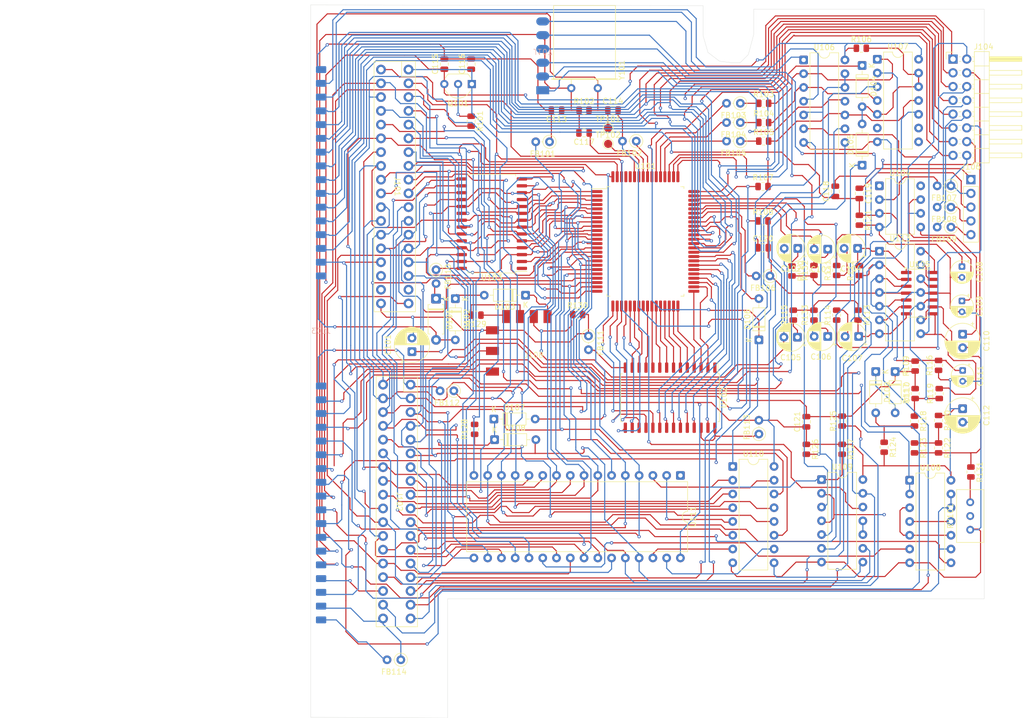
<source format=kicad_pcb>
(kicad_pcb (version 20241229) (generator "pcbnew") (generator_version "9.0")
  (layers (0 "F.Cu" signal) (2 "B.Cu" signal) (13 "F.Paste" user) (15 "B.Paste" user) (5 "F.SilkS" user "F.Silkscreen") (7 "B.SilkS" user "B.Silkscreen") (1 "F.Mask" user) (3 "B.Mask" user) (25 "Edge.Cuts" user))
  (net 0 "")
  (net 1 "Net-(U101-CK1)")
  (net 2 "Net-(U101-CK2)")
  (net 3 "/VOICE_OUT")
  (net 4 "/SO2")
  (net 6 "/SO1")
  (net 7 "/EDGE_14")
  (net 8 "/DISP_4")
  (net 9 "/XTAL_1")
  (net 10 "/XTAL_2")
  (net 11 "/~{RES}")
  (net 12 "/LNK_EN")
  (net 13 "/EDGE_21")
  (net 14 "/FR")
  (net 15 "/RAM_~{CS}")
  (net 16 "/~{CS}")
  (net 17 "/A14")
  (net 18 "/SOUT")
  (net 19 "/SIN")
  (net 20 "/SCK")
  (net 21 "/DISP_8")
  (net 22 "/DISP_10")
  (net 23 "/D4")
  (net 24 "/PHI")
  (net 25 "/VIN")
  (net 26 "/A10")
  (net 27 "/A3")
  (net 28 "/PC_?_3")
  (net 29 "/D2")
  (net 30 "/A12")
  (net 31 "/A5")
  (net 32 "/PC_?_4")
  (net 35 "GND")
  (net 41 "/A8")
  (net 42 "/A9")
  (net 43 "/A6")
  (net 44 "/PC_?_5")
  (net 45 "/D0")
  (net 46 "/D7")
  (net 47 "/D1")
  (net 48 "/A13")
  (net 49 "/~{RD}")
  (net 50 "/D6")
  (net 51 "/D3")
  (net 52 "/D5")
  (net 53 "/~{WR}")
  (net 54 "/A11")
  (net 55 "/A2")
  (net 56 "/A15'")
  (net 57 "/A7")
  (net 58 "/CART_SENSE")
  (net 59 "/A0")
  (net 60 "/A4")
  (net 61 "/A1")
  (net 62 "/MC_?_3")
  (net 63 "/MC_?_4")
  (net 64 "/SRAM_A13")
  (net 65 "/EDGE_31")
  (net 66 "/MC_?_5")
  (net 67 "/P14")
  (net 68 "/SRAM_A14")
  (net 69 "/P12")
  (net 70 "/EDGE_18")
  (net 71 "/CPG")
  (net 72 "/SIN_ASIC")
  (net 73 "/LD1")
  (net 74 "/EDGE_22")
  (net 75 "/LD0")
  (net 76 "/ST")
  (net 77 "VDD")
  (net 78 "/LNK_EDGE_EN")
  (net 79 "/SCK_EXT")
  (net 80 "/USE_CART")
  (net 81 "/EDGE_23")
  (net 82 "/S")
  (net 83 "/SOUT_EXT")
  (net 84 "/P14_EDGE")
  (net 85 "/SIN_EXT")
  (net 86 "/CP")
  (net 87 "/CPL")
  (net 88 "/SCK_ASIC")
  (net 89 "/POWER_EN")
  (net 90 "/EDGE_19")
  (net 91 "/SOUT_ASIC")
  (net 92 "/DISP_14")
  (net 93 "/DISP_6")
  (net 94 "/DISP_12")
  (net 95 "Net-(FB103-Pad1)")
  (net 96 "Net-(FB104-Pad1)")
  (net 97 "Net-(FB105-Pad1)")
  (net 98 "Net-(R103-Pad2)")
  (net 99 "Net-(R104-Pad2)")
  (net 100 "Net-(R105-Pad2)")
  (net 101 "/P10")
  (net 102 "/P15_MEMCARD_EXT")
  (net 103 "/P14_MEMCARD_EXT")
  (net 104 "/P13")
  (net 105 "/P11")
  (net 106 "Net-(U108-Pad10)")
  (net 107 "Net-(U108-Pad11)")
  (net 108 "/P15")
  (net 109 "/A15")
  (net 110 "Net-(U105A-+)")
  (net 111 "Net-(U105C--)")
  (net 112 "/MD4")
  (net 113 "/MA7")
  (net 114 "/MA2")
  (net 116 "/MA0")
  (net 117 "/MA5")
  (net 118 "/MD5")
  (net 119 "/~{MWR}")
  (net 120 "/MA12")
  (net 121 "/MD2")
  (net 122 "/MD6")
  (net 123 "/~{MRD}")
  (net 124 "/MA8")
  (net 125 "/MA4")
  (net 126 "/MD0")
  (net 127 "/MA3")
  (net 128 "/MA1")
  (net 129 "/MD3")
  (net 130 "/~{MCS}")
  (net 131 "Net-(Q101-B)")
  (net 132 "Net-(D102-K)")
  (net 133 "Net-(D103-K)")
  (net 134 "Net-(J108-Pin_4)")
  (net 135 "Net-(J108-Pin_5)")
  (net 136 "/MD7")
  (net 137 "/MA10")
  (net 138 "Net-(U109-Pad10)")
  (net 139 "+BATT")
  (net 140 "Net-(J106-Pin_1)")
  (net 141 "Net-(J106-Pin_3)")
  (net 142 "Net-(J106-Pin_4)")
  (net 143 "Net-(J106-Pin_5)")
  (net 144 "Net-(U104-BYPASS)")
  (net 145 "Net-(C110-Pad1)")
  (net 146 "Net-(R120-Pad2)")
  (net 147 "Net-(R131-Pad2)")
  (net 148 "Net-(D109-A)")
  (net 149 "Net-(D109-K)")
  (net 150 "Net-(U105C-+)")
  (net 151 "Net-(C104-Pad1)")
  (net 152 "Net-(C102-Pad1)")
  (net 153 "Net-(C103-Pad1)")
  (net 154 "Net-(C104-Pad2)")
  (net 155 "Net-(C106-Pad1)")
  (net 156 "Net-(C105-Pad1)")
  (net 157 "Net-(C107-Pad2)")
  (net 158 "Net-(C107-Pad1)")
  (net 159 "Net-(R113-Pad1)")
  (net 160 "/MA11")
  (net 167 "/MA6")
  (net 168 "/MA9")
  (net 169 "/MD1")
  (net 170 "/SR~{CE}")
  (net 171 "/MAPPER_CLK")
  (net 172 "/SRA15")
  (net 173 "/SRA18")
  (net 174 "/SRA17")
  (net 175 "/SRA16")
  (footprint "Inductor_THT:L_Axial_L5.3mm_D2.2mm_P2.54mm_Vertical_Vishay_IM-1" (layer "F.Cu") (at 214.376 102.362 180)
    (property "Reference" "FB109")
    (property "Value" "FerriteBead")
  )
  (footprint "Capacitor_SMD:C_0805_2012Metric" (layer "F.Cu") (at 146.685 84.963 180)
    (property "Reference" "C117")
    (property "Value" "100n")
  )
  (footprint "Resistor_SMD:R_0805_2012Metric" (layer "F.Cu") (at 189.103 110.363 90)
    (property "Reference" "R132")
    (property "Value" "NP")
  )
  (footprint "Inductor_THT:L_Axial_L5.3mm_D2.2mm_P2.54mm_Vertical_Vishay_IM-1" (layer "F.Cu") (at 214.376 94.742 180)
    (property "Reference" "FB107")
    (property "Value" "FerriteBead")
  )
  (footprint "Connector_PinHeader_2.54mm:PinHeader_2x08_P2.54mm_Horizontal" (layer "F.Cu") (at 214.757 71.34)
    (property "Reference" "J104")
    (property "Value" "LCD_CON")
  )
  (footprint "Resistor_SMD:R_0805_2012Metric" (layer "F.Cu") (at 218.059 147.574 -90)
    (property "Reference" "R131")
    (property "Value" "47k")
  )
  (footprint "Package_DIP:DIP-16_W7.62mm" (layer "F.Cu") (at 174.122 146.558)
    (property "Reference" "U110")
    (property "Value" "74LS174")
  )
  (footprint "Resistor_SMD:R_0805_2012Metric" (layer "F.Cu") (at 194.31 143.383 -90)
    (property "Reference" "R127")
    (property "Value" "4k7")
  )
  (footprint "Resistor_SMD:R_0805_2012Metric" (layer "F.Cu") (at 212.217 133.096 90)
    (property "Reference" "R119")
    (property "Value" "1M2")
  )
  (footprint "Inductor_THT:L_Axial_L5.3mm_D2.2mm_P2.54mm_Vertical_Vishay_IM-1" (layer "F.Cu") (at 156.314 86.487 180)
    (property "Reference" "FB102")
    (property "Value" "FerriteBead")
  )
  (footprint "Eigene:Edge-Cart-Connector_2x18_P2.54mm_Horizontal" (layer "F.Cu") (at 112.141 153.035 180)
    (property "Reference" "J102")
    (property "Value" "MemoryCard")
  )
  (footprint "Resistor_SMD:R_0805_2012Metric" (layer "F.Cu") (at 126.492 139.7 90)
    (property "Reference" "R128")
    (property "Value" "4k7")
  )
  (footprint "Inductor_THT:L_Axial_L5.3mm_D2.2mm_P2.54mm_Vertical_Vishay_IM-1" (layer "F.Cu") (at 140.312 86.614 180)
    (property "Reference" "FB101")
    (property "Value" "FerriteBead")
  )
  (footprint "Resistor_SMD:R_0805_2012Metric" (layer "F.Cu") (at 179.832 86.487)
    (property "Reference" "R105")
    (property "Value" "220")
  )
  (footprint "Resistor_SMD:R_0805_2012Metric" (layer "F.Cu") (at 194.31 138.176 90)
    (property "Reference" "R125")
    (property "Value" "100k")
  )
  (footprint "Resistor_SMD:R_0805_2012Metric" (layer "F.Cu") (at 207.645 143.129 -90)
    (property "Reference" "R123")
    (property "Value" "10M")
  )
  (footprint "Connector_PinHeader_2.54mm:PinHeader_1x05_P2.54mm_Vertical" (layer "F.Cu") (at 218.059 93.599)
    (property "Reference" "J106")
    (property "Value" "EXT_AUDIO")
  )
  (footprint "Capacitor_SMD:C_0805_2012Metric" (layer "F.Cu") (at 120.904 72.263 90)
    (property "Reference" "C115")
    (property "Value" "100n")
  )
  (footprint "Package_DIP:DIP-14_W7.62mm" (layer "F.Cu") (at 201.173 106.807)
    (property "Reference" "U113")
    (property "Value" "LM324")
  )
  (footprint "Diode_THT:D_DO-35_SOD27_P7.62mm_Horizontal" (layer "F.Cu") (at 135.89 114.935 180)
    (property "Reference" "D103")
    (property "Value" "1N4148")
  )
  (footprint "TestPoint:TestPoint_Pad_D1.5mm" (layer "F.Cu") (at 151.13 84.074)
    (property "Reference" "TP101")
    (property "Value" "TestPoint")
  )
  (footprint "Gekkio_Package_SO:Sharp_SOIC-28W_8.6x18mm_P1.27mm" (layer "F.Cu") (at 162.56 133.858 -90)
    (property "Reference" "U102")
    (property "Value" "GM76C88LFW-15")
  )
  (footprint "Inductor_THT:L_Axial_L5.3mm_D2.2mm_P2.54mm_Vertical_Vishay_IM-1" (layer "F.Cu") (at 175.514 79.502 180)
    (property "Reference" "FB103")
    (property "Value" "FerriteBead")
  )
  (footprint "Capacitor_THT:CP_Radial_D6.3mm_P2.50mm" (layer "F.Cu") (at 114.935 125.349 90)
    (property "Reference" "C101")
    (property "Value" "220u")
  )
  (footprint "Diode_THT:D_DO-35_SOD27_P7.62mm_Horizontal" (layer "F.Cu") (at 200.5 129.032 -90)
    (property "Reference" "D109")
    (property "Value" "1N4148")
  )
  (footprint "Resistor_SMD:R_0805_2012Metric" (layer "F.Cu") (at 179.705 94.869)
    (property "Reference" "R107")
    (property "Value" "220")
  )
  (footprint "Inductor_THT:L_Axial_L5.3mm_D2.2mm_P2.54mm_Vertical_Vishay_IM-1" (layer "F.Cu") (at 178.943 140.566 90)
    (property "Reference" "FB113")
    (property "Value" "FerriteBead")
  )
  (footprint "Capacitor_SMD:C_0805_2012Metric" (layer "F.Cu") (at 141.605 80.772 180)
    (property "Reference" "C113")
    (property "Value" "27p")
  )
  (footprint "Gekkio_Package_QFP:Sharp_QFP-80_14x20mm_P0.8mm" (layer "F.Cu") (at 158 105)
    (property "Reference" "U101")
    (property "Value" "DMG CPU")
  )
  (footprint "Potentiometer_THT:Potentiometer_Bourns_3296W_Vertical" (layer "F.Cu") (at 217.932 153.162 90)
    (property "Reference" "RV101")
    (property "Value" "75k")
  )
  (footprint "Resistor_SMD:R_0805_2012Metric" (layer "F.Cu") (at 125.857 82.804 -90)
    (property "Reference" "R101")
    (property "Value" "2k2")
  )
  (footprint "Resistor_SMD:R_0805_2012Metric" (layer "F.Cu") (at 212.09 143.129 -90)
    (property "Reference" "R122")
    (property "Value" "330k")
  )
  (footprint "TestPoint:TestPoint_Pad_D1.5mm" (layer "F.Cu") (at 151.13 86.995)
    (property "Reference" "TP102")
    (property "Value" "TestPoint")
  )
  (footprint "Capacitor_THT:CP_Radial_D4.0mm_P2.00mm" (layer "F.Cu") (at 216.535 128.821401 -90)
    (property "Reference" "C111")
    (property "Value" "10u")
  )
  (footprint "Diode_THT:D_DO-35_SOD27_P7.62mm_Horizontal" (layer "F.Cu") (at 178.943 123.19 90)
    (property "Reference" "D106")
    (property "Value" "1N4148")
  )
  (footprint "Inductor_THT:L_Axial_L5.3mm_D2.2mm_P2.54mm_Vertical_Vishay_IM-1" (layer "F.Cu") (at 119.38 110.236 -90)
    (property "Reference" "FB110")
    (property "Value" "FerriteBead")
  )
  (footprint "Package_DIP:DIP-14_W7.62mm" (layer "F.Cu") (at 200.787 71.374)
    (property "Reference" "U107")
    (property "Value" "CD4066BE")
  )
  (footprint "Resistor_SMD:R_0805_2012Metric" (layer "F.Cu") (at 179.705 101.219)
    (property "Reference" "R108")
    (property "Value" "4k7")
  )
  (footprint "Resistor_SMD:R_0805_2012Metric" (layer "F.Cu") (at 212.09 138.049 -90)
    (property "Reference" "R120")
    (property "Value" "560k")
  )
  (footprint "Diode_THT:D_DO-35_SOD27_P7.62mm_Horizontal" (layer "F.Cu") (at 197.993 72.517 -90)
    (property "Reference" "D104")
    (property "Value" "1N4148")
  )
  (footprint "Resistor_SMD:R_0805_2012Metric" (layer "F.Cu") (at 187.706 143.383 -90)
    (property "Reference" "R126")
    (property "Value" "4k7")
  )
  (footprint "Package_DIP:DIP-14_W7.62mm" (layer "F.Cu") (at 190.505 148.971)
    (property "Reference" "U109")
    (property "Value" "74LS32")
  )
  (footprint "MegaDuck:MD_VoiceChip" (layer "F.Cu") (at 137.414 126.492)
    (property "Reference" "J108")
    (property "Value" "Voice_Board_Mock")
  )
  (footprint "Capacitor_THT:CP_Radial_D5.0mm_P2.50mm" (layer "F.Cu") (at 191.643 106.426 180)
    (property "Reference" "C103")
    (property "Value" "1u")
  )
  (footprint "Package_SO:SOIC-14_3.9x8.7mm_P1.27mm" (layer "F.Cu") (at 208.599 114.554)
    (property "Reference" "U105")
    (property "Value" "LM324")
  )
  (footprint "Package_DIP:DIP-8_W7.62mm" (layer "F.Cu") (at 201.168 94.742)
    (property "Reference" "U104")
    (property "Value" "LM386")
  )
  (footprint "Resistor_SMD:R_0805_2012Metric" (layer "F.Cu") (at 179.832 79.502)
    (property "Reference" "R103")
    (property "Value" "220")
  )
  (footprint "Inductor_THT:L_Axial_L5.3mm_D2.2mm_P2.54mm_Vertical_Vishay_IM-1" (layer "F.Cu") (at 214.376 98.679 180)
    (property "Reference" "FB108")
    (property "Value" "FerriteBead")
  )
  (footprint "Resistor_SMD:R_0805_2012Metric" (layer "F.Cu") (at 145.5 118.5)
    (property "Reference" "R130")
    (property "Value" "680")
  )
  (footprint "Inductor_THT:L_Axial_L5.3mm_D2.2mm_P2.54mm_Vertical_Vishay_IM-1" (layer "F.Cu") (at 175.514 83.058 180)
    (property "Reference" "FB104")
    (property "Value" "FerriteBead")
  )
  (footprint "Crystal:Crystal_HC18-U_Horizontal" (layer "F.Cu") (at 149.225 76.708 180)
    (property "Reference" "Y101")
    (property "Value" "4.194304MHz")
  )
  (footprint "Capacitor_THT:CP_Radial_D5.0mm_P2.50mm" (layer "F.Cu") (at 197.166113 106.299 180)
    (property "Reference" "C104")
    (property "Value" "1u")
  )
  (footprint "Package_DIP:DIP-14_W7.62mm" (layer "F.Cu") (at 206.761 149.098)
    (property "Reference" "U108")
    (property "Value" "74HC00")
  )
  (footprint "Package_DIP:DIP-32_W15.24mm" (layer "F.Cu") (at 164.465 148.209 -90)
    (property "Reference" "U111")
    (property "Value" "27C040")
  )
  (footprint "Inductor_THT:L_Axial_L5.3mm_D2.2mm_P2.54mm_Vertical_Vishay_IM-1" (layer "F.Cu") (at 112.88 182.245 180)
    (property "Reference" "FB114")
    (property "Value" "FerriteBead")
  )
  (footprint "Resistor_SMD:R_0805_2012Metric" (layer "F.Cu") (at 202.057 143.002 -90)
    (property "Reference" "R124")
    (property "Value" "15k")
  )
  (footprint "Resistor_SMD:R_0805_2012Metric" (layer "F.Cu") (at 197.485 101.092 -90)
    (property "Reference" "R121")
    (property "Value" "10k")
  )
  (footprint "Capacitor_THT:CP_Radial_D5.0mm_P2.50mm" (layer "F.Cu") (at 186.117113 106.299 180)
    (property "Reference" "C102")
    (property "Value" "1u")
  )
  (footprint "Package_TO_SOT_THT:TO-92_Inline_Wide" (layer "F.Cu") (at 125.984 75.946 180)
    (property "Reference" "Q101")
    (property "Value" "C9012")
  )
  (footprint "Resistor_SMD:R_0805_2012Metric" (layer "F.Cu") (at 126.746 118.618 180)
    (property "Reference" "R129")
    (property "Value" "180k")
  )
  (footprint "Capacitor_SMD:C_0805_2012Metric" (layer "F.Cu") (at 193.04 95.758 90)
    (property "Reference" "C118")
    (property "Value" "100n")
  )
  (footprint "Diode_THT:D_A-405_P7.62mm_Horizontal" (layer "F.Cu") (at 119.38 115.57 -90)
    (property "Reference" "D101")
    (property "Value" "1N4001")
  )
  (footprint "Resistor_SMD:R_0805_2012Metric" (layer "F.Cu") (at 193.294 118.618 90)
    (property "Reference" "R114")
    (property "Value" "680")
  )
  (footprint "Capacitor_THT:CP_Radial_D4.0mm_P2.00mm" (layer "F.Cu") (at 216.408 115.994401 -90)
    (property "Reference" "C109")
    (property "Value" "10u")
  )
  (footprint "Capacitor_SMD:C_0805_2012Metric" (layer "F.Cu") (at 187.706 138.303 90)
    (property "Reference" "C121")
    (property "Value" "100n")
  )
  (footprint "Resistor_SMD:R_0805_2012Metric" (layer "F.Cu") (at 193.294 110.363 90)
    (property "Reference" "R111")
    (property "Value" "680")
  )
  (footprint "Capacitor_THT:CP_Radial_D5.0mm_P2.50mm" (layer "F.Cu") (at 191.643 122.555 180)
    (property "Reference" "C106")
    (property "Value" "1u")
  )
  (footprint "Diode_THT:D_DO-35_SOD27_P7.62mm_Horizontal" (layer "F.Cu") (at 130.175 141.605)
    (property "Reference" "D108")
    (property "Value" "1N4148")
  )
  (footprint "Package_DIP:DIP-14_W7.62mm" (layer "F.Cu") (at 187.198 71.501)
    (property "Reference" "U106")
    (property "Value" "CD4066BE")
  )
  (footprint "Inductor_THT:L_Axial_L5.3mm_D2.2mm_P2.54mm_Vertical_Vishay_IM-1" (layer "F.Cu") (at 175.514 86.487 180)
    (property "Reference" "FB105")
    (property "Value" "FerriteBead")
  )
  (footprint "Resistor_SMD:R_0805_2012Metric" (layer "F.Cu") (at 197.485 110.3865 90)
    (property "Reference" "R112")
    (property "Value" "100k")
  )
  (footprint "Eigene:Edge-Cart-Connector_2x18_P2.54mm_Horizontal" (layer "F.Cu") (at 111.76 94.869 180)
    (property "Reference" "J101")
    (property "Value" "ProgrammCard")
  )
  (footprint "Resistor_SMD:R_0805_2012Metric" (layer "F.Cu") (at 207.772 128.016 90)
    (property "Reference" "R109")
    (property "Value" "10k")
  )
  (footprint "Diode_THT:D_DO-35_SOD27_P7.62mm_Horizontal" (layer "F.Cu") (at 122.936 115.57 -90)
    (property "Reference" "D102")
    (property "Value" "1N4148")
  )
  (footprint "Capacitor_SMD:C_0805_2012Metric" (layer "F.Cu") (at 179.705 106.172)
    (property "Reference" "C120")
    (property "Value" "100n")
  )
  (footprint "Diode_THT:D_DO-35_SOD27_P7.62mm_Horizontal" (layer "F.Cu") (at 197.993 90.932 90)
    (property "Reference" "D105")
    (property "Value" "1N4148")
  )
  (footprint "Resistor_SMD:R_0805_2012Metric" (layer "F.Cu") (at 207.645 138.176 -90)
    (property "Reference" "R118")
    (property "Value" "10k")
  )
  (footprint "Capacitor_THT:CP_Radial_D6.3mm_P2.50mm" (layer "F.Cu") (at 216.535 122.134621 -90)
    (property "Reference" "C110")
    (property "Value" "220u")
  )
  (footprint "Resistor_SMD:R_0805_2012Metric" (layer "F.Cu") (at 185.039 110.4665 -90)
    (property "Reference" "R110")
    (property "Value" "47k")
  )
  (footprint "Resistor_SMD:R_0805_2012Metric" (layer "F.Cu") (at 146.685 80.772)
    (property "Reference" "R102")
    (property "Value" "1M")
  )
  (footprint "Capacitor_THT:CP_Radial_D6.3mm_P2.50mm" (layer "F.Cu") (at 216.535 135.89 -90)
    (property "Reference" "C112")
    (property "Value" "470u")
  )
  (footprint "Capacitor_SMD:C_0805_2012Metric" (layer "F.Cu") (at 125.857 72.263 90)
    (property "Reference" "C116")
    (property "Value" "100n")
  )
  (footprint "Inductor_THT:L_Axial_L5.3mm_D2.2mm_P2.54mm_Vertical_Vishay_IM-1" (layer "F.Cu") (at 180.975 111.379 180)
    (property "Reference" "FB106")
    (property "Value" "FerriteBead")
  )
  (footprint "Resistor_SMD:R_0805_2012Metric" (layer "F.Cu") (at 212.09 127.889 90)
    (property "Reference" "R116")
    (property "Value" "10k")
  )
  (footprint "Resistor_SMD:R_0805_2012Metric" (layer "F.Cu") (at 185.293 118.618 90)
    (property "Reference" "R115")
    (property "Value" "47k")
  )
  (footprint "Diode_THT:D_DO-35_SOD27_P7.62mm_Horizontal" (layer "F.Cu") (at 130.048 137.795)
    (property "Reference" "D107")
    (property "Value" "1N4148")
  )
  (footprint "Resistor_SMD:R_0805_2012Metric" (layer "F.Cu") (at 179.832 83.058)
    (property "Reference" "R104")
    (property "Value" "220")
  )
  (footprint "Inductor_THT:L_Axial_L5.3mm_D2.2mm_P2.54mm_Vertical_Vishay_IM-1" (layer "F.Cu") (at 147.5 122.46 -90)
    (property "Reference" "FB111")
    (property "Value" "FerriteBead")
  )
  (footprint "Capacitor_THT:CP_Radial_D5.0mm_P2.50mm" (layer "F.Cu") (at 186.055 122.682 180)
    (property "Reference" "C105")
    (property "Value" "1u")
  )
  (footprint "Gekkio_Package_SO:Sharp_SOIC-28W_8.6x18mm_P1.27mm" (layer "F.Cu") (at 129.667 101.727 180)
    (property "Reference" "U103")
    (property "Value" "GM76C88LFW-15")
  )
  (footprint "Resistor_SMD:R_0805_2012Metric" (layer "F.Cu") (at 189.103 118.618 90)
    (property "Reference" "R133")
    (property "Value" "NP")
  )
  (footprint "Inductor_THT:L_Axial_L5.3mm_D2.2mm_P2.54mm_Vertical_Vishay_IM-1" (layer "F.Cu") (at 122.659 132.588 180)
    (property "Reference" "FB112")
    (property "Value" "FerriteBead")
  )
  (footprint "Resistor_SMD:R_0805_2012Metric" (layer "F.Cu") (at 197.231 118.618 -90)
    (property "Reference" "R113")
    (property "Value" "100k")
  )
  (footprint "Resistor_SMD:R_0805_2012Metric" (layer "F.Cu") (at 197.8425 69.342)
    (property "Reference" "R106")
    (property "Value" "47k")
  )
  (footprint "Resistor_SMD:R_0805_2012Metric" (layer "F.Cu") (at 207.772 133.096 90)
    (property "Reference" "R117")
    (property "Value" "10k")
  )
  (footprint "Capacitor_THT:CP_Radial_D4.0mm_P2.00mm" (layer "F.Cu") (at 216.408 109.644401 -90)
    (property "Reference" "C108")
    (property "Value" "10u")
  )
  (footprint "Diode_THT:D_DO-35_SOD27_P7.62mm_Horizontal" (layer "F.Cu") (at 204.089 129.032 -90)
    (property "Reference" "D110")
    (property "Value" "1N4148")
  )
  (footprint "Capacitor_SMD:C_0805_2012Metric" (layer "F.Cu") (at 152.019 80.772)
    (property "Reference" "C114")
    (property "Value" "27p")
  )
  (footprint "Capacitor_THT:CP_Radial_D5.0mm_P2.50mm" (layer "F.Cu") (at 197.358 122.555 180)
    (property "Reference" "C107")
    (property "Value" "1u")
  )
  (footprint "Capacitor_SMD:C_0805_2012Metric" (layer "F.Cu") (at 197.485 96.139 -90)
    (property "Reference" "C119")
    (property "Value" "100n")
  )
  (footprint "MegaDuck:Mouse_Connector" (layer "B.Cu") (at 139.065 69.469)
    (property "Reference" "J107")
    (property "Value" "MOUSE_PORT")
  )
  (footprint "MegaDuck:Edge_Connector" (layer "B.Cu") (at 98.171 121.539 180)
    (property "Reference" "J103")
    (property "Value" "Edge_Connector")
  )
  (gr_poly (pts (xy 96.238 192.873) (xy 121.5 193) (xy 121.5 171) (xy 220.5 171) (xy 220.5 62.111) (xy 178 62.111) (xy 178 66.75) (xy 177 70.5) (xy 175.5 72) (xy 173.99 72.009) (xy 171.704 71.755) (xy 169.545 70.104) (xy 168.643 67) (xy 168.643 61.468) (xy 96.238 61.341)) (stroke (width 0.05)) (fill no) (layer "Edge.Cuts"))
  (segment (start 210.439 112.014) (end 209.798 111.373) (width 0.2) (layer "F.Cu") (net 0))
  (segment (start 208.793 106.807) (end 209.677 106.807) (width 0.2) (layer "F.Cu") (net 0))
  (segment (start 209.798 109.722) (end 209.423 109.347) (width 0.2) (layer "F.Cu") (net 0))
  (segment (start 211.074 113.284) (end 210.19 113.284) (width 0.2) (layer "F.Cu") (net 0))
  (segment (start 211.328 110.49) (end 211.074 110.744) (width 0.2) (layer "F.Cu") (net 0))
  (segment (start 209.423 109.347) (end 208.793 109.347) (width 0.2) (layer "F.Cu") (net 0))
  (segment (start 209.798 111.373) (end 209.798 109.722) (width 0.2) (layer "F.Cu") (net 0))
  (segment (start 210.19 113.284) (end 208.793 111.887) (width 0.2) (layer "F.Cu") (net 0))
  (segment (start 211.074 112.014) (end 210.439 112.014) (width 0.2) (layer "F.Cu") (net 0))
  (segment (start 211.328 108.458) (end 211.328 110.49) (width 0.2) (layer "F.Cu") (net 0))
  (segment (start 209.677 106.807) (end 211.328 108.458) (width 0.2) (layer "F.Cu") (net 0))
  (segment (start 147.635 84.963) (end 147.828 85.156) (width 0.2) (layer "F.Cu") (net 1))
  (segment (start 155.575 88.773) (end 156.8 89.998) (width 0.2) (layer "F.Cu") (net 1))
  (segment (start 147.828 85.156) (end 147.828 87.249) (width 0.2) (layer "F.Cu") (net 1))
  (segment (start 149.352 88.773) (end 155.575 88.773) (width 0.2) (layer "F.Cu") (net 1))
  (segment (start 147.828 87.249) (end 149.352 88.773) (width 0.2) (layer "F.Cu") (net 1))
  (segment (start 156.8 89.998) (end 156.8 93.0625) (width 0.2) (layer "F.Cu") (net 1))
  (segment (start 156.083 88.265) (end 157.607 89.789) (width 0.2) (layer "F.Cu") (net 2))
  (segment (start 157.607 89.916) (end 157.6 89.923) (width 0.2) (layer "F.Cu") (net 2))
  (segment (start 157.6 89.923) (end 157.6 93.0625) (width 0.2) (layer "F.Cu") (net 2))
  (segment (start 157.607 89.789) (end 157.607 89.916) (width 0.2) (layer "F.Cu") (net 2))
  (segment (start 151.13 86.995) (end 152.4 88.265) (width 0.2) (layer "F.Cu") (net 2))
  (segment (start 152.4 88.265) (end 156.083 88.265) (width 0.2) (layer "F.Cu") (net 2))
  (segment (start 137.414 120.523) (end 138.43 121.539) (width 0.2) (layer "F.Cu") (net 3))
  (segment (start 143.383 121.539) (end 144.399 120.523) (width 0.2) (layer "F.Cu") (net 3))
  (segment (start 172.593 130.048) (end 174.879 127.762) (width 0.2) (layer "F.Cu") (net 3))
  (segment (start 138.811 125.222) (end 138.811 125.857) (width 0.2) (layer "F.Cu") (net 3))
  (segment (start 137.414 118.872) (end 137.414 120.523) (width 0.2) (layer "F.Cu") (net 3))
  (segment (start 139.827 126.873) (end 148.59 126.873) (width 0.2) (layer "F.Cu") (net 3))
  (segment (start 138.43 121.539) (end 138.811 121.539) (width 0.2) (layer "F.Cu") (net 3))
  (segment (start 138.811 125.857) (end 139.827 126.873) (width 0.2) (layer "F.Cu") (net 3))
  (segment (start 174.879 127.762) (end 180.594 127.762) (width 0.2) (layer "F.Cu") (net 3))
  (segment (start 148.59 126.873) (end 151.765 130.048) (width 0.2) (layer "F.Cu") (net 3))
  (segment (start 138.811 121.539) (end 143.383 121.539) (width 0.2) (layer "F.Cu") (net 3))
  (segment (start 144.399 120.523) (end 144.399 119.634) (width 0.2) (layer "F.Cu") (net 3))
  (segment (start 151.765 130.048) (end 172.593 130.048) (width 0.2) (layer "F.Cu") (net 3))
  (segment (start 180.594 127.762) (end 183.515 124.841) (width 0.2) (layer "F.Cu") (net 3))
  (segment (start 183.515 122.722) (end 183.555 122.682) (width 0.2) (layer "F.Cu") (net 3))
  (segment (start 183.515 124.841) (end 183.515 122.722) (width 0.2) (layer "F.Cu") (net 3))
  (via (at 138.811 125.222) (size 0.6) (drill 0.3) (layers "F.Cu" "B.Cu") (net 3))
  (via (at 138.811 121.539) (size 0.6) (drill 0.3) (layers "F.Cu" "B.Cu") (net 3))
  (segment (start 183.617113 106.299) (end 183.617113 109.195113) (width 0.2) (layer "B.Cu") (net 3))
  (segment (start 184.15 120.222) (end 183.555 120.817) (width 0.2) (layer "B.Cu") (net 3))
  (segment (start 183.555 120.817) (end 183.555 122.682) (width 0.2) (layer "B.Cu") (net 3))
  (segment (start 184.15 109.728) (end 184.15 120.222) (width 0.2) (layer "B.Cu") (net 3))
  (segment (start 183.617113 109.195113) (end 184.15 109.728) (width 0.2) (layer "B.Cu") (net 3))
  (segment (start 138.811 121.539) (end 138.811 125.222) (width 0.2) (layer "B.Cu") (net 3))
  (segment (start 183.007 102.997) (end 183.007 100.203) (width 0.2) (layer "F.Cu") (net 4))
  (segment (start 189.103 104.648) (end 188.468 104.013) (width 0.2) (layer "F.Cu") (net 4))
  (segment (start 169.291 98.933) (end 168.424 99.8) (width 0.2) (layer "F.Cu") (net 4))
  (segment (start 181.737 98.933) (end 169.291 98.933) (width 0.2) (layer "F.Cu") (net 4))
  (segment (start 189.143 106.426) (end 189.103 106.386) (width 0.2) (layer "F.Cu") (net 4))
  (segment (start 168.424 99.8) (end 166.9375 99.8) (width 0.2) (layer "F.Cu") (net 4))
  (segment (start 184.023 104.013) (end 183.007 102.997) (width 0.2) (layer "F.Cu") (net 4))
  (segment (start 188.468 104.013) (end 184.023 104.013) (width 0.2) (layer "F.Cu") (net 4))
  (segment (start 183.007 100.203) (end 181.737 98.933) (width 0.2) (layer "F.Cu") (net 4))
  (segment (start 189.103 106.386) (end 189.103 104.648) (width 0.2) (layer "F.Cu") (net 4))
  (segment (start 169.164 98.425) (end 182.626 98.425) (width 0.2) (layer "F.Cu") (net 6))
  (segment (start 184.785 102.87) (end 189.992 102.87) (width 0.2) (layer "F.Cu") (net 6))
  (segment (start 168.589 99) (end 169.037 98.552) (width 0.2) (layer "F.Cu") (net 6))
  (segment (start 169.037 98.552) (end 169.164 98.425) (width 0.2) (layer "F.Cu") (net 6))
  (segment (start 166.9375 99) (end 168.589 99) (width 0.2) (layer "F.Cu") (net 6))
  (segment (start 184.023 99.822) (end 184.023 101.727) (width 0.2) (layer "F.Cu") (net 6))
  (segment (start 182.626 98.425) (end 184.023 99.822) (width 0.2) (layer "F.Cu") (net 6))
  (segment (start 184.023 101.727) (end 184.023 102.108) (width 0.2) (layer "F.Cu") (net 6))
  (segment (start 189.992 102.87) (end 190.373 103.251) (width 0.2) (layer "F.Cu") (net 6))
  (segment (start 184.023 102.108) (end 184.785 102.87) (width 0.2) (layer "F.Cu") (net 6))
  (segment (start 190.373 103.251) (end 190.373 103.759) (width 0.2) (layer "F.Cu") (net 6))
  (via (at 190.373 103.759) (size 0.6) (drill 0.3) (layers "F.Cu" "B.Cu") (net 6))
  (segment (start 188.849 114.808) (end 188.849 122.261) (width 0.2) (layer "B.Cu") (net 6))
  (segment (start 190.373 113.284) (end 188.849 114.808) (width 0.2) (layer "B.Cu") (net 6))
  (segment (start 190.373 103.759) (end 190.373 113.284) (width 0.2) (layer "B.Cu") (net 6))
  (segment (start 188.849 122.261) (end 189.143 122.555) (width 0.2) (layer "B.Cu") (net 6))
  (segment (start 201.168 99.822) (end 203.327 99.822) (width 0.2) (layer "F.Cu") (net 7))
  (segment (start 188.087 90.805) (end 190.119 92.837) (width 0.2) (layer "F.Cu") (net 7))
  (segment (start 193.421 97.089) (end 193.04 96.708) (width 0.2) (layer "F.Cu") (net 7))
  (segment (start 183.134 88.519) (end 185.42 90.805) (width 0.2) (layer "F.Cu") (net 7))
  (segment (start 192.847 96.901) (end 193.04 96.708) (width 0.2) (layer "F.Cu") (net 7))
  (segment (start 204.47 100.965) (end 204.47 103.759) (width 0.2) (layer "F.Cu") (net 7))
  (segment (start 190.119 92.837) (end 190.119 96.012) (width 0.2) (layer "F.Cu") (net 7))
  (segment (start 216.408 107.823) (end 216.408 109.644401) (width 0.2) (layer "F.Cu") (net 7))
  (segment (start 204.597 103.759) (end 205.74 104.902) (width 0.2) (layer "F.Cu") (net 7))
  (segment (start 203.327 99.822) (end 204.47 100.965) (width 0.2) (layer "F.Cu") (net 7))
  (segment (start 185.42 90.805) (end 188.087 90.805) (width 0.2) (layer "F.Cu") (net 7))
  (segment (start 205.74 104.902) (end 213.487 104.902) (width 0.2) (layer "F.Cu") (net 7))
  (segment (start 200.8105 100.1795) (end 201.168 99.822) (width 0.2) (layer "F.Cu") (net 7))
  (segment (start 197.485 100.1795) (end 197.485 97.089) (width 0.2) (layer "F.Cu") (net 7))
  (segment (start 190.119 96.012) (end 191.008 96.901) (width 0.2) (layer "F.Cu") (net 7))
  (segment (start 197.485 97.089) (end 193.421 97.089) (width 0.2) (layer "F.Cu") (net 7))
  (segment (start 213.487 104.902) (end 216.408 107.823) (width 0.2) (layer "F.Cu") (net 7))
  (segment (start 162.814 88.519) (end 183.134 88.519) (width 0.2) (layer "F.Cu") (net 7))
  (segment (start 204.47 103.759) (end 204.597 103.759) (width 0.2) (layer "F.Cu") (net 7))
  (segment (start 191.008 96.901) (end 192.847 96.901) (width 0.2) (layer "F.Cu") (net 7))
  (segment (start 197.485 100.1795) (end 200.8105 100.1795) (width 0.2) (layer "F.Cu") (net 7))
  (via (at 162.814 88.519) (size 0.6) (drill 0.3) (layers "F.Cu" "B.Cu") (net 7))
  (segment (start 103.886 96.266) (end 103.886 90.043) (width 0.2) (layer "B.Cu") (net 7))
  (segment (start 108.331 71.628) (end 127.762 71.628) (width 0.2) (layer "B.Cu") (net 7))
  (segment (start 99.06 106.426) (end 99.187 106.553) (width 0.2) (layer "B.Cu") (net 7))
  (segment (start 99.187 106.553) (end 100.457 106.553) (width 0.2) (layer "B.Cu") (net 7))
  (segment (start 156.083 84.836) (end 161.036 84.836) (width 0.2) (layer "B.Cu") (net 7))
  (segment (start 103.886 103.124) (end 103.886 100.711) (width 0.2) (layer "B.Cu") (net 7))
  (segment (start 129.413 83.312) (end 130.937 84.836) (width 0.2) (layer "B.Cu") (net 7))
  (segment (start 129.413 73.279) (end 129.413 74.422) (width 0.2) (layer "B.Cu") (net 7))
  (segment (start 142.24 84.836) (end 156.083 84.836) (width 0.2) (layer "B.Cu") (net 7))
  (segment (start 129.413 74.422) (end 129.413 83.312) (width 0.2) (layer "B.Cu") (net 7))
  (segment (start 161.036 84.836) (end 162.814 86.614) (width 0.2) (layer "B.Cu") (net 7))
  (segment (start 162.814 86.614) (end 162.814 88.519) (width 0.2) (layer "B.Cu") (net 7))
  (segment (start 106.553 83.82) (end 106.553 73.406) (width 0.2) (layer "B.Cu") (net 7))
  (segment (start 103.886 100.711) (end 103.886 96.266) (width 0.2) (layer "B.Cu") (net 7))
  (segment (start 106.553 87.376) (end 106.553 83.82) (width 0.2) (layer "B.Cu") (net 7))
  (segment (start 100.457 106.553) (end 103.886 103.124) (width 0.2) (layer "B.Cu") (net 7))
  (segment (start 103.886 90.043) (end 106.553 87.376) (width 0.2) (layer "B.Cu") (net 7))
  (segment (start 130.937 84.836) (end 142.24 84.836) (width 0.2) (layer "B.Cu") (net 7))
  (segment (start 98.171 106.299) (end 98.933 106.299) (width 0.2) (layer "B.Cu") (net 7))
  (segment (start 98.933 106.299) (end 99.06 106.426) (width 0.2) (layer "B.Cu") (net 7))
  (segment (start 106.553 73.406) (end 108.331 71.628) (width 0.2) (layer "B.Cu") (net 7))
  (segment (start 127.762 71.628) (end 129.413 73.279) (width 0.2) (layer "B.Cu") (net 7))
  (segment (start 216.582621 124.587) (end 216.535 124.634621) (width 0.2) (layer "F.Cu") (net 8))
  (segment (start 217.297 73.88) (end 218.533 73.88) (width 0.2) (layer "F.Cu") (net 8))
  (segment (start 219.71 75.057) (end 219.71 123.698) (width 0.2) (layer "F.Cu") (net 8))
  (segment (start 218.533 73.88) (end 219.71 75.057) (width 0.2) (layer "F.Cu") (net 8))
  (segment (start 218.821 124.587) (end 216.582621 124.587) (width 0.2) (layer "F.Cu") (net 8))
  (segment (start 219.71 123.698) (end 218.821 124.587) (width 0.2) (layer "F.Cu") (net 8))
  (segment (start 144.325 76.708) (end 144.325 80.698) (width 0.2) (layer "F.Cu") (net 9))
  (segment (start 145.796 80.7955) (end 145.7725 80.772) (width 0.2) (layer "F.Cu") (net 9))
  (segment (start 139.446 67.691) (end 139.446 75.692) (width 0.2) (layer "F.Cu") (net 9))
  (segment (start 99.06 66.802) (end 138.43 66.802) (width 0.2) (layer "F.Cu") (net 9))
  (segment (start 101.092 162.179) (end 99.822 162.179) (width 0.2) (layer "F.Cu") (net 9))
  (segment (start 138.43 66.802) (end 139.446 67.818) (width 0.2) (layer "F.Cu") (net 9))
  (segment (start 145.796 84.902) (end 145.796 80.7955) (width 0.2) (layer "F.Cu") (net 9))
  (segment (start 99.822 162.179) (end 97.917 160.274) (width 0.2) (layer "F.Cu") (net 9))
  (segment (start 140.462 76.708) (end 144.325 76.708) (width 0.2) (layer "F.Cu") (net 9))
  (segment (start 145.7725 80.772) (end 144.399 80.772) (width 0.2) (layer "F.Cu") (net 9))
  (segment (start 139.446 75.692) (end 140.462 76.708) (width 0.2) (layer "F.Cu") (net 9))
  (segment (start 139.446 67.818) (end 139.446 67.691) (width 0.2) (layer "F.Cu") (net 9))
  (segment (start 145.735 84.963) (end 145.796 84.902) (width 0.2) (layer "F.Cu") (net 9))
  (segment (start 144.399 80.772) (end 142.555 80.772) (width 0.2) (layer "F.Cu") (net 9))
  (segment (start 97.917 160.274) (end 97.917 67.945) (width 0.2) (layer "F.Cu") (net 9))
  (segment (start 144.325 80.698) (end 144.399 80.772) (width 0.2) (layer "F.Cu") (net 9))
  (segment (start 97.917 67.945) (end 99.06 66.802) (width 0.2) (layer "F.Cu") (net 9))
  (via (at 101.092 162.179) (size 0.6) (drill 0.3) (layers "F.Cu" "B.Cu") (net 9))
  (segment (start 101.092 162.179) (end 98.171 162.179) (width 0.2) (layer "B.Cu") (net 9))
  (segment (start 151.069 80.772) (end 149.225 80.772) (width 0.2) (layer "F.Cu") (net 10))
  (segment (start 149.225 76.708) (end 149.225 75.311) (width 0.2) (layer "F.Cu") (net 10))
  (segment (start 151.069 80.772) (end 151.069 84.013) (width 0.2) (layer "F.Cu") (net 10))
  (segment (start 140.462 64.101) (end 140.462 63.5) (width 0.2) (layer "F.Cu") (net 10))
  (segment (start 139.827 62.865) (end 139.7 62.992) (width 0.2) (layer "F.Cu") (net 10))
  (segment (start 142.24 74.676) (end 141.478 74.676) (width 0.2) (layer "F.Cu") (net 10))
  (segment (start 148.59 74.676) (end 142.24 74.676) (width 0.2) (layer "F.Cu") (net 10))
  (segment (start 97.409 64.897) (end 97.409 162.814) (width 0.2) (layer "F.Cu") (net 10))
  (segment (start 99.187 164.592) (end 101.092 164.592) (width 0.2) (layer "F.Cu") (net 10))
  (segment (start 149.225 80.772) (end 147.5975 80.772) (width 0.2) (layer "F.Cu") (net 10))
  (segment (start 140.462 63.5) (end 139.827 62.865) (width 0.2) (layer "F.Cu") (net 10))
  (segment (start 149.225 75.311) (end 148.59 74.676) (width 0.2) (layer "F.Cu") (net 10))
  (segment (start 151.069 84.013) (end 151.13 84.074) (width 0.2) (layer "F.Cu") (net 10))
  (segment (start 97.409 162.814) (end 99.187 164.592) (width 0.2) (layer "F.Cu") (net 10))
  (segment (start 139.7 62.992) (end 99.314 62.992) (width 0.2) (layer "F.Cu") (net 10))
  (segment (start 140.462 73.66) (end 140.462 64.101) (width 0.2) (layer "F.Cu") (net 10))
  (segment (start 141.478 74.676) (end 140.462 73.66) (width 0.2) (layer "F.Cu") (net 10))
  (segment (start 99.314 62.992) (end 97.409 64.897) (width 0.2) (layer "F.Cu") (net 10))
  (segment (start 149.225 76.708) (end 149.225 80.772) (width 0.2) (layer "F.Cu") (net 10))
  (via (at 101.092 164.592) (size 0.6) (drill 0.3) (layers "F.Cu" "B.Cu") (net 10))
  (segment (start 101.092 164.592) (end 100.838 164.592) (width 0.2) (layer "B.Cu") (net 10))
  (segment (start 100.711 164.719) (end 98.171 164.719) (width 0.2) (layer "B.Cu") (net 10))
  (segment (start 100.838 164.592) (end 100.711 164.719) (width 0.2) (layer "B.Cu") (net 10))
  (segment (start 178.689 130.429) (end 178.689 131.064) (width 0.2) (layer "F.Cu") (net 11))
  (segment (start 159.131 86.106) (end 159.131 87.122) (width 0.2) (layer "F.Cu") (net 11))
  (segment (start 197.993 72.517) (end 197.866 72.644) (width 0.2) (layer "F.Cu") (net 11))
  (segment (start 159.2 93.0625) (end 159.2 87.953) (width 0.2) (layer "F.Cu") (net 11))
  (segment (start 136.271 126.873) (end 126.873 126.873) (width 0.2) (layer "F.Cu") (net 11))
  (segment (start 159.131 87.122) (end 158.75 87.503) (width 0.2) (layer "F.Cu") (net 11))
  (segment (start 169.799 117.729) (end 169.672 117.602) (width 0.2) (layer "F.Cu") (net 11))
  (segment (start 138.43 129.032) (end 136.271 126.873) (width 0.2) (layer "F.Cu") (net 11))
  (segment (start 184.277 75.819) (end 182.626 77.47) (width 0.2) (layer "F.Cu") (net 11))
  (segment (start 165.481 84.201) (end 161.036 84.201) (width 0.2) (layer "F.Cu") (net 11))
  (segment (start 185.801 72.644) (end 184.277 74.168) (width 0.2) (layer "F.Cu") (net 11))
  (segment (start 126.873 126.873) (end 125.603 128.143) (width 0.2) (layer "F.Cu") (net 11))
  (segment (start 103.632 129.159001) (end 103.632 129.413) (width 0.2) (layer "F.Cu") (net 11))
  (segment (start 178.943 123.19) (end 178.943 119.507) (width 0.2) (layer "F.Cu") (net 11))
  (segment (start 125.603 128.143) (end 104.648001 128.143) (width 0.2) (layer "F.Cu") (net 11))
  (segment (start 178.943 119.507) (end 177.165 117.729) (width 0.2) (layer "F.Cu") (net 11))
  (segment (start 109.22 108.839) (end 102.489 108.839) (width 0.2) (layer "F.Cu") (net 11))
  (segment (start 150.114 131.572) (end 147.574 129.032) (width 0.2) (layer "F.Cu") (net 11))
  (segment (start 104.648001 128.143) (end 103.632 129.159001) (width 0.2) (layer "F.Cu") (net 11))
  (segment (start 197.866 72.644) (end 185.801 72.644) (width 0.2) (layer "F.Cu") (net 11))
  (segment (start 159.2 87.953) (end 158.75 87.503) (width 0.2) (layer "F.Cu") (net 11))
  (segment (start 177.165 117.729) (end 169.799 117.729) (width 0.2) (layer "F.Cu") (net 11))
  (segment (start 147.574 129.032) (end 138.43 129.032) (width 0.2) (layer "F.Cu") (net 11))
  (segment (start 172.212 77.47) (end 165.481 84.201) (width 0.2) (layer "F.Cu") (net 11))
  (segment (start 161.036 84.201) (end 159.131 86.106) (width 0.2) (layer "F.Cu") (net 11))
  (segment (start 102.489 108.839) (end 102.362 108.966) (width 0.2) (layer "F.Cu") (net 11))
  (segment (start 178.181 131.572) (end 150.114 131.572) (width 0.2) (layer "F.Cu") (net 11))
  (segment (start 182.626 77.47) (end 172.212 77.47) (width 0.2) (layer "F.Cu") (net 11))
  (segment (start 184.277 74.168) (end 184.277 75.819) (width 0.2) (layer "F.Cu") (net 11))
  (segment (start 178.689 131.064) (end 178.181 131.572) (width 0.2) (layer "F.Cu") (net 11))
  (via (at 169.672 117.602) (size 0.6) (drill 0.3) (layers "F.Cu" "B.Cu") (net 11))
  (via (at 178.689 130.429) (size 0.6) (drill 0.3) (layers "F.Cu" "B.Cu") (net 11))
  (via (at 103.632 129.413) (size 0.6) (drill 0.3) (layers "F.Cu" "B.Cu") (net 11))
  (via (at 102.362 108.966) (size 0.6) (drill 0.3) (layers "F.Cu" "B.Cu") (net 11))
  (via (at 158.75 87.503) (size 0.6) (drill 0.3) (layers "F.Cu" "B.Cu") (net 11))
  (segment (start 98.171 108.839) (end 102.235 108.839) (width 0.2) (layer "B.Cu") (net 11))
  (segment (start 102.87 127.381) (end 103.505 128.016) (width 0.2) (layer "B.Cu") (net 11))
  (segment (start 102.362 108.966) (end 102.87 109.474) (width 0.2) (layer "B.Cu") (net 11))
  (segment (start 103.632 128.143) (end 103.632 129.413) (width 0.2) (layer "B.Cu") (net 11))
  (segment (start 103.505 128.016) (end 103.632 128.143) (width 0.2) (layer "B.Cu") (net 11))
  (segment (start 159.258 88.773) (end 159.258 115.951) (width 0.2) (layer "B.Cu") (net 11))
  (segment (start 178.689 123.444) (end 178.943 123.19) (width 0.2) (layer "B.Cu") (net 11))
  (segment (start 174.122 139.949) (end 176.276 137.795) (width 0.2) (layer "B.Cu") (net 11))
  (segment (start 160.909 117.602) (end 169.672 117.602) (width 0.2) (layer "B.Cu") (net 11))
  (segment (start 178.689 135.382) (end 178.689 130.429) (width 0.2) (layer "B.Cu") (net 11))
  (segment (start 102.235 108.839) (end 102.362 108.966) (width 0.2) (layer "B.Cu") (net 11))
  (segment (start 102.87 110.49) (end 102.87 127.381) (width 0.2) (layer "B.Cu") (net 11))
  (segment (start 174.122 146.558) (end 174.122 139.949) (width 0.2) (layer "B.Cu") (net 11))
  (segment (start 102.87 109.474) (end 102.87 110.49) (width 0.2) (layer "B.Cu") (net 11))
  (segment (start 158.75 87.503) (end 159.258 88.011) (width 0.2) (layer "B.Cu") (net 11))
  (segment (start 178.689 130.429) (end 178.689 123.444) (width 0.2) (layer "B.Cu") (net 11))
  (segment (start 159.258 88.011) (end 159.258 88.773) (width 0.2) (layer "B.Cu") (net 11))
  (segment (start 176.276 137.795) (end 178.689 135.382) (width 0.2) (layer "B.Cu") (net 11))
  (segment (start 159.258 115.951) (end 160.909 117.602) (width 0.2) (layer "B.Cu") (net 11))
  (segment (start 205.613 73.279) (end 206.502 74.168) (width 0.2) (layer "F.Cu") (net 12))
  (segment (start 208.407 73.914) (end 208.407 76.454) (width 0.2) (layer "F.Cu") (net 12))
  (segment (start 203.708 77.597) (end 203.708 80.264) (width 0.2) (layer "F.Cu") (net 12))
  (segment (start 202.438 81.534) (end 200.787 81.534) (width 0.2) (layer "F.Cu") (net 12))
  (segment (start 208.153 74.168) (end 208.407 73.914) (width 0.2) (layer "F.Cu") (net 12))
  (segment (start 197.993 80.137) (end 199.009 80.137) (width 0.2) (layer "F.Cu") (net 12))
  (segment (start 205.613 70.358) (end 205.613 73.279) (width 0.2) (layer "F.Cu") (net 12))
  (segment (start 203.708 80.264) (end 202.438 81.534) (width 0.2) (layer "F.Cu") (net 12))
  (segment (start 198.755 69.342) (end 204.597 69.342) (width 0.2) (layer "F.Cu") (net 12))
  (segment (start 199.009 80.137) (end 200.406 81.534) (width 0.2) (layer "F.Cu") (net 12))
  (segment (start 204.851 76.454) (end 203.708 77.597) (width 0.2) (layer "F.Cu") (net 12))
  (segment (start 204.597 69.342) (end 205.613 70.358) (width 0.2) (layer "F.Cu") (net 12))
  (segment (start 208.407 76.454) (end 204.851 76.454) (width 0.2) (layer "F.Cu") (net 12))
  (segment (start 200.406 81.534) (end 200.787 81.534) (width 0.2) (layer "F.Cu") (net 12))
  (segment (start 206.502 74.168) (end 208.153 74.168) (width 0.2) (layer "F.Cu") (net 12))
  (segment (start 197.993 83.312) (end 197.993 80.137) (width 0.2) (layer "B.Cu") (net 12))
  (segment (start 170.942 159.512) (end 171.069 159.385) (width 0.2) (layer "F.Cu") (net 13))
  (segment (start 105.029 157.48) (end 105.664 158.115) (width 0.2) (layer "F.Cu") (net 13))
  (segment (start 116.038235 158.369) (end 158.623 158.369) (width 0.2) (layer "F.Cu") (net 13))
  (segment (start 105.664 158.115) (end 115.784235 158.115) (width 0.2) (layer "F.Cu") (net 13))
  (segment (start 159.766 159.512) (end 170.942 159.512) (width 0.2) (layer "F.Cu") (net 13))
  (segment (start 115.784235 158.115) (end 116.038235 158.369) (width 0.2) (layer "F.Cu") (net 13))
  (segment (start 158.623 158.369) (end 159.766 159.512) (width 0.2) (layer "F.Cu") (net 13))
  (via (at 171.069 159.385) (size 0.6) (drill 0.3) (layers "F.Cu" "B.Cu") (net 13))
  (via (at 105.029 157.48) (size 0.6) (drill 0.3) (layers "F.Cu" "B.Cu") (net 13))
  (segment (start 103.886 156.718) (end 104.648 157.48) (width 0.2) (layer "B.Cu") (net 13))
  (segment (start 195.834 91.821) (end 196.723 90.932) (width 0.2) (layer "B.Cu") (net 13))
  (segment (start 98.171 141.859) (end 102.108 141.859) (width 0.2) (layer "B.Cu") (net 13))
  (segment (start 192.278 160.401) (end 193.167 159.512) (width 0.2) (layer "B.Cu") (net 13))
  (segment (start 193.167 118.618) (end 195.834 115.951) (width 0.2) (layer "B.Cu") (net 13))
  (segment (start 103.886 143.637) (end 103.886 156.718) (width 0.2) (layer "B.Cu") (net 13))
  (segment (start 171.069 159.385) (end 171.069 160.147) (width 0.2) (layer "B.Cu") (net 13))
  (segment (start 102.108 141.859) (end 103.886 143.637) (width 0.2) (layer "B.Cu") (net 13))
  (segment (start 171.323 160.401) (end 192.278 160.401) (width 0.2) (layer "B.Cu") (net 13))
  (segment (start 196.723 90.932) (end 197.993 90.932) (width 0.2) (layer "B.Cu") (net 13))
  (segment (start 104.648 157.48) (end 105.029 157.48) (width 0.2) (layer "B.Cu") (net 13))
  (segment (start 195.834 115.951) (end 195.834 91.821) (width 0.2) (layer "B.Cu") (net 13))
  (segment (start 171.069 160.147) (end 171.323 160.401) (width 0.2) (layer "B.Cu") (net 13))
  (segment (start 193.167 159.512) (end 193.167 118.618) (width 0.2) (layer "B.Cu") (net 13))
  (segment (start 185.547 67.056) (end 208.534 67.056) (width 0.2) (layer "F.Cu") (net 14))
  (segment (start 168.402 78.74) (end 170.18 76.962) (width 0.2) (layer "F.Cu") (net 14))
  (segment (start 170.18 76.962) (end 182.118 76.962) (width 0.2) (layer "F.Cu") (net 14))
  (segment (start 214.723 89.154) (end 214.757 89.12) (width 0.2) (layer "F.Cu") (net 14))
  (segment (start 209.931 86.233) (end 212.852 89.154) (width 0.2) (layer "F.Cu") (net 14))
  (segment (start 171.45 101.473) (end 171.704 101.473) (width 0.2) (layer "F.Cu") (net 14))
  (segment (start 175.133 103.124) (end 175.641 103.632) (width 0.2) (layer "F.Cu") (net 14))
  (segment (start 175.641 103.632) (end 175.641 113.665) (width 0.2) (layer "F.Cu") (net 14))
  (segment (start 173.863 100.457) (end 174.625 100.457) (width 0.2) (layer "F.Cu") (net 14))
  (segment (start 183.769 68.58) (end 185.42 66.929) (width 0.2) (layer "F.Cu") (net 14))
  (segment (start 175.641 113.665) (end 177.546 115.57) (width 0.2) (layer "F.Cu") (net 14))
  (segment (start 212.852 89.154) (end 214.723 89.154) (width 0.2) (layer "F.Cu") (net 14))
  (segment (start 166.9375 102.2) (end 169.199 102.2) (width 0.2) (layer "F.Cu") (net 14))
  (segment (start 172.72 100.457) (end 173.863 100.457) (width 0.2) (layer "F.Cu") (net 14))
  (segment (start 169.926 101.473) (end 171.45 101.473) (width 0.2) (layer "F.Cu") (net 14))
  (segment (start 169.199 102.2) (end 169.926 101.473) (width 0.2) (layer "F.Cu") (net 14))
  (segment (start 182.118 76.962) (end 183.769 75.311) (width 0.2) (layer "F.Cu") (net 14))
  (segment (start 208.534 67.056) (end 209.931 68.453) (width 0.2) (layer "F.Cu") (net 14))
  (segment (start 172.593 100.584) (end 172.72 100.457) (width 0.2) (layer "F.Cu") (net 14))
  (segment (start 183.769 75.311) (end 183.769 68.58) (width 0.2) (layer "F.Cu") (net 14))
  (segment (start 168.402 79.121) (end 168.402 78.74) (width 0.2) (layer "F.Cu") (net 14))
  (segment (start 175.133 100.965) (end 175.133 103.124) (width 0.2) (layer "F.Cu") (net 14))
  (segment (start 174.625 100.457) (end 175.133 100.965) (width 0.2) (layer "F.Cu") (net 14))
  (segment (start 209.931 68.453) (end 209.931 86.233) (width 0.2) (layer "F.Cu") (net 14))
  (segment (start 177.546 115.57) (end 178.943 115.57) (width 0.2) (layer "F.Cu") (net 14))
  (segment (start 171.704 101.473) (end 172.593 100.584) (width 0.2) (layer "F.Cu") (net 14))
  (segment (start 185.42 66.929) (end 185.547 67.056) (width 0.2) (layer "F.Cu") (net 14))
  (via (at 173.863 100.457) (size 0.6) (drill 0.3) (layers "F.Cu" "B.Cu") (net 14))
  (via (at 168.402 79.121) (size 0.6) (drill 0.3) (layers "F.Cu" "B.Cu") (net 14))
  (segment (start 173.863 100.457) (end 173.863 97.663) (width 0.2) (layer "B.Cu") (net 14))
  (segment (start 132.969 79.629) (end 132.969 69.596) (width 0.2) (layer "B.Cu") (net 14))
  (segment (start 155.194 81.153) (end 134.493 81.153) (width 0.2) (layer "B.Cu") (net 14))
  (segment (start 173.863 97.663) (end 169.672 93.472) (width 0.2) (layer "B.Cu") (net 14))
  (segment (start 134.493 81.153) (end 132.969 79.629) (width 0.2) (layer "B.Cu") (net 14))
  (segment (start 102.997 69.85) (end 102.997 83.693) (width 0.2) (layer "B.Cu") (net 14))
  (segment (start 102.997 83.693) (end 100.33 86.36) (width 0.2) (layer "B.Cu") (net 14))
  (segment (start 100.33 87.884) (end 99.568 88.646) (width 0.2) (layer "B.Cu") (net 14))
  (segment (start 99.568 88.646) (end 99.441 88.519) (width 0.2) (layer "B.Cu") (net 14))
  (segment (start 157.988 78.359) (end 155.194 81.153) (width 0.2) (layer "B.Cu") (net 14))
  (segment (start 131.445 68.072) (end 104.775 68.072) (width 0.2) (layer "B.Cu") (net 14))
  (segment (start 100.33 86.36) (end 100.33 87.884) (width 0.2) (layer "B.Cu") (net 14))
  (segment (start 163.322 78.359) (end 157.988 78.359) (width 0.2) (layer "B.Cu") (net 14))
  (segment (start 168.402 79.375) (end 168.402 79.121) (width 0.2) (layer "B.Cu") (net 14))
  (segment (start 168.656 79.629) (end 164.592 79.629) (width 0.2) (layer "B.Cu") (net 14))
  (segment (start 104.775 68.072) (end 102.997 69.85) (width 0.2) (layer "B.Cu") (net 14))
  (segment (start 132.969 69.596) (end 131.445 68.072) (width 0.2) (layer "B.Cu") (net 14))
  (segment (start 164.592 79.629) (end 163.322 78.359) (width 0.2) (layer "B.Cu") (net 14))
  (segment (start 169.672 93.472) (end 169.672 80.645) (width 0.2) (layer "B.Cu") (net 14))
  (segment (start 169.672 80.645) (end 168.656 79.629) (width 0.2) (layer "B.Cu") (net 14))
  (segment (start 168.656 79.629) (end 168.402 79.375) (width 0.2) (layer "B.Cu") (net 14))
  (segment (start 99.441 88.519) (end 98.171 88.519) (width 0.2) (layer "B.Cu") (net 14))
  (segment (start 129.921 141.605) (end 130.175 141.605) (width 0.2) (layer "F.Cu") (net 15))
  (segment (start 126.492 142.621) (end 126.492 140.6125) (width 0.2) (layer "F.Cu") (net 15))
  (segment (start 126.492 142.621) (end 128.905 142.621) (width 0.2) (layer "F.Cu") (net 15))
  (segment (start 119.888 142.621) (end 126.492 142.621) (width 0.2) (layer "F.Cu") (net 15))
  (segment (start 128.905 142.621) (end 129.921 141.605) (width 0.2) (layer "F.Cu") (net 15))
  (segment (start 119.888 141.859) (end 119.888 142.621) (width 0.2) (layer "F.Cu") (net 15))
  (via (at 119.888 141.859) (size 0.6) (drill 0.3) (layers "F.Cu" "B.Cu") (net 15))
  (segment (start 118.237 167.005) (end 120.396 164.846) (width 0.2) (layer "B.Cu") (net 15))
  (segment (start 120.396 164.846) (end 120.396 142.367) (width 0.2) (layer "B.Cu") (net 15))
  (segment (start 130.175 141.605) (end 130.175 137.922) (width 0.2) (layer "B.Cu") (net 15))
  (segment (start 114.681 167.005) (end 118.237 167.005) (width 0.2) (layer "B.Cu") (net 15))
  (segment (start 120.396 142.367) (end 119.888 141.859) (width 0.2) (layer "B.Cu") (net 15))
  (segment (start 130.175 137.922) (end 130.048 137.795) (width 0.2) (layer "B.Cu") (net 15))
  (segment (start 124.117 99.822) (end 125.222 99.822) (width 0.2) (layer "F.Cu") (net 16))
  (segment (start 150.495 137.16) (end 149.86 137.795) (width 0.2) (layer "F.Cu") (net 16))
  (segment (start 151.4825 93.0625) (end 151.13 92.71) (width 0.2) (layer "F.Cu") (net 16))
  (segment (start 128.143 90.805) (end 127.635 90.297) (width 0.2) (layer "F.Cu") (net 16))
  (segment (start 146.939 90.805) (end 128.143 90.805) (width 0.2) (layer "F.Cu") (net 16))
  (segment (start 149.86 137.795) (end 137.668 137.795) (width 0.2) (layer "F.Cu") (net 16))
  (segment (start 127.635 90.297) (end 127.635 88.9) (width 0.2) (layer "F.Cu") (net 16))
  (segment (start 127.127 88.392) (end 125.476 88.392) (width 0.2) (layer "F.Cu") (net 16))
  (segment (start 127.635 88.9) (end 127.127 88.392) (width 0.2) (layer "F.Cu") (net 16))
  (segment (start 148.844 92.71) (end 146.939 90.805) (width 0.2) (layer "F.Cu") (net 16))
  (segment (start 152 93.0625) (end 151.4825 93.0625) (width 0.2) (layer "F.Cu") (net 16))
  (segment (start 151.13 92.71) (end 148.844 92.71) (width 0.2) (layer "F.Cu") (net 16))
  (via (at 125.222 99.822) (size 0.6) (drill 0.3) (layers "F.Cu" "B.Cu") (net 16))
  (via (at 151.13 92.71) (size 0.6) (drill 0.3) (layers "F.Cu" "B.Cu") (net 16))
  (via (at 125.476 88.392) (size 0.6) (drill 0.3) (layers "F.Cu" "B.Cu") (net 16))
  (via (at 150.495 137.16) (size 0.6) (drill 0.3) (layers "F.Cu" "B.Cu") (net 16))
  (segment (start 124.968 99.568) (end 125.222 99.822) (width 0.2) (layer "B.Cu") (net 16))
  (segment (start 148.844 127.254) (end 150.495 128.905) (width 0.2) (layer "B.Cu") (net 16))
  (segment (start 150.495 128.905) (end 150.495 137.16) (width 0.2) (layer "B.Cu") (net 16))
  (segment (start 124.968 88.392) (end 124.968 99.568) (width 0.2) (layer "B.Cu") (net 16))
  (segment (start 124.968 88.011) (end 124.714 87.757) (width 0.2) (layer "B.Cu") (net 16))
  (segment (start 114.427 78.232) (end 114.3 78.359) (width 0.2) (layer "B.Cu") (net 16))
  (segment (start 118.237 80.01) (end 116.459 78.232) (width 0.2) (layer "B.Cu") (net 16))
  (segment (start 118.237 87.757) (end 118.237 80.01) (width 0.2) (layer "B.Cu") (net 16))
  (segment (start 151.13 118.872) (end 148.844 121.158) (width 0.2) (layer "B.Cu") (net 16))
  (segment (start 116.459 78.232) (end 114.427 78.232) (width 0.2) (layer "B.Cu") (net 16))
  (segment (start 125.476 88.392) (end 124.968 88.392) (width 0.2) (layer "B.Cu") (net 16))
  (segment (start 151.13 92.71) (end 151.13 118.872) (width 0.2) (layer "B.Cu") (net 16))
  (segment (start 124.714 87.757) (end 118.237 87.757) (width 0.2) (layer "B.Cu") (net 16))
  (segment (start 148.844 121.158) (end 148.844 127.254) (width 0.2) (layer "B.Cu") (net 16))
  (segment (start 124.968 88.392) (end 124.968 88.011) (width 0.2) (layer "B.Cu") (net 16))
  (segment (start 124.333 111.76) (end 123.825 111.252) (width 0.2) (layer "F.Cu") (net 17))
  (segment (start 119.634 144.145) (end 122.428 144.145) (width 0.2) (layer "F.Cu") (net 17))
  (segment (start 119.253 144.526) (end 115.062 144.526) (width 0.2) (layer "F.Cu") (net 17))
  (segment (start 139.192 108.966) (end 138.176 109.982) (width 0.2) (layer "F.Cu") (net 17))
  (segment (start 119.507 107.442) (end 124.117 107.442) (width 0.2) (layer "F.Cu") (net 17))
  (segment (start 146.685 143.383) (end 146.431 143.129) (width 0.2) (layer "F.Cu") (net 17))
  (segment (start 137.668 141.732) (end 137.795 141.605) (width 0.2) (layer "F.Cu") (net 17))
  (segment (start 137.668 144.145) (end 137.668 141.732) (width 0.2) (layer "F.Cu") (net 17))
  (segment (start 138.176 110.998) (end 137.414 111.76) (width 0.2) (layer "F.Cu") (net 17))
  (segment (start 140.97 108.966) (end 139.192 108.966) (width 0.2) (layer "F.Cu") (net 17))
  (segment (start 142.936 107) (end 140.97 108.966) (width 0.2) (layer "F.Cu") (net 17))
  (segment (start 137.414 111.76) (end 124.333 111.76) (width 0.2) (layer "F.Cu") (net 17))
  (segment (start 118.11 111.252) (end 117.602 110.744) (width 0.2) (layer "F.Cu") (net 17))
  (segment (start 146.431 144.145) (end 146.685 143.891) (width 0.2) (layer "F.Cu") (net 17))
  (segment (start 118.364 107.442) (end 119.507 107.442) (width 0.2) (layer "F.Cu") (net 17))
  (segment (start 111.125 96.139) (end 109.22 96.139) (width 0.2) (layer "F.Cu") (net 17))
  (segment (start 149.0625 107) (end 142.936 107) (width 0.2) (layer "F.Cu") (net 17))
  (segment (start 123.825 111.252) (end 118.11 111.252) (width 0.2) (layer "F.Cu") (net 17))
  (segment (start 112.014 95.25) (end 111.125 96.139) (width 0.2) (layer "F.Cu") (net 17))
  (segment (start 117.602 108.204) (end 118.364 107.442) (width 0.2) (layer "F.Cu") (net 17))
  (segment (start 115.062 144.526) (end 114.681 144.145) (width 0.2) (layer "F.Cu") (net 17))
  (segment (start 138.176 109.982) (end 138.176 110.998) (width 0.2) (layer "F.Cu") (net 17))
  (segment (start 119.253 144.526) (end 119.634 144.145) (width 0.2) (layer "F.Cu") (net 17))
  (segment (start 117.602 110.744) (end 117.602 108.204) (width 0.2) (layer "F.Cu") (net 17))
  (segment (start 137.668 144.145) (end 146.431 144.145) (width 0.2) (layer "F.Cu") (net 17))
  (segment (start 146.685 143.891) (end 146.685 143.383) (width 0.2) (layer "F.Cu") (net 17))
  (segment (start 112.014 94.742) (end 112.014 95.25) (width 0.2) (layer "F.Cu") (net 17))
  (segment (start 122.428 144.145) (end 137.668 144.145) (width 0.2) (layer "F.Cu") (net 17))
  (via (at 112.014 94.742) (size 0.6) (drill 0.3) (layers "F.Cu" "B.Cu") (net 17))
  (via (at 146.431 143.129) (size 0.6) (drill 0.3) (layers "F.Cu" "B.Cu") (net 17))
  (via (at 119.253 144.526) (size 0.6) (drill 0.3) (layers "F.Cu" "B.Cu") (net 17))
  (via (at 119.507 107.442) (size 0.6) (drill 0.3) (layers "F.Cu" "B.Cu") (net 17))
  (segment (start 119.507 107.442) (end 119.507 92.318) (width 0.2) (layer "B.Cu") (net 17))
  (segment (start 123.825 130.302) (end 120.015 130.302) (width 0.2) (layer "B.Cu") (net 17))
  (segment (start 198.882 161.671) (end 198.125 161.671) (width 0.2) (layer "B.Cu") (net 17))
  (segment (start 150.495 154.94) (end 150.495 146.177) (width 0.2) (layer "B.Cu") (net 17))
  (segment (start 119.449 92.26) (end 112.072 92.26) (width 0.2) (layer "B.Cu") (net 17))
  (segment (start 120.015 130.302) (end 118.618 131.699) (width 0.2) (layer "B.Cu") (net 17))
  (segment (start 199.39 166.116) (end 199.39 162.179) (width 0.2) (layer "B.Cu") (net 17))
  (segment (start 122.682 108.331) (end 122.682 109.982) (width 0.2) (layer "B.Cu") (net 17))
  (segment (start 199.39 162.179) (end 198.882 161.671) (width 0.2) (layer "B.Cu") (net 17))
  (segment (start 122.555 108.204) (end 122.682 108.331) (width 0.2) (layer "B.Cu") (net 17))
  (segment (start 150.495 156.337) (end 150.495 154.94) (width 0.2) (layer "B.Cu") (net 17))
  (segment (start 147.447 143.129) (end 146.431 143.129) (width 0.2) (layer "B.Cu") (net 17))
  (segment (start 156.845 163.449) (end 156.845 162.687) (width 0.2) (layer "B.Cu") (net 17))
  (segment (start 112.014 92.318) (end 112.014 94.742) (width 0.2) (layer "B.Cu") (net 17))
  (segment (start 118.618 132.969) (end 118.618 144.145) (width 0.2) (layer "B.Cu") (net 17))
  (segment (start 121.793 107.442) (end 122.555 108.204) (width 0.2) (layer "B.Cu") (net 17))
  (segment (start 125.73 128.524) (end 125.095 129.159) (width 0.2) (layer "B.Cu") (net 17))
  (segment (start 118.618 131.699) (end 118.618 132.969) (width 0.2) (layer "B.Cu") (net 17))
  (segment (start 112.072 92.26) (end 112.014 92.318) (width 0.2) (layer "B.Cu") (net 17))
  (segment (start 118.618 144.145) (end 118.999 144.526) (width 0.2) (layer "B.Cu") (net 17))
  (segment (start 156.845 165.862) (end 158.603 167.62) (width 0.2) (layer "B.Cu") (net 17))
  (segment (start 156.845 162.687) (end 156.464 162.306) (width 0.2) (layer "B.Cu") (net 17))
  (segment (start 118.999 144.526) (end 119.253 144.526) (width 0.2) (layer "B.Cu") (net 17))
  (segment (start 125.73 116.078) (end 125.73 128.524) (width 0.2) (layer "B.Cu") (net 17))
  (segment (start 156.464 162.306) (end 150.495 156.337) (width 0.2) (layer "B.Cu") (net 17))
  (segment (start 125.73 113.03) (end 125.73 116.078) (width 0.2) (layer "B.Cu") (net 17))
  (segment (start 150.495 146.177) (end 147.447 143.129) (width 0.2) (layer "B.Cu") (net 17))
  (segment (start 122.682 109.982) (end 125.73 113.03) (width 0.2) (layer "B.Cu") (net 17))
  (segment (start 197.886 167.62) (end 199.39 166.116) (width 0.2) (layer "B.Cu") (net 17))
  (segment (start 119.507 92.318) (end 119.449 92.26) (width 0.2) (layer "B.Cu") (net 17))
  (segment (start 156.845 163.449) (end 156.845 165.862) (width 0.2) (layer "B.Cu") (net 17))
  (segment (start 125.095 129.159) (end 123.952 130.302) (width 0.2) (layer "B.Cu") (net 17))
  (segment (start 158.603 167.62) (end 197.886 167.62) (width 0.2) (layer "B.Cu") (net 17))
  (segment (start 123.952 130.302) (end 123.825 130.302) (width 0.2) (layer "B.Cu") (net 17))
  (segment (start 119.507 107.442) (end 121.793 107.442) (width 0.2) (layer "B.Cu") (net 17))
  (segment (start 160 93.0625) (end 160 86.761) (width 0.2) (layer "F.Cu") (net 18))
  (segment (start 172.72 79.502) (end 172.974 79.502) (width 0.2) (layer "F.Cu") (net 18))
  (segment (start 161.798 84.963) (end 167.259 84.963) (width 0.2) (layer "F.Cu") (net 18))
  (segment (start 160 86.761) (end 161.798 84.963) (width 0.2) (layer "F.Cu") (net 18))
  (segment (start 167.259 84.963) (end 172.72 79.502) (width 0.2) (layer "F.Cu") (net 18))
  (segment (start 169.291 85.725) (end 171.958 83.058) (width 0.2) (layer "F.Cu") (net 19))
  (segment (start 162.56 85.725) (end 169.291 85.725) (width 0.2) (layer "F.Cu") (net 19))
  (segment (start 171.958 83.058) (end 172.974 83.058) (width 0.2) (layer "F.Cu") (net 19))
  (segment (start 160.8 87.485) (end 162.56 85.725) (width 0.2) (layer "F.Cu") (net 19))
  (segment (start 160.8 93.0625) (end 160.8 87.485) (width 0.2) (layer "F.Cu") (net 19))
  (segment (start 162.941 86.487) (end 172.974 86.487) (width 0.2) (layer "F.Cu") (net 20))
  (segment (start 161.6 87.828) (end 162.941 86.487) (width 0.2) (layer "F.Cu") (net 20))
  (segment (start 161.6 93.0625) (end 161.6 87.828) (width 0.2) (layer "F.Cu") (net 20))
  (segment (start 211.836 98.679) (end 212.979 97.536) (width 0.2) (layer "B.Cu") (net 21))
  (segment (start 212.979 93.853) (end 212.979 80.899) (width 0.2) (layer "B.Cu") (net 21))
  (segment (start 212.979 80.899) (end 213.741 80.137) (width 0.2) (layer "B.Cu") (net 21))
  (segment (start 213.741 80.137) (end 216.281 80.137) (width 0.2) (layer "B.Cu") (net 21))
  (segment (start 216.281 80.137) (end 216.56362 79.85438) (width 0.2) (layer "B.Cu") (net 21))
  (segment (start 212.979 97.536) (end 212.979 93.853) (width 0.2) (layer "B.Cu") (net 21))
  (segment (start 213.275 100.923) (end 213.275 97.8071) (width 0.2) (layer "B.Cu") (net 22))
  (segment (start 213.38 97.7021) (end 213.38 83.78924) (width 0.2) (layer "B.Cu") (net 22))
  (segment (start 214.51824 82.651) (end 216.307 82.651) (width 0.2) (layer "B.Cu") (net 22))
  (segment (start 216.307 82.651) (end 217.297 81.661) (width 0.2) (layer "B.Cu") (net 22))
  (segment (start 217.297 81.661) (end 217.297 81.5) (width 0.2) (layer "B.Cu") (net 22))
  (segment (start 211.836 102.362) (end 213.275 100.923) (width 0.2) (layer "B.Cu") (net 22))
  (segment (start 213.275 97.8071) (end 213.38 97.7021) (width 0.2) (layer "B.Cu") (net 22))
  (segment (start 213.38 83.78924) (end 214.51824 82.651) (width 0.2) (layer "B.Cu") (net 22))
  (segment (start 125.603 155.067) (end 130.175 155.067) (width 0.2) (layer "F.Cu") (net 23))
  (segment (start 130.175 155.067) (end 131.318 153.924) (width 0.2) (layer "F.Cu") (net 23))
  (segment (start 181.615 154.305) (end 181.742 154.178) (width 0.2) (layer "F.Cu") (net 23))
  (segment (start 124.117 94.742) (end 119.38 94.742) (width 0.2) (layer "F.Cu") (net 23))
  (segment (start 115.189 97.282) (end 115.062 97.409) (width 0.2) (layer "F.Cu") (net 23))
  (segment (start 118.999 95.123) (end 117.348 95.123) (width 0.2) (layer "F.Cu") (net 23))
  (segment (start 117.729 112.522) (end 117.602 112.649) (width 0.2) (layer "F.Cu") (net 23))
  (segment (start 144.994 111.8) (end 144.526 112.268) (width 0.2) (layer "F.Cu") (net 23))
  (segment (start 119.38 94.742) (end 118.999 95.123) (width 0.2) (layer "F.Cu") (net 23))
  (segment (start 117.348 95.123) (end 115.189 97.282) (width 0.2) (layer "F.Cu") (net 23))
  (segment (start 117.602 112.649) (end 107.696 112.649) (width 0.2) (layer "F.Cu") (net 23))
  (segment (start 112.834 135.324) (end 111.506 136.652) (width 0.2) (layer "F.Cu") (net 23))
  (segment (start 124.841 155.829) (end 125.603 155.067) (width 0.2) (layer "F.Cu") (net 23))
  (segment (start 115.062 97.409) (end 111.506 97.409) (width 0.2) (layer "F.Cu") (net 23))
  (segment (start 177.292 153.035) (end 178.562 154.305) (width 0.2) (layer "F.Cu") (net 23))
  (segment (start 123.19 111.76) (end 118.491 111.76) (width 0.2) (layer "F.Cu") (net 23))
  (segment (start 122.555 155.829) (end 124.841 155.829) (width 0.2) (layer "F.Cu") (net 23))
  (segment (start 133.477 155.067) (end 136.525 155.067) (width 0.2) (layer "F.Cu") (net 23))
  (segment (start 121.539 136.652) (end 118.11 136.652) (width 0.2) (layer "F.Cu") (net 23))
  (segment (start 118.11 136.652) (end 116.782 135.324) (width 0.2) (layer "F.Cu") (net 23))
  (segment (start 171.704 153.924) (end 172.593 153.035) (width 0.2) (layer "F.Cu") (net 23))
  (segment (start 131.318 153.924) (end 132.334 153.924) (width 0.2) (layer "F.Cu") (net 23))
  (segment (start 136.525 155.067) (end 137.668 153.924) (width 0.2) (layer "F.Cu") (net 23))
  (segment (start 149.0625 111.8) (end 144.994 111.8) (width 0.2) (layer "F.Cu") (net 23))
  (segment (start 118.491 111.76) (end 117.729 112.522) (width 0.2) (layer "F.Cu") (net 23))
  (segment (start 111.506 136.652) (end 109.728 136.652) (width 0.2) (layer "F.Cu") (net 23))
  (segment (start 132.334 153.924) (end 133.477 155.067) (width 0.2) (layer "F.Cu") (net 23))
  (segment (start 172.593 153.035) (end 177.292 153.035) (width 0.2) (layer "F.Cu") (net 23))
  (segment (start 178.562 154.305) (end 181.615 154.305) (width 0.2) (layer "F.Cu") (net 23))
  (segment (start 123.698 112.268) (end 123.19 111.76) (width 0.2) (layer "F.Cu") (net 23))
  (segment (start 109.728 136.652) (end 109.601 136.525) (width 0.2) (layer "F.Cu") (net 23))
  (segment (start 144.526 112.268) (end 123.698 112.268) (width 0.2) (layer "F.Cu") (net 23))
  (segment (start 137.668 153.924) (end 171.704 153.924) (width 0.2) (layer "F.Cu") (net 23))
  (segment (start 116.782 135.324) (end 112.834 135.324) (width 0.2) (layer "F.Cu") (net 23))
  (via (at 122.555 155.829) (size 0.6) (drill 0.3) (layers "F.Cu" "B.Cu") (net 23))
  (via (at 107.696 112.649) (size 0.6) (drill 0.3) (layers "F.Cu" "B.Cu") (net 23))
  (via (at 111.506 97.409) (size 0.6) (drill 0.3) (layers "F.Cu" "B.Cu") (net 23))
  (via (at 121.539 136.652) (size 0.6) (drill 0.3) (layers "F.Cu" "B.Cu") (net 23))
  (segment (start 110.802 129.217) (end 107.696 126.111) (width 0.2) (layer "B.Cu") (net 23))
  (segment (start 107.696 104.521) (end 108.458 103.759) (width 0.2) (layer "B.Cu") (net 23))
  (segment (start 128.905 162.179) (end 127.889 161.163) (width 0.2) (layer "B.Cu") (net 23))
  (segment (start 108.458 103.759) (end 109.22 103.759) (width 0.2) (layer "B.Cu") (net 23))
  (segment (start 122.555 155.829) (end 121.539 154.813) (width 0.2) (layer "B.Cu") (net 23))
  (segment (start 122.555 159.512) (end 122.555 155.829) (width 0.2) (layer "B.Cu") (net 23))
  (segment (start 121.539 148.59) (end 121.539 136.652) (width 0.2) (layer "B.Cu") (net 23))
  (segment (start 111.506 102.743) (end 110.617 103.632) (width 0.2) (layer "B.Cu") (net 23))
  (segment (start 128.905 163.449) (end 128.905 162.179) (width 0.2) (layer "B.Cu") (net 23))
  (segment (start 107.696 112.649) (end 107.696 104.521) (width 0.2) (layer "B.Cu") (net 23))
  (segment (start 121.539 154.813) (end 121.539 148.59) (width 0.2) (layer "B.Cu") (net 23))
  (segment (start 110.617 103.632) (end 109.347 103.632) (width 0.2) (layer "B.Cu") (net 23))
  (segment (start 111.506 97.409) (end 111.506 102.743) (width 0.2) (layer "B.Cu") (net 23))
  (segment (start 109.601 136.525) (end 110.802 135.324) (width 0.2) (layer "B.Cu") (net 23))
  (segment (start 127.889 161.163) (end 124.206 161.163) (width 0.2) (layer "B.Cu") (net 23))
  (segment (start 107.696 126.111) (end 107.696 112.649) (width 0.2) (layer "B.Cu") (net 23))
  (segment (start 124.206 161.163) (end 122.555 159.512) (width 0.2) (layer "B.Cu") (net 23))
  (segment (start 110.802 135.324) (end 110.802 129.217) (width 0.2) (layer "B.Cu") (net 23))
  (segment (start 109.347 103.632) (end 109.22 103.759) (width 0.2) (layer "B.Cu") (net 23))
  (segment (start 117.671 74.618) (end 118.745 75.692) (width 0.2) (layer "F.Cu") (net 24))
  (segment (start 155.067 89.281) (end 155.956 90.17) (width 0.2) (layer "F.Cu") (net 24))
  (segment (start 109.22 73.279) (end 111.252 73.279) (width 0.2) (layer "F.Cu") (net 24))
  (segment (start 118.745 78.359) (end 119.507 79.121) (width 0.2) (layer "F.Cu") (net 24))
  (segment (start 112.707 74.618) (end 117.671 74.618) (width 0.2) (layer "F.Cu") (net 24))
  (segment (start 133.223 87.503) (end 135.001 89.281) (width 0.2) (layer "F.Cu") (net 24))
  (segment (start 155.956 93.0185) (end 156 93.0625) (width 0.2) (layer "F.Cu") (net 24))
  (segment (start 119.507 79.121) (end 131.699 79.121) (width 0.2) (layer "F.Cu") (net 24))
  (segment (start 131.699 79.121) (end 133.223 80.645) (width 0.2) (layer "F.Cu") (net 24))
  (segment (start 112.649 74.676) (end 112.707 74.618) (width 0.2) (layer "F.Cu") (net 24))
  (segment (start 135.001 89.281) (end 155.067 89.281) (width 0.2) (layer "F.Cu") (net 24))
  (segment (start 118.745 75.692) (end 118.745 78.359) (width 0.2) (layer "F.Cu") (net 24))
  (segment (start 155.956 90.17) (end 155.956 93.0185) (width 0.2) (layer "F.Cu") (net 24))
  (segment (start 111.252 73.279) (end 112.649 74.676) (width 0.2) (layer "F.Cu") (net 24))
  (segment (start 133.223 80.645) (end 133.223 87.503) (width 0.2) (layer "F.Cu") (net 24))
  (segment (start 150.749 131.064) (end 174.879 131.064) (width 0.2) (layer "F.Cu") (net 25))
  (segment (start 168.056944 97.917) (end 184.023 97.917) (width 0.2) (layer "F.Cu") (net 25))
  (segment (start 134.366 123.825) (end 138.811 128.27) (width 0.2) (layer "F.Cu") (net 25))
  (segment (start 167.1615 97.976) (end 167.997944 97.976) (width 0.2) (layer "F.Cu") (net 25))
  (segment (start 176.911 129.032) (end 184.658 129.032) (width 0.2) (layer "F.Cu") (net 25))
  (segment (start 123.063 126.365) (end 124.714 126.365) (width 0.2) (layer "F.Cu") (net 25))
  (segment (start 166.9375 98.2) (end 167.1615 97.976) (width 0.2) (layer "F.Cu") (net 25))
  (segment (start 184.023 97.917) (end 185.801 99.695) (width 0.2) (layer "F.Cu") (net 25))
  (segment (start 127.254 123.825) (end 134.366 123.825) (width 0.2) (layer "F.Cu") (net 25))
  (segment (start 138.811 128.27) (end 147.955 128.27) (width 0.2) (layer "F.Cu") (net 25))
  (segment (start 147.955 128.27) (end 150.749 131.064) (width 0.2) (layer "F.Cu") (net 25))
  (segment (start 185.801 99.695) (end 185.801 100.965) (width 0.2) (layer "F.Cu") (net 25))
  (segment (start 174.879 131.064) (end 176.911 129.032) (width 0.2) (layer "F.Cu") (net 25))
  (segment (start 124.714 126.365) (end 127.254 123.825) (width 0.2) (layer "F.Cu") (net 25))
  (segment (start 167.997944 97.976) (end 168.056944 97.917) (width 0.2) (layer "F.Cu") (net 25))
  (via (at 184.658 129.032) (size 0.6) (drill 0.3) (layers "F.Cu" "B.Cu") (net 25))
  (via (at 123.063 126.365) (size 0.6) (drill 0.3) (layers "F.Cu" "B.Cu") (net 25))
  (via (at 185.801 100.965) (size 0.6) (drill 0.3) (layers "F.Cu" "B.Cu") (net 25))
  (segment (start 117.221 111.379) (end 117.602 111.76) (width 0.2) (layer "B.Cu") (net 25))
  (segment (start 121.539 112.522) (end 121.539 125.857) (width 0.2) (layer "B.Cu") (net 25))
  (segment (start 117.602 111.76) (end 120.777 111.76) (width 0.2) (layer "B.Cu") (net 25))
  (segment (start 114.3 111.379) (end 117.221 111.379) (width 0.2) (layer "B.Cu") (net 25))
  (segment (start 184.954 128.736) (end 184.658 129.032) (width 0.2) (layer "B.Cu") (net 25))
  (segment (start 121.539 125.857) (end 122.047 126.365) (width 0.2) (layer "B.Cu") (net 25))
  (segment (start 120.777 111.76) (end 121.539 112.522) (width 0.2) (layer "B.Cu") (net 25))
  (segment (start 185.801 100.965) (end 184.954 101.812) (width 0.2) (layer "B.Cu") (net 25))
  (segment (start 122.047 126.365) (end 123.063 126.365) (width 0.2) (layer "B.Cu") (net 25))
  (segment (start 184.954 101.812) (end 184.954 128.736) (width 0.2) (layer "B.Cu") (net 25))
  (segment (start 123.063 161.417) (end 121.285 163.195) (width 0.2) (layer "F.Cu") (net 26))
  (segment (start 143.256 103.632) (end 141.478 105.41) (width 0.2) (layer "F.Cu") (net 26))
  (segment (start 140.843 161.417) (end 123.063 161.417) (width 0.2) (layer "F.Cu") (net 26))
  (segment (start 131.445 100.203) (end 131.699 100.457) (width 0.2) (layer "F.Cu") (net 26))
  (segment (start 107.569 91.948) (end 107.569 101.854) (width 0.2) (layer "F.Cu") (net 26))
  (segment (start 141.478 105.41) (end 139.954 106.934) (width 0.2) (layer "F.Cu") (net 26))
  (segment (start 139.954 106.934) (end 138.176 106.934) (width 0.2) (layer "F.Cu") (net 26))
  (segment (start 125.603 101.092) (end 126.365 100.33) (width 0.2) (layer "F.Cu") (net 26))
  (segment (start 115.385 102.42) (end 116.713 101.092) (width 0.2) (layer "F.Cu") (net 26))
  (segment (start 107.569 101.854) (end 108.135 102.42) (width 0.2) (layer "F.Cu") (net 26))
  (segment (start 108.204 162.941) (end 108.204 160.4645) (width 0.2) (layer "F.Cu") (net 26))
  (segment (start 147.488 103.8) (end 147.32 103.632) (width 0.2) (layer "F.Cu") (net 26))
  (segment (start 109.22 91.059) (end 108.458 91.059) (width 0.2) (layer "F.Cu") (net 26))
  (segment (start 116.713 101.092) (end 124.117 101.092) (width 0.2) (layer "F.Cu") (net 26))
  (segment (start 108.204 160.4645) (end 109.2835 159.385) (width 0.2) (layer "F.Cu") (net 26))
  (segment (start 108.458 163.195) (end 108.204 162.941) (width 0.2) (layer "F.Cu") (net 26))
  (segment (start 126.365 100.33) (end 126.492 100.203) (width 0.2) (layer "F.Cu") (net 26))
  (segment (start 141.605 163.449) (end 141.605 162.179) (width 0.2) (layer "F.Cu") (net 26))
  (segment (start 124.117 101.092) (end 125.603 101.092) (width 0.2) (layer "F.Cu") (net 26))
  (segment (start 147.32 103.632) (end 143.256 103.632) (width 0.2) (layer "F.Cu") (net 26))
  (segment (start 121.285 163.195) (end 108.458 163.195) (width 0.2) (layer "F.Cu") (net 26))
  (segment (start 149.0625 103.8) (end 147.488 103.8) (width 0.2) (layer "F.Cu") (net 26))
  (segment (start 108.458 91.059) (end 107.569 91.948) (width 0.2) (layer "F.Cu") (net 26))
  (segment (start 109.2835 159.385) (end 109.601 159.385) (width 0.2) (layer "F.Cu") (net 26))
  (segment (start 131.699 100.457) (end 133.223 100.457) (width 0.2) (layer "F.Cu") (net 26))
  (segment (start 108.135 102.42) (end 115.385 102.42) (width 0.2) (layer "F.Cu") (net 26))
  (segment (start 141.605 162.179) (end 140.843 161.417) (width 0.2) (layer "F.Cu") (net 26))
  (segment (start 126.492 100.203) (end 131.445 100.203) (width 0.2) (layer "F.Cu") (net 26))
  (via (at 133.223 100.457) (size 0.6) (drill 0.3) (layers "F.Cu" "B.Cu") (net 26))
  (via (at 138.176 106.934) (size 0.6) (drill 0.3) (layers "F.Cu" "B.Cu") (net 26))
  (segment (start 109.22 91.059) (end 106.299 91.059) (width 0.2) (layer "B.Cu") (net 26))
  (segment (start 133.35 102.87) (end 133.35 100.584) (width 0.2) (layer "B.Cu") (net 26))
  (segment (start 106.299 91.059) (end 105.283 92.075) (width 0.2) (layer "B.Cu") (net 26))
  (segment (start 138.176 106.934) (end 137.414 106.934) (width 0.2) (layer "B.Cu") (net 26))
  (segment (start 107.188 158.496) (end 108.077 159.385) (width 0.2) (layer "B.Cu") (net 26))
  (segment (start 133.35 100.584) (end 133.223 100.457) (width 0.2) (layer "B.Cu") (net 26))
  (segment (start 105.283 126.619) (end 107.188 128.524) (width 0.2) (layer "B.Cu") (net 26))
  (segment (start 137.414 106.934) (end 133.35 102.87) (width 0.2) (layer "B.Cu") (net 26))
  (segment (start 107.188 128.524) (end 107.188 158.496) (width 0.2) (layer "B.Cu") (net 26))
  (segment (start 105.283 92.075) (end 105.283 126.619) (width 0.2) (layer "B.Cu") (net 26))
  (segment (start 108.077 159.385) (end 109.601 159.385) (width 0.2) (layer "B.Cu") (net 26))
  (segment (start 125.349 152.146) (end 115.062 152.146) (width 0.2) (layer "F.Cu") (net 27))
  (segment (start 125.603 152.4) (end 125.349 152.146) (width 0.2) (layer "F.Cu") (net 27))
  (segment (start 141.859 98.933) (end 141.605 99.187) (width 0.2) (layer "F.Cu") (net 27))
  (segment (start 141.605 99.187) (end 138.811 99.187) (width 0.2) (layer "F.Cu") (net 27))
  (segment (start 130.556 151.384) (end 129.032 152.908) (width 0.2) (layer "F.Cu") (net 27))
  (segment (start 115.062 152.146) (end 114.681 151.765) (width 0.2) (layer "F.Cu") (net 27))
  (segment (start 145.669 97.79) (end 142.24 97.79) (width 0.2) (layer "F.Cu") (net 27))
  (segment (start 142.24 97.79) (end 141.859 98.171) (width 0.2) (layer "F.Cu") (net 27))
  (segment (start 135.217 102.362) (end 131.064 102.362) (width 0.2) (layer "F.Cu") (net 27))
  (segment (start 142.621 151.384) (end 130.556 151.384) (width 0.2) (layer "F.Cu") (net 27))
  (segment (start 146.079 98.2) (end 145.669 97.79) (width 0.2) (layer "F.Cu") (net 27))
  (segment (start 138.811 99.187) (end 137.668 100.33) (width 0.2) (layer "F.Cu") (net 27))
  (segment (start 131.064 102.362) (end 130.048 101.346) (width 0.2) (layer "F.Cu") (net 27))
  (segment (start 137.668 100.33) (end 137.668 101.6) (width 0.2) (layer "F.Cu") (net 27))
  (segment (start 130.048 101.346) (end 128.397 101.346) (width 0.2) (layer "F.Cu") (net 27))
  (segment (start 137.668 101.6) (end 136.906 102.362) (width 0.2) (layer "F.Cu") (net 27))
  (segment (start 144.145 148.209) (end 144.145 149.86) (width 0.2) (layer "F.Cu") (net 27))
  (segment (start 127.762 101.981) (end 127.762 104.013) (width 0.2) (layer "F.Cu") (net 27))
  (segment (start 129.032 152.908) (end 125.603 152.908) (width 0.2) (layer "F.Cu") (net 27))
  (segment (start 136.906 102.362) (end 135.217 102.362) (width 0.2) (layer "F.Cu") (net 27))
  (segment (start 144.145 149.86) (end 142.621 151.384) (width 0.2) (layer "F.Cu") (net 27))
  (segment (start 126.492 105.283) (end 125.73 105.283) (width 0.2) (layer "F.Cu") (net 27))
  (segment (start 128.397 101.346) (end 127.762 101.981) (width 0.2) (layer "F.Cu") (net 27))
  (segment (start 149.0625 98.2) (end 146.079 98.2) (width 0.2) (layer "F.Cu") (net 27))
  (segment (start 127.762 104.013) (end 126.492 105.283) (width 0.2) (layer "F.Cu") (net 27))
  (segment (start 125.603 152.908) (end 125.603 152.4) (width 0.2) (layer "F.Cu") (net 27))
  (segment (start 141.859 98.171) (end 141.859 98.933) (width 0.2) (layer "F.Cu") (net 27))
  (via (at 125.349 152.146) (size 0.6) (drill 0.3) (layers "F.Cu" "B.Cu") (net 27))
  (via (at 125.73 105.283) (size 0.6) (drill 0.3) (layers "F.Cu" "B.Cu") (net 27))
  (segment (start 122.936 91.059) (end 121.539 89.662) (width 0.2) (layer "B.Cu") (net 27))
  (segment (start 125.73 105.283) (end 124.714 105.283) (width 0.2) (layer "B.Cu") (net 27))
  (segment (start 121.539 89.662) (end 116.459 89.662) (width 0.2) (layer "B.Cu") (net 27))
  (segment (start 116.459 85.344) (end 114.554 83.439) (width 0.2) (layer "B.Cu") (net 27))
  (segment (start 114.554 83.439) (end 114.3 83.439) (width 0.2) (layer "B.Cu") (net 27))
  (segment (start 124.968 136.017) (end 124.968 152.019) (width 0.2) (layer "B.Cu") (net 27))
  (segment (start 126.746 113.411) (end 126.746 134.239) (width 0.2) (layer "B.Cu") (net 27))
  (segment (start 124.714 105.283) (end 122.936 103.505) (width 0.2) (layer "B.Cu") (net 27))
  (segment (start 126.746 112.522) (end 126.746 113.411) (width 0.2) (layer "B.Cu") (net 27))
  (segment (start 124.968 152.019) (end 125.095 152.146) (width 0.2) (layer "B.Cu") (net 27))
  (segment (start 122.936 103.505) (end 122.936 91.059) (width 0.2) (layer "B.Cu") (net 27))
  (segment (start 125.73 105.283) (end 125.73 107.95) (width 0.2) (layer "B.Cu") (net 27))
  (segment (start 125.73 107.95) (end 127.508 109.728) (width 0.2) (layer "B.Cu") (net 27))
  (segment (start 116.459 89.662) (end 116.459 85.344) (width 0.2) (layer "B.Cu") (net 27))
  (segment (start 126.746 134.239) (end 124.968 136.017) (width 0.2) (layer "B.Cu") (net 27))
  (segment (start 125.095 152.146) (end 125.349 152.146) (width 0.2) (layer "B.Cu") (net 27))
  (segment (start 127.508 109.728) (end 127.508 111.76) (width 0.2) (layer "B.Cu") (net 27))
  (segment (start 127.508 111.76) (end 126.746 112.522) (width 0.2) (layer "B.Cu") (net 27))
  (segment (start 149.0625 110.2) (end 146.848 110.2) (width 0.2) (layer "F.Cu") (net 29))
  (segment (start 126.111 132.588) (end 133.223 132.588) (width 0.2) (layer "F.Cu") (net 29))
  (segment (start 157.988 156.083) (end 160.02 158.115) (width 0.2) (layer "F.Cu") (net 29))
  (segment (start 153.035 156.083) (end 157.988 156.083) (width 0.2) (layer "F.Cu") (net 29))
  (segment (start 171.704 158.115) (end 172.847 159.258) (width 0.2) (layer "F.Cu") (net 29))
  (segment (start 119.253 134.239) (end 120.904 134.239) (width 0.2) (layer "F.Cu") (net 29))
  (segment (start 122.555 131.064) (end 124.587 131.064) (width 0.2) (layer "F.Cu") (net 29))
  (segment (start 141.986 110.236) (end 140.97 111.252) (width 0.2) (layer "F.Cu") (net 29))
  (segment (start 146.812 110.236) (end 141.986 110.236) (width 0.2) (layer "F.Cu") (net 29))
  (segment (start 151.785 157.333) (end 153.035 156.083) (width 0.2) (layer "F.Cu") (net 29))
  (segment (start 117.798 132.784) (end 119.253 134.239) (width 0.2) (layer "F.Cu") (net 29))
  (segment (start 140.97 111.252) (end 139.192 111.252) (width 0.2) (layer "F.Cu") (net 29))
  (segment (start 112.199 132.784) (end 117.798 132.784) (width 0.2) (layer "F.Cu") (net 29))
  (segment (start 110.998 133.985) (end 112.199 132.784) (width 0.2) (layer "F.Cu") (net 29))
  (segment (start 137.668 94.742) (end 138.049 94.361) (width 0.2) (layer "F.Cu") (net 29))
  (segment (start 133.223 132.588) (end 133.604 132.969) (width 0.2) (layer "F.Cu") (net 29))
  (segment (start 128.905 156.845) (end 129.393 157.333) (width 0.2) (layer "F.Cu") (net 29))
  (segment (start 109.601 133.985) (end 110.998 133.985) (width 0.2) (layer "F.Cu") (net 29))
  (segment (start 121.412 132.207) (end 122.555 131.064) (width 0.2) (layer "F.Cu") (net 29))
  (segment (start 146.848 110.2) (end 146.812 110.236) (width 0.2) (layer "F.Cu") (net 29))
  (segment (start 128.905 156.591) (end 128.905 156.845) (width 0.2) (layer "F.Cu") (net 29))
  (segment (start 124.587 131.064) (end 126.111 132.588) (width 0.2) (layer "F.Cu") (net 29))
  (segment (start 121.412 133.731) (end 121.412 132.207) (width 0.2) (layer "F.Cu") (net 29))
  (segment (start 172.847 159.258) (end 174.122 159.258) (width 0.2) (layer "F.Cu") (net 29))
  (segment (start 135.217 94.742) (end 137.668 94.742) (width 0.2) (layer "F.Cu") (net 29))
  (segment (start 160.02 158.115) (end 171.704 158.115) (width 0.2) (layer "F.Cu") (net 29))
  (segment (start 120.904 134.239) (end 121.412 133.731) (width 0.2) (layer "F.Cu") (net 29))
  (segment (start 129.393 157.333) (end 151.785 157.333) (width 0.2) (layer "F.Cu") (net 29))
  (via (at 128.905 156.591) (size 0.6) (drill 0.3) (layers "F.Cu" "B.Cu") (net 29))
  (via (at 138.049 94.361) (size 0.6) (drill 0.3) (layers "F.Cu" "B.Cu") (net 29))
  (via (at 133.604 132.969) (size 0.6) (drill 0.3) (layers "F.Cu" "B.Cu") (net 29))
  (via (at 139.192 111.252) (size 0.6) (drill 0.3) (layers "F.Cu" "B.Cu") (net 29))
  (segment (start 131.953 143.383) (end 131.953 135.382) (width 0.2) (layer "B.Cu") (net 29))
  (segment (start 109.601 133.985) (end 108.458 133.985) (width 0.2) (layer "B.Cu") (net 29))
  (segment (start 140.462 107.95) (end 140.462 106.172) (width 0.2) (layer "B.Cu") (net 29))
  (segment (start 107.823 128.27) (end 106.045 126.492) (width 0.2) (layer "B.Cu") (net 29))
  (segment (start 131.953 135.255) (end 133.604 133.604) (width 0.2) (layer "B.Cu") (net 29))
  (segment (start 107.315 101.219) (end 109.22 101.219) (width 0.2) (layer "B.Cu") (net 29))
  (segment (start 133.604 132.969) (end 133.604 132.588) (width 0.2) (layer "B.Cu") (net 29))
  (segment (start 131.953 135.382) (end 131.953 135.255) (width 0.2) (layer "B.Cu") (net 29))
  (segment (start 139.446 117.094) (end 140.462 116.078) (width 0.2) (layer "B.Cu") (net 29))
  (segment (start 139.192 111.252) (end 139.192 109.22) (width 0.2) (layer "B.Cu") (net 29))
  (segment (start 108.458 133.985) (end 107.823 133.35) (width 0.2) (layer "B.Cu") (net 29))
  (segment (start 140.462 112.014) (end 139.7 111.252) (width 0.2) (layer "B.Cu") (net 29))
  (segment (start 128.905 146.431) (end 131.953 143.383) (width 0.2) (layer "B.Cu") (net 29))
  (segment (start 140.462 116.078) (end 140.462 112.014) (width 0.2) (layer "B.Cu") (net 29))
  (segment (start 128.905 148.209) (end 128.905 146.431) (width 0.2) (layer "B.Cu") (net 29))
  (segment (start 137.033 117.094) (end 139.446 117.094) (width 0.2) (layer "B.Cu") (net 29))
  (segment (start 128.905 148.209) (end 128.905 156.591) (width 0.2) (layer "B.Cu") (net 29))
  (segment (start 135.636 130.556) (end 135.636 118.491) (width 0.2) (layer "B.Cu") (net 29))
  (segment (start 137.16 102.87) (end 137.16 95.25) (width 0.2) (layer "B.Cu") (net 29))
  (segment (start 135.636 118.491) (end 137.033 117.094) (width 0.2) (layer "B.Cu") (net 29))
  (segment (start 107.823 133.35) (end 107.823 128.27) (width 0.2) (layer "B.Cu") (net 29))
  (segment (start 139.192 109.22) (end 140.462 107.95) (width 0.2) (layer "B.Cu") (net 29))
  (segment (start 140.462 106.172) (end 137.16 102.87) (width 0.2) (layer "B.Cu") (net 29))
  (segment (start 106.045 126.492) (end 106.045 102.489) (width 0.2) (layer "B.Cu") (net 29))
  (segment (start 139.7 111.252) (end 139.192 111.252) (width 0.2) (layer "B.Cu") (net 29))
  (segment (start 106.045 102.489) (end 107.315 101.219) (width 0.2) (layer "B.Cu") (net 29))
  (segment (start 133.604 132.588) (end 135.636 130.556) (width 0.2) (layer "B.Cu") (net 29))
  (segment (start 133.604 133.604) (end 133.604 132.969) (width 0.2) (layer "B.Cu") (net 29))
  (segment (start 137.16 95.25) (end 138.049 94.361) (width 0.2) (layer "B.Cu") (net 29))
  (segment (start 149.0625 105.4) (end 147.31 105.4) (width 0.2) (layer "F.Cu") (net 30))
  (segment (start 111.76 161.925) (end 109.601 161.925) (width 0.2) (layer "F.Cu") (net 30))
  (segment (start 124.968 90.932) (end 125.984 91.948) (width 0.2) (layer "F.Cu") (net 30))
  (segment (start 144.653 106.045) (end 141.859 106.045) (width 0.2) (layer "F.Cu") (net 30))
  (segment (start 110.871 92.329) (end 115.57 92.329) (width 0.2) (layer "F.Cu") (net 30))
  (segment (start 156.845 159.512) (end 156.21 158.877) (width 0.2) (layer "F.Cu") (net 30))
  (segment (start 115.57 92.329) (end 116.967 90.932) (width 0.2) (layer "F.Cu") (net 30))
  (segment (start 136.906 108.712) (end 135.217 108.712) (width 0.2) (layer "F.Cu") (net 30))
  (segment (start 115.951 160.655) (end 113.03 160.655) (width 0.2) (layer "F.Cu") (net 30))
  (segment (start 146.685 93.853) (end 146.685 94.361) (width 0.2) (layer "F.Cu") (net 30))
  (segment (start 116.205 159.258) (end 116.205 160.401) (width 0.2) (layer "F.Cu") (net 30))
  (segment (start 116.586 158.877) (end 116.205 159.258) (width 0.2) (layer "F.Cu") (net 30))
  (segment (start 113.03 160.655) (end 111.76 161.925) (width 0.2) (layer "F.Cu") (net 30))
  (segment (start 116.205 160.401) (end 115.951 160.655) (width 0.2) (layer "F.Cu") (net 30))
  (segment (start 156.21 158.877) (end 116.586 158.877) (width 0.2) (layer "F.Cu") (net 30))
  (segment (start 147.066 105.156) (end 146.558 105.156) (width 0.2) (layer "F.Cu") (net 30))
  (segment (start 145.542 105.156) (end 144.653 106.045) (width 0.2) (layer "F.Cu") (net 30))
  (segment (start 147.31 105.4) (end 147.066 105.156) (width 0.2) (layer "F.Cu") (net 30))
  (segment (start 137.668 107.95) (end 136.906 108.712) (width 0.2) (layer "F.Cu") (net 30))
  (segment (start 109.22 93.599) (end 109.601 93.599) (width 0.2) (layer "F.Cu") (net 30))
  (segment (start 125.984 91.948) (end 144.78 91.948) (width 0.2) (layer "F.Cu") (net 30))
  (segment (start 141.859 106.045) (end 139.954 107.95) (width 0.2) (layer "F.Cu") (net 30))
  (segment (start 116.967 90.932) (end 124.968 90.932) (width 0.2) (layer "F.Cu") (net 30))
  (segment (start 109.601 93.599) (end 110.871 92.329) (width 0.2) (layer "F.Cu") (net 30))
  (segment (start 139.954 107.95) (end 137.668 107.95) (width 0.2) (layer "F.Cu") (net 30))
  (segment (start 146.558 105.156) (end 145.542 105.156) (width 0.2) (layer "F.Cu") (net 30))
  (segment (start 144.78 91.948) (end 146.685 93.853) (width 0.2) (layer "F.Cu") (net 30))
  (via (at 146.685 94.361) (size 0.6) (drill 0.3) (layers "F.Cu" "B.Cu") (net 30))
  (via (at 146.558 105.156) (size 0.6) (drill 0.3) (layers "F.Cu" "B.Cu") (net 30))
  (via (at 156.845 159.512) (size 0.6) (drill 0.3) (layers "F.Cu" "B.Cu") (net 30))
  (segment (start 147.701 94.361) (end 146.685 94.361) (width 0.2) (layer "B.Cu") (net 30))
  (segment (start 148.082 117.348) (end 148.082 105.029) (width 0.2) (layer "B.Cu") (net 30))
  (segment (start 156.845 148.209) (end 156.845 159.512) (width 0.2) (layer "B.Cu") (net 30))
  (segment (start 145.796 126.619) (end 145.796 119.634) (width 0.2) (layer "B.Cu") (net 30))
  (segment (start 145.796 119.634) (end 148.082 117.348) (width 0.2) (layer "B.Cu") (net 30))
  (segment (start 149.606 139.065) (end 149.606 130.429) (width 0.2) (layer "B.Cu") (net 30))
  (segment (start 146.558 105.156) (end 147.955 105.156) (width 0.2) (layer "B.Cu") (net 30))
  (segment (start 148.082 105.029) (end 148.082 94.742) (width 0.2) (layer "B.Cu") (net 30))
  (segment (start 149.606 130.429) (end 145.796 126.619) (width 0.2) (layer "B.Cu") (net 30))
  (segment (start 156.845 146.304) (end 149.606 139.065) (width 0.2) (layer "B.Cu") (net 30))
  (segment (start 147.955 105.156) (end 148.082 105.029) (width 0.2) (layer "B.Cu") (net 30))
  (segment (start 148.082 94.742) (end 147.701 94.361) (width 0.2) (layer "B.Cu") (net 30))
  (segment (start 156.845 148.209) (end 156.845 146.304) (width 0.2) (layer "B.Cu") (net 30))
  (segment (start 149.0625 99.8) (end 147.298 99.8) (width 0.2) (layer "F.Cu") (net 31))
  (segment (start 140.081 100.203) (end 139.065 101.219) (width 0.2) (layer "F.Cu") (net 31))
  (segment (start 147.298 99.8) (end 146.812 99.314) (width 0.2) (layer "F.Cu") (net 31))
  (segment (start 129.667 154.051) (end 116.713 154.051) (width 0.2) (layer "F.Cu") (net 31))
  (segment (start 128.778 104.013) (end 128.778 104.394) (width 0.2) (layer "F.Cu") (net 31))
  (segment (start 131.318 152.4) (end 129.667 154.051) (width 0.2) (layer "F.Cu") (net 31))
  (segment (start 135.217 104.902) (end 134.62 104.902) (width 0.2) (layer "F.Cu") (net 31))
  (segment (start 133.477 103.759) (end 129.032 103.759) (width 0.2) (layer "F.Cu") (net 31))
  (segment (start 129.032 103.759) (end 128.778 104.013) (width 0.2) (layer "F.Cu") (net 31))
  (segment (start 131.826 129.032) (end 131.826 130.048) (width 0.2) (layer "F.Cu") (net 31))
  (segment (start 145.415 99.314) (end 144.526 100.203) (width 0.2) (layer "F.Cu") (net 31))
  (segment (start 134.62 104.902) (end 133.477 103.759) (width 0.2) (layer "F.Cu") (net 31))
  (segment (start 139.065 103.3145) (end 137.4775 104.902) (width 0.2) (layer "F.Cu") (net 31))
  (segment (start 146.812 99.314) (end 145.415 99.314) (width 0.2) (layer "F.Cu") (net 31))
  (segment (start 149.225 148.209) (end 149.225 151.003) (width 0.2) (layer "F.Cu") (net 31))
  (segment (start 114.3 85.979) (end 121.158 85.979) (width 0.2) (layer "F.Cu") (net 31))
  (segment (start 116.713 154.051) (end 116.459 154.305) (width 0.2) (layer "F.Cu") (net 31))
  (segment (start 132.461 130.683) (end 136.652 130.683) (width 0.2) (layer "F.Cu") (net 31))
  (segment (start 144.526 100.203) (end 140.081 100.203) (width 0.2) (layer "F.Cu") (net 31))
  (segment (start 147.828 152.4) (end 131.318 152.4) (width 0.2) (layer "F.Cu") (net 31))
  (segment (start 136.652 130.683) (end 138.176 132.207) (width 0.2) (layer "F.Cu") (net 31))
  (segment (start 139.065 101.219) (end 139.065 103.3145) (width 0.2) (layer "F.Cu") (net 31))
  (segment (start 137.4775 104.902) (end 135.217 104.902) (width 0.2) (layer "F.Cu") (net 31))
  (segment (start 149.225 151.003) (end 147.828 152.4) (width 0.2) (layer "F.Cu") (net 31))
  (segment (start 116.459 154.305) (end 114.681 154.305) (width 0.2) (layer "F.Cu") (net 31))
  (segment (start 121.158 85.979) (end 121.285 85.852) (width 0.2) (layer "F.Cu") (net 31))
  (segment (start 131.826 130.048) (end 132.461 130.683) (width 0.2) (layer "F.Cu") (net 31))
  (segment (start 144.145 132.207) (end 144.272 132.08) (width 0.2) (layer "F.Cu") (net 31))
  (segment (start 138.176 132.207) (end 144.145 132.207) (width 0.2) (layer "F.Cu") (net 31))
  (via (at 144.272 132.08) (size 0.6) (drill 0.3) (layers "F.Cu" "B.Cu") (net 31))
  (via (at 131.826 129.032) (size 0.6) (drill 0.3) (layers "F.Cu" "B.Cu") (net 31))
  (via (at 128.778 104.394) (size 0.6) (drill 0.3) (layers "F.Cu" "B.Cu") (net 31))
  (via (at 121.285 85.852) (size 0.6) (drill 0.3) (layers "F.Cu" "B.Cu") (net 31))
  (segment (start 131.826 112.268) (end 131.826 129.032) (width 0.2) (layer "B.Cu") (net 31))
  (segment (start 128.27 104.394) (end 128.27 98.552) (width 0.2) (layer "B.Cu") (net 31))
  (segment (start 128.778 104.394) (end 128.27 104.394) (width 0.2) (layer "B.Cu") (net 31))
  (segment (start 128.778 109.22) (end 131.826 112.268) (width 0.2) (layer "B.Cu") (net 31))
  (segment (start 145.161 137.668) (end 144.272 136.779) (width 0.2) (layer "B.Cu") (net 31))
  (segment (start 145.161 143.51) (end 145.161 143.002) (width 0.2) (layer "B.Cu") (net 31))
  (segment (start 149.225 146.431) (end 147.447 144.653) (width 0.2) (layer "B.Cu") (net 31))
  (segment (start 144.272 136.779) (end 144.272 132.08) (width 0.2) (layer "B.Cu") (net 31))
  (segment (start 128.27 98.552) (end 127.762 98.044) (width 0.2) (layer "B.Cu") (net 31))
  (segment (start 127.762 87.249) (end 126.365 85.852) (width 0.2) (layer "B.Cu") (net 31))
  (segment (start 149.225 148.209) (end 149.225 146.431) (width 0.2) (layer "B.Cu") (net 31))
  (segment (start 126.365 85.852) (end 121.285 85.852) (width 0.2) (layer "B.Cu") (net 31))
  (segment (start 127.762 98.044) (end 127.762 87.249) (width 0.2) (layer "B.Cu") (net 31))
  (segment (start 128.778 104.394) (end 128.778 109.22) (width 0.2) (layer "B.Cu") (net 31))
  (segment (start 146.304 144.653) (end 145.161 143.51) (width 0.2) (layer "B.Cu") (net 31))
  (segment (start 145.161 143.002) (end 145.161 137.668) (width 0.2) (layer "B.Cu") (net 31))
  (segment (start 147.447 144.653) (end 146.304 144.653) (width 0.2) (layer "B.Cu") (net 31))
  (segment (start 178.308 104.267) (end 178.755 104.714) (width 0.2) (layer "F.Cu") (net 35))
  (segment (start 178.755 104.714) (end 178.755 106.172) (width 0.2) (layer "F.Cu") (net 35))
  (segment (start 200.8105 102.0045) (end 201.168 102.362) (width 0.2) (layer "F.Cu") (net 35))
  (segment (start 173.863 165.862) (end 173.863 164.597) (width 0.2) (layer "F.Cu") (net 35))
  (segment (start 204.851 94.107) (end 205.867 93.091) (width 0.2) (layer "F.Cu") (net 35))
  (segment (start 140.655 80.772) (end 140.655 86.271) (width 0.2) (layer "F.Cu") (net 35))
  (segment (start 199.39 86.614) (end 200.787 86.614) (width 0.2) (layer "F.Cu") (net 35))
  (segment (start 187.198 86.741) (end 188.468 88.011) (width 0.2) (layer "F.Cu") (net 35))
  (segment (start 214.249 117.348) (end 214.895401 117.994401) (width 0.2) (layer "F.Cu") (net 35))
  (segment (start 135.217 93.472) (end 137.033 93.472) (width 0.2) (layer "F.Cu") (net 35))
  (segment (start 147.5 118.544) (end 147.456 118.5) (width 0.2) (layer "F.Cu") (net 35))
  (segment (start 219.456 158.115) (end 218.059 158.115) (width 0.2) (layer "F.Cu") (net 35))
  (segment (start 214.895401 117.994401) (end 216.408 117.994401) (width 0.2) (layer "F.Cu") (net 35))
  (segment (start 214.249 114.681) (end 214.249 117.348) (width 0.2) (layer "F.Cu") (net 35))
  (segment (start 204.089 129.032) (end 207.6685 129.032) (width 0.2) (layer "F.Cu") (net 35))
  (segment (start 210.439 164.338) (end 213.106 167.005) (width 0.2) (layer "F.Cu") (net 35))
  (segment (start 124.46 121.412) (end 122.047 118.999) (width 0.2) (layer "F.Cu") (net 35))
  (segment (start 135.509 121.412) (end 137.668 123.571) (width 0.2) (layer "F.Cu") (net 35))
  (segment (start 144.018 123.571) (end 145.542 122.047) (width 0.2) (layer "F.Cu") (net 35))
  (segment (start 136.845 71.313) (end 138.176 72.644) (width 0.2) (layer "F.Cu") (net 35))
  (segment (start 197.485 102.0045) (end 200.8105 102.0045) (width 0.2) (layer "F.Cu") (net 35))
  (segment (start 203.835 97.282) (end 204.851 96.266) (width 0.2) (layer "F.Cu") (net 35))
  (segment (start 186.563 134.366) (end 175.133 134.366) (width 0.2) (layer "F.Cu") (net 35))
  (segment (start 120.015 68.58) (end 118.364 68.58) (width 0.2) (layer "F.Cu") (net 35))
  (segment (start 118.364 68.58) (end 99.441 68.58) (width 0.2) (layer "F.Cu") (net 35))
  (segment (start 175.895 119.38) (end 170.307 119.38) (width 0.2) (layer "F.Cu") (net 35))
  (segment (start 204.851 96.266) (end 204.851 94.107) (width 0.2) (layer "F.Cu") (net 35))
  (segment (start 187.706 137.353) (end 187.706 135.509) (width 0.2) (layer "F.Cu") (net 35))
  (segment (start 211.201 93.091) (end 211.836 93.726) (width 0.2) (layer "F.Cu") (net 35))
  (segment (start 214.249 111.633) (end 214.249 114.681) (width 0.2) (layer "F.Cu") (net 35))
  (segment (start 219.837 166.116) (end 219.837 158.496) (width 0.2) (layer "F.Cu") (net 35))
  (segment (start 218.948 167.005) (end 219.837 166.116) (width 0.2) (layer "F.Cu") (net 35))
  (segment (start 214.249 111.633) (end 214.249 108.077) (width 0.2) (layer "F.Cu") (net 35))
  (segment (start 140.655 86.271) (end 140.312 86.614) (width 0.2) (layer "F.Cu") (net 35))
  (segment (start 148.59 125.095) (end 147.447 125.095) (width 0.2) (layer "F.Cu") (net 35))
  (segment (start 139.573 80.772) (end 140.655 80.772) (width 0.2) (layer "F.Cu") (net 35))
  (segment (start 197.358 166.878) (end 194.691 164.211) (width 0.2) (layer "F.Cu") (net 35))
  (segment (start 154.305 128.308) (end 151.803 128.308) (width 0.2) (layer "F.Cu") (net 35))
  (segment (start 158.4 89.312) (end 158.4 93.0625) (width 0.2) (layer "F.Cu") (net 35))
  (segment (start 137.414 93.091) (end 140.716 93.091) (width 0.2) (layer "F.Cu") (net 35))
  (segment (start 188.468 88.011) (end 197.993 88.011) (width 0.2) (layer "F.Cu") (net 35))
  (segment (start 214.260401 111.644401) (end 214.249 111.633) (width 0.2) (layer "F.Cu") (net 35))
  (segment (start 173.863 164.597) (end 174.122 164.338) (width 0.2) (layer "F.Cu") (net 35))
  (segment (start 138.176 79.375) (end 139.573 80.772) (width 0.2) (layer "F.Cu") (net 35))
  (segment (start 216.408 111.644401) (end 214.260401 111.644401) (width 0.2) (layer "F.Cu") (net 35))
  (segment (start 211.836 93.726) (end 211.836 94.869) (width 0.2) (layer "F.Cu") (net 35))
  (segment (start 125.857 71.313) (end 136.845 71.313) (width 0.2) (layer "F.Cu") (net 35))
  (segment (start 152.969 80.772) (end 152.969 81.849) (width 0.2) (layer "F.Cu") (net 35))
  (segment (start 147.5 122.46) (end 147.5 118.544) (width 0.2) (layer "F.Cu") (net 35))
  (segment (start 211.074 114.554) (end 208.92 114.554) (width 0.2) (layer "F.Cu") (net 35))
  (segment (start 152.969 81.849) (end 153.774 82.654) (width 0.2) (layer "F.Cu") (net 35))
  (segment (start 127.889 121.412) (end 124.968 121.412) (width 0.2) (layer "F.Cu") (net 35))
  (segment (start 190.505 164.211) (end 185.801 164.211) (width 0.2) (layer "F.Cu") (net 35))
  (segment (start 137.668 123.571) (end 144.018 123.571) (width 0.2) (layer "F.Cu") (net 35))
  (segment (start 156.337 86.51) (end 156.337 87.249) (width 0.2) (layer "F.Cu") (net 35))
  (segment (start 156.337 87.249) (end 158.4 89.312) (width 0.2) (layer "F.Cu") (net 35))
  (segment (start 124.968 121.412) (end 124.46 121.412) (width 0.2) (layer "F.Cu") (net 35))
  (segment (start 218.059 158.115) (end 217.932 158.242) (width 0.2) (layer "F.Cu") (net 35))
  (segment (start 208.92 114.554) (end 208.793 114.427) (width 0.2) (layer "F.Cu") (net 35))
  (segment (start 211.709 105.537) (end 202.946 105.537) (width 0.2) (layer "F.Cu") (net 35))
  (segment (start 110.236 118.999) (end 109.22 117.983) (width 0.2) (layer "F.Cu") (net 35))
  (segment (start 206.761 164.338) (end 210.439 164.338) (width 0.2) (layer "F.Cu") (net 35))
  (segment (start 170.307 119.38) (end 169.672 120.015) (width 0.2) (layer "F.Cu") (net 35))
  (segment (start 126.365 138.6605) (end 126.492 138.7875) (width 0.2) (layer "F.Cu") (net 35))
  (segment (start 156.314 86.487) (end 156.337 86.51) (width 0.2) (layer "F.Cu") (net 35))
  (segment (start 99.441 68.58) (end 99.314 68.707) (width 0.2) (layer "F.Cu") (net 35))
  (segment (start 120.65 69.215) (end 120.015 68.58) (width 0.2) (layer "F.Cu") (net 35))
  (segment (start 151.803 128.308) (end 151.638 128.143) (width 0.2) (layer "F.Cu") (net 35))
  (segment (start 115.062 118.999) (end 110.236 118.999) (width 0.2) (layer "F.Cu") (net 35))
  (segment (start 203.073 131.699) (end 204.089 130.683) (width 0.2) (layer "F.Cu") (net 35))
  (segment (start 153.774 82.654) (end 153.774 86.487) (width 0.2) (layer "F.Cu") (net 35))
  (segment (start 194.691 164.211) (end 190.505 164.211) (width 0.2) (layer "F.Cu") (net 35))
  (segment (start 194.31 137.2635) (end 195.9845 137.2635) (width 0.2) (layer "F.Cu") (net 35))
  (segment (start 151.638 128.143) (end 148.59 125.095) (width 0.2) (layer "F.Cu") (net 35))
  (segment (start 122.047 118.999) (end 115.062 118.999) (width 0.2) (layer "F.Cu") (net 35))
  (segment (start 201.422 131.826) (end 203.073 131.826) (width 0.2) (layer "F.Cu") (net 35))
  (segment (start 214.249 114.681) (end 214.122 114.554) (width 0.2) (layer "F.Cu") (net 35))
  (segment (start 138.176 72.644) (end 138.176 79.375) (width 0.2) (layer "F.Cu") (net 35))
  (segment (start 205.867 93.091) (end 211.201 93.091) (width 0.2) (layer "F.Cu") (net 35))
  (segment (start 202.946 105.537) (end 201.168 103.759) (width 0.2) (layer "F.Cu") (net 35))
  (segment (start 197.993 88.011) (end 199.39 86.614) (width 0.2) (layer "F.Cu") (net 35))
  (segment (start 137.033 93.472) (end 137.414 93.091) (width 0.2) (layer "F.Cu") (net 35))
  (segment (start 213.106 167.005) (end 218.948 167.005) (width 0.2) (layer "F.Cu") (net 35))
  (segment (start 214.122 114.554) (end 211.074 114.554) (width 0.2) (layer "F.Cu") (net 35))
  (segment (start 204.724 164.338) (end 202.184 166.878) (width 0.2) (layer "F.Cu") (net 35))
  (segment (start 194.2205 137.353) (end 194.31 137.2635) (width 0.2) (layer "F.Cu") (net 35))
  (segment (start 206.761 164.338) (end 204.724 164.338) (width 0.2) (layer "F.Cu") (net 35))
  (segment (start 187.706 137.353) (end 194.2205 137.353) (width 0.2) (layer "F.Cu") (net 35))
  (segment (start 174.879 166.878) (end 173.863 165.862) (width 0.2) (layer "F.Cu") (net 35))
  (segment (start 127.889 121.412) (end 135.509 121.412) (width 0.2) (layer "F.Cu") (net 35))
  (segment (start 203.073 131.826) (end 203.073 131.699) (width 0.2) (layer "F.Cu") (net 35))
  (segment (start 195.9845 137.2635) (end 201.422 131.826) (width 0.2) (layer "F.Cu") (net 35))
  (segment (start 214.249 108.077) (end 211.709 105.537) (width 0.2) (layer "F.Cu") (net 35))
  (segment (start 140.716 93.091) (end 140.843 93.218) (width 0.2) (layer "F.Cu") (net 35))
  (segment (start 120.904 71.313) (end 120.904 69.469) (width 0.2) (layer "F.Cu") (net 35))
  (segment (start 187.706 135.509) (end 186.563 134.366) (width 0.2) (layer "F.Cu") (net 35))
  (segment (start 140.843 93.218) (end 140.843 93.599) (width 0.2) (layer "F.Cu") (net 35))
  (segment (start 140.843 93.599) (end 140.97 93.726) (width 0.2) (layer "F.Cu") (net 35))
  (segment (start 185.801 164.211) (end 183.134 166.878) (width 0.2) (layer "F.Cu") (net 35))
  (segment (start 183.134 166.878) (end 174.879 166.878) (width 0.2) (layer "F.Cu") (net 35))
  (segment (start 126.365 137.414) (end 126.365 138.6605) (width 0.2) (layer "F.Cu") (net 35))
  (segment (start 202.184 166.878) (end 197.358 166.878) (width 0.2) (layer "F.Cu") (net 35))
  (segment (start 204.089 130.683) (end 204.089 129.032) (width 0.2) (layer "F.Cu") (net 35))
  (segment (start 207.772 128.9285) (end 207.772 132.1835) (width 0.2) (layer "F.Cu") (net 35))
  (segment (start 219.837 158.496) (end 219.456 158.115) (width 0.2) (layer "F.Cu") (net 35))
  (segment (start 145.542 122.047) (end 147.087 122.047) (width 0.2) (layer "F.Cu") (net 35))
  (segment (start 201.168 103.759) (end 201.168 102.362) (width 0.2) (layer "F.Cu") (net 35))
  (segment (start 147.456 118.5) (end 146.4125 118.5) (width 0.2) (layer "F.Cu") (net 35))
  (segment (start 120.904 69.469) (end 120.65 69.215) (width 0.2) (layer "F.Cu") (net 35))
  (segment (start 207.6685 129.032) (end 207.772 128.9285) (width 0.2) (layer "F.Cu") (net 35))
  (segment (start 147.087 122.047) (end 147.5 122.46) (width 0.2) (layer "F.Cu") (net 35))
  (segment (start 169.672 120.015) (end 169.672 120.65) (width 0.2) (layer "F.Cu") (net 35))
  (segment (start 109.22 117.983) (end 109.22 116.459) (width 0.2) (layer "F.Cu") (net 35))
  (segment (start 201.168 97.282) (end 203.835 97.282) (width 0.2) (layer "F.Cu") (net 35))
  (segment (start 120.904 71.313) (end 125.857 71.313) (width 0.2) (layer "F.Cu") (net 35))
  (via (at 147.447 125.095) (size 0.6) (drill 0.3) (layers "F.Cu" "B.Cu") (net 35))
  (via (at 99.314 68.707) (size 0.6) (drill 0.3) (layers "F.Cu" "B.Cu") (net 35))
  (via (at 178.308 104.267) (size 0.6) (drill 0.3) (layers "F.Cu" "B.Cu") (net 35))
  (via (at 140.97 93.726) (size 0.6) (drill 0.3) (layers "F.Cu" "B.Cu") (net 35))
  (via (at 175.895 119.38) (size 0.6) (drill 0.3) (layers "F.Cu" "B.Cu") (net 35))
  (via (at 127.889 121.412) (size 0.6) (drill 0.3) (layers "F.Cu" "B.Cu") (net 35))
  (via (at 169.672 120.65) (size 0.6) (drill 0.3) (layers "F.Cu" "B.Cu") (net 35))
  (via (at 115.062 118.999) (size 0.6) (drill 0.3) (layers "F.Cu" "B.Cu") (net 35))
  (via (at 126.365 137.414) (size 0.6) (drill 0.3) (layers "F.Cu" "B.Cu") (net 35))
  (via (at 175.133 134.366) (size 0.6) (drill 0.3) (layers "F.Cu" "B.Cu") (net 35))
  (segment (start 140.97 92.837) (end 137.772 89.639) (width 0.2) (layer "B.Cu") (net 35))
  (segment (start 219.812 138.39) (end 219.899 138.303) (width 0.2) (layer "B.Cu") (net 35))
  (segment (start 219.075 118.237) (end 216.650599 118.237) (width 0.2) (layer "B.Cu") (net 35))
  (segment (start 219.899 119.061) (end 219.075 118.237) (width 0.2) (layer "B.Cu") (net 35))
  (segment (start 112.88 182.245) (end 112.88 178.92) (width 0.2) (layer "B.Cu") (net 35))
  (segment (start 202.438 102.362) (end 203.327 101.473) (width 0.2) (layer "B.Cu") (net 35))
  (segment (start 187.198 94.615) (end 181.483 94.615) (width 0.2) (layer "B.Cu") (net 35))
  (segment (start 214.376 94.742) (end 214.376 93.472) (width 0.2) (layer "B.Cu") (net 35))
  (segment (start 219.899 138.303) (end 219.899 157.799) (width 0.2) (layer "B.Cu") (net 35))
  (segment (start 204.089 129.032) (end 204.851 129.032) (width 0.2) (layer "B.Cu") (net 35))
  (segment (start 153.774 87.861) (end 156.718 90.805) (width 0.2) (layer "B.Cu") (net 35))
  (segment (start 176.53 109.093) (end 176.53 114.427) (width 0.2) (layer "B.Cu") (net 35))
  (segment (start 203.327 101.473) (end 203.327 97.282) (width 0.2) (layer "B.Cu") (net 35))
  (segment (start 216.535 138.39) (end 219.812 138.39) (width 0.2) (layer "B.Cu") (net 35))
  (segment (start 115.189 119.126) (end 115.062 118.999) (width 0.2) (layer "B.Cu") (net 35))
  (segment (start 201.168 102.362) (end 202.438 102.362) (width 0.2) (layer "B.Cu") (net 35))
  (segment (start 219.887599 130.821401) (end 219.899 130.81) (width 0.2) (layer "B.Cu") (net 35))
  (segment (start 105.029 178.943) (end 106.553 178.943) (width 0.2) (layer "B.Cu") (net 35))
  (segment (start 176.022 119.507) (end 176.022 130.556) (width 0.2) (layer "B.Cu") (net 35))
  (segment (start 98.171 174.879) (end 100.965 174.879) (width 0.2) (layer "B.Cu") (net 35))
  (segment (start 214.376 94.742) (end 214.757 94.742) (width 0.2) (layer "B.Cu") (net 35))
  (segment (start 178.308 97.79) (end 178.308 104.267) (width 0.2) (layer "B.Cu") (net 35))
  (segment (start 98.552 172.72) (end 103.632 172.72) (width 0.2) (layer "B.Cu") (net 35))
  (segment (start 203.327 86.995) (end 202.565 86.233) (width 0.2) (layer "B.Cu") (net 35))
  (segment (start 178.308 107.315) (end 176.53 109.093) (width 0.2) (layer "B.Cu") (net 35))
  (segment (start 175.133 131.445) (end 175.133 134.366) (width 0.2) (layer "B.Cu") (net 35))
  (segment (start 219.899 138.303) (end 219.899 130.81) (width 0.2) (layer "B.Cu") (net 35))
  (segment (start 100.965 174.879) (end 105.029 178.943) (width 0.2) (layer "B.Cu") (net 35))
  (segment (start 214.376 93.472) (end 217.297 90.551) (width 0.2) (layer "B.Cu") (net 35))
  (segment (start 201.168 86.233) (end 200.787 86.614) (width 0.2) (layer "B.Cu") (net 35))
  (segment (start 160.274 120.65) (end 169.672 120.65) (width 0.2) (layer "B.Cu") (net 35))
  (segment (start 219.899 130.81) (end 219.899 119.061) (width 0.2) (layer "B.Cu") (net 35))
  (segment (start 126.365 148.209) (end 126.365 137.414) (width 0.2) (layer "B.Cu") (net 35))
  (segment (start 219.899 157.799) (end 219.456 158.242) (width 0.2) (layer "B.Cu") (net 35))
  (segment (start 98.171 172.339) (end 98.552 172.72) (width 0.2) (layer "B.Cu") (net 35))
  (segment (start 175.895 119.38) (end 176.022 119.507) (width 0.2) (layer "B.Cu") (net 35))
  (segment (start 214.757 94.742) (end 216.154 96.139) (width 0.2) (layer "B.Cu") (net 35))
  (segment (start 201.168 97.282) (end 203.327 97.282) (width 0.2) (layer "B.Cu") (net 35))
  (segment (start 153.774 86.487) (end 153.774 87.861) (width 0.2) (layer "B.Cu") (net 35))
  (segment (start 189.357 92.456) (end 187.198 94.615) (width 0.2) (layer "B.Cu") (net 35))
  (segment (start 202.565 86.233) (end 201.168 86.233) (width 0.2) (layer "B.Cu") (net 35))
  (segment (start 156.718 90.805) (end 156.718 117.094) (width 0.2) (layer "B.Cu") (net 35))
  (segment (start 115.189 122.595) (end 115.189 119.126) (width 0.2) (layer "B.Cu") (net 35))
  (segment (start 187.198 86.741) (end 188.595 86.741) (width 0.2) (layer "B.Cu") (net 35))
  (segment (start 219.456 158.242) (end 217.932 158.242) (width 0.2) (layer "B.Cu") (net 35))
  (segment (start 109.855 182.245) (end 110.34 182.245) (width 0.2) (layer "B.Cu") (net 35))
  (segment (start 156.718 117.094) (end 160.274 120.65) (width 0.2) (layer "B.Cu") (net 35))
  (segment (start 140.97 93.726) (end 140.97 92.837) (width 0.2) (layer "B.Cu") (net 35))
  (segment (start 97.536 70.485) (end 97.536 72.644) (width 0.2) (layer "B.Cu") (net 35))
  (segment (start 103.632 172.72) (end 106.045 175.133) (width 0.2) (layer "B.Cu") (net 35))
  (segment (start 181.483 94.615) (end 178.308 97.79) (width 0.2) (layer "B.Cu") (net 35))
  (segment (start 204.851 129.032) (end 205.613 128.27) (width 0.2) (layer "B.Cu") (net 35))
  (segment (start 127.381 121.92) (end 127.889 121.412) (width 0.2) (layer "B.Cu") (net 35))
  (segment (start 126.365 137.414) (end 127.381 137.414) (width 0.2) (layer "B.Cu") (net 35))
  (segment (start 106.553 178.943) (end 109.855 182.245) (width 0.2) (layer "B.Cu") (net 35))
  (segment (start 216.535 130.821401) (end 219.887599 130.821401) (width 0.2) (layer "B.Cu") (net 35))
  (segment (start 97.536 72.644) (end 98.171 73.279) (width 0.2) (layer "B.Cu") (net 35))
  (segment (start 114.935 122.849) (end 115.189 122.595) (width 0.2) (layer "B.Cu") (net 35))
  (segment (start 176.022 130.556) (end 175.133 131.445) (width 0.2) (layer "B.Cu") (net 35))
  (segment (start 176.53 114.427) (end 175.895 115.062) (width 0.2) (layer "B.Cu") (net 35))
  (segment (start 137.772 89.639) (end 137.772 86.614) (width 0.2) (layer "B.Cu") (net 35))
  (segment (start 112.88 178.92) (end 109.601 175.641) (width 0.2) (layer "B.Cu") (net 35))
  (segment (start 203.327 97.282) (end 203.327 86.995) (width 0.2) (layer "B.Cu") (net 35))
  (segment (start 175.895 115.062) (end 175.895 119.38) (width 0.2) (layer "B.Cu") (net 35))
  (segment (start 109.093 175.133) (end 109.601 174.625) (width 0.2) (layer "B.Cu") (net 35))
  (segment (start 188.595 86.741) (end 189.357 87.503) (width 0.2) (layer "B.Cu") (net 35))
  (segment (start 217.297 90.551) (end 217.297 89.12) (width 0.2) (layer "B.Cu") (net 35))
  (segment (start 207.137 114.427) (end 208.793 114.427) (width 0.2) (layer "B.Cu") (net 35))
  (segment (start 205.613 115.951) (end 207.137 114.427) (width 0.2) (layer "B.Cu") (net 35))
  (segment (start 216.154 96.139) (end 218.059 96.139) (width 0.2) (layer "B.Cu") (net 35))
  (segment (start 109.601 175.641) (end 109.601 174.625) (width 0.2) (layer "B.Cu") (net 35))
  (segment (start 189.357 87.503) (end 189.357 92.456) (width 0.2) (layer "B.Cu") (net 35))
  (segment (start 205.613 128.27) (end 205.613 115.951) (width 0.2) (layer "B.Cu") (net 35))
  (segment (start 99.314 68.707) (end 97.536 70.485) (width 0.2) (layer "B.Cu") (net 35))
  (segment (start 178.308 104.267) (end 178.308 107.315) (width 0.2) (layer "B.Cu") (net 35))
  (segment (start 216.650599 118.237) (end 216.408 117.994401) (width 0.2) (layer "B.Cu") (net 35))
  (segment (start 106.045 175.133) (end 109.093 175.133) (width 0.2) (layer "B.Cu") (net 35))
  (segment (start 127.381 137.414) (end 127.381 121.92) (width 0.2) (layer "B.Cu") (net 35))
  (segment (start 108.077 156.845) (end 109.601 156.845) (width 0.2) (layer "F.Cu") (net 41))
  (segment (start 126.238 106.68) (end 126.746 106.172) (width 0.2) (layer "F.Cu") (net 41))
  (segment (start 101.239 114.026) (end 99.314 115.951) (width 0.2) (layer "F.Cu") (net 41))
  (segment (start 142.24 102.616) (end 141.605 102.616) (width 0.2) (layer "F.Cu") (net 41))
  (segment (start 126.746 106.172) (end 129.413 106.172) (width 0.2) (layer "F.Cu") (net 41))
  (segment (start 129.413 106.172) (end 129.286 106.172) (width 0.2) (layer "F.Cu") (net 41))
  (segment (start 146.177 102.616) (end 142.24 102.616) (width 0.2) (layer "F.Cu") (net 41))
  (segment (start 109.22 88.519) (end 107.823 88.519) (width 0.2) (layer "F.Cu") (net 41))
  (segment (start 104.775 155.702) (end 106.934 155.702) (width 0.2) (layer "F.Cu") (net 41))
  (segment (start 124.117 106.172) (end 124.968 106.172) (width 0.2) (layer "F.Cu") (net 41))
  (segment (start 106.934 155.702) (end 108.077 156.845) (width 0.2) (layer "F.Cu") (net 41))
  (segment (start 106.045 90.297) (end 106.045 107.569) (width 0.2) (layer "F.Cu") (net 41))
  (segment (start 125.095 106.299) (end 125.095 106.426) (width 0.2) (layer "F.Cu") (net 41))
  (segment (start 103.505 154.432) (end 104.775 155.702) (width 0.2) (layer "F.Cu") (net 41))
  (segment (start 99.314 115.951) (end 99.314 148.209) (width 0.2) (layer "F.Cu") (net 41))
  (segment (start 106.045 107.569) (end 116.459 107.569) (width 0.2) (layer "F.Cu") (net 41))
  (segment (start 125.095 106.426) (end 125.349 106.68) (width 0.2) (layer "F.Cu") (net 41))
  (segment (start 129.54 106.172) (end 130.81 104.902) (width 0.2) (layer "F.Cu") (net 41))
  (segment (start 125.349 106.68) (end 126.238 106.68) (width 0.2) (layer "F.Cu") (net 41))
  (segment (start 146.593 102.2) (end 146.177 102.616) (width 0.2) (layer "F.Cu") (net 41))
  (segment (start 116.459 107.569) (end 117.856 106.172) (width 0.2) (layer "F.Cu") (net 41))
  (segment (start 101.854 107.569) (end 101.239 108.184) (width 0.2) (layer "F.Cu") (net 41))
  (segment (start 130.81 104.902) (end 132.715 104.902) (width 0.2) (layer "F.Cu") (net 41))
  (segment (start 101.239 108.184) (end 101.239 114.026) (width 0.2) (layer "F.Cu") (net 41))
  (segment (start 149.0625 102.2) (end 146.593 102.2) (width 0.2) (layer "F.Cu") (net 41))
  (segment (start 129.286 106.172) (end 129.54 106.172) (width 0.2) (layer "F.Cu") (net 41))
  (segment (start 124.968 106.172) (end 125.095 106.299) (width 0.2) (layer "F.Cu") (net 41))
  (segment (start 117.856 106.172) (end 124.117 106.172) (width 0.2) (layer "F.Cu") (net 41))
  (segment (start 103.505 152.4) (end 103.505 154.432) (width 0.2) (layer "F.Cu") (net 41))
  (segment (start 141.605 102.616) (end 141.351 102.362) (width 0.2) (layer "F.Cu") (net 41))
  (segment (start 106.045 107.569) (end 101.854 107.569) (width 0.2) (layer "F.Cu") (net 41))
  (segment (start 107.823 88.519) (end 106.045 90.297) (width 0.2) (layer "F.Cu") (net 41))
  (segment (start 99.314 148.209) (end 103.505 152.4) (width 0.2) (layer "F.Cu") (net 41))
  (via (at 141.351 102.362) (size 0.6) (drill 0.3) (layers "F.Cu" "B.Cu") (net 41))
  (via (at 132.715 104.902) (size 0.6) (drill 0.3) (layers "F.Cu" "B.Cu") (net 41))
  (segment (start 134.874 93.218) (end 132.461 95.631) (width 0.2) (layer "B.Cu") (net 41))
  (segment (start 151.765 163.449) (end 151.765 165.481) (width 0.2) (layer "B.Cu") (net 41))
  (segment (start 118.364 168.275) (end 113.284 168.275) (width 0.2) (layer "B.Cu") (net 41))
  (segment (start 141.351 102.362) (end 141.351 99.441) (width 0.2) (layer "B.Cu") (net 41))
  (segment (start 120.523 166.116) (end 118.364 168.275) (width 0.2) (layer "B.Cu") (net 41))
  (segment (start 141.351 99.441) (end 141.986 98.806) (width 0.2) (layer "B.Cu") (net 41))
  (segment (start 110.109 156.845) (end 109.601 156.845) (width 0.2) (layer "B.Cu") (net 41))
  (segment (start 138.43 93.218) (end 134.874 93.218) (width 0.2) (layer "B.Cu") (net 41))
  (segment (start 132.461 104.648) (end 132.715 104.902) (width 0.2) (layer "B.Cu") (net 41))
  (segment (start 111.887 158.623) (end 110.109 156.845) (width 0.2) (layer "B.Cu") (net 41))
  (segment (start 151.765 165.481) (end 151.13 166.116) (width 0.2) (layer "B.Cu") (net 41))
  (segment (start 111.887 166.878) (end 111.887 158.623) (width 0.2) (layer "B.Cu") (net 41))
  (segment (start 141.986 96.774) (end 138.43 93.218) (width 0.2) (layer "B.Cu") (net 41))
  (segment (start 141.986 98.806) (end 141.986 96.774) (width 0.2) (layer "B.Cu") (net 41))
  (segment (start 132.461 95.631) (end 132.461 104.648) (width 0.2) (layer "B.Cu") (net 41))
  (segment (start 113.284 168.275) (end 111.887 166.878) (width 0.2) (layer "B.Cu") (net 41))
  (segment (start 151.13 166.116) (end 120.523 166.116) (width 0.2) (layer "B.Cu") (net 41))
  (segment (start 142.748 103.124) (end 141.986 103.886) (width 0.2) (layer "F.Cu") (net 42))
  (segment (start 125.095 90.424) (end 115.951 90.424) (width 0.2) (layer "F.Cu") (net 42))
  (segment (start 149.0625 103) (end 146.682 103) (width 0.2) (layer "F.Cu") (net 42))
  (segment (start 149.479 163.195) (end 149.225 163.449) (width 0.2) (layer "F.Cu") (net 42))
  (segment (start 115.316 91.059) (end 114.3 91.059) (width 0.2) (layer "F.Cu") (net 42))
  (segment (start 146.685 160.401) (end 121.158 160.401) (width 0.2) (layer "F.Cu") (net 42))
  (segment (start 146.558 91.948) (end 146.558 91.313) (width 0.2) (layer "F.Cu") (net 42))
  (segment (start 125.984 91.313) (end 125.095 90.424) (width 0.2) (layer "F.Cu") (net 42))
  (segment (start 149.479 162.306) (end 149.479 163.195) (width 0.2) (layer "F.Cu") (net 42))
  (segment (start 115.951 90.424) (end 115.316 91.059) (width 0.2) (layer "F.Cu") (net 42))
  (segment (start 119.888 161.671) (end 117.348 161.671) (width 0.2) (layer "F.Cu") (net 42))
  (segment (start 146.685 160.909) (end 146.685 160.401) (width 0.2) (layer "F.Cu") (net 42))
  (segment (start 146.558 91.313) (end 125.984 91.313) (width 0.2) (layer "F.Cu") (net 42))
  (segment (start 141.986 103.886) (end 141.478 103.886) (width 0.2) (layer "F.Cu") (net 42))
  (segment (start 147.574 160.401) (end 149.479 162.306) (width 0.2) (layer "F.Cu") (net 42))
  (segment (start 121.158 160.401) (end 119.888 161.671) (width 0.2) (layer "F.Cu") (net 42))
  (segment (start 124.117 104.902) (end 120.523 104.902) (width 0.2) (layer "F.Cu") (net 42))
  (segment (start 146.685 160.401) (end 147.574 160.401) (width 0.2) (layer "F.Cu") (net 42))
  (segment (start 146.558 103.124) (end 142.748 103.124) (width 0.2) (layer "F.Cu") (net 42))
  (segment (start 146.682 103) (end 146.558 103.124) (width 0.2) (layer "F.Cu") (net 42))
  (via (at 146.685 160.909) (size 0.6) (drill 0.3) (layers "F.Cu" "B.Cu") (net 42))
  (via (at 117.348 161.671) (size 0.6) (drill 0.3) (layers "F.Cu" "B.Cu") (net 42))
  (via (at 141.478 103.886) (size 0.6) (drill 0.3) (layers "F.Cu" "B.Cu") (net 42))
  (via (at 146.558 91.948) (size 0.6) (drill 0.3) (layers "F.Cu" "B.Cu") (net 42))
  (via (at 120.523 104.902) (size 0.6) (drill 0.3) (layers "F.Cu" "B.Cu") (net 42))
  (segment (start 120.142 104.521) (end 120.142 90.932) (width 0.2) (layer "B.Cu") (net 42))
  (segment (start 126.238 133.096) (end 124.333 135.001) (width 0.2) (layer "B.Cu") (net 42))
  (segment (start 126.873 155.956) (end 126.873 157.861) (width 0.2) (layer "B.Cu") (net 42))
  (segment (start 126.238 120.142) (end 126.238 133.096) (width 0.2) (layer "B.Cu") (net 42))
  (segment (start 145.669 158.877) (end 146.685 159.893) (width 0.2) (layer "B.Cu") (net 42))
  (segment (start 141.478 103.886) (end 141.986 103.886) (width 0.2) (layer "B.Cu") (net 42))
  (segment (start 120.142 90.932) (end 114.427 90.932) (width 0.2) (layer "B.Cu") (net 42))
  (segment (start 126.873 157.861) (end 127.889 158.877) (width 0.2) (layer "B.Cu") (net 42))
  (segment (start 116.459 161.671) (end 117.348 161.671) (width 0.2) (layer "B.Cu") (net 42))
  (segment (start 142.494 95.631) (end 142.113 95.25) (width 0.2) (layer "B.Cu") (net 42))
  (segment (start 124.333 135.001) (end 124.333 141.351) (width 0.2) (layer "B.Cu") (net 42))
  (segment (start 121.793 104.902) (end 123.444 106.553) (width 0.2) (layer "B.Cu") (net 42))
  (segment (start 115.951 160.655) (end 115.951 161.163) (width 0.2) (layer "B.Cu") (net 42))
  (segment (start 114.681 159.385) (end 115.951 160.655) (width 0.2) (layer "B.Cu") (net 42))
  (segment (start 115.951 161.163) (end 116.459 161.671) (width 0.2) (layer "B.Cu") (net 42))
  (segment (start 126.238 112.522) (end 126.238 113.03) (width 0.2) (layer "B.Cu") (net 42))
  (segment (start 142.494 102.489) (end 142.494 95.631) (width 0.2) (layer "B.Cu") (net 42))
  (segment (start 141.986 103.886) (end 142.494 103.378) (width 0.2) (layer "B.Cu") (net 42))
  (segment (start 142.494 103.378) (end 142.494 102.489) (width 0.2) (layer "B.Cu") (net 42))
  (segment (start 114.427 90.932) (end 114.3 91.059) (width 0.2) (layer "B.Cu") (net 42))
  (segment (start 123.444 106.553) (end 123.444 109.728) (width 0.2) (layer "B.Cu") (net 42))
  (segment (start 142.113 95.25) (end 142.113 92.583) (width 0.2) (layer "B.Cu") (net 42))
  (segment (start 124.333 141.351) (end 124.333 153.416) (width 0.2) (layer "B.Cu") (net 42))
  (segment (start 120.523 104.902) (end 121.793 104.902) (width 0.2) (layer "B.Cu") (net 42))
  (segment (start 123.444 109.728) (end 126.238 112.522) (width 0.2) (layer "B.Cu") (net 42))
  (segment (start 127.889 158.877) (end 145.669 158.877) (width 0.2) (layer "B.Cu") (net 42))
  (segment (start 142.113 92.583) (end 142.748 91.948) (width 0.2) (layer "B.Cu") (net 42))
  (segment (start 142.748 91.948) (end 146.558 91.948) (width 0.2) (layer "B.Cu") (net 42))
  (segment (start 124.333 153.416) (end 126.873 155.956) (width 0.2) (layer "B.Cu") (net 42))
  (segment (start 146.685 159.893) (end 146.685 160.909) (width 0.2) (layer "B.Cu") (net 42))
  (segment (start 126.238 113.03) (end 126.238 120.142) (width 0.2) (layer "B.Cu") (net 42))
  (segment (start 120.523 104.902) (end 120.142 104.521) (width 0.2) (layer "B.Cu") (net 42))
  (segment (start 136.271 106.172) (end 135.217 106.172) (width 0.2) (layer "F.Cu") (net 43))
  (segment (start 116.459 87.249) (end 112.395 87.249) (width 0.2) (layer "F.Cu") (net 43))
  (segment (start 139.7 103.886) (end 138.176 105.41) (width 0.2) (layer "F.Cu") (net 43))
  (segment (start 137.033 105.41) (end 136.271 106.172) (width 0.2) (layer "F.Cu") (net 43))
  (segment (start 145.288 100.33) (end 144.78 100.838) (width 0.2) (layer "F.Cu") (net 43))
  (segment (start 106.299 153.416) (end 106.299 151.384) (width 0.2) (layer "F.Cu") (net 43))
  (segment (start 107.188 154.305) (end 106.299 153.416) (width 0.2) (layer "F.Cu") (net 43))
  (segment (start 111.125 85.979) (end 109.22 85.979) (width 0.2) (layer "F.Cu") (net 43))
  (segment (start 131.445 106.172) (end 130.175 107.442) (width 0.2) (layer "F.Cu") (net 43))
  (segment (start 112.395 87.249) (end 111.125 85.979) (width 0.2) (layer "F.Cu") (net 43))
  (segment (start 103.124 88.011) (end 105.156 85.979) (width 0.2) (layer "F.Cu") (net 43))
  (segment (start 146.574 100.6) (end 146.304 100.33) (width 0.2) (layer "F.Cu") (net 43))
  (segment (start 106.299 151.384) (end 106.045 151.13) (width 0.2) (layer "F.Cu") (net 43))
  (segment (start 119.126 89.916) (end 116.459 87.249) (width 0.2) (layer "F.Cu") (net 43))
  (segment (start 140.335 100.838) (end 139.7 101.473) (width 0.2) (layer "F.Cu") (net 43))
  (segment (start 144.78 100.838) (end 140.335 100.838) (width 0.2) (layer "F.Cu") (net 43))
  (segment (start 103.124 105.918) (end 103.124 88.011) (width 0.2) (layer "F.Cu") (net 43))
  (segment (start 138.176 105.41) (end 137.033 105.41) (width 0.2) (layer "F.Cu") (net 43))
  (segment (start 149.0625 100.6) (end 146.574 100.6) (width 0.2) (layer "F.Cu") (net 43))
  (segment (start 146.304 100.33) (end 145.288 100.33) (width 0.2) (layer "F.Cu") (net 43))
  (segment (start 130.175 107.442) (end 127.127 107.442) (width 0.2) (layer "F.Cu") (net 43))
  (segment (start 105.156 85.979) (end 109.22 85.979) (width 0.2) (layer "F.Cu") (net 43))
  (segment (start 109.601 154.305) (end 107.188 154.305) (width 0.2) (layer "F.Cu") (net 43))
  (segment (start 126.238 89.916) (end 119.126 89.916) (width 0.2) (layer "F.Cu") (net 43))
  (segment (start 139.7 101.473) (end 139.7 103.886) (width 0.2) (layer "F.Cu") (net 43))
  (segment (start 135.217 106.172) (end 131.445 106.172) (width 0.2) (layer "F.Cu") (net 43))
  (via (at 106.045 151.13) (size 0.6) (drill 0.3) (layers "F.Cu" "B.Cu") (net 43))
  (via (at 126.238 89.916) (size 0.6) (drill 0.3) (layers "F.Cu" "B.Cu") (net 43))
  (via (at 103.124 105.918) (size 0.6) (drill 0.3) (layers "F.Cu" "B.Cu") (net 43))
  (via (at 146.304 100.33) (size 0.6) (drill 0.3) (layers "F.Cu" "B.Cu") (net 43))
  (via (at 127.127 107.442) (size 0.6) (drill 0.3) (layers "F.Cu" "B.Cu") (net 43))
  (segment (start 144.526 102.108) (end 144.526 100.965) (width 0.2) (layer "B.Cu") (net 43))
  (segment (start 127.127 107.442) (end 127.127 100.33) (width 0.2) (layer "B.Cu") (net 43))
  (segment (start 104.795 150.749) (end 104.795 128.29) (width 0.2) (layer "B.Cu") (net 43))
  (segment (start 151.765 145.288) (end 147.955 141.478) (width 0.2) (layer "B.Cu") (net 43))
  (segment (start 147.066 108.585) (end 145.034 106.553) (width 0.2) (layer "B.Cu") (net 43))
  (segment (start 144.526 100.965) (end 145.161 100.33) (width 0.2) (layer "B.Cu") (net 43))
  (segment (start 103.632 124.206) (end 103.632 106.426) (width 0.2) (layer "B.Cu") (net 43))
  (segment (start 127.127 100.33) (end 126.365 99.568) (width 0.2) (layer "B.Cu") (net 43))
  (segment (start 151.765 148.209) (end 151.765 145.288) (width 0.2) (layer "B.Cu") (net 43))
  (segment (start 144.78 127.635) (end 144.78 119.253) (width 0.2) (layer "B.Cu") (net 43))
  (segment (start 104.795 150.769) (end 104.795 150.749) (width 0.2) (layer "B.Cu") (net 43))
  (segment (start 145.034 106.553) (end 145.034 102.616) (width 0.2) (layer "B.Cu") (net 43))
  (segment (start 145.161 100.33) (end 146.304 100.33) (width 0.2) (layer "B.Cu") (net 43))
  (segment (start 145.034 102.616) (end 144.526 102.108) (width 0.2) (layer "B.Cu") (net 43))
  (segment (start 147.955 141.478) (end 147.955 130.81) (width 0.2) (layer "B.Cu") (net 43))
  (segment (start 104.795 128.29) (end 103.632 127.127) (width 0.2) (layer "B.Cu") (net 43))
  (segment (start 103.632 127.127) (end 103.632 124.206) (width 0.2) (layer "B.Cu") (net 43))
  (segment (start 103.632 106.426) (end 103.124 105.918) (width 0.2) (layer "B.Cu") (net 43))
  (segment (start 144.78 119.253) (end 147.066 116.967) (width 0.2) (layer "B.Cu") (net 43))
  (segment (start 126.238 97.917) (end 126.238 89.916) (width 0.2) (layer "B.Cu") (net 43))
  (segment (start 106.045 151.13) (end 105.156 151.13) (width 0.2) (layer "B.Cu") (net 43))
  (segment (start 126.365 99.568) (end 126.238 99.441) (width 0.2) (layer "B.Cu") (net 43))
  (segment (start 105.156 151.13) (end 104.795 150.769) (width 0.2) (layer "B.Cu") (net 43))
  (segment (start 126.238 99.441) (end 126.238 97.917) (width 0.2) (layer "B.Cu") (net 43))
  (segment (start 147.066 116.967) (end 147.066 108.585) (width 0.2) (layer "B.Cu") (net 43))
  (segment (start 147.955 130.81) (end 144.78 127.635) (width 0.2) (layer "B.Cu") (net 43))
  (segment (start 109.601 131.445) (end 110.802 130.244) (width 0.2) (layer "F.Cu") (net 45))
  (segment (start 134.874 131.953) (end 135.255 132.334) (width 0.2) (layer "F.Cu") (net 45))
  (segment (start 140.462 109.728) (end 140.208 109.982) (width 0.2) (layer "F.Cu") (net 45))
  (segment (start 137.287 96.393) (end 138.303 96.393) (width 0.2) (layer "F.Cu") (net 45))
  (segment (start 170.561 153.416) (end 172.339 151.638) (width 0.2) (layer "F.Cu") (net 45))
  (segment (start 140.589 109.728) (end 140.843 109.728) (width 0.2) (layer "F.Cu") (net 45))
  (segment (start 127.254 131.953) (end 134.874 131.953) (width 0.2) (layer "F.Cu") (net 45))
  (segment (start 110.802 130.244) (end 125.545 130.244) (width 0.2) (layer "F.Cu") (net 45))
  (segment (start 135.255 132.334) (end 135.255 132.969) (width 0.2) (layer "F.Cu") (net 45))
  (segment (start 144.018 109.728) (end 140.589 109.728) (width 0.2) (layer "F.Cu") (net 45))
  (segment (start 140.843 109.728) (end 140.462 109.728) (width 0.2) (layer "F.Cu") (net 45))
  (segment (start 136.398 97.282) (end 137.287 96.393) (width 0.2) (layer "F.Cu") (net 45))
  (segment (start 147.081 108.6) (end 146.685 108.204) (width 0.2) (layer "F.Cu") (net 45))
  (segment (start 145.542 108.204) (end 144.018 109.728) (width 0.2) (layer "F.Cu") (net 45))
  (segment (start 125.545 130.244) (end 127.254 131.953) (width 0.2) (layer "F.Cu") (net 45))
  (segment (start 134.62 153.416) (end 170.561 153.416) (width 0.2) (layer "F.Cu") (net 45))
  (segment (start 149.0625 108.6) (end 147.081 108.6) (width 0.2) (layer "F.Cu") (net 45))
  (segment (start 146.685 108.204) (end 145.542 108.204) (width 0.2) (layer "F.Cu") (net 45))
  (segment (start 133.985 154.051) (end 134.62 153.416) (width 0.2) (layer "F.Cu") (net 45))
  (segment (start 135.217 97.282) (end 136.398 97.282) (width 0.2) (layer "F.Cu") (net 45))
  (segment (start 172.339 151.638) (end 174.122 151.638) (width 0.2) (layer "F.Cu") (net 45))
  (via (at 140.208 109.982) (size 0.6) (drill 0.3) (layers "F.Cu" "B.Cu") (net 45))
  (via (at 138.303 96.393) (size 0.6) (drill 0.3) (layers "F.Cu" "B.Cu") (net 45))
  (via (at 135.255 132.969) (size 0.6) (drill 0.3) (layers "F.Cu" "B.Cu") (net 45))
  (via (at 133.985 154.051) (size 0.6) (drill 0.3) (layers "F.Cu" "B.Cu") (net 45))
  (segment (start 136.398 119.126) (end 136.398 132.08) (width 0.2) (layer "B.Cu") (net 45))
  (segment (start 135.509 132.969) (end 135.255 132.969) (width 0.2) (layer "B.Cu") (net 45))
  (segment (start 135.255 137.541) (end 134.112 138.684) (width 0.2) (layer "B.Cu") (net 45))
  (segment (start 134.112 148.082) (end 133.985 148.209) (width 0.2) (layer "B.Cu") (net 45))
  (segment (start 107.95 102.478) (end 108.008 102.42) (width 0.2) (layer "B.Cu") (net 45))
  (segment (start 133.985 148.209) (end 133.985 154.051) (width 0.2) (layer "B.Cu") (net 45))
  (segment (start 140.208 109.982) (end 140.97 109.982) (width 0.2) (layer "B.Cu") (net 45))
  (segment (start 108.008 102.42) (end 110.305 102.42) (width 0.2) (layer "B.Cu") (net 45))
  (segment (start 138.43 103.251) (end 138.43 96.52) (width 0.2) (layer "B.Cu") (net 45))
  (segment (start 140.97 116.586) (end 139.954 117.602) (width 0.2) (layer "B.Cu") (net 45))
  (segment (start 106.68 103.759) (end 107.95 102.489) (width 0.2) (layer "B.Cu") (net 45))
  (segment (start 109.601 131.445) (end 109.601 129.159) (width 0.2) (layer "B.Cu") (net 45))
  (segment (start 110.236 98.679) (end 109.22 98.679) (width 0.2) (layer "B.Cu") (net 45))
  (segment (start 134.112 138.684) (end 134.112 148.082) (width 0.2) (layer "B.Cu") (net 45))
  (segment (start 140.97 105.791) (end 138.43 103.251) (width 0.2) (layer "B.Cu") (net 45))
  (segment (start 107.95 102.489) (end 107.95 102.478) (width 0.2) (layer "B.Cu") (net 45))
  (segment (start 140.97 109.982) (end 140.97 116.586) (width 0.2) (layer "B.Cu") (net 45))
  (segment (start 110.305 102.42) (end 110.744 101.981) (width 0.2) (layer "B.Cu") (net 45))
  (segment (start 136.398 132.08) (end 135.509 132.969) (width 0.2) (layer "B.Cu") (net 45))
  (segment (start 110.744 99.187) (end 110.236 98.679) (width 0.2) (layer "B.Cu") (net 45))
  (segment (start 109.601 129.159) (end 106.68 126.238) (width 0.2) (layer "B.Cu") (net 45))
  (segment (start 110.744 101.981) (end 110.744 99.187) (width 0.2) (layer "B.Cu") (net 45))
  (segment (start 137.922 117.602) (end 136.398 119.126) (width 0.2) (layer "B.Cu") (net 45))
  (segment (start 139.954 117.602) (end 137.922 117.602) (width 0.2) (layer "B.Cu") (net 45))
  (segment (start 140.97 109.982) (end 140.97 105.791) (width 0.2) (layer "B.Cu") (net 45))
  (segment (start 138.43 96.52) (end 138.303 96.393) (width 0.2) (layer "B.Cu") (net 45))
  (segment (start 135.255 132.969) (end 135.255 137.541) (width 0.2) (layer "B.Cu") (net 45))
  (segment (start 106.68 126.238) (end 106.68 103.759) (width 0.2) (layer "B.Cu") (net 45))
  (segment (start 125.349 98.552) (end 127.889 96.012) (width 0.2) (layer "F.Cu") (net 46))
  (segment (start 116.459 141.986) (end 115.062 141.986) (width 0.2) (layer "F.Cu") (net 46))
  (segment (start 145.669 115.443) (end 139.446 115.443) (width 0.2) (layer "F.Cu") (net 46))
  (segment (start 132.207 97.79) (end 133.477 97.79) (width 0.2) (layer "F.Cu") (net 46))
  (segment (start 115.062 141.986) (end 114.681 141.605) (width 0.2) (layer "F.Cu") (net 46))
  (segment (start 130.429 96.012) (end 132.08 97.663) (width 0.2) (layer "F.Cu") (net 46))
  (segment (start 123.19 140.716) (end 117.729 140.716) (width 0.2) (layer "F.Cu") (net 46))
  (segment (start 132.08 97.663) (end 132.207 97.79) (width 0.2) (layer "F.Cu") (net 46))
  (segment (start 149.0625 114.2) (end 146.912 114.2) (width 0.2) (layer "F.Cu") (net 46))
  (segment (start 124.117 98.552) (end 125.349 98.552) (width 0.2) (layer "F.Cu") (net 46))
  (segment (start 121.666 98.552) (end 120.396 99.822) (width 0.2) (layer "F.Cu") (net 46))
  (segment (start 124.117 98.552) (end 121.666 98.552) (width 0.2) (layer "F.Cu") (net 46))
  (segment (start 123.317 140.843) (end 123.19 140.716) (width 0.2) (layer "F.Cu") (net 46))
  (segment (start 123.317 141.605) (end 123.317 140.843) (width 0.2) (layer "F.Cu") (net 46))
  (segment (start 146.912 114.2) (end 145.796 115.316) (width 0.2) (layer "F.Cu") (net 46))
  (segment (start 127.889 96.012) (end 130.429 96.012) (width 0.2) (layer "F.Cu") (net 46))
  (segment (start 145.796 115.316) (end 145.669 115.443) (width 0.2) (layer "F.Cu") (net 46))
  (segment (start 120.396 99.822) (end 118.364 99.822) (width 0.2) (layer "F.Cu") (net 46))
  (segment (start 117.729 140.716) (end 116.459 141.986) (width 0.2) (layer "F.Cu") (net 46))
  (via (at 118.364 99.822) (size 0.6) (drill 0.3) (layers "F.Cu" "B.Cu") (net 46))
  (via (at 133.477 97.79) (size 0.6) (drill 0.3) (layers "F.Cu" "B.Cu") (net 46))
  (via (at 139.446 115.443) (size 0.6) (drill 0.3) (layers "F.Cu" "B.Cu") (net 46))
  (via (at 123.317 141.605) (size 0.6) (drill 0.3) (layers "F.Cu" "B.Cu") (net 46))
  (segment (start 118.872 99.949) (end 118.745 99.822) (width 0.2) (layer "B.Cu") (net 46))
  (segment (start 114.3 108.839) (end 117.856 108.839) (width 0.2) (layer "B.Cu") (net 46))
  (segment (start 118.745 128.397) (end 117.475 129.667) (width 0.2) (layer "B.Cu") (net 46))
  (segment (start 118.745 99.822) (end 118.364 99.822) (width 0.2) (layer "B.Cu") (net 46))
  (segment (start 134.62 98.171) (end 134.239 97.79) (width 0.2) (layer "B.Cu") (net 46))
  (segment (start 124.714 126.873) (end 123.19 128.397) (width 0.2) (layer "B.Cu") (net 46))
  (segment (start 137.668 114.3) (end 137.668 109.093) (width 0.2) (layer "B.Cu") (net 46))
  (segment (start 137.668 109.093) (end 139.319 107.442) (width 0.2) (layer "B.Cu") (net 46))
  (segment (start 124.714 113.792) (end 124.714 126.873) (width 0.2) (layer "B.Cu") (net 46))
  (segment (start 123.19 128.397) (end 118.745 128.397) (width 0.2) (layer "B.Cu") (net 46))
  (segment (start 127.762 159.639) (end 127.381 159.639) (width 0.2) (layer "B.Cu") (net 46))
  (segment (start 136.525 160.655) (end 135.509 159.639) (width 0.2) (layer "B.Cu") (net 46))
  (segment (start 117.856 110.744) (end 118.472 111.36) (width 0.2) (layer "B.Cu") (net 46))
  (segment (start 117.856 106.553) (end 118.872 105.537) (width 0.2) (layer "B.Cu") (net 46))
  (segment (start 118.872 105.537) (end 118.872 99.949) (width 0.2) (layer "B.Cu") (net 46))
  (segment (start 123.317 153.289) (end 123.317 141.605) (width 0.2) (layer "B.Cu") (net 46))
  (segment (start 136.525 163.449) (end 136.525 160.655) (width 0.2) (layer "B.Cu") (net 46))
  (segment (start 117.856 108.839) (end 117.856 110.744) (width 0.2) (layer "B.Cu") (net 46))
  (segment (start 118.472 111.36) (end 122.282 111.36) (width 0.2) (layer "B.Cu") (net 46))
  (segment (start 139.319 106.68) (end 134.62 101.981) (width 0.2) (layer "B.Cu") (net 46))
  (segment (start 122.282 111.36) (end 124.714 113.792) (width 0.2) (layer "B.Cu") (net 46))
  (segment (start 126.111 156.083) (end 123.317 153.289) (width 0.2) (layer "B.Cu") (net 46))
  (segment (start 134.239 97.79) (end 133.477 97.79) (width 0.2) (layer "B.Cu") (net 46))
  (segment (start 115.062 141.986) (end 114.681 141.605) (width 0.2) (layer "B.Cu") (net 46))
  (segment (start 139.319 107.442) (end 139.319 106.68) (width 0.2) (layer "B.Cu") (net 46))
  (segment (start 126.111 158.369) (end 126.111 157.607) (width 0.2) (layer "B.Cu") (net 46))
  (segment (start 139.446 115.443) (end 138.811 115.443) (width 0.2) (layer "B.Cu") (net 46))
  (segment (start 117.475 140.97) (end 116.459 141.986) (width 0.2) (layer "B.Cu") (net 46))
  (segment (start 134.62 101.981) (end 134.62 98.171) (width 0.2) (layer "B.Cu") (net 46))
  (segment (start 126.111 157.607) (end 126.111 156.083) (width 0.2) (layer "B.Cu") (net 46))
  (segment (start 135.509 159.639) (end 127.762 159.639) (width 0.2) (layer "B.Cu") (net 46))
  (segment (start 127.381 159.639) (end 126.111 158.369) (width 0.2) (layer "B.Cu") (net 46))
  (segment (start 138.811 115.443) (end 137.668 114.3) (width 0.2) (layer "B.Cu") (net 46))
  (segment (start 117.856 108.839) (end 117.856 106.553) (width 0.2) (layer "B.Cu") (net 46))
  (segment (start 116.459 141.986) (end 115.062 141.986) (width 0.2) (layer "B.Cu") (net 46))
  (segment (start 117.475 129.667) (end 117.475 140.97) (width 0.2) (layer "B.Cu") (net 46))
  (segment (start 133.35 135.509) (end 133.35 136.398) (width 0.2) (layer "F.Cu") (net 47))
  (segment (start 119.126 135.509) (end 133.35 135.509) (width 0.2) (layer "F.Cu") (net 47))
  (segment (start 139.954 94.996) (end 144.399 94.996) (width 0.2) (layer "F.Cu") (net 47))
  (segment (start 139.573 95.377) (end 139.954 94.996) (width 0.2) (layer "F.Cu") (net 47))
  (segment (start 137.287 155.702) (end 138.557 154.432) (width 0.2) (layer "F.Cu") (net 47))
  (segment (start 138.557 154.432) (end 173.868 154.432) (width 0.2) (layer "F.Cu") (net 47))
  (segment (start 135.217 96.012) (end 136.652 96.012) (width 0.2) (layer "F.Cu") (net 47))
  (segment (start 117.602 133.985) (end 119.126 135.509) (width 0.2) (layer "F.Cu") (net 47))
  (segment (start 149.0625 109.4) (end 146.23 109.4) (width 0.2) (layer "F.Cu") (net 47))
  (segment (start 173.868 154.432) (end 174.122 154.178) (width 0.2) (layer "F.Cu") (net 47))
  (segment (start 133.35 136.398) (end 133.223 136.525) (width 0.2) (layer "F.Cu") (net 47))
  (segment (start 146.431 135.509) (end 146.431 136.144) (width 0.2) (layer "F.Cu") (net 47))
  (segment (start 133.35 135.509) (end 146.431 135.509) (width 0.2) (layer "F.Cu") (net 47))
  (segment (start 144.399 94.996) (end 144.653 94.742) (width 0.2) (layer "F.Cu") (net 47))
  (segment (start 144.653 94.742) (end 144.653 93.98) (width 0.2) (layer "F.Cu") (net 47))
  (segment (start 131.826 155.067) (end 132.461 155.702) (width 0.2) (layer "F.Cu") (net 47))
  (segment (start 137.287 95.377) (end 139.573 95.377) (width 0.2) (layer "F.Cu") (net 47))
  (segment (start 136.652 96.012) (end 137.287 95.377) (width 0.2) (layer "F.Cu") (net 47))
  (segment (start 146.23 109.4) (end 146.05 109.22) (width 0.2) (layer "F.Cu") (net 47))
  (segment (start 114.681 133.985) (end 117.602 133.985) (width 0.2) (layer "F.Cu") (net 47))
  (segment (start 146.431 136.144) (end 146.177 136.398) (width 0.2) (layer "F.Cu") (net 47))
  (segment (start 132.461 155.702) (end 137.287 155.702) (width 0.2) (layer "F.Cu") (net 47))
  (via (at 146.177 136.398) (size 0.6) (drill 0.3) (layers "F.Cu" "B.Cu") (net 47))
  (via (at 146.05 109.22) (size 0.6) (drill 0.3) (layers "F.Cu" "B.Cu") (net 47))
  (via (at 133.223 136.525) (size 0.6) (drill 0.3) (layers "F.Cu" "B.Cu") (net 47))
  (via (at 131.826 155.067) (size 0.6) (drill 0.3) (layers "F.Cu" "B.Cu") (net 47))
  (via (at 144.653 93.98) (size 0.6) (drill 0.3) (layers "F.Cu" "B.Cu") (net 47))
  (segment (start 146.05 98.806) (end 144.018 100.838) (width 0.2) (layer "B.Cu") (net 47))
  (segment (start 144.272 118.999) (end 144.272 121.412) (width 0.2) (layer "B.Cu") (net 47))
  (segment (start 144.018 100.838) (end 144.018 103.124) (width 0.2) (layer "B.Cu") (net 47))
  (segment (start 147.193 131.191) (end 147.193 136.017) (width 0.2) (layer "B.Cu") (net 47))
  (segment (start 112.141 127.508) (end 110.236 125.603) (width 0.2) (layer "B.Cu") (net 47))
  (segment (start 113.03 101.346) (end 113.157 101.219) (width 0.2) (layer "B.Cu") (net 47))
  (segment (start 144.526 103.632) (end 144.526 107.315) (width 0.2) (layer "B.Cu") (net 47))
  (segment (start 110.236 125.603) (end 110.236 122.682) (width 0.2) (layer "B.Cu") (net 47))
  (segment (start 133.223 143.891) (end 133.223 136.525) (width 0.2) (layer "B.Cu") (net 47))
  (segment (start 114.681 133.985) (end 112.903 133.985) (width 0.2) (layer "B.Cu") (net 47))
  (segment (start 144.526 107.315) (end 146.05 108.839) (width 0.2) (layer "B.Cu") (net 47))
  (segment (start 131.445 145.669) (end 133.223 143.891) (width 0.2) (layer "B.Cu") (net 47))
  (segment (start 110.236 122.682) (end 112.014 120.904) (width 0.2) (layer "B.Cu") (net 47))
  (segment (start 146.05 95.377) (end 146.05 98.806) (width 0.2) (layer "B.Cu") (net 47))
  (segment (start 146.05 117.221) (end 144.399 118.872) (width 0.2) (layer "B.Cu") (net 47))
  (segment (start 112.903 133.985) (end 112.141 133.223) (width 0.2) (layer "B.Cu") (net 47))
  (segment (start 144.272 121.412) (end 144.272 128.27) (width 0.2) (layer "B.Cu") (net 47))
  (segment (start 131.445 154.686) (end 131.826 155.067) (width 0.2) (layer "B.Cu") (net 47))
  (segment (start 144.399 118.872) (end 144.272 118.999) (width 0.2) (layer "B.Cu") (net 47))
  (segment (start 131.445 148.209) (end 131.445 154.686) (width 0.2) (layer "B.Cu") (net 47))
  (segment (start 146.05 108.839) (end 146.05 109.22) (width 0.2) (layer "B.Cu") (net 47))
  (segment (start 146.05 109.22) (end 146.05 117.221) (width 0.2) (layer "B.Cu") (net 47))
  (segment (start 131.445 148.209) (end 131.445 145.669) (width 0.2) (layer "B.Cu") (net 47))
  (segment (start 112.014 120.904) (end 112.014 104.775) (width 0.2) (layer "B.Cu") (net 47))
  (segment (start 146.812 136.398) (end 146.177 136.398) (width 0.2) (layer "B.Cu") (net 47))
  (segment (start 113.03 103.759) (end 113.03 101.346) (width 0.2) (layer "B.Cu") (net 47))
  (segment (start 113.157 101.219) (end 114.3 101.219) (width 0.2) (layer "B.Cu") (net 47))
  (segment (start 112.141 133.223) (end 112.141 127.508) (width 0.2) (layer "B.Cu") (net 47))
  (segment (start 144.018 103.124) (end 144.526 103.632) (width 0.2) (layer "B.Cu") (net 47))
  (segment (start 144.653 93.98) (end 146.05 95.377) (width 0.2) (layer "B.Cu") (net 47))
  (segment (start 147.193 136.017) (end 146.812 136.398) (width 0.2) (layer "B.Cu") (net 47))
  (segment (start 112.014 104.775) (end 113.03 103.759) (width 0.2) (layer "B.Cu") (net 47))
  (segment (start 144.272 128.27) (end 147.193 131.191) (width 0.2) (layer "B.Cu") (net 47))
  (segment (start 125.095 92.583) (end 126.238 93.726) (width 0.2) (layer "F.Cu") (net 48))
  (segment (start 137.414 110.49) (end 136.652 111.252) (width 0.2) (layer "F.Cu") (net 48))
  (segment (start 146.685 106.426) (end 146.665 106.446) (width 0.2) (layer "F.Cu") (net 48))
  (segment (start 193.294 132.588) (end 194.056 131.826) (width 0.2) (layer "F.Cu") (net 48))
  (segment (start 126.238 93.726) (end 132.334 93.726) (width 0.2) (layer "F.Cu") (net 48))
  (segment (start 117.348 93.091) (end 122.301 93.091) (width 0.2) (layer "F.Cu") (net 48))
  (segment (start 149.0625 106.2) (end 146.911 106.2) (width 0.2) (layer "F.Cu") (net 48))
  (segment (start 184.785 132.588) (end 193.294 132.588) (width 0.2) (layer "F.Cu") (net 48))
  (segment (start 146.665 106.446) (end 142.494 106.446) (width 0.2) (layer "F.Cu") (net 48))
  (segment (start 134.239 111.252) (end 133.223 110.236) (width 0.2) (layer "F.Cu") (net 48))
  (segment (start 136.144 129.032) (end 137.795 130.683) (width 0.2) (layer "F.Cu") (net 48))
  (segment (start 114.3 96.139) (end 117.348 93.091) (width 0.2) (layer "F.Cu") (net 48))
  (segment (start 122.301 93.091) (end 122.809 92.583) (width 0.2) (layer "F.Cu") (net 48))
  (segment (start 133.223 110.236) (end 133.223 108.966) (width 0.2) (layer "F.Cu") (net 48))
  (segment (start 137.414 109.601) (end 137.414 110.49) (width 0.2) (layer "F.Cu") (net 48))
  (segment (start 134.366 129.032) (end 136.144 129.032) (width 0.2) (layer "F.Cu") (net 48))
  (segment (start 151.003 162.052) (end 153.924 162.052) (width 0.2) (layer "F.Cu") (net 48))
  (segment (start 146.911 106.2) (end 146.685 106.426) (width 0.2) (layer "F.Cu") (net 48))
  (segment (start 122.809 92.583) (end 125.095 92.583) (width 0.2) (layer "F.Cu") (net 48))
  (segment (start 194.183 131.699) (end 194.183 130.048) (width 0.2) (layer "F.Cu") (net 48))
  (segment (start 154.305 162.433) (end 154.305 163.449) (width 0.2) (layer "F.Cu") (net 48))
  (segment (start 138.557 108.458) (end 137.414 109.601) (width 0.2) (layer "F.Cu") (net 48))
  (segment (start 117.475 159.893) (end 117.602 159.766) (width 0.2) (layer "F.Cu") (net 48))
  (segment (start 153.924 162.052) (end 154.305 162.433) (width 0.2) (layer "F.Cu") (net 48))
  (segment (start 194.945 129.286) (end 197.358 129.286) (width 0.2) (layer "F.Cu") (net 48))
  (segment (start 140.462 108.458) (end 138.557 108.458) (width 0.2) (layer "F.Cu") (net 48))
  (segment (start 147.32 130.683) (end 149.225 132.588) (width 0.2) (layer "F.Cu") (net 48))
  (segment (start 149.225 132.588) (end 184.785 132.588) (width 0.2) (layer "F.Cu") (net 48))
  (segment (start 194.183 130.048) (end 194.945 129.286) (width 0.2) (layer "F.Cu") (net 48))
  (segment (start 117.602 159.766) (end 148.717 159.766) (width 0.2) (layer "F.Cu") (net 48))
  (segment (start 136.652 111.252) (end 134.239 111.252) (width 0.2) (layer "F.Cu") (net 48))
  (segment (start 142.474 106.446) (end 140.462 108.458) (width 0.2) (layer "F.Cu") (net 48))
  (segment (start 148.717 159.766) (end 151.003 162.052) (width 0.2) (layer "F.Cu") (net 48))
  (segment (start 194.056 131.826) (end 194.183 131.699) (width 0.2) (layer "F.Cu") (net 48))
  (segment (start 137.795 130.683) (end 147.32 130.683) (width 0.2) (layer "F.Cu") (net 48))
  (segment (start 142.494 106.446) (end 142.474 106.446) (width 0.2) (layer "F.Cu") (net 48))
  (via (at 132.334 93.726) (size 0.6) (drill 0.3) (layers "F.Cu" "B.Cu") (net 48))
  (via (at 133.223 108.966) (size 0.6) (drill 0.3) (layers "F.Cu" "B.Cu") (net 48))
  (via (at 134.366 129.032) (size 0.6) (drill 0.3) (layers "F.Cu" "B.Cu") (net 48))
  (via (at 197.358 129.286) (size 0.6) (drill 0.3) (layers "F.Cu" "B.Cu") (net 48))
  (via (at 117.475 159.893) (size 0.6) (drill 0.3) (layers "F.Cu" "B.Cu") (net 48))
  (segment (start 110.998 156.337) (end 112.776 158.115) (width 0.2) (layer "B.Cu") (net 48))
  (segment (start 132.08 93.726) (end 132.334 93.726) (width 0.2) (layer "B.Cu") (net 48))
  (segment (start 131.826 93.98) (end 132.08 93.726) (width 0.2) (layer "B.Cu") (net 48))
  (segment (start 133.223 108.966) (end 133.223 107.696) (width 0.2) (layer "B.Cu") (net 48))
  (segment (start 197.231 129.413) (end 196.215 129.413) (width 0.2) (layer "B.Cu") (net 48))
  (segment (start 196.215 151.003) (end 196.723 151.511) (width 0.2) (layer "B.Cu") (net 48))
  (segment (start 154.305 163.449) (end 154.305 166.37) (width 0.2) (layer "B.Cu") (net 48))
  (segment (start 200.279 166.624) (end 200.279 152.273) (width 0.2) (layer "B.Cu") (net 48))
  (segment (start 133.223 107.696) (end 131.826 106.299) (width 0.2) (layer "B.Cu") (net 48))
  (segment (start 133.35 109.093) (end 133.35 110.236) (width 0.2) (layer "B.Cu") (net 48))
  (segment (start 200.279 152.273) (end 199.644 151.638) (width 0.2) (layer "B.Cu") (net 48))
  (segment (start 154.305 166.37) (end 155.956 168.021) (width 0.2) (layer "B.Cu") (net 48))
  (segment (start 198.252 151.638) (end 198.125 151.511) (width 0.2) (layer "B.Cu") (net 48))
  (segment (start 134.366 112.649) (end 134.366 129.032) (width 0.2) (layer "B.Cu") (net 48))
  (segment (start 110.998 145.542) (end 110.998 156.337) (width 0.2) (layer "B.Cu") (net 48))
  (segment (start 155.956 168.021) (end 198.882 168.021) (width 0.2) (layer "B.Cu") (net 48))
  (segment (start 196.215 129.413) (end 196.215 151.003) (width 0.2) (layer "B.Cu") (net 48))
  (segment (start 134.366 111.252) (end 134.366 112.649) (width 0.2) (layer "B.Cu") (net 48))
  (segment (start 197.358 129.286) (end 197.231 129.413) (width 0.2) (layer "B.Cu") (net 48))
  (segment (start 199.644 151.638) (end 198.252 151.638) (width 0.2) (layer "B.Cu") (net 48))
  (segment (start 116.205 158.115) (end 117.475 159.385) (width 0.2) (layer "B.Cu") (net 48))
  (segment (start 112.776 158.115) (end 116.205 158.115) (width 0.2) (layer "B.Cu") (net 48))
  (segment (start 131.826 106.299) (end 131.826 93.98) (width 0.2) (layer "B.Cu") (net 48))
  (segment (start 133.35 110.236) (end 134.366 111.252) (width 0.2) (layer "B.Cu") (net 48))
  (segment (start 109.601 144.145) (end 110.998 145.542) (width 0.2) (layer "B.Cu") (net 48))
  (segment (start 198.882 168.021) (end 200.279 166.624) (width 0.2) (layer "B.Cu") (net 48))
  (segment (start 133.223 108.966) (end 133.35 109.093) (width 0.2) (layer "B.Cu") (net 48))
  (segment (start 196.723 151.511) (end 198.125 151.511) (width 0.2) (layer "B.Cu") (net 48))
  (segment (start 117.475 159.385) (end 117.475 159.893) (width 0.2) (layer "B.Cu") (net 48))
  (segment (start 116.078 166.37) (end 115.443 165.735) (width 0.2) (layer "F.Cu") (net 49))
  (segment (start 152.8 93.0625) (end 152.8 90.824) (width 0.2) (layer "F.Cu") (net 49))
  (segment (start 152.8 90.824) (end 152.273 90.297) (width 0.2) (layer "F.Cu") (net 49))
  (segment (start 125.603 102.362) (end 125.857 102.108) (width 0.2) (layer "F.Cu") (net 49))
  (segment (start 128.524 87.757) (end 127.762 86.995) (width 0.2) (layer "F.Cu") (net 49))
  (segment (start 111.633 164.465) (end 109.601 164.465) (width 0.2) (layer "F.Cu") (net 49))
  (segment (start 123.698 87.63) (end 123.698 88.9) (width 0.2) (layer "F.Cu") (net 49))
  (segment (start 143.764 166.37) (end 116.078 166.37) (width 0.2) (layer "F.Cu") (net 49))
  (segment (start 102.489 75.819) (end 109.22 75.819) (width 0.2) (layer "F.Cu") (net 49))
  (segment (start 98.679 158.496) (end 98.679 154.900943) (width 0.2) (layer "F.Cu") (net 49))
  (segment (start 144.145 163.449) (end 144.145 165.989) (width 0.2) (layer "F.Cu") (net 49))
  (segment (start 100.33 112.649) (end 100.33 77.978) (width 0.2) (layer "F.Cu") (net 49))
  (segment (start 112.903 165.735) (end 111.633 164.465) (width 0.2) (layer "F.Cu") (net 49))
  (segment (start 124.333 86.995) (end 123.698 87.63) (width 0.2) (layer "F.Cu") (net 49))
  (segment (start 127.762 86.995) (end 124.333 86.995) (width 0.2) (layer "F.Cu") (net 49))
  (segment (start 152.273 90.297) (end 129.159 90.297) (width 0.2) (layer "F.Cu") (net 49))
  (segment (start 98.318 154.539943) (end 98.318 114.661) (width 0.2) (layer "F.Cu") (net 49))
  (segment (start 100.457 160.274) (end 98.679 158.496) (width 0.2) (layer "F.Cu") (net 49))
  (segment (start 98.318 114.661) (end 100.33 112.649) (width 0.2) (layer "F.Cu") (net 49))
  (segment (start 128.524 89.662) (end 128.524 87.757) (width 0.2) (layer "F.Cu") (net 49))
  (segment (start 115.443 165.735) (end 112.903 165.735) (width 0.2) (layer "F.Cu") (net 49))
  (segment (start 100.33 77.978) (end 102.489 75.819) (width 0.2) (layer "F.Cu") (net 49))
  (segment (start 144.145 165.989) (end 143.764 166.37) (width 0.2) (layer "F.Cu") (net 49))
  (segment (start 104.267 160.274) (end 100.457 160.274) (width 0.2) (layer "F.Cu") (net 49))
  (segment (start 124.117 102.362) (end 125.603 102.362) (width 0.2) (layer "F.Cu") (net 49))
  (segment (start 108.458 164.465) (end 104.267 160.274) (width 0.2) (layer "F.Cu") (net 49))
  (segment (start 98.679 154.900943) (end 98.318 154.539943) (width 0.2) (layer "F.Cu") (net 49))
  (segment (start 129.159 90.297) (end 128.524 89.662) (width 0.2) (layer "F.Cu") (net 49))
  (segment (start 109.601 164.465) (end 108.458 164.465) (width 0.2) (layer "F.Cu") (net 49))
  (via (at 125.857 102.108) (size 0.6) (drill 0.3) (layers "F.Cu" "B.Cu") (net 49))
  (via (at 123.698 88.9) (size 0.6) (drill 0.3) (layers "F.Cu" "B.Cu") (net 49))
  (segment (start 109.347 75.692) (end 109.22 75.819) (width 0.2) (layer "B.Cu") (net 49))
  (segment (start 110.871 75.692) (end 109.347 75.692) (width 0.2) (layer "B.Cu") (net 49))
  (segment (start 123.317 88.646) (end 117.602 88.646) (width 0.2) (layer "B.Cu") (net 49))
  (segment (start 112.834 79.56) (end 111.887 78.613) (width 0.2) (layer "B.Cu") (net 49))
  (segment (start 124.079 89.281) (end 123.698 88.9) (width 0.2) (layer "B.Cu") (net 49))
  (segment (start 123.571 88.9) (end 123.317 88.646) (width 0.2) (layer "B.Cu") (net 49))
  (segment (start 111.887 76.708) (end 110.871 75.692) (width 0.2) (layer "B.Cu") (net 49))
  (segment (start 124.079 101.6) (end 124.079 89.281) (width 0.2) (layer "B.Cu") (net 49))
  (segment (start 115.893 79.56) (end 112.834 79.56) (width 0.2) (layer "B.Cu") (net 49))
  (segment (start 125.857 102.108) (end 124.587 102.108) (width 0.2) (layer "B.Cu") (net 49))
  (segment (start 117.602 81.269) (end 115.893 79.56) (width 0.2) (layer "B.Cu") (net 49))
  (segment (start 124.587 102.108) (end 124.079 101.6) (width 0.2) (layer "B.Cu") (net 49))
  (segment (start 123.698 88.9) (end 123.571 88.9) (width 0.2) (layer "B.Cu") (net 49))
  (segment (start 111.887 78.613) (end 111.887 76.708) (width 0.2) (layer "B.Cu") (net 49))
  (segment (start 117.602 88.646) (end 117.602 81.269) (width 0.2) (layer "B.Cu") (net 49))
  (segment (start 117.475 104.902) (end 117.475 104.14) (width 0.2) (layer "F.Cu") (net 50))
  (segment (start 127.254 95.25) (end 129.794 95.25) (width 0.2) (layer "F.Cu") (net 50))
  (segment (start 149.0625 113.4) (end 146.315 113.4) (width 0.2) (layer "F.Cu") (net 50))
  (segment (start 132.08 96.139) (end 133.477 96.139) (width 0.2) (layer "F.Cu") (net 50))
  (segment (start 123.063 139.827) (end 117.602 139.827) (width 0.2) (layer "F.Cu") (net 50))
  (segment (start 119.126 98.298) (end 117.475 98.298) (width 0.2) (layer "F.Cu") (net 50))
  (segment (start 124.117 97.282) (end 125.222 97.282) (width 0.2) (layer "F.Cu") (net 50))
  (segment (start 115.639 137.864) (end 113.088 137.864) (width 0.2) (layer "F.Cu") (net 50))
  (segment (start 142.494 114.554) (end 141.732 113.792) (width 0.2) (layer "F.Cu") (net 50))
  (segment (start 141.732 113.792) (end 139.446 113.792) (width 0.2) (layer "F.Cu") (net 50))
  (segment (start 123.063 138.938) (end 123.063 139.827) (width 0.2) (layer "F.Cu") (net 50))
  (segment (start 125.222 97.282) (end 127.254 95.25) (width 0.2) (layer "F.Cu") (net 50))
  (segment (start 112.903 105.029) (end 117.348 105.029) (width 0.2) (layer "F.Cu") (net 50))
  (segment (start 113.088 137.864) (end 111.506 139.446) (width 0.2) (layer "F.Cu") (net 50))
  (segment (start 131.191 95.25) (end 132.08 96.139) (width 0.2) (layer "F.Cu") (net 50))
  (segment (start 124.117 97.282) (end 120.142 97.282) (width 0.2) (layer "F.Cu") (net 50))
  (segment (start 109.22 106.299) (end 111.633 106.299) (width 0.2) (layer "F.Cu") (net 50))
  (segment (start 111.506 139.446) (end 109.982 139.446) (width 0.2) (layer "F.Cu") (net 50))
  (segment (start 117.348 105.029) (end 117.475 104.902) (width 0.2) (layer "F.Cu") (net 50))
  (segment (start 111.633 106.299) (end 112.903 105.029) (width 0.2) (layer "F.Cu") (net 50))
  (segment (start 145.161 114.554) (end 142.875 114.554) (width 0.2) (layer "F.Cu") (net 50))
  (segment (start 120.142 97.282) (end 119.126 98.298) (width 0.2) (layer "F.Cu") (net 50))
  (segment (start 146.315 113.4) (end 145.161 114.554) (width 0.2) (layer "F.Cu") (net 50))
  (segment (start 117.602 139.827) (end 115.639 137.864) (width 0.2) (layer "F.Cu") (net 50))
  (segment (start 109.982 139.446) (end 109.601 139.065) (width 0.2) (layer "F.Cu") (net 50))
  (segment (start 129.794 95.25) (end 131.191 95.25) (width 0.2) (layer "F.Cu") (net 50))
  (segment (start 142.875 114.554) (end 142.494 114.554) (width 0.2) (layer "F.Cu") (net 50))
  (via (at 133.477 96.139) (size 0.6) (drill 0.3) (layers "F.Cu" "B.Cu") (net 50))
  (via (at 117.475 104.14) (size 0.6) (drill 0.3) (layers "F.Cu" "B.Cu") (net 50))
  (via (at 139.446 113.792) (size 0.6) (drill 0.3) (layers "F.Cu" "B.Cu") (net 50))
  (via (at 123.063 138.938) (size 0.6) (drill 0.3) (layers "F.Cu" "B.Cu") (net 50))
  (via (at 117.475 98.298) (size 0.6) (drill 0.3) (layers "F.Cu" "B.Cu") (net 50))
  (segment (start 122.047 153.035) (end 122.047 139.573) (width 0.2) (layer "B.Cu") (net 50))
  (segment (start 117.094 103.759) (end 117.475 104.14) (width 0.2) (layer "B.Cu") (net 50))
  (segment (start 133.985 161.544) (end 132.969 160.528) (width 0.2) (layer "B.Cu") (net 50))
  (segment (start 110.998 106.68) (end 110.617 106.299) (width 0.2) (layer "B.Cu") (net 50))
  (segment (start 138.176 113.03) (end 138.176 109.474) (width 0.2) (layer "B.Cu") (net 50))
  (segment (start 138.938 113.792) (end 138.176 113.03) (width 0.2) (layer "B.Cu") (net 50))
  (segment (start 139.446 113.792) (end 138.938 113.792) (width 0.2) (layer "B.Cu") (net 50))
  (segment (start 109.601 139.065) (end 110.363 139.065) (width 0.2) (layer "B.Cu") (net 50))
  (segment (start 139.954 107.696) (end 139.954 106.553) (width 0.2) (layer "B.Cu") (net 50))
  (segment (start 125.349 158.877) (end 125.349 158.496) (width 0.2) (layer "B.Cu") (net 50))
  (segment (start 122.047 139.573) (end 122.682 138.938) (width 0.2) (layer "B.Cu") (net 50))
  (segment (start 125.349 156.337) (end 122.047 153.035) (width 0.2) (layer "B.Cu") (net 50))
  (segment (start 108.458 121.92) (end 110.998 119.38) (width 0.2) (layer "B.Cu") (net 50))
  (segment (start 136.271 102.87) (end 136.271 96.901) (width 0.2) (layer "B.Cu") (net 50))
  (segment (start 111.232 138.196) (end 111.232 128.758) (width 0.2) (layer "B.Cu") (net 50))
  (segment (start 117.475 98.298) (end 117.094 98.679) (width 0.2) (layer "B.Cu") (net 50))
  (segment (start 117.094 98.679) (end 117.094 103.759) (width 0.2) (layer "B.Cu") (net 50))
  (segment (start 111.232 128.758) (end 108.458 125.984) (width 0.2) (layer "B.Cu") (net 50))
  (segment (start 110.363 139.065) (end 111.232 138.196) (width 0.2) (layer "B.Cu") (net 50))
  (segment (start 110.617 106.299) (end 109.22 106.299) (width 0.2) (layer "B.Cu") (net 50))
  (segment (start 110.998 119.38) (end 110.998 106.68) (width 0.2) (layer "B.Cu") (net 50))
  (segment (start 139.954 106.553) (end 136.271 102.87) (width 0.2) (layer "B.Cu") (net 50))
  (segment (start 122.682 138.938) (end 123.063 138.938) (width 0.2) (layer "B.Cu") (net 50))
  (segment (start 125.349 158.496) (end 125.349 156.337) (width 0.2) (layer "B.Cu") (net 50))
  (segment (start 136.271 96.901) (end 135.509 96.139) (width 0.2) (layer "B.Cu") (net 50))
  (segment (start 132.969 160.528) (end 132.842 160.401) (width 0.2) (layer "B.Cu") (net 50))
  (segment (start 132.842 160.401) (end 126.873 160.401) (width 0.2) (layer "B.Cu") (net 50))
  (segment (start 135.509 96.139) (end 133.477 96.139) (width 0.2) (layer "B.Cu") (net 50))
  (segment (start 133.985 163.449) (end 133.985 161.544) (width 0.2) (layer "B.Cu") (net 50))
  (segment (start 138.176 109.474) (end 139.954 107.696) (width 0.2) (layer "B.Cu") (net 50))
  (segment (start 108.458 125.984) (end 108.458 121.92) (width 0.2) (layer "B.Cu") (net 50))
  (segment (start 126.873 160.401) (end 125.349 158.877) (width 0.2) (layer "B.Cu") (net 50))
  (segment (start 132.08 139.319) (end 132.588 139.827) (width 0.2) (layer "F.Cu") (net 51))
  (segment (start 149.479 139.7) (end 142.621 139.7) (width 0.2) (layer "F.Cu") (net 51))
  (segment (start 142.494 139.827) (end 142.621 139.7) (width 0.2) (layer "F.Cu") (net 51))
  (segment (start 120.015 138.303) (end 117.856 138.303) (width 0.2) (layer "F.Cu") (net 51))
  (segment (start 115.062 136.906) (end 114.681 136.525) (width 0.2) (layer "F.Cu") (net 51))
  (segment (start 117.856 94.361) (end 118.491 93.726) (width 0.2) (layer "F.Cu") (net 51))
  (segment (start 124.079 136.017) (end 131.572 136.017) (width 0.2) (layer "F.Cu") (net 51))
  (segment (start 184.15 144.907) (end 182.753 143.51) (width 0.2) (layer "F.Cu") (net 51))
  (segment (start 132.08 136.525) (end 132.08 139.319) (width 0.2) (layer "F.Cu") (net 51))
  (segment (start 121.793 138.303) (end 124.079 136.017) (width 0.2) (layer "F.Cu") (net 51))
  (segment (start 149.0625 111) (end 143.762 111) (width 0.2) (layer "F.Cu") (net 51))
  (segment (start 143.762 111) (end 143.51 111.252) (width 0.2) (layer "F.Cu") (net 51))
  (segment (start 181.742 159.258) (end 183.261 159.258) (width 0.2) (layer "F.Cu") (net 51))
  (segment (start 132.588 139.827) (end 142.494 139.827) (width 0.2) (layer "F.Cu") (net 51))
  (segment (start 118.491 93.726) (end 122.682 93.726) (width 0.2) (layer "F.Cu") (net 51))
  (segment (start 184.15 158.369) (end 184.15 144.907) (width 0.2) (layer "F.Cu") (net 51))
  (segment (start 182.753 143.51) (end 153.289 143.51) (width 0.2) (layer "F.Cu") (net 51))
  (segment (start 122.936 93.472) (end 124.117 93.472) (width 0.2) (layer "F.Cu") (net 51))
  (segment (start 153.289 143.51) (end 149.479 139.7) (width 0.2) (layer "F.Cu") (net 51))
  (segment (start 117.856 138.303) (end 116.459 136.906) (width 0.2) (layer "F.Cu") (net 51))
  (segment (start 131.572 136.017) (end 132.08 136.525) (width 0.2) (layer "F.Cu") (net 51))
  (segment (start 122.682 93.726) (end 122.936 93.472) (width 0.2) (layer "F.Cu") (net 51))
  (segment (start 116.459 136.906) (end 115.062 136.906) (width 0.2) (layer "F.Cu") (net 51))
  (segment (start 183.261 159.258) (end 184.15 158.369) (width 0.2) (layer "F.Cu") (net 51))
  (segment (start 120.015 138.303) (end 121.793 138.303) (width 0.2) (layer "F.Cu") (net 51))
  (via (at 117.856 94.361) (size 0.6) (drill 0.3) (layers "F.Cu" "B.Cu") (net 51))
  (via (at 120.015 138.303) (size 0.6) (drill 0.3) (layers "F.Cu" "B.Cu") (net 51))
  (via (at 142.621 139.7) (size 0.6) (drill 0.3) (layers "F.Cu" "B.Cu") (net 51))
  (via (at 143.51 111.252) (size 0.6) (drill 0.3) (layers "F.Cu" "B.Cu") (net 51))
  (segment (start 113.342 115.12) (end 115.882 115.12) (width 0.2) (layer "B.Cu") (net 51))
  (segment (start 115.697 96.52) (end 117.856 94.361) (width 0.2) (layer "B.Cu") (net 51))
  (segment (start 114.3 103.759) (end 114.935 103.759) (width 0.2) (layer "B.Cu") (net 51))
  (segment (start 115.882 115.12) (end 116.586 115.824) (width 0.2) (layer "B.Cu") (net 51))
  (segment (start 126.365 163.449) (end 122.682 163.449) (width 0.2) (layer "B.Cu") (net 51))
  (segment (start 114.935 136.779) (end 114.681 136.525) (width 0.2) (layer "B.Cu") (net 51))
  (segment (start 120.523 138.303) (end 120.015 138.303) (width 0.2) (layer "B.Cu") (net 51))
  (segment (start 112.522 105.537) (end 112.522 114.3) (width 0.2) (layer "B.Cu") (net 51))
  (segment (start 121.031 138.811) (end 120.523 138.303) (width 0.2) (layer "B.Cu") (net 51))
  (segment (start 143.51 111.252) (end 143.002 111.252) (width 0.2) (layer "B.Cu") (net 51))
  (segment (start 116.078 136.779) (end 114.935 136.779) (width 0.2) (layer "B.Cu") (net 51))
  (segment (start 121.031 161.798) (end 121.031 138.811) (width 0.2) (layer "B.Cu") (net 51))
  (segment (start 115.697 102.997) (end 115.697 96.52) (width 0.2) (layer "B.Cu") (net 51))
  (segment (start 142.367 139.7) (end 142.621 139.7) (width 0.2) (layer "B.Cu") (net 51))
  (segment (start 142.24 118.618) (end 142.24 139.573) (width 0.2) (layer "B.Cu") (net 51))
  (segment (start 112.522 114.3) (end 113.342 115.12) (width 0.2) (layer "B.Cu") (net 51))
  (segment (start 114.935 103.759) (end 115.697 102.997) (width 0.2) (layer "B.Cu") (net 51))
  (segment (start 143.002 117.856) (end 142.24 118.618) (width 0.2) (layer "B.Cu") (net 51))
  (segment (start 122.682 163.449) (end 121.031 161.798) (width 0.2) (layer "B.Cu") (net 51))
  (segment (start 116.586 136.271) (end 116.078 136.779) (width 0.2) (layer "B.Cu") (net 51))
  (segment (start 143.002 111.252) (end 143.002 117.856) (width 0.2) (layer "B.Cu") (net 51))
  (segment (start 114.3 103.759) (end 112.522 105.537) (width 0.2) (layer "B.Cu") (net 51))
  (segment (start 116.586 115.824) (end 116.586 136.271) (width 0.2) (layer "B.Cu") (net 51))
  (segment (start 142.24 139.573) (end 142.367 139.7) (width 0.2) (layer "B.Cu") (net 51))
  (segment (start 149.0625 112.6) (end 145.845 112.6) (width 0.2) (layer "F.Cu") (net 52))
  (segment (start 120.65 117.983) (end 120.609817 118.023183) (width 0.2) (layer "F.Cu") (net 52))
  (segment (start 140.843 112.903) (end 122.047 112.903) (width 0.2) (layer "F.Cu") (net 52))
  (segment (start 145.161 113.284) (end 144.018 113.284) (width 0.2) (layer "F.Cu") (net 52))
  (segment (start 117.515183 118.023183) (end 116.967 117.475) (width 0.2) (layer "F.Cu") (net 52))
  (segment (start 145.845 112.6) (end 145.161 113.284) (width 0.2) (layer "F.Cu") (net 52))
  (segment (start 183.388 145.542) (end 181.991 144.145) (width 0.2) (layer "F.Cu") (net 52))
  (segment (start 124.059 161.818) (end 130.957 161.818) (width 0.2) (layer "F.Cu") (net 52))
  (segment (start 181.991 144.145) (end 151.638 144.145) (width 0.2) (layer "F.Cu") (net 52))
  (segment (start 149.098 141.605) (end 143.891 141.605) (width 0.2) (layer "F.Cu") (net 52))
  (segment (start 122.047 112.903) (end 121.285 113.665) (width 0.2) (layer "F.Cu") (net 52))
  (segment (start 183.388 151.13) (end 183.388 145.542) (width 0.2) (layer "F.Cu") (net 52))
  (segment (start 117.094 164.846) (end 121.031 164.846) (width 0.2) (layer "F.Cu") (net 52))
  (segment (start 116.967 117.475) (end 116.967 114.046) (width 0.2) (layer "F.Cu") (net 52))
  (segment (start 130.957 161.818) (end 131.445 162.306) (width 0.2) (layer "F.Cu") (net 52))
  (segment (start 131.445 162.306) (end 131.445 163.449) (width 0.2) (layer "F.Cu") (net 52))
  (segment (start 117.602 96.52) (end 118.11 96.012) (width 0.2) (layer "F.Cu") (net 52))
  (segment (start 181.742 151.638) (end 182.88 151.638) (width 0.2) (layer "F.Cu") (net 52))
  (segment (start 182.88 151.638) (end 183.388 151.13) (width 0.2) (layer "F.Cu") (net 52))
  (segment (start 121.031 164.846) (end 124.059 161.818) (width 0.2) (layer "F.Cu") (net 52))
  (segment (start 121.285 113.665) (end 121.285 117.348) (width 0.2) (layer "F.Cu") (net 52))
  (segment (start 120.609817 118.023183) (end 117.515183 118.023183) (width 0.2) (layer "F.Cu") (net 52))
  (segment (start 142.748 113.284) (end 142.367 112.903) (width 0.2) (layer "F.Cu") (net 52))
  (segment (start 121.285 117.348) (end 120.65 117.983) (width 0.2) (layer "F.Cu") (net 52))
  (segment (start 151.638 144.145) (end 149.098 141.605) (width 0.2) (layer "F.Cu") (net 52))
  (segment (start 142.367 112.903) (end 140.843 112.903) (width 0.2) (layer "F.Cu") (net 52))
  (segment (start 144.018 113.284) (end 142.748 113.284) (width 0.2) (layer "F.Cu") (net 52))
  (segment (start 118.11 96.012) (end 124.117 96.012) (width 0.2) (layer "F.Cu") (net 52))
  (via (at 116.967 114.046) (size 0.6) (drill 0.3) (layers "F.Cu" "B.Cu") (net 52))
  (via (at 143.891 141.605) (size 0.6) (drill 0.3) (layers "F.Cu" "B.Cu") (net 52))
  (via (at 117.094 164.846) (size 0.6) (drill 0.3) (layers "F.Cu" "B.Cu") (net 52))
  (via (at 144.018 113.284) (size 0.6) (drill 0.3) (layers "F.Cu" "B.Cu") (net 52))
  (via (at 117.602 96.52) (size 0.6) (drill 0.3) (layers "F.Cu" "B.Cu") (net 52))
  (segment (start 113.538 106.299) (end 114.3 106.299) (width 0.2) (layer "B.Cu") (net 52))
  (segment (start 113.03 112.141) (end 113.03 106.807) (width 0.2) (layer "B.Cu") (net 52))
  (segment (start 144.018 117.602) (end 143.002 118.618) (width 0.2) (layer "B.Cu") (net 52))
  (segment (start 143.002 118.618) (end 143.002 121.285) (width 0.2) (layer "B.Cu") (net 52))
  (segment (start 144.018 138.049) (end 144.018 141.478) (width 0.2) (layer "B.Cu") (net 52))
  (segment (start 117.094 113.146) (end 116.528 112.58) (width 0.2) (layer "B.Cu") (net 52))
  (segment (start 114.3 106.299) (end 115.189 106.299) (width 0.2) (layer "B.Cu") (net 52))
  (segment (start 117.729 164.846) (end 117.094 164.846) (width 0.2) (layer "B.Cu") (net 52))
  (segment (start 117.094 113.919) (end 117.094 113.146) (width 0.2) (layer "B.Cu") (net 52))
  (segment (start 116.586 144.272) (end 116.586 146.685) (width 0.2) (layer "B.Cu") (net 52))
  (segment (start 118.745 163.83) (end 117.729 164.846) (width 0.2) (layer "B.Cu") (net 52))
  (segment (start 143.002 121.285) (end 143.002 137.033) (width 0.2) (layer "B.Cu") (net 52))
  (segment (start 115.258 142.944) (end 116.586 144.272) (width 0.2) (layer "B.Cu") (net 52))
  (segment (start 116.586 146.685) (end 118.745 148.844) (width 0.2) (layer "B.Cu") (net 52))
  (segment (start 116.528 112.58) (end 113.469 112.58) (width 0.2) (layer "B.Cu") (net 52))
  (segment (start 116.987 138.41) (end 116.987 114.066) (width 0.2) (layer "B.Cu") (net 52))
  (segment (start 114.681 139.065) (end 113.919 139.065) (width 0.2) (layer "B.Cu") (net 52))
  (segment (start 144.018 113.284) (end 144.018 117.602) (width 0.2) (layer "B.Cu") (net 52))
  (segment (start 144.018 141.478) (end 143.891 141.605) (width 0.2) (layer "B.Cu") (net 52))
  (segment (start 116.987 114.066) (end 116.967 114.046) (width 0.2) (layer "B.Cu") (net 52))
  (segment (start 115.189 106.299) (end 115.57 106.299) (width 0.2) (layer "B.Cu") (net 52))
  (segment (start 114.681 139.065) (end 116.332 139.065) (width 0.2) (layer "B.Cu") (net 52))
  (segment (start 143.002 137.033) (end 144.018 138.049) (width 0.2) (layer "B.Cu") (net 52))
  (segment (start 116.332 139.065) (end 116.987 138.41) (width 0.2) (layer "B.Cu") (net 52))
  (segment (start 113.919 139.065) (end 113.03 139.954) (width 0.2) (layer "B.Cu") (net 52))
  (segment (start 116.332 97.79) (end 117.602 96.52) (width 0.2) (layer "B.Cu") (net 52))
  (segment (start 113.03 106.807) (end 113.538 106.299) (width 0.2) (layer "B.Cu") (net 52))
  (segment (start 116.967 114.046) (end 117.094 113.919) (width 0.2) (layer "B.Cu") (net 52))
  (segment (start 113.469 112.58) (end 113.03 112.141) (width 0.2) (layer "B.Cu") (net 52))
  (segment (start 115.57 106.299) (end 116.332 105.537) (width 0.2) (layer "B.Cu") (net 52))
  (segment (start 113.03 142.494) (end 113.48 142.944) (width 0.2) (layer "B.Cu") (net 52))
  (segment (start 113.03 139.954) (end 113.03 142.494) (width 0.2) (layer "B.Cu") (net 52))
  (segment (start 116.332 105.537) (end 116.332 97.79) (width 0.2) (layer "B.Cu") (net 52))
  (segment (start 113.48 142.944) (end 115.258 142.944) (width 0.2) (layer "B.Cu") (net 52))
  (segment (start 118.745 148.844) (end 118.745 163.83) (width 0.2) (layer "B.Cu") (net 52))
  (segment (start 131.445 89.789) (end 130.556 88.9) (width 0.2) (layer "F.Cu") (net 53))
  (segment (start 117.856 76.962) (end 116.713 75.819) (width 0.2) (layer "F.Cu") (net 53))
  (segment (start 116.713 75.819) (end 114.3 75.819) (width 0.2) (layer "F.Cu") (net 53))
  (segment (start 194.945 153.035) (end 196.215 154.305) (width 0.2) (layer "F.Cu") (net 53))
  (segment (start 130.556 88.9) (end 130.556 81.534) (width 0.2) (layer "F.Cu") (net 53))
  (segment (start 158.623 141.986) (end 159.131 142.494) (width 0.2) (layer "F.Cu") (net 53))
  (segment (start 124.117 108.712) (end 129.667 108.712) (width 0.2) (layer "F.Cu") (net 53))
  (segment (start 153.67 90.297) (end 153.162 89.789) (width 0.2) (layer "F.Cu") (net 53))
  (segment (start 128.778 79.756) (end 118.745 79.756) (width 0.2) (layer "F.Cu") (net 53))
  (segment (start 124.117 108.712) (end 121.412 108.712) (width 0.2) (layer "F.Cu") (net 53))
  (segment (start 153.6 93.0625) (end 153.6 90.367) (width 0.2) (layer "F.Cu") (net 53))
  (segment (start 184.912 143.891) (end 184.912 148.59) (width 0.2) (layer "F.Cu") (net 53))
  (segment (start 153.162 89.789) (end 131.445 89.789) (width 0.2) (layer "F.Cu") (net 53))
  (segment (start 130.556 81.534) (end 128.778 79.756) (width 0.2) (layer "F.Cu") (net 53))
  (segment (start 184.912 148.59) (end 186.817 150.495) (width 0.2) (layer "F.Cu") (net 53))
  (segment (start 183.515 142.494) (end 184.912 143.891) (width 0.2) (layer "F.Cu") (net 53))
  (segment (start 193.844 150.41) (end 194.945 151.511) (width 0.2) (layer "F.Cu") (net 53))
  (segment (start 117.856 78.867) (end 117.856 76.962) (width 0.2) (layer "F.Cu") (net 53))
  (segment (start 186.902 150.41) (end 193.844 150.41) (width 0.2) (layer "F.Cu") (net 53))
  (segment (start 194.945 151.511) (end 194.945 153.035) (width 0.2) (layer "F.Cu") (net 53))
  (segment (start 159.131 142.494) (end 183.515 142.494) (width 0.2) (layer "F.Cu") (net 53))
  (segment (start 153.6 90.367) (end 153.67 90.297) (width 0.2) (layer "F.Cu") (net 53))
  (segment (start 196.215 154.305) (end 197.871 154.305) (width 0.2) (layer "F.Cu") (net 53))
  (segment (start 186.817 150.495) (end 186.902 150.41) (width 0.2) (layer "F.Cu") (net 53))
  (segment (start 197.871 154.305) (end 198.125 154.051) (width 0.2) (layer "F.Cu") (net 53))
  (segment (start 118.745 79.756) (end 117.856 78.867) (width 0.2) (layer "F.Cu") (net 53))
  (via (at 158.623 141.986) (size 0.6) (drill 0.3) (layers "F.Cu" "B.Cu") (net 53))
  (via (at 130.556 88.9) (size 0.6) (drill 0.3) (layers "F.Cu" "B.Cu") (net 53))
  (via (at 153.67 90.297) (size 0.6) (drill 0.3) (layers "F.Cu" "B.Cu") (net 53))
  (via (at 129.667 108.712) (size 0.6) (drill 0.3) (layers "F.Cu" "B.Cu") (net 53))
  (via (at 121.412 108.712) (size 0.6) (drill 0.3) (layers "F.Cu" "B.Cu") (net 53))
  (segment (start 119.38 147.447) (end 119.38 164.719) (width 0.2) (layer "B.Cu") (net 53))
  (segment (start 116.332 166.116) (end 114.681 164.465) (width 0.2) (layer "B.Cu") (net 53))
  (segment (start 130.302 108.458) (end 130.302 89.154) (width 0.2) (layer "B.Cu") (net 53))
  (segment (start 130.302 89.154) (end 130.556 88.9) (width 0.2) (layer "B.Cu") (net 53))
  (segment (start 119.38 129.413) (end 118.11 130.683) (width 0.2) (layer "B.Cu") (net 53))
  (segment (start 158.623 122.555) (end 158.623 141.986) (width 0.2) (layer "B.Cu") (net 53))
  (segment (start 118.11 130.683) (end 118.11 146.177) (width 0.2) (layer "B.Cu") (net 53))
  (segment (start 117.983 166.116) (end 116.332 166.116) (width 0.2) (layer "B.Cu") (net 53))
  (segment (start 121.412 109.601) (end 125.222 113.411) (width 0.2) (layer "B.Cu") (net 53))
  (segment (start 119.38 164.719) (end 117.983 166.116) (width 0.2) (layer "B.Cu") (net 53))
  (segment (start 118.11 146.177) (end 119.38 147.447) (width 0.2) (layer "B.Cu") (net 53))
  (segment (start 130.048 108.712) (end 130.302 108.458) (width 0.2) (layer "B.Cu") (net 53))
  (segment (start 153.67 90.297) (end 153.67 117.602) (width 0.2) (layer "B.Cu") (net 53))
  (segment (start 121.412 108.712) (end 121.412 109.601) (width 0.2) (layer "B.Cu") (net 53))
  (segment (start 125.222 127.762) (end 123.571 129.413) (width 0.2) (layer "B.Cu") (net 53))
  (segment (start 125.222 113.411) (end 125.222 127.762) (width 0.2) (layer "B.Cu") (net 53))
  (segment (start 123.571 129.413) (end 119.38 129.413) (width 0.2) (layer "B.Cu") (net 53))
  (segment (start 129.667 108.712) (end 130.048 108.712) (width 0.2) (layer "B.Cu") (net 53))
  (segment (start 153.67 117.602) (end 158.623 122.555) (width 0.2) (layer "B.Cu") (net 53))
  (segment (start 147.399 104.6) (end 146.939 104.14) (width 0.2) (layer "F.Cu") (net 54))
  (segment (start 121.666 103.378) (end 121.666 102.235) (width 0.2) (layer "F.Cu") (net 54))
  (segment (start 121.793 92.075) (end 125.349 92.075) (width 0.2) (layer "F.Cu") (net 54))
  (segment (start 124.117 103.632) (end 121.92 103.632) (width 0.2) (layer "F.Cu") (net 54))
  (segment (start 121.92 103.632) (end 121.666 103.378) (width 0.2) (layer "F.Cu") (net 54))
  (segment (start 125.73 92.456) (end 142.24 92.456) (width 0.2) (layer "F.Cu") (net 54))
  (segment (start 149.0625 104.6) (end 147.399 104.6) (width 0.2) (layer "F.Cu") (net 54))
  (segment (start 117.221 92.075) (end 121.793 92.075) (width 0.2) (layer "F.Cu") (net 54))
  (segment (start 122.174 160.909) (end 120.396 162.687) (width 0.2) (layer "F.Cu") (net 54))
  (segment (start 146.685 163.449) (end 146.685 162.687) (width 0.2) (layer "F.Cu") (net 54))
  (segment (start 144.907 104.14) (end 144.272 104.14) (width 0.2) (layer "F.Cu") (net 54))
  (segment (start 125.349 92.075) (end 125.73 92.456) (width 0.2) (layer "F.Cu") (net 54))
  (segment (start 114.3 93.599) (end 115.697 93.599) (width 0.2) (layer "F.Cu") (net 54))
  (segment (start 144.907 160.909) (end 122.174 160.909) (width 0.2) (layer "F.Cu") (net 54))
  (segment (start 144.526 104.14) (end 144.907 104.14) (width 0.2) (layer "F.Cu") (net 54))
  (segment (start 146.685 162.687) (end 144.907 160.909) (width 0.2) (layer "F.Cu") (net 54))
  (segment (start 115.697 93.599) (end 117.221 92.075) (width 0.2) (layer "F.Cu") (net 54))
  (segment (start 120.396 162.687) (end 115.443 162.687) (width 0.2) (layer "F.Cu") (net 54))
  (segment (start 142.24 92.456) (end 143.002 93.218) (width 0.2) (layer "F.Cu") (net 54))
  (segment (start 146.939 104.14) (end 144.526 104.14) (width 0.2) (layer "F.Cu") (net 54))
  (segment (start 144.272 104.14) (end 143.51 104.902) (width 0.2) (layer "F.Cu") (net 54))
  (segment (start 115.443 162.687) (end 114.681 161.925) (width 0.2) (layer "F.Cu") (net 54))
  (segment (start 143.002 93.218) (end 143.002 93.853) (width 0.2) (layer "F.Cu") (net 54))
  (via (at 121.793 92.075) (size 0.6) (drill 0.3) (layers "F.Cu" "B.Cu") (net 54))
  (via (at 121.666 102.235) (size 0.6) (drill 0.3) (layers "F.Cu" "B.Cu") (net 54))
  (via (at 143.51 104.902) (size 0.6) (drill 0.3) (layers "F.Cu" "B.Cu") (net 54))
  (via (at 143.002 93.853) (size 0.6) (drill 0.3) (layers "F.Cu" "B.Cu") (net 54))
  (segment (start 143.53 100.564) (end 144.018 100.076) (width 0.2) (layer "B.Cu") (net 54))
  (segment (start 143.51 104.902) (end 143.51 106.426) (width 0.2) (layer "B.Cu") (net 54))
  (segment (start 143.53 104.882) (end 143.53 100.564) (width 0.2) (layer "B.Cu") (net 54))
  (segment (start 141.478 143.383) (end 143.637 145.542) (width 0.2) (layer "B.Cu") (net 54))
  (segment (start 146.685 162.814) (end 146.685 163.449) (width 0.2) (layer "B.Cu") (net 54))
  (segment (start 145.542 96.393) (end 143.002 93.853) (width 0.2) (layer "B.Cu") (net 54))
  (segment (start 143.51 106.426) (end 142.494 107.442) (width 0.2) (layer "B.Cu") (net 54))
  (segment (start 143.637 145.542) (end 146.431 145.542) (width 0.2) (layer "B.Cu") (net 54))
  (segment (start 147.955 147.066) (end 147.955 161.544) (width 0.2) (layer "B.Cu") (net 54))
  (segment (start 147.955 161.544) (end 146.685 162.814) (width 0.2) (layer "B.Cu") (net 54))
  (segment (start 143.51 104.902) (end 143.53 104.882) (width 0.2) (layer "B.Cu") (net 54))
  (segment (start 141.478 118.745) (end 141.478 143.383) (width 0.2) (layer "B.Cu") (net 54))
  (segment (start 144.018 100.076) (end 145.542 98.552) (width 0.2) (layer "B.Cu") (net 54))
  (segment (start 121.666 102.235) (end 121.666 92.202) (width 0.2) (layer "B.Cu") (net 54))
  (segment (start 145.542 98.552) (end 145.542 96.393) (width 0.2) (layer "B.Cu") (net 54))
  (segment (start 146.431 145.542) (end 147.955 147.066) (width 0.2) (layer "B.Cu") (net 54))
  (segment (start 142.494 117.729) (end 141.478 118.745) (width 0.2) (layer "B.Cu") (net 54))
  (segment (start 121.666 92.202) (end 121.793 92.075) (width 0.2) (layer "B.Cu") (net 54))
  (segment (start 142.494 107.442) (end 142.494 117.729) (width 0.2) (layer "B.Cu") (net 54))
  (segment (start 127.762 100.838) (end 127.127 101.473) (width 0.2) (layer "F.Cu") (net 55))
  (segment (start 138.41 98.445) (end 137.033 99.822) (width 0.2) (layer "F.Cu") (net 55))
  (segment (start 115.109472 150.495) (end 112.268 150.495) (width 0.2) (layer "F.Cu") (net 55))
  (segment (start 137.033 99.822) (end 137.033 100.711) (width 0.2) (layer "F.Cu") (net 55))
  (segment (start 149.0625 97.4) (end 147.057 97.4) (width 0.2) (layer "F.Cu") (net 55))
  (segment (start 110.998 149.225) (end 109.601 149.225) (width 0.2) (layer "F.Cu") (net 55))
  (segment (start 140.442 98.445) (end 138.41 98.445) (width 0.2) (layer "F.Cu") (net 55))
  (segment (start 135.217 101.092) (end 134.366 101.092) (width 0.2) (layer "F.Cu") (net 55))
  (segment (start 147.057 97.4) (end 146.812 97.155) (width 0.2) (layer "F.Cu") (net 55))
  (segment (start 127.127 103.124) (end 126.492 103.759) (width 0.2) (layer "F.Cu") (net 55))
  (segment (start 141.732 97.155) (end 140.97 97.917) (width 0.2) (layer "F.Cu") (net 55))
  (segment (start 141.605 149.352) (end 140.081 150.876) (width 0.2) (layer "F.Cu") (net 55))
  (segment (start 126.492 103.759) (end 125.984 103.759) (width 0.2) (layer "F.Cu") (net 55))
  (segment (start 140.081 150.876) (end 130.175 150.876) (width 0.2) (layer "F.Cu") (net 55))
  (segment (start 137.033 100.711) (end 136.652 101.092) (width 0.2) (layer "F.Cu") (net 55))
  (segment (start 127.127 101.473) (end 127.127 103.124) (width 0.2) (layer "F.Cu") (net 55))
  (segment (start 134.366 101.092) (end 134.112 101.346) (width 0.2) (layer "F.Cu") (net 55))
  (segment (start 127.254 152.4) (end 125.857 151.003) (width 0.2) (layer "F.Cu") (net 55))
  (segment (start 141.605 148.209) (end 141.605 149.352) (width 0.2) (layer "F.Cu") (net 55))
  (segment (start 115.617472 151.003) (end 115.109472 150.495) (width 0.2) (layer "F.Cu") (net 55))
  (segment (start 128.651 152.4) (end 127.254 152.4) (width 0.2) (layer "F.Cu") (net 55))
  (segment (start 131.445 101.6) (end 130.683 100.838) (width 0.2) (layer "F.Cu") (net 55))
  (segment (start 140.97 97.917) (end 140.442 98.445) (width 0.2) (layer "F.Cu") (net 55))
  (segment (start 125.857 151.003) (end 115.617472 151.003) (width 0.2) (layer "F.Cu") (net 55))
  (segment (start 142.367 97.155) (end 142.494 97.155) (width 0.2) (layer "F.Cu") (net 55))
  (segment (start 131.572 101.6) (end 131.445 101.6) (width 0.2) (layer "F.Cu") (net 55))
  (segment (start 130.175 150.876) (end 128.651 152.4) (width 0.2) (layer "F.Cu") (net 55))
  (segment (start 146.812 97.155) (end 142.367 97.155) (width 0.2) (layer "F.Cu") (net 55))
  (segment (start 134.112 101.346) (end 133.858 101.6) (width 0.2) (layer "F.Cu") (net 55))
  (segment (start 112.268 150.495) (end 110.998 149.225) (width 0.2) (layer "F.Cu") (net 55))
  (segment (start 130.683 100.838) (end 127.762 100.838) (width 0.2) (layer "F.Cu") (net 55))
  (segment (start 142.494 97.155) (end 141.732 97.155) (width 0.2) (layer "F.Cu") (net 55))
  (segment (start 136.652 101.092) (end 135.217 101.092) (width 0.2) (layer "F.Cu") (net 55))
  (segment (start 133.858 101.6) (end 131.572 101.6) (width 0.2) (layer "F.Cu") (net 55))
  (via (at 125.984 103.759) (size 0.6) (drill 0.3) (layers "F.Cu" "B.Cu") (net 55))
  (via (at 140.97 97.917) (size 0.6) (drill 0.3) (layers "F.Cu" "B.Cu") (net 55))
  (segment (start 111.379 80.772) (end 109.347 80.772) (width 0.2) (layer "B.Cu") (net 55))
  (segment (start 139.7 103.886) (end 141.371 105.557) (width 0.2) (layer "B.Cu") (net 55))
  (segment (start 123.571 102.235) (end 123.571 90.678) (width 0.2) (layer "B.Cu") (net 55))
  (segment (start 109.347 80.772) (end 109.22 80.899) (width 0.2) (layer "B.Cu") (net 55))
  (segment (start 140.97 97.917) (end 140.335 97.917) (width 0.2) (layer "B.Cu") (net 55))
  (segment (start 115.258 82.1) (end 112.707 82.1) (width 0.2) (layer "B.Cu") (net 55))
  (segment (start 141.605 146.431) (end 141.605 148.209) (width 0.2) (layer "B.Cu") (net 55))
  (segment (start 139.7 98.552) (end 139.7 103.886) (width 0.2) (layer "B.Cu") (net 55))
  (segment (start 125.984 103.759) (end 125.095 103.759) (width 0.2) (layer "B.Cu") (net 55))
  (segment (start 116.967 83.693) (end 115.316 82.042) (width 0.2) (layer "B.Cu") (net 55))
  (segment (start 140.335 97.917) (end 139.7 98.552) (width 0.2) (layer "B.Cu") (net 55))
  (segment (start 123.571 90.678) (end 122.154 89.261) (width 0.2) (layer "B.Cu") (net 55))
  (segment (start 116.967 89.261) (end 116.967 83.693) (width 0.2) (layer "B.Cu") (net 55))
  (segment (start 125.095 103.759) (end 123.571 102.235) (width 0.2) (layer "B.Cu") (net 55))
  (segment (start 139.954 144.78) (end 141.605 146.431) (width 0.2) (layer "B.Cu") (net 55))
  (segment (start 141.371 116.947) (end 139.954 118.364) (width 0.2) (layer "B.Cu") (net 55))
  (segment (start 139.954 118.364) (end 139.954 144.78) (width 0.2) (layer "B.Cu") (net 55))
  (segment (start 122.154 89.261) (end 116.967 89.261) (width 0.2) (layer "B.Cu") (net 55))
  (segment (start 115.316 82.042) (end 115.258 82.1) (width 0.2) (layer "B.Cu") (net 55))
  (segment (start 141.371 105.557) (end 141.371 116.947) (width 0.2) (layer "B.Cu") (net 55))
  (segment (start 112.707 82.1) (end 111.379 80.772) (width 0.2) (layer "B.Cu") (net 55))
  (segment (start 176.572 158.157) (end 178.816 160.401) (width 0.2) (layer "F.Cu") (net 56))
  (segment (start 172.72 158.157) (end 176.572 158.157) (width 0.2) (layer "F.Cu") (net 56))
  (segment (start 212.217 163.322) (end 213.233 164.338) (width 0.2) (layer "F.Cu") (net 56))
  (segment (start 129.921 155.575) (end 131.191 156.845) (width 0.2) (layer "F.Cu") (net 56))
  (segment (start 152.019 155.448) (end 158.877 155.448) (width 0.2) (layer "F.Cu") (net 56))
  (segment (start 158.877 155.448) (end 160.782 157.353) (width 0.2) (layer "F.Cu") (net 56))
  (segment (start 171.916 157.353) (end 172.72 158.157) (width 0.2) (layer "F.Cu") (net 56))
  (segment (start 112.268 154.559) (end 113.215 155.506) (width 0.2) (layer "F.Cu") (net 56))
  (segment (start 178.816 160.401) (end 211.582 160.401) (width 0.2) (layer "F.Cu") (net 56))
  (segment (start 213.233 164.338) (end 214.381 164.338) (width 0.2) (layer "F.Cu") (net 56))
  (segment (start 211.582 160.401) (end 212.217 161.036) (width 0.2) (layer "F.Cu") (net 56))
  (segment (start 115.501 155.506) (end 116.967 156.972) (width 0.2) (layer "F.Cu") (net 56))
  (segment (start 113.215 155.506) (end 115.501 155.506) (width 0.2) (layer "F.Cu") (net 56))
  (segment (start 116.967 156.972) (end 126.111 156.972) (width 0.2) (layer "F.Cu") (net 56))
  (segment (start 127.508 155.575) (end 129.921 155.575) (width 0.2) (layer "F.Cu") (net 56))
  (segment (start 150.622 156.845) (end 152.019 155.448) (width 0.2) (layer "F.Cu") (net 56))
  (segment (start 160.782 157.353) (end 171.916 157.353) (width 0.2) (layer "F.Cu") (net 56))
  (segment (start 212.217 161.036) (end 212.217 163.322) (width 0.2) (layer "F.Cu") (net 56))
  (segment (start 126.111 156.972) (end 127.508 155.575) (width 0.2) (layer "F.Cu") (net 56))
  (segment (start 131.191 156.845) (end 150.622 156.845) (width 0.2) (layer "F.Cu") (net 56))
  (via (at 112.268 154.559) (size 0.6) (drill 0.3) (layers "F.Cu" "B.Cu") (net 56))
  (segment (start 111.506 120.396) (end 109.474 122.428) (width 0.2) (layer "B.Cu") (net 56))
  (segment (start 112.268 103.124) (end 111.506 103.886) (width 0.2) (layer "B.Cu") (net 56))
  (segment (start 112.268 144.653) (end 112.268 154.559) (width 0.2) (layer "B.Cu") (net 56))
  (segment (start 111.633 144.018) (end 112.268 144.653) (width 0.2) (layer "B.Cu") (net 56))
  (segment (start 111.506 103.886) (end 111.506 120.396) (width 0.2) (layer "B.Cu") (net 56))
  (segment (start 112.268 99.441) (end 112.268 103.124) (width 0.2) (layer "B.Cu") (net 56))
  (segment (start 111.633 128.016) (end 111.633 144.018) (width 0.2) (layer "B.Cu") (net 56))
  (segment (start 109.474 125.857) (end 111.633 128.016) (width 0.2) (layer "B.Cu") (net 56))
  (segment (start 113.03 98.679) (end 112.268 99.441) (width 0.2) (layer "B.Cu") (net 56))
  (segment (start 109.474 122.428) (end 109.474 125.857) (width 0.2) (layer "B.Cu") (net 56))
  (segment (start 114.3 98.679) (end 113.03 98.679) (width 0.2) (layer "B.Cu") (net 56))
  (segment (start 137.668 105.918) (end 137.16 106.426) (width 0.2) (layer "F.Cu") (net 57))
  (segment (start 131.445 108.458) (end 131.445 109.982) (width 0.2) (layer "F.Cu") (net 57))
  (segment (start 116.097335 157.861) (end 115.081335 156.845) (width 0.2) (layer "F.Cu") (net 57))
  (segment (start 154.305 157.099) (end 154.305 157.861) (width 0.2) (layer "F.Cu") (net 57))
  (segment (start 140.335 101.854) (end 140.335 104.394) (width 0.2) (layer "F.Cu") (net 57))
  (segment (start 142.895 101.239) (end 140.95 101.239) (width 0.2) (layer "F.Cu") (net 57))
  (segment (start 130.683 110.744) (end 126.111 110.744) (width 0.2) (layer "F.Cu") (net 57))
  (segment (start 115.081335 156.845) (end 114.681 156.845) (width 0.2) (layer "F.Cu") (net 57))
  (segment (start 143.256 101.6) (end 142.895 101.239) (width 0.2) (layer "F.Cu") (net 57))
  (segment (start 140.335 104.394) (end 138.811 105.918) (width 0.2) (layer "F.Cu") (net 57))
  (segment (start 135.217 107.442) (end 132.461 107.442) (width 0.2) (layer "F.Cu") (net 57))
  (segment (start 154.305 157.861) (end 116.097335 157.861) (width 0.2) (layer "F.Cu") (net 57))
  (segment (start 137.16 106.426) (end 137.16 107.188) (width 0.2) (layer "F.Cu") (net 57))
  (segment (start 140.95 101.239) (end 140.335 101.854) (width 0.2) (layer "F.Cu") (net 57))
  (segment (start 149.0625 101.4) (end 145.742 101.4) (width 0.2) (layer "F.Cu") (net 57))
  (segment (start 145.742 101.4) (end 145.542 101.6) (width 0.2) (layer "F.Cu") (net 57))
  (segment (start 138.811 105.918) (end 137.668 105.918) (width 0.2) (layer "F.Cu") (net 57))
  (segment (start 132.461 107.442) (end 131.445 108.458) (width 0.2) (layer "F.Cu") (net 57))
  (segment (start 137.16 107.188) (end 136.906 107.442) (width 0.2) (layer "F.Cu") (net 57))
  (segment (start 145.542 101.6) (end 143.256 101.6) (width 0.2) (layer "F.Cu") (net 57))
  (segment (start 136.906 107.442) (end 135.217 107.442) (width 0.2) (layer "F.Cu") (net 57))
  (segment (start 131.445 109.982) (end 130.683 110.744) (width 0.2) (layer "F.Cu") (net 57))
  (via (at 145.542 101.6) (size 0.6) (drill 0.3) (layers "F.Cu" "B.Cu") (net 57))
  (via (at 154.305 157.099) (size 0.6) (drill 0.3) (layers "F.Cu" "B.Cu") (net 57))
  (via (at 126.111 110.744) (size 0.6) (drill 0.3) (layers "F.Cu" "B.Cu") (net 57))
  (segment (start 154.305 148.209) (end 154.305 157.099) (width 0.2) (layer "B.Cu") (net 57))
  (segment (start 154.305 145.796) (end 148.717 140.208) (width 0.2) (layer "B.Cu") (net 57))
  (segment (start 126.111 110.744) (end 125.476 110.744) (width 0.2) (layer "B.Cu") (net 57))
  (segment (start 148.717 140.208) (end 148.717 130.429) (width 0.2) (layer "B.Cu") (net 57))
  (segment (start 145.562 101.62) (end 145.542 101.6) (width 0.2) (layer "B.Cu") (net 57))
  (segment (start 125.476 110.744) (end 124.587 109.855) (width 0.2) (layer "B.Cu") (net 57))
  (segment (start 147.574 108.184) (end 145.562 106.172) (width 0.2) (layer "B.Cu") (net 57))
  (segment (start 124.587 106.934) (end 120.65 102.997) (width 0.2) (layer "B.Cu") (net 57))
  (segment (start 148.717 130.429) (end 145.288 127) (width 0.2) (layer "B.Cu") (net 57))
  (segment (start 145.288 127) (end 145.288 119.38) (width 0.2) (layer "B.Cu") (net 57))
  (segment (start 124.587 109.855) (end 124.587 106.934) (width 0.2) (layer "B.Cu") (net 57))
  (segment (start 145.288 119.38) (end 147.574 117.094) (width 0.2) (layer "B.Cu") (net 57))
  (segment (start 145.562 106.172) (end 145.562 101.62) (width 0.2) (layer "B.Cu") (net 57))
  (segment (start 147.574 117.094) (end 147.574 108.184) (width 0.2) (layer "B.Cu") (net 57))
  (segment (start 120.65 102.997) (end 120.65 90.297) (width 0.2) (layer "B.Cu") (net 57))
  (segment (start 115.697 90.297) (end 115.697 88.519) (width 0.2) (layer "B.Cu") (net 57))
  (segment (start 120.65 90.297) (end 115.697 90.297) (width 0.2) (layer "B.Cu") (net 57))
  (segment (start 115.697 88.519) (end 114.3 88.519) (width 0.2) (layer "B.Cu") (net 57))
  (segment (start 154.305 148.209) (end 154.305 145.796) (width 0.2) (layer "B.Cu") (net 57))
  (segment (start 101.727 115.189) (end 110.998 115.189) (width 0.2) (layer "F.Cu") (net 58))
  (segment (start 110.998 115.189) (end 112.268 116.459) (width 0.2) (layer "F.Cu") (net 58))
  (segment (start 112.268 116.459) (end 114.3 116.459) (width 0.2) (layer "F.Cu") (net 58))
  (segment (start 101.6 115.316) (end 101.727 115.189) (width 0.2) (layer "F.Cu") (net 58))
  (via (at 101.6 115.316) (size 0.6) (drill 0.3) (layers "F.Cu" "B.Cu") (net 58))
  (segment (start 102.108 130.683) (end 102.108 115.824) (width 0.2) (layer "B.Cu") (net 58))
  (segment (start 98.679 169.799) (end 99.06 170.18) (width 0.2) (layer "B.Cu") (net 58))
  (segment (start 106.299 154.305) (end 104.394 152.4) (width 0.2) (layer "B.Cu") (net 58))
  (segment (start 104.394 152.4) (end 104.394 132.969) (width 0.2) (layer "B.Cu") (net 58))
  (segment (start 99.06 170.18) (end 104.013 170.18) (width 0.2) (layer "B.Cu") (net 58))
  (segment (start 106.299 158.369) (end 106.299 154.305) (width 0.2) (layer "B.Cu") (net 58))
  (segment (start 98.171 169.799) (end 98.679 169.799) (width 0.2) (layer "B.Cu") (net 58))
  (segment (start 105.029 159.639) (end 106.299 158.369) (width 0.2) (layer "B.Cu") (net 58))
  (segment (start 102.108 115.824) (end 101.6 115.316) (width 0.2) (layer "B.Cu") (net 58))
  (segment (start 104.013 170.18) (end 105.029 169.164) (width 0.2) (layer "B.Cu") (net 58))
  (segment (start 105.029 169.164) (end 105.029 159.639) (width 0.2) (layer "B.Cu") (net 58))
  (segment (start 104.394 132.969) (end 102.108 130.683) (width 0.2) (layer "B.Cu") (net 58))
  (segment (start 135.382 149.987) (end 121.92 149.987) (width 0.2) (layer "F.Cu") (net 59))
  (segment (start 130.81 98.933) (end 130.937 98.933) (width 0.2) (layer "F.Cu") (net 59))
  (segment (start 111.829 148.024) (end 110.49 146.685) (width 0.2) (layer "F.Cu") (net 59))
  (segment (start 136.525 148.209) (end 136.525 148.844) (width 0.2) (layer "F.Cu") (net 59))
  (segment (start 136.017 98.552) (end 135.217 98.552) (width 0.2) (layer "F.Cu") (net 59))
  (segment (start 134.62 98.552) (end 134.239 98.933) (width 0.2) (layer "F.Cu") (net 59))
  (segment (start 139.076 97.409) (end 137.16 97.409) (width 0.2) (layer "F.Cu") (net 59))
  (segment (start 134.239 98.933) (end 130.81 98.933) (width 0.2) (layer "F.Cu") (net 59))
  (segment (start 140.685 95.8) (end 139.076 97.409) (width 0.2) (layer "F.Cu") (net 59))
  (segment (start 136.525 148.844) (end 135.382 149.987) (width 0.2) (layer "F.Cu") (net 59))
  (segment (start 149.0625 95.8) (end 140.685 95.8) (width 0.2) (layer "F.Cu") (net 59))
  (segment (start 106.045 146.939) (end 106.299 146.685) (width 0.2) (layer "F.Cu") (net 59))
  (segment (start 137.16 97.409) (end 136.017 98.552) (width 0.2) (layer "F.Cu") (net 59))
  (segment (start 106.299 146.685) (end 109.601 146.685) (width 0.2) (layer "F.Cu") (net 59))
  (segment (start 119.957 148.024) (end 111.829 148.024) (width 0.2) (layer "F.Cu") (net 59))
  (segment (start 121.92 149.987) (end 119.957 148.024) (width 0.2) (layer "F.Cu") (net 59))
  (segment (start 135.217 98.552) (end 134.62 98.552) (width 0.2) (layer "F.Cu") (net 59))
  (segment (start 130.937 98.933) (end 129.159 97.155) (width 0.2) (layer "F.Cu") (net 59))
  (segment (start 110.49 146.685) (end 109.601 146.685) (width 0.2) (layer "F.Cu") (net 59))
  (via (at 129.159 97.155) (size 0.6) (drill 0.3) (layers "F.Cu" "B.Cu") (net 59))
  (via (at 106.045 146.939) (size 0.6) (drill 0.3) (layers "F.Cu" "B.Cu") (net 59))
  (segment (start 107.061 78.232) (end 107.188 78.359) (width 0.2) (layer "B.Cu") (net 59))
  (segment (start 129.286 96.139) (end 129.286 86.36) (width 0.2) (layer "B.Cu") (net 59))
  (segment (start 117.856 77.724) (end 117.729 77.724) (width 0.2) (layer "B.Cu") (net 59))
  (segment (start 120.523 78.74) (end 118.872 78.74) (width 0.2) (layer "B.Cu") (net 59))
  (segment (start 116.84 74.549) (end 107.823 74.549) (width 0.2) (layer "B.Cu") (net 59))
  (segment (start 122.809 83.058) (end 121.412 81.661) (width 0.2) (layer "B.Cu") (net 59))
  (segment (start 118.872 78.74) (end 117.856 77.724) (width 0.2) (layer "B.Cu") (net 59))
  (segment (start 117.729 75.438) (end 116.84 74.549) (width 0.2) (layer "B.Cu") (net 59))
  (segment (start 129.159 96.266) (end 129.286 96.139) (width 0.2) (layer "B.Cu") (net 59))
  (segment (start 107.188 78.359) (end 109.22 78.359) (width 0.2) (layer "B.Cu") (net 59))
  (segment (start 129.286 86.36) (end 125.984 83.058) (width 0.2) (layer "B.Cu") (net 59))
  (segment (start 121.412 79.629) (end 120.523 78.74) (width 0.2) (layer "B.Cu") (net 59))
  (segment (start 125.984 83.058) (end 122.809 83.058) (width 0.2) (layer "B.Cu") (net 59))
  (segment (start 107.061 87.757) (end 104.394 90.424) (width 0.2) (layer "B.Cu") (net 59))
  (segment (start 107.823 74.549) (end 107.061 75.311) (width 0.2) (layer "B.Cu") (net 59))
  (segment (start 106.045 128.524) (end 106.045 146.939) (width 0.2) (layer "B.Cu") (net 59))
  (segment (start 107.061 78.232) (end 107.061 87.757) (width 0.2) (layer "B.Cu") (net 59))
  (segment (start 104.394 90.424) (end 104.394 126.873) (width 0.2) (layer "B.Cu") (net 59))
  (segment (start 121.412 81.661) (end 121.412 79.629) (width 0.2) (layer "B.Cu") (net 59))
  (segment (start 129.159 97.155) (end 129.159 96.266) (width 0.2) (layer "B.Cu") (net 59))
  (segment (start 117.729 77.724) (end 117.729 75.438) (width 0.2) (layer "B.Cu") (net 59))
  (segment (start 104.394 126.873) (end 106.045 128.524) (width 0.2) (layer "B.Cu") (net 59))
  (segment (start 107.061 75.311) (end 107.061 78.232) (width 0.2) (layer "B.Cu") (net 59))
  (segment (start 142.494 99.695) (end 139.446 99.695) (width 0.2) (layer "F.Cu") (net 60))
  (segment (start 112.522 153.035) (end 111.506 152.019) (width 0.2) (layer "F.Cu") (net 60))
  (segment (start 129.286 153.416) (end 115.720736 153.416) (width 0.2) (layer "F.Cu") (net 60))
  (segment (start 139.446 99.695) (end 138.43 100.711) (width 0.2) (layer "F.Cu") (net 60))
  (segment (start 112.649 84.709) (end 120.904 84.709) (width 0.2) (layer "F.Cu") (net 60))
  (segment (start 111.379 83.439) (end 112.649 84.709) (width 0.2) (layer "F.Cu") (net 60))
  (segment (start 143.383 98.679) (end 143.383 98.806) (width 0.2) (layer "F.Cu") (net 60))
  (segment (start 115.339736 153.035) (end 112.522 153.035) (width 0.2) (layer "F.Cu") (net 60))
  (segment (start 147.066 98.806) (end 143.51 98.806) (width 0.2) (layer "F.Cu") (net 60))
  (segment (start 137.287 103.632) (end 135.217 103.632) (width 0.2) (layer "F.Cu") (net 60))
  (segment (start 111.506 152.019) (end 109.855 152.019) (width 0.2) (layer "F.Cu") (net 60))
  (segment (start 129.921 103.124) (end 129.159 102.362) (width 0.2) (layer "F.Cu") (net 60))
  (segment (start 143.51 98.806) (end 143.383 98.679) (width 0.2) (layer "F.Cu") (net 60))
  (segment (start 146.685 148.209) (end 146.685 150.241) (width 0.2) (layer "F.Cu") (net 60))
  (segment (start 149.0625 99) (end 147.26 99) (width 0.2) (layer "F.Cu") (net 60))
  (segment (start 147.26 99) (end 147.066 98.806) (width 0.2) (layer "F.Cu") (net 60))
  (segment (start 134.112 103.124) (end 131.191 103.124) (width 0.2) (layer "F.Cu") (net 60))
  (segment (start 115.720736 153.416) (end 115.339736 153.035) (width 0.2) (layer "F.Cu") (net 60))
  (segment (start 131.191 103.124) (end 129.921 103.124) (width 0.2) (layer "F.Cu") (net 60))
  (segment (start 146.685 150.241) (end 145.034 151.892) (width 0.2) (layer "F.Cu") (net 60))
  (segment (start 138.43 100.711) (end 138.43 102.489) (width 0.2) (layer "F.Cu") (net 60))
  (segment (start 145.034 151.892) (end 130.81 151.892) (width 0.2) (layer "F.Cu") (net 60))
  (segment (start 134.62 103.632) (end 134.366 103.378) (width 0.2) (layer "F.Cu") (net 60))
  (segment (start 134.366 103.378) (end 134.112 103.124) (width 0.2) (layer "F.Cu") (net 60))
  (segment (start 109.855 152.019) (end 109.601 151.765) (width 0.2) (layer "F.Cu") (net 60))
  (segment (start 135.217 103.632) (end 134.62 103.632) (width 0.2) (layer "F.Cu") (net 60))
  (segment (start 138.43 102.489) (end 137.287 103.632) (width 0.2) (layer "F.Cu") (net 60))
  (segment (start 130.81 151.892) (end 129.286 153.416) (width 0.2) (layer "F.Cu") (net 60))
  (segment (start 143.383 98.806) (end 142.494 99.695) (width 0.2) (layer "F.Cu") (net 60))
  (segment (start 120.904 84.709) (end 120.904 83.82) (width 0.2) (layer "F.Cu") (net 60))
  (segment (start 109.22 83.439) (end 111.379 83.439) (width 0.2) (layer "F.Cu") (net 60))
  (via (at 120.904 83.82) (size 0.6) (drill 0.3) (layers "F.Cu" "B.Cu") (net 60))
  (via (at 143.383 98.679) (size 0.6) (drill 0.3) (layers "F.Cu" "B.Cu") (net 60))
  (via (at 129.159 102.362) (size 0.6) (drill 0.3) (layers "F.Cu" "B.Cu") (net 60))
  (segment (start 145.669 146.177) (end 146.685 147.193) (width 0.2) (layer "B.Cu") (net 60))
  (segment (start 143.129 98.933) (end 143.129 103.886) (width 0.2) (layer "B.Cu") (net 60))
  (segment (start 126.365 84.582) (end 120.904 84.582) (width 0.2) (layer "B.Cu") (net 60))
  (segment (start 129.159 98.552) (end 128.27 97.663) (width 0.2) (layer "B.Cu") (net 60))
  (segment (start 141.986 117.348) (end 140.589 118.745) (width 0.2) (layer "B.Cu") (net 60))
  (segment (start 143.383 98.679) (end 143.129 98.933) (width 0.2) (layer "B.Cu") (net 60))
  (segment (start 128.27 86.487) (end 126.365 84.582) (width 0.2) (layer "B.Cu") (net 60))
  (segment (start 146.685 147.193) (end 146.685 148.209) (width 0.2) (layer "B.Cu") (net 60))
  (segment (start 143.129 103.886) (end 141.986 105.029) (width 0.2) (layer "B.Cu") (net 60))
  (segment (start 140.589 143.383) (end 143.383 146.177) (width 0.2) (layer "B.Cu") (net 60))
  (segment (start 143.383 146.177) (end 145.669 146.177) (width 0.2) (layer "B.Cu") (net 60))
  (segment (start 141.986 105.029) (end 141.986 117.348) (width 0.2) (layer "B.Cu") (net 60))
  (segment (start 120.904 84.582) (end 120.904 83.82) (width 0.2) (layer "B.Cu") (net 60))
  (segment (start 129.159 102.362) (end 129.159 98.552) (width 0.2) (layer "B.Cu") (net 60))
  (segment (start 128.27 97.663) (end 128.27 86.487) (width 0.2) (layer "B.Cu") (net 60))
  (segment (start 140.589 118.745) (end 140.589 143.383) (width 0.2) (layer "B.Cu") (net 60))
  (segment (start 135.217 99.822) (end 134.366 99.822) (width 0.2) (layer "F.Cu") (net 61))
  (segment (start 137.521 150.388) (end 127.635 150.388) (width 0.2) (layer "F.Cu") (net 61))
  (segment (start 116.586 80.899) (end 117.856 82.169) (width 0.2) (layer "F.Cu") (net 61))
  (segment (start 114.3 80.899) (end 116.586 80.899) (width 0.2) (layer "F.Cu") (net 61))
  (segment (start 134.366 99.822) (end 134.112 99.568) (width 0.2) (layer "F.Cu") (net 61))
  (segment (start 137.668 98.044) (end 136.652 99.06) (width 0.2) (layer "F.Cu") (net 61))
  (segment (start 115.951 149.225) (end 114.681 149.225) (width 0.2) (layer "F.Cu") (net 61))
  (segment (start 139.319 98.044) (end 137.668 98.044) (width 0.2) (layer "F.Cu") (net 61))
  (segment (start 127.635 150.388) (end 117.114 150.388) (width 0.2) (layer "F.Cu") (net 61))
  (segment (start 149.0625 96.6) (end 140.763 96.6) (width 0.2) (layer "F.Cu") (net 61))
  (segment (start 136.271 99.822) (end 135.217 99.822) (width 0.2) (layer "F.Cu") (net 61))
  (segment (start 136.652 99.06) (end 136.652 99.441) (width 0.2) (layer "F.Cu") (net 61))
  (segment (start 139.065 148.209) (end 139.065 148.844) (width 0.2) (layer "F.Cu") (net 61))
  (segment (start 117.114 150.388) (end 115.951 149.225) (width 0.2) (layer "F.Cu") (net 61))
  (segment (start 119.253 82.169) (end 119.507 81.915) (width 0.2) (layer "F.Cu") (net 61))
  (segment (start 139.065 148.844) (end 137.521 150.388) (width 0.2) (layer "F.Cu") (net 61))
  (segment (start 134.112 99.568) (end 127.635 99.568) (width 0.2) (layer "F.Cu") (net 61))
  (segment (start 136.652 99.441) (end 136.271 99.822) (width 0.2) (layer "F.Cu") (net 61))
  (segment (start 117.856 82.169) (end 119.253 82.169) (width 0.2) (layer "F.Cu") (net 61))
  (segment (start 140.763 96.6) (end 139.319 98.044) (width 0.2) (layer "F.Cu") (net 61))
  (segment (start 127.635 151.13) (end 127.635 150.388) (width 0.2) (layer "F.Cu") (net 61))
  (segment (start 127.635 99.568) (end 127.127 99.06) (width 0.2) (layer "F.Cu") (net 61))
  (via (at 119.507 81.915) (size 0.6) (drill 0.3) (layers "F.Cu" "B.Cu") (net 61))
  (via (at 127.635 151.13) (size 0.6) (drill 0.3) (layers "F.Cu" "B.Cu") (net 61))
  (via (at 127.127 99.06) (size 0.6) (drill 0.3) (layers "F.Cu" "B.Cu") (net 61))
  (segment (start 127.254 98.933) (end 127.254 88.265) (width 0.2) (layer "B.Cu") (net 61))
  (segment (start 127.762 106.172) (end 128.27 106.68) (width 0.2) (layer "B.Cu") (net 61))
  (segment (start 127.127 99.06) (end 127.762 99.695) (width 0.2) (layer "B.Cu") (net 61))
  (segment (start 128.27 106.68) (end 128.27 109.982) (width 0.2) (layer "B.Cu") (net 61))
  (segment (start 130.81 112.522) (end 130.81 114.427) (width 0.2) (layer "B.Cu") (net 61))
  (segment (start 126.111 87.122) (end 119.634 87.122) (width 0.2) (layer "B.Cu") (net 61))
  (segment (start 128.27 109.982) (end 128.905 110.617) (width 0.2) (layer "B.Cu") (net 61))
  (segment (start 130.81 114.427) (end 130.81 127.127) (width 0.2) (layer "B.Cu") (net 61))
  (segment (start 119.507 86.995) (end 119.507 81.915) (width 0.2) (layer "B.Cu") (net 61))
  (segment (start 128.905 110.617) (end 130.81 112.522) (width 0.2) (layer "B.Cu") (net 61))
  (segment (start 130.81 127.127) (end 128.27 129.667) (width 0.2) (layer "B.Cu") (net 61))
  (segment (start 128.27 142.875) (end 127.635 143.51) (width 0.2) (layer "B.Cu") (net 61))
  (segment (start 127.762 99.695) (end 127.762 101.727) (width 0.2) (layer "B.Cu") (net 61))
  (segment (start 128.27 135.763) (end 128.27 142.875) (width 0.2) (layer "B.Cu") (net 61))
  (segment (start 127.762 101.727) (end 127.762 106.172) (width 0.2) (layer "B.Cu") (net 61))
  (segment (start 127.254 88.265) (end 126.111 87.122) (width 0.2) (layer "B.Cu") (net 61))
  (segment (start 127.127 99.06) (end 127.254 98.933) (width 0.2) (layer "B.Cu") (net 61))
  (segment (start 128.27 129.667) (end 128.27 135.763) (width 0.2) (layer "B.Cu") (net 61))
  (segment (start 127.635 143.51) (end 127.635 151.13) (width 0.2) (layer "B.Cu") (net 61))
  (segment (start 119.634 87.122) (end 119.507 86.995) (width 0.2) (layer "B.Cu") (net 61))
  (segment (start 114.681 172.085) (end 117.856 172.085) (width 0.2) (layer "F.Cu") (net 62))
  (segment (start 199.898 109.347) (end 201.173 109.347) (width 0.2) (layer "F.Cu") (net 62))
  (segment (start 201.93 109.347) (end 204.597 112.014) (width 0.2) (layer "F.Cu") (net 62))
  (segment (start 185.039 111.379) (end 188.976 111.379) (width 0.2) (layer "F.Cu") (net 62))
  (segment (start 199.263 110.998) (end 199.263 109.982) (width 0.2) (layer "F.Cu") (net 62))
  (segment (start 198.962 111.299) (end 199.263 110.998) (width 0.2) (layer "F.Cu") (net 62))
  (segment (start 201.173 109.347) (end 201.93 109.347) (width 0.2) (layer "F.Cu") (net 62))
  (segment (start 120.65 169.291) (end 121.793 169.291) (width 0.2) (layer "F.Cu") (net 62))
  (segment (start 117.856 172.085) (end 118.999 170.942) (width 0.2) (layer "F.Cu") (net 62))
  (segment (start 197.485 111.299) (end 198.962 111.299) (width 0.2) (layer "F.Cu") (net 62))
  (segment (start 189.865 113.03) (end 196.469 113.03) (width 0.2) (layer "F.Cu") (net 62))
  (segment (start 197.485 112.014) (end 197.485 111.299) (width 0.2) (layer "F.Cu") (net 62))
  (segment (start 121.793 169.291) (end 208.915 169.291) (width 0.2) (layer "F.Cu") (net 62))
  (segment (start 188.976 112.141) (end 189.865 113.03) (width 0.2) (layer "F.Cu") (net 62))
  (segment (start 188.976 111.379) (end 188.976 112.141) (width 0.2) (layer "F.Cu") (net 62))
  (segment (start 118.999 170.942) (end 120.65 169.291) (width 0.2) (layer "F.Cu") (net 62))
  (segment (start 210.185 168.021) (end 210.185 166.624) (width 0.2) (layer "F.Cu") (net 62))
  (segment (start 204.597 112.014) (end 206.124 112.014) (width 0.2) (layer "F.Cu") (net 62))
  (segment (start 199.263 109.982) (end 199.898 109.347) (width 0.2) (layer "F.Cu") (net 62))
  (segment (start 208.915 169.291) (end 210.185 168.021) (width 0.2) (layer "F.Cu") (net 62))
  (segment (start 196.469 113.03) (end 197.485 112.014) (width 0.2) (layer "F.Cu") (net 62))
  (via (at 210.185 166.624) (size 0.6) (drill 0.3) (layers "F.Cu" "B.Cu") (net 62))
  (segment (start 201.93 130.683) (end 201.93 126.619) (width 0.2) (layer "B.Cu") (net 62))
  (segment (start 210.185 138.938) (end 201.93 130.683) (width 0.2) (layer "B.Cu") (net 62))
  (segment (start 202.057 118.237) (end 199.771 118.237) (width 0.2) (layer "B.Cu") (net 62))
  (segment (start 203.581 124.968) (end 203.581 119.761) (width 0.2) (layer "B.Cu") (net 62))
  (segment (start 198.882 110.617) (end 200.152 109.347) (width 0.2) (layer "B.Cu") (net 62))
  (segment (start 199.771 118.237) (end 198.882 117.348) (width 0.2) (layer "B.Cu") (net 62))
  (segment (start 203.581 119.761) (end 202.057 118.237) (width 0.2) (layer "B.Cu") (net 62))
  (segment (start 201.93 126.619) (end 203.581 124.968) (width 0.2) (layer "B.Cu") (net 62))
  (segment (start 210.185 166.624) (end 210.185 138.938) (width 0.2) (layer "B.Cu") (net 62))
  (segment (start 198.882 117.348) (end 198.882 110.617) (width 0.2) (layer "B.Cu") (net 62))
  (segment (start 200.152 109.347) (end 201.173 109.347) (width 0.2) (layer "B.Cu") (net 62))
  (segment (start 201.173 119.507) (end 202.438 119.507) (width 0.2) (layer "F.Cu") (net 63))
  (segment (start 204.851 117.094) (end 206.124 117.094) (width 0.2) (layer "F.Cu") (net 63))
  (segment (start 202.438 119.507) (end 204.851 117.094) (width 0.2) (layer "F.Cu") (net 63))
  (segment (start 207.264 169.164) (end 208.534 167.894) (width 0.2) (layer "B.Cu") (net 63))
  (segment (start 117.221 177.292) (end 119.126 175.387) (width 0.2) (layer "B.Cu") (net 63))
  (segment (start 208.534 140.589) (end 207.137 139.192) (width 0.2) (layer "B.Cu") (net 63))
  (segment (start 199.39 139.192) (end 198.501 138.303) (width 0.2) (layer "B.Cu") (net 63))
  (segment (start 201.676 119.507) (end 201.173 119.507) (width 0.2) (layer "B.Cu") (net 63))
  (segment (start 208.534 167.894) (end 208.534 140.589) (width 0.2) (layer "B.Cu") (net 63))
  (segment (start 198.501 127.127) (end 199.771 125.857) (width 0.2) (layer "B.Cu") (net 63))
  (segment (start 111.887 176.022) (end 113.157 177.292) (width 0.2) (layer "B.Cu") (net 63))
  (segment (start 202.819 124.333) (end 202.819 120.65) (width 0.2) (layer "B.Cu") (net 63))
  (segment (start 119.126 170.18) (end 120.142 169.164) (width 0.2) (layer "B.Cu") (net 63))
  (segment (start 201.295 125.857) (end 202.819 124.333) (width 0.2) (layer "B.Cu") (net 63))
  (segment (start 202.819 120.65) (end 201.676 119.507) (width 0.2) (layer "B.Cu") (net 63))
  (segment (start 198.501 138.303) (end 198.501 127.127) (width 0.2) (layer "B.Cu") (net 63))
  (segment (start 119.126 175.387) (end 119.126 170.18) (width 0.2) (layer "B.Cu") (net 63))
  (segment (start 120.142 169.164) (end 207.264 169.164) (width 0.2) (layer "B.Cu") (net 63))
  (segment (start 109.601 172.085) (end 111.887 174.371) (width 0.2) (layer "B.Cu") (net 63))
  (segment (start 207.137 139.192) (end 199.39 139.192) (width 0.2) (layer "B.Cu") (net 63))
  (segment (start 199.771 125.857) (end 201.295 125.857) (width 0.2) (layer "B.Cu") (net 63))
  (segment (start 113.157 177.292) (end 117.221 177.292) (width 0.2) (layer "B.Cu") (net 63))
  (segment (start 111.887 174.371) (end 111.887 176.022) (width 0.2) (layer "B.Cu") (net 63))
  (segment (start 163.322 154.94) (end 141.224 154.94) (width 0.2) (layer "F.Cu") (net 64))
  (segment (start 115.178471 142.944) (end 115.490471 143.256) (width 0.2) (layer "F.Cu") (net 64))
  (segment (start 115.490471 143.256) (end 134.874 143.256) (width 0.2) (layer "F.Cu") (net 64))
  (segment (start 109.601 141.605) (end 111.114 141.605) (width 0.2) (layer "F.Cu") (net 64))
  (segment (start 177.419 155.575) (end 163.957 155.575) (width 0.2) (layer "F.Cu") (net 64))
  (segment (start 141.224 154.94) (end 140.462 155.702) (width 0.2) (layer "F.Cu") (net 64))
  (segment (start 111.114 141.605) (end 112.453 142.944) (width 0.2) (layer "F.Cu") (net 64))
  (segment (start 181.742 156.718) (end 178.562 156.718) (width 0.2) (layer "F.Cu") (net 64))
  (segment (start 163.957 155.575) (end 163.322 154.94) (width 0.2) (layer "F.Cu") (net 64))
  (segment (start 112.453 142.944) (end 115.178471 142.944) (width 0.2) (layer "F.Cu") (net 64))
  (segment (start 134.874 143.256) (end 135.255 142.875) (width 0.2) (layer "F.Cu") (net 64))
  (segment (start 178.562 156.718) (end 177.419 155.575) (width 0.2) (layer "F.Cu") (net 64))
  (via (at 140.462 155.702) (size 0.6) (drill 0.3) (layers "F.Cu" "B.Cu") (net 64))
  (via (at 135.255 142.875) (size 0.6) (drill 0.3) (layers "F.Cu" "B.Cu") (net 64))
  (segment (start 140.462 155.702) (end 140.462 146.812) (width 0.2) (layer "B.Cu") (net 64))
  (segment (start 136.017 145.542) (end 135.128 144.653) (width 0.2) (layer "B.Cu") (net 64))
  (segment (start 139.192 145.542) (end 136.017 145.542) (width 0.2) (layer "B.Cu") (net 64))
  (segment (start 140.462 146.812) (end 139.192 145.542) (width 0.2) (layer "B.Cu") (net 64))
  (segment (start 135.128 143.002) (end 135.255 142.875) (width 0.2) (layer "B.Cu") (net 64))
  (segment (start 135.128 144.653) (end 135.128 143.002) (width 0.2) (layer "B.Cu") (net 64))
  (segment (start 109.601 169.545) (end 105.156 169.545) (width 0.2) (layer "F.Cu") (net 65))
  (segment (start 105.156 169.545) (end 103.505 167.894) (width 0.2) (layer "F.Cu") (net 65))
  (segment (start 103.505 167.894) (end 103.505 167.64) (width 0.2) (layer "F.Cu") (net 65))
  (via (at 103.505 167.64) (size 0.6) (drill 0.3) (layers "F.Cu" "B.Cu") (net 65))
  (segment (start 98.679 167.259) (end 99.06 167.64) (width 0.2) (layer "B.Cu") (net 65))
  (segment (start 99.06 167.64) (end 103.505 167.64) (width 0.2) (layer "B.Cu") (net 65))
  (segment (start 98.171 167.259) (end 98.679 167.259) (width 0.2) (layer "B.Cu") (net 65))
  (segment (start 192.786 155.448) (end 192.786 152.527) (width 0.2) (layer "F.Cu") (net 66))
  (segment (start 196.7465 139.0885) (end 194.31 139.0885) (width 0.2) (layer "F.Cu") (net 66))
  (segment (start 190.759 151.765) (end 190.505 151.511) (width 0.2) (layer "F.Cu") (net 66))
  (segment (start 192.786 152.527) (end 192.024 151.765) (width 0.2) (layer "F.Cu") (net 66))
  (segment (start 192.786 156.083) (end 192.024 156.845) (width 0.2) (layer "F.Cu") (net 66))
  (segment (start 190.759 156.845) (end 190.505 156.591) (width 0.2) (layer "F.Cu") (net 66))
  (segment (start 192.024 156.845) (end 190.759 156.845) (width 0.2) (layer "F.Cu") (net 66))
  (segment (start 202.057 155.448) (end 192.786 155.448) (width 0.2) (layer "F.Cu") (net 66))
  (segment (start 197.739 140.081) (end 196.7465 139.0885) (width 0.2) (layer "F.Cu") (net 66))
  (segment (start 192.024 151.765) (end 190.759 151.765) (width 0.2) (layer "F.Cu") (net 66))
  (segment (start 192.786 155.448) (end 192.786 156.083) (width 0.2) (layer "F.Cu") (net 66))
  (segment (start 197.739 141.478) (end 197.739 140.081) (width 0.2) (layer "F.Cu") (net 66))
  (via (at 197.739 141.478) (size 0.6) (drill 0.3) (layers "F.Cu" "B.Cu") (net 66))
  (via (at 202.057 155.448) (size 0.6) (drill 0.3) (layers "F.Cu" "B.Cu") (net 66))
  (segment (start 197.612 143.002) (end 197.612 141.605) (width 0.2) (layer "B.Cu") (net 66))
  (segment (start 199.517 168.529) (end 200.914 167.132) (width 0.2) (layer "B.Cu") (net 66))
  (segment (start 116.84 174.625) (end 118.11 173.355) (width 0.2) (layer "B.Cu") (net 66))
  (segment (start 118.11 173.355) (end 118.11 169.799) (width 0.2) (layer "B.Cu") (net 66))
  (segment (start 200.914 167.132) (end 200.914 155.448) (width 0.2) (layer "B.Cu") (net 66))
  (segment (start 119.507 168.529) (end 199.517 168.529) (width 0.2) (layer "B.Cu") (net 66))
  (segment (start 200.914 146.304) (end 197.612 143.002) (width 0.2) (layer "B.Cu") (net 66))
  (segment (start 118.11 169.799) (end 119.38 168.529) (width 0.2) (layer "B.Cu") (net 66))
  (segment (start 114.681 174.625) (end 116.84 174.625) (width 0.2) (layer "B.Cu") (net 66))
  (segment (start 119.38 168.529) (end 119.507 168.529) (width 0.2) (layer "B.Cu") (net 66))
  (segment (start 200.914 155.448) (end 202.057 155.448) (width 0.2) (layer "B.Cu") (net 66))
  (segment (start 197.612 141.605) (end 197.739 141.478) (width 0.2) (layer "B.Cu") (net 66))
  (segment (start 200.914 155.448) (end 200.914 146.304) (width 0.2) (layer "B.Cu") (net 66))
  (segment (start 193.421 148.971) (end 194.31 148.082) (width 0.2) (layer "F.Cu") (net 67))
  (segment (start 117.602 167.64) (end 115.697 169.545) (width 0.2) (layer "F.Cu") (net 67))
  (segment (start 170.561 164.211) (end 170.561 166.37) (width 0.2) (layer "F.Cu") (net 67))
  (segment (start 115.697 169.545) (end 114.681 169.545) (width 0.2) (layer "F.Cu") (net 67))
  (segment (start 166.9375 96.6) (end 173.148 96.6) (width 0.2) (layer "F.Cu") (net 67))
  (segment (start 176.911 101.219) (end 178.7925 101.219) (width 0.2) (layer "F.Cu") (net 67))
  (segment (start 194.31 148.082) (end 194.31 144.2955) (width 0.2) (layer "F.Cu") (net 67))
  (segment (start 174.879 94.869) (end 176.911 94.869) (width 0.2) (layer "F.Cu") (net 67))
  (segment (start 170.561 166.37) (end 169.291 167.64) (width 0.2) (layer "F.Cu") (net 67))
  (segment (start 190.505 148.971) (end 193.421 148.971) (width 0.2) (layer "F.Cu") (net 67))
  (segment (start 176.911 94.869) (end 178.7925 94.869) (width 0.2) (layer "F.Cu") (net 67))
  (segment (start 169.291 167.64) (end 117.602 167.64) (width 0.2) (layer "F.Cu") (net 67))
  (segment (start 173.148 96.6) (end 174.879 94.869) (width 0.2) (layer "F.Cu") (net 67))
  (via (at 176.911 101.219) (size 0.6) (drill 0.3) (layers "F.Cu" "B.Cu") (net 67))
  (via (at 176.911 94.869) (size 0.6) (drill 0.3) (layers "F.Cu" "B.Cu") (net 67))
  (via (at 170.561 164.211) (size 0.6) (drill 0.3) (layers "F.Cu" "B.Cu") (net 67))
  (segment (start 184.658 150.368) (end 185.801 149.225) (width 0.2) (layer "B.Cu") (net 67))
  (segment (start 185.801 149.225) (end 189.357 149.225) (width 0.2) (layer "B.Cu") (net 67))
  (segment (start 172.085 139.446) (end 169.799 141.732) (width 0.2) (layer "B.Cu") (net 67))
  (segment (start 169.799 141.732) (end 169.799 150.368) (width 0.2) (layer "B.Cu") (net 67))
  (segment (start 175.006 119.253) (end 175.006 129.413) (width 0.2) (layer "B.Cu") (net 67))
  (segment (start 169.799 150.368) (end 184.658 150.368) (width 0.2) (layer "B.Cu") (net 67))
  (segment (start 175.768 113.792) (end 175.006 114.554) (width 0.2) (layer "B.Cu") (net 67))
  (segment (start 169.799 164.084) (end 169.926 164.211) (width 0.2) (layer "B.Cu") (net 67))
  (segment (start 169.926 164.211) (end 170.561 164.211) (width 0.2) (layer "B.Cu") (net 67))
  (segment (start 175.006 114.554) (end 175.006 119.253) (width 0.2) (layer "B.Cu") (net 67))
  (segment (start 189.357 149.225) (end 189.611 148.971) (width 0.2) (layer "B.Cu") (net 67))
  (segment (start 176.911 94.869) (end 176.911 101.219) (width 0.2) (layer "B.Cu") (net 67))
  (segment (start 175.006 129.413) (end 172.085 132.334) (width 0.2) (layer "B.Cu") (net 67))
  (segment (start 175.768 107.95) (end 175.768 113.792) (width 0.2) (layer "B.Cu") (net 67))
  (segment (start 176.911 106.807) (end 175.768 107.95) (width 0.2) (layer "B.Cu") (net 67))
  (segment (start 169.799 150.368) (end 169.799 164.084) (width 0.2) (layer "B.Cu") (net 67))
  (segment (start 189.611 148.971) (end 190.505 148.971) (width 0.2) (layer "B.Cu") (net 67))
  (segment (start 172.085 132.334) (end 172.085 139.446) (width 0.2) (layer "B.Cu") (net 67))
  (segment (start 176.911 101.219) (end 176.911 106.807) (width 0.2) (layer "B.Cu") (net 67))
  (segment (start 172.085 150.495) (end 177.292 150.495) (width 0.2) (layer "F.Cu") (net 68))
  (segment (start 130.155 154.452) (end 131.592 153.015) (width 0.2) (layer "F.Cu") (net 68))
  (segment (start 169.565 153.015) (end 172.085 150.495) (width 0.2) (layer "F.Cu") (net 68))
  (segment (start 178.562 149.225) (end 181.615 149.225) (width 0.2) (layer "F.Cu") (net 68))
  (segment (start 181.615 149.225) (end 181.742 149.098) (width 0.2) (layer "F.Cu") (net 68))
  (segment (start 118.471 154.452) (end 130.155 154.452) (width 0.2) (layer "F.Cu") (net 68))
  (segment (start 117.602 155.575) (end 117.602 155.321) (width 0.2) (layer "F.Cu") (net 68))
  (segment (start 131.592 153.015) (end 169.565 153.015) (width 0.2) (layer "F.Cu") (net 68))
  (segment (start 117.602 155.321) (end 118.471 154.452) (width 0.2) (layer "F.Cu") (net 68))
  (segment (start 177.292 150.495) (end 178.562 149.225) (width 0.2) (layer "F.Cu") (net 68))
  (via (at 117.602 155.575) (size 0.6) (drill 0.3) (layers "F.Cu" "B.Cu") (net 68))
  (segment (start 117.602 149.606) (end 117.602 155.575) (width 0.2) (layer "B.Cu") (net 68))
  (segment (start 114.681 146.685) (end 117.602 149.606) (width 0.2) (layer "B.Cu") (net 68))
  (segment (start 115.697 168.275) (end 112.903 168.275) (width 0.2) (layer "F.Cu") (net 69))
  (segment (start 164.846 90.043) (end 171.323 90.043) (width 0.2) (layer "F.Cu") (net 69))
  (segment (start 112.903 168.275) (end 111.633 167.005) (width 0.2) (layer "F.Cu") (net 69))
  (segment (start 116.84 167.132) (end 115.697 168.275) (width 0.2) (layer "F.Cu") (net 69))
  (segment (start 171.323 90.043) (end 171.704 90.424) (width 0.2) (layer "F.Cu") (net 69))
  (segment (start 164 90.889) (end 164.846 90.043) (width 0.2) (layer "F.Cu") (net 69))
  (segment (start 168.275 166.243) (end 167.386 167.132) (width 0.2) (layer "F.Cu") (net 69))
  (segment (start 171.704 90.424) (end 171.704 91.059) (width 0.2) (layer "F.Cu") (net 69))
  (segment (start 167.386 167.132) (end 116.84 167.132) (width 0.2) (layer "F.Cu") (net 69))
  (segment (start 168.275 164.211) (end 168.275 166.243) (width 0.2) (layer "F.Cu") (net 69))
  (segment (start 164 93.0625) (end 164 90.889) (width 0.2) (layer "F.Cu") (net 69))
  (segment (start 111.633 167.005) (end 109.601 167.005) (width 0.2) (layer "F.Cu") (net 69))
  (via (at 171.704 91.059) (size 0.6) (drill 0.3) (layers "F.Cu" "B.Cu") (net 69))
  (via (at 168.275 164.211) (size 0.6) (drill 0.3) (layers "F.Cu" "B.Cu") (net 69))
  (segment (start 180.086 76.327) (end 163.068 76.327) (width 0.2) (layer "B.Cu") (net 69))
  (segment (start 173.863 129.159) (end 171.069 131.953) (width 0.2) (layer "B.Cu") (net 69))
  (segment (start 175.26 112.903) (end 175.26 113.03) (width 0.2) (layer "B.Cu") (net 69))
  (segment (start 142.113 75.311) (end 142.113 76.327) (width 0.2) (layer "B.Cu") (net 69))
  (segment (start 171.704 93.091) (end 175.26 96.647) (width 0.2) (layer "B.Cu") (net 69))
  (segment (start 181.864 78.105) (end 180.086 76.327) (width 0.2) (layer "B.Cu") (net 69))
  (segment (start 175.26 96.647) (end 175.26 112.903) (width 0.2) (layer "B.Cu") (net 69))
  (segment (start 174.498 128.524) (end 173.863 129.159) (width 0.2) (layer "B.Cu") (net 69))
  (segment (start 181.864 90.297) (end 181.864 78.105) (width 0.2) (layer "B.Cu") (net 69))
  (segment (start 174.498 113.792) (end 174.498 128.524) (width 0.2) (layer "B.Cu") (net 69))
  (segment (start 171.069 131.953) (end 171.069 139.319) (width 0.2) (layer "B.Cu") (net 69))
  (segment (start 171.704 91.059) (end 181.102 91.059) (width 0.2) (layer "B.Cu") (net 69))
  (segment (start 163.068 76.327) (end 160.274 73.533) (width 0.2) (layer "B.Cu") (net 69))
  (segment (start 139.192 77.216) (end 139.065 77.089) (width 0.2) (layer "B.Cu") (net 69))
  (segment (start 171.704 91.059) (end 171.704 93.091) (width 0.2) (layer "B.Cu") (net 69))
  (segment (start 169.037 164.211) (end 168.275 164.211) (width 0.2) (layer "B.Cu") (net 69))
  (segment (start 141.224 77.216) (end 139.192 77.216) (width 0.2) (layer "B.Cu") (net 69))
  (segment (start 160.274 73.533) (end 143.891 73.533) (width 0.2) (layer "B.Cu") (net 69))
  (segment (start 143.891 73.533) (end 142.113 75.311) (width 0.2) (layer "B.Cu") (net 69))
  (segment (start 171.069 139.319) (end 169.037 141.351) (width 0.2) (layer "B.Cu") (net 69))
  (segment (start 169.037 141.351) (end 169.037 164.211) (width 0.2) (layer "B.Cu") (net 69))
  (segment (start 175.26 113.03) (end 174.498 113.792) (width 0.2) (layer "B.Cu") (net 69))
  (segment (start 142.113 76.327) (end 141.224 77.216) (width 0.2) (layer "B.Cu") (net 69))
  (segment (start 181.102 91.059) (end 181.864 90.297) (width 0.2) (layer "B.Cu") (net 69))
  (segment (start 137.6001 129.921) (end 135.3141 127.635) (width 0.2) (layer "F.Cu") (net 70))
  (segment (start 102.362 134.112) (end 101.981 134.493) (width 0.2) (layer "F.Cu") (net 70))
  (segment (start 102.362 132.969) (end 102.362 134.112) (width 0.2) (layer "F.Cu") (net 70))
  (segment (start 106.7 128.631) (end 102.362 132.969) (width 0.2) (layer "F.Cu") (net 70))
  (segment (start 149.586 132.187) (end 147.32 129.921) (width 0.2) (layer "F.Cu") (net 70))
  (segment (start 182.011 132.187) (end 149.586 132.187) (width 0.2) (layer "F.Cu") (net 70))
  (segment (start 126.365 128.631) (end 106.7 128.631) (width 0.2) (layer "F.Cu") (net 70))
  (segment (start 147.32 129.921) (end 137.6001 129.921) (width 0.2) (layer "F.Cu") (net 70))
  (segment (start 183.007 131.191) (end 182.011 132.187) (width 0.2) (layer "F.Cu") (net 70))
  (segment (start 183.007 130.556) (end 183.007 131.191) (width 0.2) (layer "F.Cu") (net 70))
  (segment (start 135.3141 127.635) (end 127.361 127.635) (width 0.2) (layer "F.Cu") (net 70))
  (segment (start 127.361 127.635) (end 126.365 128.631) (width 0.2) (layer "F.Cu") (net 70))
  (via (at 183.007 130.556) (size 0.6) (drill 0.3) (layers "F.Cu" "B.Cu") (net 70))
  (via (at 101.981 134.493) (size 0.6) (drill 0.3) (layers "F.Cu" "B.Cu") (net 70))
  (segment (start 183.134 119.507) (end 181.61 121.031) (width 0.2) (layer "B.Cu") (net 70))
  (segment (start 182.88 130.683) (end 183.007 130.556) (width 0.2) (layer "B.Cu") (net 70))
  (segment (start 182.626 130.683) (end 182.88 130.683) (width 0.2) (layer "B.Cu") (net 70))
  (segment (start 181.61 121.031) (end 181.61 129.667) (width 0.2) (layer "B.Cu") (net 70))
  (segment (start 180.848 101.219) (end 180.848 104.267) (width 0.2) (layer "B.Cu") (net 70))
  (segment (start 98.171 134.239) (end 98.806 134.239) (width 0.2) (layer "B.Cu") (net 70))
  (segment (start 184.023 98.044) (end 180.848 101.219) (width 0.2) (layer "B.Cu") (net 70))
  (segment (start 181.61 129.667) (end 182.626 130.683) (width 0.2) (layer "B.Cu") (net 70))
  (segment (start 98.806 134.239) (end 99.06 134.493) (width 0.2) (layer "B.Cu") (net 70))
  (segment (start 194.818 84.201) (end 193.421 84.201) (width 0.2) (layer "B.Cu") (net 70))
  (segment (start 180.848 104.267) (end 180.848 108.712) (width 0.2) (layer "B.Cu") (net 70))
  (segment (start 180.848 108.712) (end 183.134 110.998) (width 0.2) (layer "B.Cu") (net 70))
  (segment (start 99.06 134.493) (end 101.981 134.493) (width 0.2) (layer "B.Cu") (net 70))
  (segment (start 192.786 96.139) (end 190.881 98.044) (width 0.2) (layer "B.Cu") (net 70))
  (segment (start 183.134 110.998) (end 183.134 119.507) (width 0.2) (layer "B.Cu") (net 70))
  (segment (start 192.786 84.836) (end 192.786 96.139) (width 0.2) (layer "B.Cu") (net 70))
  (segment (start 193.421 84.201) (end 192.786 84.836) (width 0.2) (layer "B.Cu") (net 70))
  (segment (start 190.881 98.044) (end 184.023 98.044) (width 0.2) (layer "B.Cu") (net 70))
  (segment (start 158.115 79.629) (end 158.115 75.946) (width 0.2) (layer "F.Cu") (net 71))
  (segment (start 179.197 73.914) (end 180.721 72.39) (width 0.2) (layer "F.Cu") (net 71))
  (segment (start 168.773 105.4) (end 169.164 105.791) (width 0.2) (layer "F.Cu") (net 71))
  (segment (start 169.164 105.791) (end 169.172 105.799) (width 0.2) (layer "F.Cu") (net 71))
  (segment (start 180.721 65.659) (end 182.499 63.881) (width 0.2) (layer "F.Cu") (net 71))
  (segment (start 211.328 63.881) (end 212.979 65.532) (width 0.2) (layer "F.Cu") (net 71))
  (segment (start 160.147 73.914) (end 179.197 73.914) (width 0.2) (layer "F.Cu") (net 71))
  (segment (start 213.58 73.88) (end 214.757 73.88) (width 0.2) (layer "F.Cu") (net 71))
  (segment (start 212.979 73.279) (end 213.58 73.88) (width 0.2) (layer "F.Cu") (net 71))
  (segment (start 172.847 104.648) (end 172.847 102.616) (width 0.2) (layer "F.Cu") (net 71))
  (segment (start 171.696 105.799) (end 172.847 104.648) (width 0.2) (layer "F.Cu") (net 71))
  (segment (start 172.847 102.616) (end 173.228 102.235) (width 0.2) (layer "F.Cu") (net 71))
  (segment (start 173.355 102.108) (end 173.863 102.108) (width 0.2) (layer "F.Cu") (net 71))
  (segment (start 173.228 102.235) (end 173.355 102.108) (width 0.2) (layer "F.Cu") (net 71))
  (segment (start 158.115 75.946) (end 160.147 73.914) (width 0.2) (layer "F.Cu") (net 71))
  (segment (start 182.499 63.881) (end 211.328 63.881) (width 0.2) (layer "F.Cu") (net 71))
  (segment (start 166.9375 105.4) (end 168.773 105.4) (width 0.2) (layer "F.Cu") (net 71))
  (segment (start 171.323 105.799) (end 171.696 105.799) (width 0.2) (layer "F.Cu") (net 71))
  (segment (start 169.172 105.799) (end 171.323 105.799) (width 0.2) (layer "F.Cu") (net 71))
  (segment (start 180.721 72.39) (end 180.721 65.659) (width 0.2) (layer "F.Cu") (net 71))
  (segment (start 212.979 65.532) (end 212.979 73.279) (width 0.2) (layer "F.Cu") (net 71))
  (via (at 158.115 79.629) (size 0.6) (drill 0.3) (layers "F.Cu" "B.Cu") (net 71))
  (via (at 173.863 102.108) (size 0.6) (drill 0.3) (layers "F.Cu" "B.Cu") (net 71))
  (segment (start 100.838 86.868) (end 100.838 90.551) (width 0.2) (layer "B.Cu") (net 71))
  (segment (start 172.593 97.536) (end 169.164 94.107) (width 0.2) (layer "B.Cu") (net 71))
  (segment (start 173.863 102.108) (end 173.228 102.108) (width 0.2) (layer "B.Cu") (net 71))
  (segment (start 132.461 79.9421) (end 132.461 70.104) (width 0.2) (layer "B.Cu") (net 71))
  (segment (start 173.228 102.108) (end 172.72 101.6) (width 0.2) (layer "B.Cu") (net 71))
  (segment (start 157.861 79.629) (end 155.936 81.554) (width 0.2) (layer "B.Cu") (net 71))
  (segment (start 100.838 90.551) (end 100.203 91.186) (width 0.2) (layer "B.Cu") (net 71))
  (segment (start 132.461 70.104) (end 130.937 68.58) (width 0.2) (layer "B.Cu") (net 71))
  (segment (start 169.164 93.599) (end 169.164 81.915) (width 0.2) (layer "B.Cu") (net 71))
  (segment (start 159.385 78.867) (end 158.877 78.867) (width 0.2) (layer "B.Cu") (net 71))
  (segment (start 99.695 91.186) (end 99.568 91.059) (width 0.2) (layer "B.Cu") (net 71))
  (segment (start 167.386 80.137) (end 164.338 80.137) (width 0.2) (layer "B.Cu") (net 71))
  (segment (start 99.568 91.059) (end 98.171 91.059) (width 0.2) (layer "B.Cu") (net 71))
  (segment (start 172.72 101.6) (end 172.72 97.663) (width 0.2) (layer "B.Cu") (net 71))
  (segment (start 130.937 68.58) (end 105.283 68.58) (width 0.2) (layer "B.Cu") (net 71))
  (segment (start 169.164 94.107) (end 169.164 93.599) (width 0.2) (layer "B.Cu") (net 71))
  (segment (start 158.115 79.629) (end 157.861 79.629) (width 0.2) (layer "B.Cu") (net 71))
  (segment (start 100.203 91.186) (end 99.695 91.186) (width 0.2) (layer "B.Cu") (net 71))
  (segment (start 164.338 80.137) (end 163.068 78.867) (width 0.2) (layer "B.Cu") (net 71))
  (segment (start 134.0729 81.554) (end 132.461 79.9421) (width 0.2) (layer "B.Cu") (net 71))
  (segment (start 105.283 68.58) (end 103.505 70.358) (width 0.2) (layer "B.Cu") (net 71))
  (segment (start 158.877 78.867) (end 158.115 79.629) (width 0.2) (layer "B.Cu") (net 71))
  (segment (start 172.72 97.663) (end 172.593 97.536) (width 0.2) (layer "B.Cu") (net 71))
  (segment (start 163.068 78.867) (end 159.385 78.867) (width 0.2) (layer "B.Cu") (net 71))
  (segment (start 103.505 84.201) (end 100.838 86.868) (width 0.2) (layer "B.Cu") (net 71))
  (segment (start 169.164 81.915) (end 167.386 80.137) (width 0.2) (layer "B.Cu") (net 71))
  (segment (start 103.505 70.358) (end 103.505 84.201) (width 0.2) (layer "B.Cu") (net 71))
  (segment (start 155.936 81.554) (end 134.0729 81.554) (width 0.2) (layer "B.Cu") (net 71))
  (segment (start 102.489 148.971) (end 101.981 149.479) (width 0.2) (layer "F.Cu") (net 72))
  (segment (start 171.069 145.796) (end 171.069 145.161) (width 0.2) (layer "F.Cu") (net 72))
  (segment (start 104.452 145.484) (end 102.489 147.447) (width 0.2) (layer "F.Cu") (net 72))
  (segment (start 171.069 145.161) (end 123.132 145.161) (width 0.2) (layer "F.Cu") (net 72))
  (segment (start 123.132 145.161) (end 122.809 145.484) (width 0.2) (layer "F.Cu") (net 72))
  (segment (start 102.489 147.447) (end 102.489 148.971) (width 0.2) (layer "F.Cu") (net 72))
  (segment (start 122.809 145.484) (end 104.452 145.484) (width 0.2) (layer "F.Cu") (net 72))
  (via (at 171.069 145.796) (size 0.6) (drill 0.3) (layers "F.Cu" "B.Cu") (net 72))
  (via (at 101.981 149.479) (size 0.6) (drill 0.3) (layers "F.Cu" "B.Cu") (net 72))
  (segment (start 171.069 141.859) (end 171.069 145.796) (width 0.2) (layer "B.Cu") (net 72))
  (segment (start 189.992 96.901) (end 183.896 96.901) (width 0.2) (layer "B.Cu") (net 72))
  (segment (start 197.866 77.47) (end 197.654 77.682) (width 0.2) (layer "B.Cu") (net 72))
  (segment (start 183.769 96.901) (end 179.832 100.838) (width 0.2) (layer "B.Cu") (net 72))
  (segment (start 181.102 114.046) (end 181.102 117.602) (width 0.2) (layer "B.Cu") (net 72))
  (segment (start 191.77 95.123) (end 189.992 96.901) (width 0.2) (layer "B.Cu") (net 72))
  (segment (start 177.292 135.636) (end 171.069 141.859) (width 0.2) (layer "B.Cu") (net 72))
  (segment (start 191.77 85.344) (end 191.77 95.123) (width 0.2) (layer "B.Cu") (net 72))
  (segment (start 200.787 76.454) (end 198.882 76.454) (width 0.2) (layer "B.Cu") (net 72))
  (segment (start 181.102 117.602) (end 177.292 121.412) (width 0.2) (layer "B.Cu") (net 72))
  (segment (start 177.292 121.412) (end 177.292 135.636) (width 0.2) (layer "B.Cu") (net 72))
  (segment (start 179.832 100.838) (end 179.832 105.029) (width 0.2) (layer "B.Cu") (net 72))
  (segment (start 192.701 77.682) (end 191.77 78.613) (width 0.2) (layer "B.Cu") (net 72))
  (segment (start 101.981 156.337) (end 101.981 153.67) (width 0.2) (layer "B.Cu") (net 72))
  (segment (start 179.832 112.776) (end 181.102 114.046) (width 0.2) (layer "B.Cu") (net 72))
  (segment (start 101.981 153.67) (end 101.981 149.479) (width 0.2) (layer "B.Cu") (net 72))
  (segment (start 179.832 105.029) (end 179.832 112.776) (width 0.2) (layer "B.Cu") (net 72))
  (segment (start 98.171 157.099) (end 101.219 157.099) (width 0.2) (layer "B.Cu") (net 72))
  (segment (start 183.896 96.901) (end 183.769 96.901) (width 0.2) (layer "B.Cu") (net 72))
  (segment (start 191.77 78.613) (end 191.77 85.344) (width 0.2) (layer "B.Cu") (net 72))
  (segment (start 198.882 76.454) (end 197.866 77.47) (width 0.2) (layer "B.Cu") (net 72))
  (segment (start 197.654 77.682) (end 192.701 77.682) (width 0.2) (layer "B.Cu") (net 72))
  (segment (start 101.219 157.099) (end 101.981 156.337) (width 0.2) (layer "B.Cu") (net 72))
  (segment (start 209.169 65.913) (end 210.947 67.691) (width 0.2) (layer "F.Cu") (net 73))
  (segment (start 173.99 105.41) (end 174.371 105.41) (width 0.2) (layer "F.Cu") (net 73))
  (segment (start 182.753 67.564) (end 184.404 65.913) (width 0.2) (layer "F.Cu") (net 73))
  (segment (start 212.725 84.074) (end 214.723 84.074) (width 0.2) (layer "F.Cu") (net 73))
  (segment (start 172.4 107) (end 173.863 105.537) (width 0.2) (layer "F.Cu") (net 73))
  (segment (start 184.404 65.913) (end 209.169 65.913) (width 0.2) (layer "F.Cu") (net 73))
  (segment (start 165.354 77.724) (end 167.132 75.946) (width 0.2) (layer "F.Cu") (net 73))
  (segment (start 166.9375 107) (end 172.4 107) (width 0.2) (layer "F.Cu") (net 73))
  (segment (start 165.354 78.613) (end 165.354 77.724) (width 0.2) (layer "F.Cu") (net 73))
  (segment (start 182.753 74.295) (end 182.753 67.564) (width 0.2) (layer "F.Cu") (net 73))
  (segment (start 167.132 75.946) (end 181.102 75.946) (width 0.2) (layer "F.Cu") (net 73))
  (segment (start 173.863 105.537) (end 173.99 105.41) (width 0.2) (layer "F.Cu") (net 73))
  (segment (start 181.102 75.946) (end 182.753 74.295) (width 0.2) (layer "F.Cu") (net 73))
  (segment (start 210.947 67.691) (end 210.947 82.296) (width 0.2) (layer "F.Cu") (net 73))
  (segment (start 210.947 82.296) (end 212.725 84.074) (width 0.2) (layer "F.Cu") (net 73))
  (segment (start 214.723 84.074) (end 214.757 84.04) (width 0.2) (layer "F.Cu") (net 73))
  (via (at 165.354 78.613) (size 0.6) (drill 0.3) (layers "F.Cu" "B.Cu") (net 73))
  (via (at 174.371 105.41) (size 0.6) (drill 0.3) (layers "F.Cu" "B.Cu") (net 73))
  (segment (start 170.18 79.121) (end 169.037 77.978) (width 0.2) (layer "B.Cu") (net 73))
  (segment (start 170.18 90.932) (end 170.18 79.121) (width 0.2) (layer "B.Cu") (net 73))
  (segment (start 133.37 68.981) (end 131.826 67.437) (width 0.2) (layer "B.Cu") (net 73))
  (segment (start 174.752 105.029) (end 174.752 100.965) (width 0.2) (layer "B.Cu") (net 73))
  (segment (start 99.695 86.106) (end 99.4245 86.106) (width 0.2) (layer "B.Cu") (net 73))
  (segment (start 99.2975 85.979) (end 98.171 85.979) (width 0.2) (layer "B.Cu") (net 73))
  (segment (start 165.354 77.978) (end 165.354 78.613) (width 0.2) (layer "B.Cu") (net 73))
  (segment (start 169.037 77.978) (end 165.354 77.978) (width 0.2) (layer "B.Cu") (net 73))
  (segment (start 154.813 80.645) (end 134.62 80.645) (width 0.2) (layer "B.Cu") (net 73))
  (segment (start 99.4245 86.106) (end 99.2975 85.979) (width 0.2) (layer "B.Cu") (net 73))
  (segment (start 174.752 100.965) (end 174.752 97.282) (width 0.2) (layer "B.Cu") (net 73))
  (segment (start 174.371 105.41) (end 174.752 105.029) (width 0.2) (layer "B.Cu") (net 73))
  (segment (start 165.354 77.978) (end 165.334 77.958) (width 0.2) (layer "B.Cu") (net 73))
  (segment (start 173.736 96.266) (end 170.18 92.71) (width 0.2) (layer "B.Cu") (net 73))
  (segment (start 157.5 77.958) (end 154.813 80.645) (width 0.2) (layer "B.Cu") (net 73))
  (segment (start 102.489 83.312) (end 99.695 86.106) (width 0.2) (layer "B.Cu") (net 73))
  (segment (start 170.18 92.71) (end 170.18 90.932) (width 0.2) (layer "B.Cu") (net 73))
  (segment (start 165.334 77.958) (end 157.5 77.958) (width 0.2) (layer "B.Cu") (net 73))
  (segment (start 174.752 97.282) (end 173.736 96.266) (width 0.2) (layer "B.Cu") (net 73))
  (segment (start 134.62 80.645) (end 133.37 79.395) (width 0.2) (layer "B.Cu") (net 73))
  (segment (start 104.267 67.437) (end 102.489 69.215) (width 0.2) (layer "B.Cu") (net 73))
  (segment (start 131.826 67.437) (end 104.267 67.437) (width 0.2) (layer "B.Cu") (net 73))
  (segment (start 102.489 69.215) (end 102.489 83.312) (width 0.2) (layer "B.Cu") (net 73))
  (segment (start 133.37 79.395) (end 133.37 68.981) (width 0.2) (layer "B.Cu") (net 73))
  (segment (start 102.235 138.557) (end 102.235 144.145) (width 0.2) (layer "F.Cu") (net 74))
  (segment (start 105.537 130.81) (end 105.537 136.525) (width 0.2) (layer "F.Cu") (net 74))
  (segment (start 102.235 144.145) (end 101.854 144.526) (width 0.2) (layer "F.Cu") (net 74))
  (segment (start 129.794 129.032) (end 107.315 129.032) (width 0.2) (layer "F.Cu") (net 74))
  (segment (start 105.537 136.525) (end 104.267 137.795) (width 0.2) (layer "F.Cu") (net 74))
  (segment (start 104.267 137.795) (end 102.997 137.795) (width 0.2) (layer "F.Cu") (net 74))
  (segment (start 102.997 137.795) (end 102.235 138.557) (width 0.2) (layer "F.Cu") (net 74))
  (segment (start 107.315 129.032) (end 105.537 130.81) (width 0.2) (layer "F.Cu") (net 74))
  (via (at 101.854 144.526) (size 0.6) (drill 0.3) (layers "F.Cu" "B.Cu") (net 74))
  (segment (start 98.171 144.399) (end 101.727 144.399) (width 0.2) (layer "B.Cu") (net 74))
  (segment (start 101.727 144.399) (end 101.854 144.526) (width 0.2) (layer "B.Cu") (net 74))
  (segment (start 209.804 65.405) (end 211.455 67.056) (width 0.2) (layer "F.Cu") (net 75))
  (segment (start 171.93 106.2) (end 172.339 105.791) (width 0.2) (layer "F.Cu") (net 75))
  (segment (start 162.56 77.216) (end 164.338 75.438) (width 0.2) (layer "F.Cu") (net 75))
  (segment (start 164.338 75.438) (end 180.721 75.438) (width 0.2) (layer "F.Cu") (net 75))
  (segment (start 211.455 67.056) (end 211.455 80.01) (width 0.2) (layer "F.Cu") (net 75))
  (segment (start 172.339 105.791) (end 173.863 104.267) (width 0.2) (layer "F.Cu") (net 75))
  (segment (start 162.56 80.137) (end 162.56 77.216) (width 0.2) (layer "F.Cu") (net 75))
  (segment (start 182.245 67.183) (end 184.023 65.405) (width 0.2) (layer "F.Cu") (net 75))
  (segment (start 211.455 80.01) (end 212.979 81.534) (width 0.2) (layer "F.Cu") (net 75))
  (segment (start 182.245 73.914) (end 182.245 67.183) (width 0.2) (layer "F.Cu") (net 75))
  (segment (start 180.721 75.438) (end 182.245 73.914) (width 0.2) (layer "F.Cu") (net 75))
  (segment (start 166.9375 106.2) (end 171.93 106.2) (width 0.2) (layer "F.Cu") (net 75))
  (segment (start 212.979 81.534) (end 214.723 81.534) (width 0.2) (layer "F.Cu") (net 75))
  (segment (start 184.023 65.405) (end 209.804 65.405) (width 0.2) (layer "F.Cu") (net 75))
  (segment (start 214.723 81.534) (end 214.757 81.5) (width 0.2) (layer "F.Cu") (net 75))
  (segment (start 173.863 104.267) (end 173.863 103.759) (width 0.2) (layer "F.Cu") (net 75))
  (via (at 162.56 80.137) (size 0.6) (drill 0.3) (layers "F.Cu" "B.Cu") (net 75))
  (via (at 173.863 103.759) (size 0.6) (drill 0.3) (layers "F.Cu" "B.Cu") (net 75))
  (segment (start 166.878 80.645) (end 163.068 80.645) (width 0.2) (layer "B.Cu") (net 75))
  (segment (start 173.863 103.759) (end 171.958 101.854) (width 0.2) (layer "B.Cu") (net 75))
  (segment (start 159.004 80.645) (end 157.861 80.645) (width 0.2) (layer "B.Cu") (net 75))
  (segment (start 99.695 93.726) (end 99.568 93.599) (width 0.2) (layer "B.Cu") (net 75))
  (segment (start 131.953 70.612) (end 130.429 69.088) (width 0.2) (layer "B.Cu") (net 75))
  (segment (start 162.56 80.137) (end 162.56 79.375) (width 0.2) (layer "B.Cu") (net 75))
  (segment (start 171.323 97.663) (end 168.656 94.996) (width 0.2) (layer "B.Cu") (net 75))
  (segment (start 101.473 87.376) (end 101.473 92.837) (width 0.2) (layer "B.Cu") (net 75))
  (segment (start 104.013 84.836) (end 101.473 87.376) (width 0.2) (layer "B.Cu") (net 75))
  (segment (start 156.337 82.169) (end 133.731 82.169) (width 0.2) (layer "B.Cu") (net 75))
  (segment (start 99.568 93.599) (end 98.171 93.599) (width 0.2) (layer "B.Cu") (net 75))
  (segment (start 131.953 80.391) (end 131.953 70.612) (width 0.2) (layer "B.Cu") (net 75))
  (segment (start 171.958 101.473) (end 171.958 98.298) (width 0.2) (layer "B.Cu") (net 75))
  (segment (start 157.861 80.645) (end 156.337 82.169) (width 0.2) (layer "B.Cu") (net 75))
  (segment (start 100.584 93.726) (end 99.695 93.726) (width 0.2) (layer "B.Cu") (net 75))
  (segment (start 101.473 92.837) (end 100.584 93.726) (width 0.2) (layer "B.Cu") (net 75))
  (segment (start 163.068 80.645) (end 162.56 80.137) (width 0.2) (layer "B.Cu") (net 75))
  (segment (start 168.656 82.423) (end 166.878 80.645) (width 0.2) (layer "B.Cu") (net 75))
  (segment (start 168.656 94.996) (end 168.656 94.234) (width 0.2) (layer "B.Cu") (net 75))
  (segment (start 105.664 69.088) (end 104.013 70.739) (width 0.2) (layer "B.Cu") (net 75))
  (segment (start 171.958 98.298) (end 171.323 97.663) (width 0.2) (layer "B.Cu") (net 75))
  (segment (start 133.731 82.169) (end 131.953 80.391) (width 0.2) (layer "B.Cu") (net 75))
  (segment (start 162.56 79.375) (end 160.274 79.375) (width 0.2) (layer "B.Cu") (net 75))
  (segment (start 168.656 94.234) (end 168.656 82.423) (width 0.2) (layer "B.Cu") (net 75))
  (segment (start 130.429 69.088) (end 105.664 69.088) (width 0.2) (layer "B.Cu") (net 75))
  (segment (start 171.958 101.854) (end 171.958 101.473) (width 0.2) (layer "B.Cu") (net 75))
  (segment (start 104.013 70.739) (end 104.013 84.836) (width 0.2) (layer "B.Cu") (net 75))
  (segment (start 160.274 79.375) (end 159.004 80.645) (width 0.2) (layer "B.Cu") (net 75))
  (segment (start 210.312 64.897) (end 212.09 66.675) (width 0.2) (layer "F.Cu") (net 76))
  (segment (start 212.09 78.105) (end 212.979 78.994) (width 0.2) (layer "F.Cu") (net 76))
  (segment (start 212.09 66.675) (end 212.09 78.105) (width 0.2) (layer "F.Cu") (net 76))
  (segment (start 180.086 74.93) (end 181.737 73.279) (width 0.2) (layer "F.Cu") (net 76))
  (segment (start 181.737 66.675) (end 183.515 64.897) (width 0.2) (layer "F.Cu") (net 76))
  (segment (start 212.979 78.994) (end 214.723 78.994) (width 0.2) (layer "F.Cu") (net 76))
  (segment (start 170.012 103.8) (end 170.434 103.378) (width 0.2) (layer "F.Cu") (net 76))
  (segment (start 160.782 76.708) (end 162.56 74.93) (width 0.2) (layer "F.Cu") (net 76))
  (segment (start 183.515 64.897) (end 210.312 64.897) (width 0.2) (layer "F.Cu") (net 76))
  (segment (start 166.9375 103.8) (end 170.012 103.8) (width 0.2) (layer "F.Cu") (net 76))
  (segment (start 160.782 80.391) (end 160.782 76.708) (width 0.2) (layer "F.Cu") (net 76))
  (segment (start 162.56 74.93) (end 180.086 74.93) (width 0.2) (layer "F.Cu") (net 76))
  (segment (start 214.723 78.994) (end 214.757 78.96) (width 0.2) (layer "F.Cu") (net 76))
  (segment (start 181.737 73.279) (end 181.737 66.675) (width 0.2) (layer "F.Cu") (net 76))
  (via (at 160.782 80.391) (size 0.6) (drill 0.3) (layers "F.Cu" "B.Cu") (net 76))
  (via (at 170.434 103.378) (size 0.6) (drill 0.3) (layers "F.Cu" "B.Cu") (net 76))
  (segment (start 99.568 96.266) (end 99.441 96.139) (width 0.2) (layer "B.Cu") (net 76))
  (segment (start 169.418 103.378) (end 168.148 102.108) (width 0.2) (layer "B.Cu") (net 76))
  (segment (start 156.845 82.677) (end 133.096 82.677) (width 0.2) (layer "B.Cu") (net 76))
  (segment (start 101.981 95.377) (end 101.092 96.266) (width 0.2) (layer "B.Cu") (net 76))
  (segment (start 158.369 81.153) (end 156.845 82.677) (width 0.2) (layer "B.Cu") (net 76))
  (segment (start 168.148 101.473) (end 168.148 82.804) (width 0.2) (layer "B.Cu") (net 76))
  (segment (start 166.497 81.153) (end 161.036 81.153) (width 0.2) (layer "B.Cu") (net 76))
  (segment (start 129.921 69.596) (end 106.299 69.596) (width 0.2) (layer "B.Cu") (net 76))
  (segment (start 101.092 96.266) (end 99.568 96.266) (width 0.2) (layer "B.Cu") (net 76))
  (segment (start 101.981 87.884) (end 101.981 95.377) (width 0.2) (layer "B.Cu") (net 76))
  (segment (start 170.434 103.378) (end 169.418 103.378) (width 0.2) (layer "B.Cu") (net 76))
  (segment (start 160.782 81.026) (end 160.782 80.391) (width 0.2) (layer "B.Cu") (net 76))
  (segment (start 168.148 102.108) (end 168.148 101.473) (width 0.2) (layer "B.Cu") (net 76))
  (segment (start 131.445 71.12) (end 129.921 69.596) (width 0.2) (layer "B.Cu") (net 76))
  (segment (start 168.148 82.804) (end 166.497 81.153) (width 0.2) (layer "B.Cu") (net 76))
  (segment (start 161.036 81.153) (end 160.909 81.153) (width 0.2) (layer "B.Cu") (net 76))
  (segment (start 99.441 96.139) (end 98.171 96.139) (width 0.2) (layer "B.Cu") (net 76))
  (segment (start 131.445 81.026) (end 131.445 71.12) (width 0.2) (layer "B.Cu") (net 76))
  (segment (start 160.909 81.153) (end 160.782 81.026) (width 0.2) (layer "B.Cu") (net 76))
  (segment (start 161.036 81.153) (end 158.369 81.153) (width 0.2) (layer "B.Cu") (net 76))
  (segment (start 133.096 82.677) (end 131.445 81.026) (width 0.2) (layer "B.Cu") (net 76))
  (segment (start 104.521 71.374) (end 104.521 85.344) (width 0.2) (layer "B.Cu") (net 76))
  (segment (start 104.521 85.344) (end 101.981 87.884) (width 0.2) (layer "B.Cu") (net 76))
  (segment (start 106.299 69.596) (end 104.521 71.374) (width 0.2) (layer "B.Cu") (net 76))
  (segment (start 115.062 131.826) (end 114.681 131.445) (width 0.2) (layer "F.Cu") (net 77))
  (segment (start 176.403 110.744) (end 177.038 111.379) (width 0.2) (layer "F.Cu") (net 77))
  (segment (start 177.038 111.379) (end 178.285 111.379) (width 0.2) (layer "F.Cu") (net 77))
  (segment (start 168.783 141.732) (end 170.434 141.732) (width 0.2) (layer "F.Cu") (net 77))
  (segment (start 170.815 140.716) (end 170.815 139.408) (width 0.2) (layer "F.Cu") (net 77))
  (segment (start 122.659 132.692) (end 122.659 132.588) (width 0.2) (layer "F.Cu") (net 77))
  (segment (start 170.815 141.351) (end 170.815 139.408) (width 0.2) (layer "F.Cu") (net 77))
  (segment (start 114.935 125.349) (end 120.269 125.349) (width 0.2) (layer "F.Cu") (net 77))
  (segment (start 177.038 111.379) (end 176.9745 111.3155) (width 0.2) (layer "F.Cu") (net 77))
  (segment (start 174.879 99.568) (end 175.768 100.457) (width 0.2) (layer "F.Cu") (net 77))
  (segment (start 175.768 102.362) (end 176.403 102.997) (width 0.2) (layer "F.Cu") (net 77))
  (segment (start 202.057 146.431) (end 198.125 146.431) (width 0.2) (layer "F.Cu") (net 77))
  (segment (start 212.09 128.8015) (end 212.09 130.175) (width 0.2) (layer "F.Cu") (net 77))
  (segment (start 168.275 139.408) (end 168.275 141.224) (width 0.2) (layer "F.Cu") (net 77))
  (segment (start 131.318 133.985) (end 132.08 134.747) (width 0.2) (layer "F.Cu") (net 77))
  (segment (start 180.655 106.172) (end 180.655 108.011) (width 0.2) (layer "F.Cu") (net 77))
  (segment (start 178.943 138.026) (end 182.349 138.026) (width 0.2) (layer "F.Cu") (net 77))
  (segment (start 214.381 147.579) (end 213.233 146.431) (width 0.2) (layer "F.Cu") (net 77))
  (segment (start 125.857 75.819) (end 125.984 75.946) (width 0.2) (layer "F.Cu") (net 77))
  (segment (start 170.434 141.732) (end 170.815 141.351) (width 0.2) (layer "F.Cu") (net 77))
  (segment (start 177.8 140.97) (end 171.069 140.97) (width 0.2) (layer "F.Cu") (net 77))
  (segment (start 132.08 134.747) (end 167.64 134.747) (width 0.2) (layer "F.Cu") (net 77))
  (segment (start 170.18 134.747) (end 173.459 138.026) (width 0.2) (layer "F.Cu") (net 77))
  (segment (start 176.403 102.997) (end 176.403 110.744) (width 0.2) (layer "F.Cu") (net 77))
  (segment (start 177.927 141.097) (end 177.8 140.97) (width 0.2) (layer "F.Cu") (net 77))
  (segment (start 100.584 125.095) (end 112.014 125.095) (width 0.2) (layer "F.Cu") (net 77))
  (segment (start 194.31 142.4705) (end 196.1915 142.4705) (width 0.2) (layer "F.Cu") (net 77))
  (segment (start 119.357 131.826) (end 115.062 131.826) (width 0.2) (layer "F.Cu") (net 77))
  (segment (start 213.233 146.431) (end 202.057 146.431) (width 0.2) (layer "F.Cu") (net 77))
  (segment (start 181.229 108.585) (end 181.229 110.975) (width 0.2) (layer "F.Cu") (net 77))
  (segment (start 198.125 146.431) (end 198.125 148.971) (width 0.2) (layer "F.Cu") (net 77))
  (segment (start 181.356 111.506) (end 184.404 114.554) (width 0.2) (layer "F.Cu") (net 77))
  (segment (start 178.458 140.566) (end 177.927 141.097) (width 0.2) (layer "F.Cu") (net 77))
  (segment (start 215.011 135.89) (end 216.535 135.89) (width 0.2) (layer "F.Cu") (net 77))
  (segment (start 129.794 133.985) (end 131.318 133.985) (width 0.2) (layer "F.Cu") (net 77))
  (segment (start 187.706 142.4705) (end 194.31 142.4705) (width 0.2) (layer "F.Cu") (net 77))
  (segment (start 213.7645 137.1365) (end 215.011 135.89) (width 0.2) (layer "F.Cu") (net 77))
  (segment (start 187.706 139.253) (end 187.706 142.4705) (width 0.2) (layer "F.Cu") (net 77))
  (segment (start 184.404 114.554) (end 206.124 114.554) (width 0.2) (layer "F.Cu") (net 77))
  (segment (start 212.09 130.175) (end 212.471 130.556) (width 0.2) (layer "F.Cu") (net 77))
  (segment (start 119.403 109.982) (end 119.126 110.259) (width 0.2) (layer "F.Cu") (net 77))
  (segment (start 180.6175 101.219) (end 180.6175 106.1345) (width 0.2) (layer "F.Cu") (net 77))
  (segment (start 214.381 149.098) (end 214.381 147.579) (width 0.2) (layer "F.Cu") (net 77))
  (segment (start 180.655 108.011) (end 181.229 108.585) (width 0.2) (layer "F.Cu") (net 77))
  (segment (start 196.1915 142.4705) (end 198.125 144.404) (width 0.2) (layer "F.Cu") (net 77))
  (segment (start 167.64 134.747) (end 170.18 134.747) (width 0.2) (layer "F.Cu") (net 77))
  (segment (start 180.825 111.379) (end 180.952 111.506) (width 0.2) (layer "F.Cu") (net 77))
  (segment (start 169.545 99.568) (end 174.879 99.568) (width 0.2) (layer "F.Cu") (net 77))
  (segment (start 212.471 130.556) (end 214.249 130.556) (width 0.2) (layer "F.Cu") (net 77))
  (segment (start 123.952 133.985) (end 122.659 132.692) (width 0.2) (layer "F.Cu") (net 77))
  (segment (start 180.952 111.506) (end 181.356 111.506) (width 0.2) (layer "F.Cu") (net 77))
  (segment (start 171.069 140.97) (end 170.815 140.716) (width 0.2) (layer "F.Cu") (net 77))
  (segment (start 178.943 140.566) (end 178.458 140.566) (width 0.2) (layer "F.Cu") (net 77))
  (segment (start 198.125 144.404) (end 198.125 146.431) (width 0.2) (layer "F.Cu") (net 77))
  (segment (start 129.794 133.985) (end 123.952 133.985) (width 0.2) (layer "F.Cu") (net 77))
  (segment (start 202.057 143.9145) (end 202.057 146.431) (width 0.2) (layer "F.Cu") (net 77))
  (segment (start 119.126 115.316) (end 119.38 115.57) (width 0.2) (layer "F.Cu") (net 77))
  (segment (start 167.64 134.747) (end 168.021 135.128) (width 0.2) (layer "F.Cu") (net 77))
  (segment (start 181.229 110.975) (end 180.825 111.379) (width 0.2) (layer "F.Cu") (net 77))
  (segment (start 182.349 138.026) (end 183.576 139.253) (width 0.2) (layer "F.Cu") (net 77))
  (segment (start 180.6175 106.1345) (end 180.655 106.172) (width 0.2) (layer "F.Cu") (net 77))
  (segment (start 168.275 141.224) (end 168.783 141.732) (width 0.2) (layer "F.Cu") (net 77))
  (segment (start 119.126 112.799) (end 119.126 115.316) (width 0.2) (layer "F.Cu") (net 77))
  (segment (start 173.459 138.026) (end 178.943 138.026) (width 0.2) (layer "F.Cu") (net 77))
  (segment (start 175.768 100.457) (end 175.768 102.362) (width 0.2) (layer "F.Cu") (net 77))
  (segment (start 212.09 137.1365) (end 213.7645 137.1365) (width 0.2) (layer "F.Cu") (net 77))
  (segment (start 168.513 100.6) (end 169.545 99.568) (width 0.2) (layer "F.Cu") (net 77))
  (segment (start 166.9375 100.6) (end 168.513 100.6) (width 0.2) (layer "F.Cu") (net 77))
  (segment (start 124.117 109.982) (end 119.403 109.982) (width 0.2) (layer "F.Cu") (net 77))
  (segment (start 183.576 139.253) (end 187.706 139.253) (width 0.2) (layer "F.Cu") (net 77))
  (segment (start 120.119 132.588) (end 119.357 131.826) (width 0.2) (layer "F.Cu") (net 77))
  (via (at 129.794 133.985) (size 0.6) (drill 0.3) (layers "F.Cu" "B.Cu") (net 77))
  (via (at 112.014 125.095) (size 0.6) (drill 0.3) (layers "F.Cu" "B.Cu") (net 77))
  (via (at 168.021 135.128) (size 0.6) (drill 0.3) (layers "F.Cu" "B.Cu") (net 77))
  (via (at 120.269 125.349) (size 0.6) (drill 0.3) (layers "F.Cu" "B.Cu") (net 77))
  (via (at 100.584 125.095) (size 0.6) (drill 0.3) (layers "F.Cu" "B.Cu") (net 77))
  (via (at 214.249 130.556) (size 0.6) (drill 0.3) (layers "F.Cu" "B.Cu") (net 77))
  (segment (start 114.681 131.445) (end 113.792 131.445) (width 0.2) (layer "B.Cu") (net 77))
  (segment (start 211.201 86.614) (end 206.502 91.313) (width 0.2) (layer "B.Cu") (net 77))
  (segment (start 125.984 75.946) (end 125.984 81.28) (width 0.2) (layer "B.Cu") (net 77))
  (segment (start 214.249 135.89) (end 214.249 147.955) (width 0.2) (layer "B.Cu") (net 77))
  (segment (start 206.502 91.313) (end 206.502 99.822) (width 0.2) (layer "B.Cu") (net 77))
  (segment (start 164.465 158.623) (end 168.021 155.067) (width 0.2) (layer "B.Cu") (net 77))
  (segment (start 132.461 87.757) (end 132.461 90.17) (width 0.2) (layer "B.Cu") (net 77))
  (segment (start 131.191 96.266) (end 131.191 102.743) (width 0.2) (layer "B.Cu") (net 77))
  (segment (start 112.395 125.095) (end 112.014 125.095) (width 0.2) (layer "B.Cu") (net 77))
  (segment (start 121.031 115.951) (end 120.65 115.57) (width 0.2) (layer "B.Cu") (net 77))
  (segment (start 168.021 155.067) (end 168.021 135.128) (width 0.2) (layer "B.Cu") (net 77))
  (segment (start 216.662 68.453) (end 212.09 68.453) (width 0.2) (layer "B.Cu") (net 77))
  (segment (start 164.465 163.449) (end 164.465 158.623) (width 0.2) (layer "B.Cu") (net 77))
  (segment (start 97.79 131.318) (end 97.663 131.318) (width 0.2) (layer "B.Cu") (net 77))
  (segment (start 180.848 137.749) (end 180.848 119.634) (width 0.2) (layer "B.Cu") (net 77))
  (segment (start 217.297 69.088) (end 216.662 68.453) (width 0.2) (layer "B.Cu") (net 77))
  (segment (start 180.571 138.026) (end 180.848 137.749) (width 0.2) (layer "B.Cu") (net 77))
  (segment (start 113.792 131.445) (end 113.411 131.064) (width 0.2) (layer "B.Cu") (net 77))
  (segment (start 206.502 99.822) (end 206.502 112.395) (width 0.2) (layer "B.Cu") (net 77))
  (segment (start 206.502 99.822) (end 208.788 99.822) (width 0.2) (layer "B.Cu") (net 77))
  (segment (start 131.191 91.44) (end 131.191 96.266) (width 0.2) (layer "B.Cu") (net 77))
  (segment (start 98.933 125.095) (end 100.584 125.095) (width 0.2) (layer "B.Cu") (net 77))
  (segment (start 131.191 102.743) (end 131.191 110.236) (width 0.2) (layer "B.Cu") (net 77))
  (segment (start 97.663 131.318) (end 97.663 126.365) (width 0.2) (layer "B.Cu") (net 77))
  (segment (start 113.411 126.111) (end 112.395 125.095) (width 0.2) (layer "B.Cu") (net 77))
  (segment (start 180.571 138.026) (end 178.943 138.026) (width 0.2) (layer "B.Cu") (net 77))
  (segment (start 125.984 73.279) (end 125.984 75.946) (width 0.2) (layer "B.Cu") (net 77))
  (segment (start 180.848 119.634) (end 181.991 118.491) (width 0.2) (layer "B.Cu") (net 77))
  (segment (start 114.3 73.279) (end 125.984 73.279) (width 0.2) (layer "B.Cu") (net 77))
  (segment (start 120.65 115.57) (end 119.38 115.57) (width 0.2) (layer "B.Cu") (net 77))
  (segment (start 133.096 131.445) (end 130.556 133.985) (width 0.2) (layer "B.Cu") (net 77))
  (segment (start 120.269 125.349) (end 121.031 124.587) (width 0.2) (layer "B.Cu") (net 77))
  (segment (start 217.297 71.34) (end 217.297 69.088) (width 0.2) (layer "B.Cu") (net 77))
  (segment (start 181.991 112.268) (end 181.102 111.379) (width 0.2) (layer "B.Cu") (net 77))
  (segment (start 113.411 128.905) (end 113.411 126.111) (width 0.2) (layer "B.Cu") (net 77))
  (segment (start 121.031 124.587) (end 121.031 115.951) (width 0.2) (layer "B.Cu") (net 77))
  (segment (start 181.742 139.197) (end 180.571 138.026) (width 0.2) (layer "B.Cu") (net 77))
  (segment (start 132.461 90.17) (end 131.191 91.44) (width 0.2) (layer "B.Cu") (net 77))
  (segment (start 125.984 81.28) (end 132.461 87.757) (width 0.2) (layer "B.Cu") (net 77))
  (segment (start 131.191 110.236) (end 133.096 112.141) (width 0.2) (layer "B.Cu") (net 77))
  (segment (start 130.556 133.985) (end 129.794 133.985) (width 0.2) (layer "B.Cu") (net 77))
  (segment (start 214.249 130.556) (end 214.249 135.89) (width 0.2) (layer "B.Cu") (net 77))
  (segment (start 212.09 68.453) (end 211.201 69.342) (width 0.2) (layer "B.Cu") (net 77))
  (segment (start 181.102 111.379) (end 180.825 111.379) (width 0.2) (layer "B.Cu") (net 77))
  (segment (start 98.171 131.699) (end 97.79 131.318) (width 0.2) (layer "B.Cu") (net 77))
  (segment (start 97.663 126.365) (end 98.933 125.095) (width 0.2) (layer "B.Cu") (net 77))
  (segment (start 216.535 135.89) (end 214.249 135.89) (width 0.2) (layer "B.Cu") (net 77))
  (segment (start 133.096 112.141) (end 133.096 118.999) (width 0.2) (layer "B.Cu") (net 77))
  (segment (start 181.991 118.491) (end 181.991 112.268) (width 0.2) (layer "B.Cu") (net 77))
  (segment (start 204.47 114.427) (end 201.173 114.427) (width 0.2) (layer "B.Cu") (net 77))
  (segment (start 133.096 118.999) (end 133.096 131.445) (width 0.2) (layer "B.Cu") (net 77))
  (segment (start 181.742 146.558) (end 181.742 139.197) (width 0.2) (layer "B.Cu") (net 77))
  (segment (start 206.502 112.395) (end 204.47 114.427) (width 0.2) (layer "B.Cu") (net 77))
  (segment (start 113.411 131.064) (end 113.411 128.905) (width 0.2) (layer "B.Cu") (net 77))
  (segment (start 211.201 69.342) (end 211.201 86.614) (width 0.2) (layer "B.Cu") (net 77))
  (segment (start 125.984 129.667) (end 107.95 129.667) (width 0.2) (layer "F.Cu") (net 78))
  (segment (start 103.251 139.446) (end 103.124 139.573) (width 0.2) (layer "F.Cu") (net 78))
  (segment (start 104.902 139.446) (end 103.251 139.446) (width 0.2) (layer "F.Cu") (net 78))
  (segment (start 127.635 131.318) (end 125.984 129.667) (width 0.2) (layer "F.Cu") (net 78))
  (segment (start 138.303 133.604) (end 136.017 131.318) (width 0.2) (layer "F.Cu") (net 78))
  (segment (start 173.609 135.89) (end 171.323 133.604) (width 0.2) (layer "F.Cu") (net 78))
  (segment (start 107.95 129.667) (end 106.553 131.064) (width 0.2) (layer "F.Cu") (net 78))
  (segment (start 171.323 133.604) (end 138.303 133.604) (width 0.2) (layer "F.Cu") (net 78))
  (segment (start 106.553 131.064) (end 106.553 137.795) (width 0.2) (layer "F.Cu") (net 78))
  (segment (start 136.017 131.318) (end 127.635 131.318) (width 0.2) (layer "F.Cu") (net 78))
  (segment (start 106.553 137.795) (end 104.902 139.446) (width 0.2) (layer "F.Cu") (net 78))
  (via (at 103.124 139.573) (size 0.6) (drill 0.3) (layers "F.Cu" "B.Cu") (net 78))
  (via (at 173.609 135.89) (size 0.6) (drill 0.3) (layers "F.Cu" "B.Cu") (net 78))
  (segment (start 194.818 76.581) (end 191.643 76.581) (width 0.2) (layer "B.Cu") (net 78))
  (segment (start 191.643 76.581) (end 190.881 77.343) (width 0.2) (layer "B.Cu") (net 78))
  (segment (start 175.768 135.763) (end 173.736 135.763) (width 0.2) (layer "B.Cu") (net 78))
  (segment (start 190.754 81.153) (end 187.706 81.153) (width 0.2) (layer "B.Cu") (net 78))
  (segment (start 102.87 139.319) (end 103.124 139.573) (width 0.2) (layer "B.Cu") (net 78))
  (segment (start 176.657 120.904) (end 176.657 134.874) (width 0.2) (layer "B.Cu") (net 78))
  (segment (start 183.007 96.012) (end 179.324 99.695) (width 0.2) (layer "B.Cu") (net 78))
  (segment (start 173.736 135.763) (end 173.609 135.89) (width 0.2) (layer "B.Cu") (net 78))
  (segment (start 194.818 74.041) (end 194.818 76.581) (width 0.2) (layer "B.Cu") (net 78))
  (segment (start 190.754 94.234) (end 188.976 96.012) (width 0.2) (layer "B.Cu") (net 78))
  (segment (start 187.706 81.153) (end 187.198 81.661) (width 0.2) (layer "B.Cu") (net 78))
  (segment (start 190.754 81.153) (end 190.754 94.234) (width 0.2) (layer "B.Cu") (net 78))
  (segment (start 179.386 101.789) (end 179.386 113.473) (width 0.2) (layer "B.Cu") (net 78))
  (segment (start 179.324 101.727) (end 179.386 101.789) (width 0.2) (layer "B.Cu") (net 78))
  (segment (start 188.976 96.012) (end 183.007 96.012) (width 0.2) (layer "B.Cu") (net 78))
  (segment (start 180.467 114.554) (end 180.467 117.094) (width 0.2) (layer "B.Cu") (net 78))
  (segment (start 180.467 117.094) (end 176.657 120.904) (width 0.2) (layer "B.Cu") (net 78))
  (segment (start 190.754 77.47) (end 190.754 81.153) (width 0.2) (layer "B.Cu") (net 78))
  (segment (start 190.881 77.343) (end 190.754 77.47) (width 0.2) (layer "B.Cu") (net 78))
  (segment (start 176.657 134.874) (end 175.768 135.763) (width 0.2) (layer "B.Cu") (net 78))
  (segment (start 179.386 113.473) (end 180.467 114.554) (width 0.2) (layer "B.Cu") (net 78))
  (segment (start 98.171 139.319) (end 102.87 139.319) (width 0.2) (layer "B.Cu") (net 78))
  (segment (start 179.324 99.695) (end 179.324 101.727) (width 0.2) (layer "B.Cu") (net 78))
  (segment (start 177.292 84.709) (end 181.737 84.709) (width 0.2) (layer "F.Cu") (net 79))
  (segment (start 186.224 80.222) (end 190.542 80.222) (width 0.2) (layer "F.Cu") (net 79))
  (segment (start 191.897 78.867) (end 194.564 78.867) (width 0.2) (layer "F.Cu") (net 79))
  (segment (start 194.564 78.867) (end 194.818 79.121) (width 0.2) (layer "F.Cu") (net 79))
  (segment (start 181.737 84.709) (end 186.224 80.222) (width 0.2) (layer "F.Cu") (net 79))
  (segment (start 190.542 80.222) (end 191.897 78.867) (width 0.2) (layer "F.Cu") (net 79))
  (via (at 177.292 84.709) (size 0.6) (drill 0.3) (layers "F.Cu" "B.Cu") (net 79))
  (segment (start 133.985 68.58) (end 133.985 79.375) (width 0.2) (layer "B.Cu") (net 79))
  (segment (start 157.099 77.343) (end 177.038 77.343) (width 0.2) (layer "B.Cu") (net 79))
  (segment (start 101.981 68.834) (end 103.886 66.929) (width 0.2) (layer "B.Cu") (net 79))
  (segment (start 154.198 80.244) (end 157.099 77.343) (width 0.2) (layer "B.Cu") (net 79))
  (segment (start 98.171 83.439) (end 101.346 83.439) (width 0.2) (layer "B.Cu") (net 79))
  (segment (start 101.981 81.153) (end 101.981 71.755) (width 0.2) (layer "B.Cu") (net 79))
  (segment (start 103.886 66.929) (end 132.334 66.929) (width 0.2) (layer "B.Cu") (net 79))
  (segment (start 135.382 80.244) (end 154.198 80.244) (width 0.2) (layer "B.Cu") (net 79))
  (segment (start 101.346 83.439) (end 101.981 82.804) (width 0.2) (layer "B.Cu") (net 79))
  (segment (start 178.054 84.582) (end 177.927 84.709) (width 0.2) (layer "B.Cu") (net 79))
  (segment (start 101.981 71.755) (end 101.981 68.834) (width 0.2) (layer "B.Cu") (net 79))
  (segment (start 133.985 79.375) (end 134.854 80.244) (width 0.2) (layer "B.Cu") (net 79))
  (segment (start 132.334 66.929) (end 133.985 68.58) (width 0.2) (layer "B.Cu") (net 79))
  (segment (start 178.435 78.74) (end 178.435 84.201) (width 0.2) (layer "B.Cu") (net 79))
  (segment (start 134.854 80.244) (end 135.382 80.244) (width 0.2) (layer "B.Cu") (net 79))
  (segment (start 177.927 84.709) (end 177.292 84.709) (width 0.2) (layer "B.Cu") (net 79))
  (segment (start 101.981 82.804) (end 101.981 81.153) (width 0.2) (layer "B.Cu") (net 79))
  (segment (start 177.038 77.343) (end 178.435 78.74) (width 0.2) (layer "B.Cu") (net 79))
  (segment (start 178.435 84.201) (end 178.054 84.582) (width 0.2) (layer "B.Cu") (net 79))
  (segment (start 105.029 179.324) (end 102.743 177.038) (width 0.2) (layer "F.Cu") (net 80))
  (segment (start 117.729 179.324) (end 105.029 179.324) (width 0.2) (layer "F.Cu") (net 80))
  (segment (start 102.743 162.941) (end 103.759 161.925) (width 0.2) (layer "F.Cu") (net 80))
  (segment (start 102.743 171.323) (end 102.743 162.941) (width 0.2) (layer "F.Cu") (net 80))
  (segment (start 102.743 177.038) (end 102.743 171.323) (width 0.2) (layer "F.Cu") (net 80))
  (via (at 103.759 161.925) (size 0.6) (drill 0.3) (layers "F.Cu" "B.Cu") (net 80))
  (via (at 117.729 179.324) (size 0.6) (drill 0.3) (layers "F.Cu" "B.Cu") (net 80))
  (segment (start 203.073 169.565) (end 120.503 169.565) (width 0.2) (layer "B.Cu") (net 80))
  (segment (start 212.09 168.148) (end 210.693 169.545) (width 0.2) (layer "B.Cu") (net 80))
  (segment (start 210.673 169.565) (end 203.073 169.565) (width 0.2) (layer "B.Cu") (net 80))
  (segment (start 103.251 161.798) (end 103.251 148.971) (width 0.2) (layer "B.Cu") (net 80))
  (segment (start 103.378 161.925) (end 103.251 161.798) (width 0.2) (layer "B.Cu") (net 80))
  (segment (start 103.759 161.925) (end 103.378 161.925) (width 0.2) (layer "B.Cu") (net 80))
  (segment (start 117.856 179.324) (end 117.729 179.324) (width 0.2) (layer "B.Cu") (net 80))
  (segment (start 212.09 161.798) (end 212.09 163.322) (width 0.2) (layer "B.Cu") (net 80))
  (segment (start 212.09 154.94) (end 212.09 161.798) (width 0.2) (layer "B.Cu") (net 80))
  (segment (start 214.381 154.178) (end 212.852 154.178) (width 0.2) (layer "B.Cu") (net 80))
  (segment (start 99.568 149.86) (end 98.552 149.86) (width 0.2) (layer "B.Cu") (net 80))
  (segment (start 102.489 148.209) (end 101.219 148.209) (width 0.2) (layer "B.Cu") (net 80))
  (segment (start 119.761 170.307) (end 119.761 177.419) (width 0.2) (layer "B.Cu") (net 80))
  (segment (start 210.693 169.545) (end 210.673 169.565) (width 0.2) (layer "B.Cu") (net 80))
  (segment (start 120.503 169.565) (end 119.761 170.307) (width 0.2) (layer "B.Cu") (net 80))
  (segment (start 214.381 151.638) (end 214.381 154.178) (width 0.2) (layer "B.Cu") (net 80))
  (segment (start 117.983 179.197) (end 117.856 179.324) (width 0.2) (layer "B.Cu") (net 80))
  (segment (start 212.09 163.322) (end 212.09 168.148) (width 0.2) (layer "B.Cu") (net 80))
  (segment (start 101.219 148.209) (end 99.568 149.86) (width 0.2) (layer "B.Cu") (net 80))
  (segment (start 98.552 149.86) (end 98.171 149.479) (width 0.2) (layer "B.Cu") (net 80))
  (segment (start 119.761 177.419) (end 117.983 179.197) (width 0.2) (layer "B.Cu") (net 80))
  (segment (start 212.852 154.178) (end 212.09 154.94) (width 0.2) (layer "B.Cu") (net 80))
  (segment (start 214.381 161.798) (end 212.09 161.798) (width 0.2) (layer "B.Cu") (net 80))
  (segment (start 103.251 148.971) (end 102.489 148.209) (width 0.2) (layer "B.Cu") (net 80))
  (segment (start 124.841 127.635) (end 121.666 127.635) (width 0.2) (layer "F.Cu") (net 81))
  (segment (start 103.378 127.635) (end 100.584 130.429) (width 0.2) (layer "F.Cu") (net 81))
  (segment (start 127.254 125.222) (end 124.841 127.635) (width 0.2) (layer "F.Cu") (net 81))
  (segment (start 129.794 125.222) (end 127.254 125.222) (width 0.2) (layer "F.Cu") (net 81))
  (segment (start 100.584 130.429) (end 100.584 146.431) (width 0.2) (layer "F.Cu") (net 81))
  (segment (start 121.666 127.635) (end 103.378 127.635) (width 0.2) (layer "F.Cu") (net 81))
  (via (at 100.203 147.193) (size 0.6) (drill 0.3) (layers "F.Cu" "B.Cu") (net 81))
  (segment (start 98.171 146.939) (end 99.949 146.939) (width 0.2) (layer "B.Cu") (net 81))
  (segment (start 99.949 146.939) (end 100.203 147.193) (width 0.2) (layer "B.Cu") (net 81))
  (segment (start 160.02 83.185) (end 158.623 83.185) (width 0.2) (layer "F.Cu") (net 82))
  (segment (start 180.213 71.755) (end 180.213 65.151) (width 0.2) (layer "F.Cu") (net 82))
  (segment (start 156.972 75.184) (end 158.75 73.406) (width 0.2) (layer "F.Cu") (net 82))
  (segment (start 178.562 73.406) (end 180.213 71.755) (width 0.2) (layer "F.Cu") (net 82))
  (segment (start 180.213 65.151) (end 181.991 63.373) (width 0.2) (layer "F.Cu") (net 82))
  (segment (start 214.503 71.086) (end 214.757 71.34) (width 0.2) (layer "F.Cu") (net 82))
  (segment (start 158.75 73.406) (end 178.562 73.406) (width 0.2) (layer "F.Cu") (net 82))
  (segment (start 166.9375 101.4) (end 169.11 101.4) (width 0.2) (layer "F.Cu") (net 82))
  (segment (start 214.503 66.294) (end 214.503 71.086) (width 0.2) (layer "F.Cu") (net 82))
  (segment (start 158.623 83.185) (end 156.972 81.534) (width 0.2) (layer "F.Cu") (net 82))
  (segment (start 156.972 81.534) (end 156.972 75.184) (width 0.2) (layer "F.Cu") (net 82))
  (segment (start 211.582 63.373) (end 214.503 66.294) (width 0.2) (layer "F.Cu") (net 82))
  (segment (start 170.053 100.457) (end 170.688 100.457) (width 0.2) (layer "F.Cu") (net 82))
  (segment (start 181.991 63.373) (end 211.582 63.373) (width 0.2) (layer "F.Cu") (net 82))
  (segment (start 169.11 101.4) (end 170.053 100.457) (width 0.2) (layer "F.Cu") (net 82))
  (via (at 170.688 100.457) (size 0.6) (drill 0.3) (layers "F.Cu" "B.Cu") (net 82))
  (via (at 160.02 83.185) (size 0.6) (drill 0.3) (layers "F.Cu" "B.Cu") (net 82))
  (segment (start 166.624 85.979) (end 164.846 84.201) (width 0.2) (layer "B.Cu") (net 82))
  (segment (start 99.568 103.759) (end 98.171 103.759) (width 0.2) (layer "B.Cu") (net 82))
  (segment (start 172.72 103.505) (end 172.72 105.537) (width 0.2) (layer "B.Cu") (net 82))
  (segment (start 164.846 84.201) (end 159.893 84.201) (width 0.2) (layer "B.Cu") (net 82))
  (segment (start 129.921 72.644) (end 128.27 70.993) (width 0.2) (layer "B.Cu") (net 82))
  (segment (start 168.148 106.807) (end 166.624 105.283) (width 0.2) (layer "B.Cu") (net 82))
  (segment (start 170.688 100.457) (end 170.688 101.473) (width 0.2) (layer "B.Cu") (net 82))
  (segment (start 103.378 101.346) (end 100.838 103.886) (width 0.2) (layer "B.Cu") (net 82))
  (segment (start 106.045 86.868) (end 103.378 89.535) (width 0.2) (layer "B.Cu") (net 82))
  (segment (start 159.893 84.201) (end 159.893 83.312) (width 0.2) (layer "B.Cu") (net 82))
  (segment (start 172.72 105.537) (end 171.45 106.807) (width 0.2) (layer "B.Cu") (net 82))
  (segment (start 170.688 101.473) (end 172.72 103.505) (width 0.2) (layer "B.Cu") (net 82))
  (segment (start 159.893 83.312) (end 160.02 83.185) (width 0.2) (layer "B.Cu") (net 82))
  (segment (start 131.572 84.201) (end 129.921 82.55) (width 0.2) (layer "B.Cu") (net 82))
  (segment (start 106.045 72.771) (end 106.045 86.868) (width 0.2) (layer "B.Cu") (net 82))
  (segment (start 100.838 103.886) (end 99.695 103.886) (width 0.2) (layer "B.Cu") (net 82))
  (segment (start 159.893 84.201) (end 131.572 84.201) (width 0.2) (layer "B.Cu") (net 82))
  (segment (start 171.45 106.807) (end 168.148 106.807) (width 0.2) (layer "B.Cu") (net 82))
  (segment (start 166.624 105.283) (end 166.624 101.092) (width 0.2) (layer "B.Cu") (net 82))
  (segment (start 103.378 89.535) (end 103.378 101.346) (width 0.2) (layer "B.Cu") (net 82))
  (segment (start 99.695 103.886) (end 99.568 103.759) (width 0.2) (layer "B.Cu") (net 82))
  (segment (start 166.624 101.092) (end 166.624 85.979) (width 0.2) (layer "B.Cu") (net 82))
  (segment (start 128.27 70.993) (end 107.823 70.993) (width 0.2) (layer "B.Cu") (net 82))
  (segment (start 107.823 70.993) (end 106.045 72.771) (width 0.2) (layer "B.Cu") (net 82))
  (segment (start 129.921 82.55) (end 129.921 72.644) (width 0.2) (layer "B.Cu") (net 82))
  (segment (start 164.680429 62.699429) (end 166.497 64.516) (width 0.2) (layer "B.Cu") (net 83))
  (segment (start 100.203 78.359) (end 100.965 77.597) (width 0.2) (layer "B.Cu") (net 83))
  (segment (start 184.912 70.993) (end 186.69 70.993) (width 0.2) (layer "B.Cu") (net 83))
  (segment (start 166.497 64.516) (end 166.497 71.755) (width 0.2) (layer "B.Cu") (net 83))
  (segment (start 182.519 73.386) (end 184.912 70.993) (width 0.2) (layer "B.Cu") (net 83))
  (segment (start 168.128 73.386) (end 182.519 73.386) (width 0.2) (layer "B.Cu") (net 83))
  (segment (start 186.69 70.993) (end 187.198 71.501) (width 0.2) (layer "B.Cu") (net 83))
  (segment (start 102.908571 62.699429) (end 164.680429 62.699429) (width 0.2) (layer "B.Cu") (net 83))
  (segment (start 100.965 77.597) (end 100.965 64.643) (width 0.2) (layer "B.Cu") (net 83))
  (segment (start 166.497 71.755) (end 168.128 73.386) (width 0.2) (layer "B.Cu") (net 83))
  (segment (start 98.171 78.359) (end 100.203 78.359) (width 0.2) (layer "B.Cu") (net 83))
  (segment (start 100.965 64.643) (end 102.908571 62.699429) (width 0.2) (layer "B.Cu") (net 83))
  (segment (start 180.6175 94.869) (end 180.6175 89.8125) (width 0.2) (layer "F.Cu") (net 84))
  (segment (start 180.6175 89.8125) (end 180.594 89.789) (width 0.2) (layer "F.Cu") (net 84))
  (via (at 180.594 89.789) (size 0.6) (drill 0.3) (layers "F.Cu" "B.Cu") (net 84))
  (segment (start 99.314 80.899) (end 98.171 80.899) (width 0.2) (layer "B.Cu") (net 84))
  (segment (start 178.816 76.835) (end 156.591 76.835) (width 0.2) (layer "B.Cu") (net 84))
  (segment (start 180.594 89.789) (end 180.594 78.613) (width 0.2) (layer "B.Cu") (net 84))
  (segment (start 134.493 78.994) (end 134.493 67.945) (width 0.2) (layer "B.Cu") (net 84))
  (segment (start 180.594 78.613) (end 178.816 76.835) (width 0.2) (layer "B.Cu") (net 84))
  (segment (start 103.378 66.421) (end 101.473 68.326) (width 0.2) (layer "B.Cu") (net 84))
  (segment (start 99.441 81.026) (end 99.314 80.899) (width 0.2) (layer "B.Cu") (net 84))
  (segment (start 101.473 80.137) (end 100.584 81.026) (width 0.2) (layer "B.Cu") (net 84))
  (segment (start 134.493 67.945) (end 132.969 66.421) (width 0.2) (layer "B.Cu") (net 84))
  (segment (start 100.584 81.026) (end 99.441 81.026) (width 0.2) (layer "B.Cu") (net 84))
  (segment (start 135.128 79.629) (end 134.493 78.994) (width 0.2) (layer "B.Cu") (net 84))
  (segment (start 156.591 76.835) (end 153.797 79.629) (width 0.2) (layer "B.Cu") (net 84))
  (segment (start 132.969 66.421) (end 103.378 66.421) (width 0.2) (layer "B.Cu") (net 84))
  (segment (start 101.473 68.326) (end 101.473 80.137) (width 0.2) (layer "B.Cu") (net 84))
  (segment (start 153.797 79.629) (end 135.128 79.629) (width 0.2) (layer "B.Cu") (net 84))
  (segment (start 98.171 75.819) (end 99.695 75.819) (width 0.2) (layer "B.Cu") (net 85))
  (segment (start 181.483 72.771) (end 184.785 69.469) (width 0.2) (layer "B.Cu") (net 85))
  (segment (start 102.235 62.23) (end 165.735 62.23) (width 0.2) (layer "B.Cu") (net 85))
  (segment (start 189.865 77.851) (end 188.976 78.74) (width 0.2) (layer "B.Cu") (net 85))
  (segment (start 165.735 62.23) (end 167.386 63.881) (width 0.2) (layer "B.Cu") (net 85))
  (segment (start 188.976 78.74) (end 187.579 78.74) (width 0.2) (layer "B.Cu") (net 85))
  (segment (start 99.695 75.819) (end 100.33 75.184) (width 0.2) (layer "B.Cu") (net 85))
  (segment (start 184.785 69.469) (end 188.976 69.469) (width 0.2) (layer "B.Cu") (net 85))
  (segment (start 100.33 75.184) (end 100.33 64.135) (width 0.2) (layer "B.Cu") (net 85))
  (segment (start 189.865 70.358) (end 189.865 77.851) (width 0.2) (layer "B.Cu") (net 85))
  (segment (start 188.976 69.469) (end 189.865 70.358) (width 0.2) (layer "B.Cu") (net 85))
  (segment (start 167.386 63.881) (end 167.386 70.993) (width 0.2) (layer "B.Cu") (net 85))
  (segment (start 169.164 72.771) (end 181.483 72.771) (width 0.2) (layer "B.Cu") (net 85))
  (segment (start 167.386 70.993) (end 169.164 72.771) (width 0.2) (layer "B.Cu") (net 85))
  (segment (start 187.579 78.74) (end 187.198 79.121) (width 0.2) (layer "B.Cu") (net 85))
  (segment (start 100.33 64.135) (end 102.235 62.23) (width 0.2) (layer "B.Cu") (net 85))
  (segment (start 208.788 66.421) (end 210.439 68.072) (width 0.2) (layer "F.Cu") (net 86))
  (segment (start 181.483 76.454) (end 183.261 74.676) (width 0.2) (layer "F.Cu") (net 86))
  (segment (start 212.31 86.58) (end 214.757 86.58) (width 0.2) (layer "F.Cu") (net 86))
  (segment (start 210.439 84.709) (end 212.31 86.58) (width 0.2) (layer "F.Cu") (net 86))
  (segment (start 166.624 78.232) (end 168.402 76.454) (width 0.2) (layer "F.Cu") (net 86))
  (segment (start 165.227 82.423) (end 165.227 81.153) (width 0.2) (layer "F.Cu") (net 86))
  (segment (start 165.227 81.153) (end 166.624 79.756) (width 0.2) (layer "F.Cu") (net 86))
  (segment (start 183.261 74.676) (end 183.261 68.072) (width 0.2) (layer "F.Cu") (net 86))
  (segment (start 184.912 66.421) (end 208.788 66.421) (width 0.2) (layer "F.Cu") (net 86))
  (segment (start 166.624 79.756) (end 166.624 78.232) (width 0.2) (layer "F.Cu") (net 86))
  (segment (start 183.261 68.072) (end 184.912 66.421) (width 0.2) (layer "F.Cu") (net 86))
  (segment (start 169.878 104.6) (end 170.18 104.902) (width 0.2) (layer "F.Cu") (net 86))
  (segment (start 210.439 68.072) (end 210.439 84.709) (width 0.2) (layer "F.Cu") (net 86))
  (segment (start 166.9375 104.6) (end 169.878 104.6) (width 0.2) (layer "F.Cu") (net 86))
  (segment (start 168.402 76.454) (end 181.483 76.454) (width 0.2) (layer "F.Cu") (net 86))
  (via (at 170.18 104.902) (size 0.6) (drill 0.3) (layers "F.Cu" "B.Cu") (net 86))
  (via (at 165.227 82.423) (size 0.6) (drill 0.3) (layers "F.Cu" "B.Cu") (net 86))
  (segment (start 165.227 82.423) (end 165.227 81.915) (width 0.2) (layer "B.Cu") (net 86))
  (segment (start 164.973 81.661) (end 158.75 81.661) (width 0.2) (layer "B.Cu") (net 86))
  (segment (start 158.75 81.661) (end 157.353 83.058) (width 0.2) (layer "B.Cu") (net 86))
  (segment (start 102.489 96.901) (end 100.584 98.806) (width 0.2) (layer "B.Cu") (net 86))
  (segment (start 105.029 71.628) (end 105.029 85.852) (width 0.2) (layer "B.Cu") (net 86))
  (segment (start 130.937 81.407) (end 130.937 71.628) (width 0.2) (layer "B.Cu") (net 86))
  (segment (start 170.18 104.902) (end 169.164 104.902) (width 0.2) (layer "B.Cu") (net 86))
  (segment (start 106.553 70.104) (end 105.029 71.628) (width 0.2) (layer "B.Cu") (net 86))
  (segment (start 105.029 85.852) (end 102.489 88.392) (width 0.2) (layer "B.Cu") (net 86))
  (segment (start 99.314 98.679) (end 98.171 98.679) (width 0.2) (layer "B.Cu") (net 86))
  (segment (start 99.441 98.806) (end 99.314 98.679) (width 0.2) (layer "B.Cu") (net 86))
  (segment (start 129.413 70.104) (end 106.553 70.104) (width 0.2) (layer "B.Cu") (net 86))
  (segment (start 165.862 82.55) (end 165.735 82.423) (width 0.2) (layer "B.Cu") (net 86))
  (segment (start 165.227 81.915) (end 164.973 81.661) (width 0.2) (layer "B.Cu") (net 86))
  (segment (start 169.164 104.902) (end 167.64 103.378) (width 0.2) (layer "B.Cu") (net 86))
  (segment (start 157.353 83.058) (end 157.353 83.185) (width 0.2) (layer "B.Cu") (net 86))
  (segment (start 167.64 103.378) (end 167.64 100.33) (width 0.2) (layer "B.Cu") (net 86))
  (segment (start 167.64 84.328) (end 165.862 82.55) (width 0.2) (layer "B.Cu") (net 86))
  (segment (start 130.937 71.628) (end 129.413 70.104) (width 0.2) (layer "B.Cu") (net 86))
  (segment (start 100.584 98.806) (end 99.441 98.806) (width 0.2) (layer "B.Cu") (net 86))
  (segment (start 132.715 83.185) (end 130.937 81.407) (width 0.2) (layer "B.Cu") (net 86))
  (segment (start 165.735 82.423) (end 165.227 82.423) (width 0.2) (layer "B.Cu") (net 86))
  (segment (start 102.489 88.392) (end 102.489 96.901) (width 0.2) (layer "B.Cu") (net 86))
  (segment (start 167.64 100.33) (end 167.64 84.328) (width 0.2) (layer "B.Cu") (net 86))
  (segment (start 157.353 83.185) (end 132.715 83.185) (width 0.2) (layer "B.Cu") (net 86))
  (segment (start 212.578 75.545) (end 213.453 76.42) (width 0.2) (layer "F.Cu") (net 87))
  (segment (start 162.56 82.931) (end 162.56 82.423) (width 0.2) (layer "F.Cu") (net 87))
  (segment (start 169.288 103) (end 170.053 102.235) (width 0.2) (layer "F.Cu") (net 87))
  (segment (start 160.147 81.788) (end 159.639 81.28) (width 0.2) (layer "F.Cu") (net 87))
  (segment (start 213.453 76.42) (end 214.757 76.42) (width 0.2) (layer "F.Cu") (net 87))
  (segment (start 166.9375 103) (end 169.288 103) (width 0.2) (layer "F.Cu") (net 87))
  (segment (start 181.229 72.771) (end 181.229 66.167) (width 0.2) (layer "F.Cu") (net 87))
  (segment (start 212.578 66.167) (end 212.578 75.545) (width 0.2) (layer "F.Cu") (net 87))
  (segment (start 181.229 66.167) (end 183.007 64.389) (width 0.2) (layer "F.Cu") (net 87))
  (segment (start 170.053 102.235) (end 171.196 102.235) (width 0.2) (layer "F.Cu") (net 87))
  (segment (start 161.925 81.788) (end 160.147 81.788) (width 0.2) (layer "F.Cu") (net 87))
  (segment (start 161.29 74.422) (end 179.578 74.422) (width 0.2) (layer "F.Cu") (net 87))
  (segment (start 179.578 74.422) (end 181.229 72.771) (width 0.2) (layer "F.Cu") (net 87))
  (segment (start 171.704 102.743) (end 171.704 104.14) (width 0.2) (layer "F.Cu") (net 87))
  (segment (start 159.639 76.073) (end 161.29 74.422) (width 0.2) (layer "F.Cu") (net 87))
  (segment (start 159.639 81.28) (end 159.639 76.073) (width 0.2) (layer "F.Cu") (net 87))
  (segment (start 210.8 64.389) (end 212.578 66.167) (width 0.2) (layer "F.Cu") (net 87))
  (segment (start 183.007 64.389) (end 210.8 64.389) (width 0.2) (layer "F.Cu") (net 87))
  (segment (start 162.56 82.423) (end 161.925 81.788) (width 0.2) (layer "F.Cu") (net 87))
  (segment (start 171.196 102.235) (end 171.704 102.743) (width 0.2) (layer "F.Cu") (net 87))
  (via (at 162.56 82.931) (size 0.6) (drill 0.3) (layers "F.Cu" "B.Cu") (net 87))
  (via (at 171.704 104.14) (size 0.6) (drill 0.3) (layers "F.Cu" "B.Cu") (net 87))
  (segment (start 105.537 72.263) (end 105.537 86.233) (width 0.2) (layer "B.Cu") (net 87))
  (segment (start 157.734 83.693) (end 132.08 83.693) (width 0.2) (layer "B.Cu") (net 87))
  (segment (start 99.568 101.346) (end 99.441 101.219) (width 0.2) (layer "B.Cu") (net 87))
  (segment (start 165.354 83.693) (end 162.814 83.693) (width 0.2) (layer "B.Cu") (net 87))
  (segment (start 105.537 86.233) (end 102.89 88.88) (width 0.2) (layer "B.Cu") (net 87))
  (segment (start 99.441 101.219) (end 98.171 101.219) (width 0.2) (layer "B.Cu") (net 87))
  (segment (start 162.56 82.931) (end 162.56 82.296) (width 0.2) (layer "B.Cu") (net 87))
  (segment (start 171.704 105.283) (end 170.942 106.045) (width 0.2) (layer "B.Cu") (net 87))
  (segment (start 167.132 104.394) (end 167.132 85.471) (width 0.2) (layer "B.Cu") (net 87))
  (segment (start 100.33 101.346) (end 99.568 101.346) (width 0.2) (layer "B.Cu") (net 87))
  (segment (start 102.89 98.786) (end 100.33 101.346) (width 0.2) (layer "B.Cu") (net 87))
  (segment (start 159.131 82.296) (end 157.734 83.693) (width 0.2) (layer "B.Cu") (net 87))
  (segment (start 130.429 72.136) (end 128.885 70.592) (width 0.2) (layer "B.Cu") (net 87))
  (segment (start 167.132 85.471) (end 165.354 83.693) (width 0.2) (layer "B.Cu") (net 87))
  (segment (start 168.783 106.045) (end 167.132 104.394) (width 0.2) (layer "B.Cu") (net 87))
  (segment (start 128.885 70.592) (end 107.208 70.592) (width 0.2) (layer "B.Cu") (net 87))
  (segment (start 102.89 88.88) (end 102.89 98.786) (width 0.2) (layer "B.Cu") (net 87))
  (segment (start 132.08 83.693) (end 130.429 82.042) (width 0.2) (layer "B.Cu") (net 87))
  (segment (start 162.56 83.439) (end 162.56 82.931) (width 0.2) (layer "B.Cu") (net 87))
  (segment (start 107.208 70.592) (end 105.537 72.263) (width 0.2) (layer "B.Cu") (net 87))
  (segment (start 171.704 104.14) (end 171.704 105.283) (width 0.2) (layer "B.Cu") (net 87))
  (segment (start 162.56 82.296) (end 159.131 82.296) (width 0.2) (layer "B.Cu") (net 87))
  (segment (start 170.942 106.045) (end 168.783 106.045) (width 0.2) (layer "B.Cu") (net 87))
  (segment (start 162.814 83.693) (end 162.56 83.439) (width 0.2) (layer "B.Cu") (net 87))
  (segment (start 130.429 82.042) (end 130.429 72.136) (width 0.2) (layer "B.Cu") (net 87))
  (segment (start 106.426 165.862) (end 106.426 167.386) (width 0.2) (layer "F.Cu") (net 88))
  (segment (start 107.315 168.275) (end 110.236 168.275) (width 0.2) (layer "F.Cu") (net 88))
  (segment (start 193.421 167.513) (end 193.421 166.243) (width 0.2) (layer "F.Cu") (net 88))
  (segment (start 110.236 168.275) (end 112.776 170.815) (width 0.2) (layer "F.Cu") (net 88))
  (segment (start 103.886 165.1) (end 105.664 165.1) (width 0.2) (layer "F.Cu") (net 88))
  (segment (start 106.426 167.386) (end 107.315 168.275) (width 0.2) (layer "F.Cu") (net 88))
  (segment (start 112.776 170.815) (end 118.11 170.815) (width 0.2) (layer "F.Cu") (net 88))
  (segment (start 192.151 168.783) (end 193.421 167.513) (width 0.2) (layer "F.Cu") (net 88))
  (segment (start 120.142 168.783) (end 120.777 168.783) (width 0.2) (layer "F.Cu") (net 88))
  (segment (start 193.421 166.243) (end 193.421 165.608) (width 0.2) (layer "F.Cu") (net 88))
  (segment (start 118.11 170.815) (end 119.38 169.545) (width 0.2) (layer "F.Cu") (net 88))
  (segment (start 120.777 168.783) (end 192.151 168.783) (width 0.2) (layer "F.Cu") (net 88))
  (segment (start 105.664 165.1) (end 106.426 165.862) (width 0.2) (layer "F.Cu") (net 88))
  (segment (start 119.38 169.545) (end 120.142 168.783) (width 0.2) (layer "F.Cu") (net 88))
  (via (at 103.886 165.1) (size 0.6) (drill 0.3) (layers "F.Cu" "B.Cu") (net 88))
  (via (at 193.421 165.608) (size 0.6) (drill 0.3) (layers "F.Cu" "B.Cu") (net 88))
  (segment (start 198.12 118.491) (end 198.12 109.982) (width 0.2) (layer "B.Cu") (net 88))
  (segment (start 198.12 109.982) (end 200.025 108.077) (width 0.2) (layer "B.Cu") (net 88))
  (segment (start 101.981 164.465) (end 102.616 165.1) (width 0.2) (layer "B.Cu") (net 88))
  (segment (start 102.616 165.1) (end 103.886 165.1) (width 0.2) (layer "B.Cu") (net 88))
  (segment (start 206.502 81.153) (end 208.026 81.153) (width 0.2) (layer "B.Cu") (net 88))
  (segment (start 194.183 165.608) (end 195.326 164.465) (width 0.2) (layer "B.Cu") (net 88))
  (segment (start 200.025 108.077) (end 203.962 108.077) (width 0.2) (layer "B.Cu") (net 88))
  (segment (start 98.171 159.639) (end 99.822 159.639) (width 0.2) (layer "B.Cu") (net 88))
  (segment (start 203.962 108.077) (end 205.232 106.807) (width 0.2) (layer "B.Cu") (net 88))
  (segment (start 208.026 81.153) (end 208.407 81.534) (width 0.2) (layer "B.Cu") (net 88))
  (segment (start 205.232 106.807) (end 205.232 82.423) (width 0.2) (layer "B.Cu") (net 88))
  (segment (start 193.421 165.608) (end 194.183 165.608) (width 0.2) (layer "B.Cu") (net 88))
  (segment (start 195.326 128.397) (end 199.644 124.079) (width 0.2) (layer "B.Cu") (net 88))
  (segment (start 195.326 164.465) (end 195.326 128.397) (width 0.2) (layer "B.Cu") (net 88))
  (segment (start 205.232 82.423) (end 206.502 81.153) (width 0.2) (layer "B.Cu") (net 88))
  (segment (start 99.822 159.639) (end 101.981 161.798) (width 0.2) (layer "B.Cu") (net 88))
  (segment (start 199.644 120.015) (end 198.12 118.491) (width 0.2) (layer "B.Cu") (net 88))
  (segment (start 199.644 124.079) (end 199.644 120.015) (width 0.2) (layer "B.Cu") (net 88))
  (segment (start 101.981 161.798) (end 101.981 164.465) (width 0.2) (layer "B.Cu") (net 88))
  (segment (start 121.666 81.407) (end 120.904 80.645) (width 0.2) (layer "F.Cu") (net 89))
  (segment (start 117.094 78.105) (end 116.009 77.02) (width 0.2) (layer "F.Cu") (net 89))
  (segment (start 120.904 80.645) (end 117.983 80.645) (width 0.2) (layer "F.Cu") (net 89))
  (segment (start 123.0865 83.7165) (end 121.666 82.296) (width 0.2) (layer "F.Cu") (net 89))
  (segment (start 117.094 79.756) (end 117.094 78.105) (width 0.2) (layer "F.Cu") (net 89))
  (segment (start 121.666 82.296) (end 121.666 81.407) (width 0.2) (layer "F.Cu") (net 89))
  (segment (start 125.857 83.7165) (end 123.0865 83.7165) (width 0.2) (layer "F.Cu") (net 89))
  (segment (start 98.806 151.003) (end 100.076 152.273) (width 0.2) (layer "F.Cu") (net 89))
  (segment (start 100.076 152.273) (end 100.457 152.273) (width 0.2) (layer "F.Cu") (net 89))
  (segment (start 100.838 113.284) (end 98.806 115.316) (width 0.2) (layer "F.Cu") (net 89))
  (segment (start 117.983 80.645) (end 117.094 79.756) (width 0.2) (layer "F.Cu") (net 89))
  (segment (start 98.806 115.316) (end 98.806 151.003) (width 0.2) (layer "F.Cu") (net 89))
  (segment (start 102.939 77.02) (end 100.838 79.121) (width 0.2) (layer "F.Cu") (net 89))
  (segment (start 100.838 79.121) (end 100.838 113.284) (width 0.2) (layer "F.Cu") (net 89))
  (segment (start 116.009 77.02) (end 102.939 77.02) (width 0.2) (layer "F.Cu") (net 89))
  (via (at 100.457 152.273) (size 0.6) (drill 0.3) (layers "F.Cu" "B.Cu") (net 89))
  (segment (start 98.171 152.019) (end 100.203 152.019) (width 0.2) (layer "B.Cu") (net 89))
  (segment (start 100.203 152.019) (end 100.457 152.273) (width 0.2) (layer "B.Cu") (net 89))
  (segment (start 100.584 127.635) (end 100.584 127.762) (width 0.2) (layer "F.Cu") (net 90))
  (segment (start 134.62 123.063) (end 126.492 123.063) (width 0.2) (layer "F.Cu") (net 90))
  (segment (start 183.007 128.016) (end 182.626 128.397) (width 0.2) (layer "F.Cu") (net 90))
  (segment (start 148.082 127.635) (end 139.192 127.635) (width 0.2) (layer "F.Cu") (net 90))
  (segment (start 182.626 128.397) (end 175.895 128.397) (width 0.2) (layer "F.Cu") (net 90))
  (segment (start 101.346 126.873) (end 100.584 127.635) (width 0.2) (layer "F.Cu") (net 90))
  (segment (start 122.428 124.968) (end 120.523 126.873) (width 0.2) (layer "F.Cu") (net 90))
  (segment (start 183.007 127.635) (end 183.007 128.016) (width 0.2) (layer "F.Cu") (net 90))
  (segment (start 151.003 130.556) (end 148.082 127.635) (width 0.2) (layer "F.Cu") (net 90))
  (segment (start 175.895 128.397) (end 173.736 130.556) (width 0.2) (layer "F.Cu") (net 90))
  (segment (start 139.192 127.635) (end 134.62 123.063) (width 0.2) (layer "F.Cu") (net 90))
  (segment (start 126.492 123.063) (end 124.587 124.968) (width 0.2) (layer "F.Cu") (net 90))
  (segment (start 173.736 130.556) (end 151.003 130.556) (width 0.2) (layer "F.Cu") (net 90))
  (segment (start 120.523 126.873) (end 101.346 126.873) (width 0.2) (layer "F.Cu") (net 90))
  (segment (start 124.587 124.968) (end 122.428 124.968) (width 0.2) (layer "F.Cu") (net 90))
  (via (at 183.007 127.635) (size 0.6) (drill 0.3) (layers "F.Cu" "B.Cu") (net 90))
  (via (at 100.584 127.762) (size 0.6) (drill 0.3) (layers "F.Cu" "B.Cu") (net 90))
  (segment (start 103.505 135.636) (end 103.505 133.35) (width 0.2) (layer "B.Cu") (net 90))
  (segment (start 183.642 119.654) (end 182.011 121.285) (width 0.2) (layer "B.Cu") (net 90))
  (segment (start 182.499 127.635) (end 183.007 127.635) (width 0.2) (layer "B.Cu") (net 90))
  (segment (start 100.584 130.429) (end 100.584 127.762) (width 0.2) (layer "B.Cu") (net 90))
  (segment (start 98.171 136.779) (end 102.362 136.779) (width 0.2) (layer "B.Cu") (net 90))
  (segment (start 194.818 97.536) (end 193.294 99.06) (width 0.2) (layer "B.Cu") (net 90))
  (segment (start 194.818 86.741) (end 194.818 97.536) (width 0.2) (layer "B.Cu") (net 90))
  (segment (start 103.505 133.35) (end 100.584 130.429) (width 0.2) (layer "B.Cu") (net 90))
  (segment (start 182.011 127.147) (end 182.499 127.635) (width 0.2) (layer "B.Cu") (net 90))
  (segment (start 102.362 136.779) (end 103.505 135.636) (width 0.2) (layer "B.Cu") (net 90))
  (segment (start 182.011 127.127) (end 182.011 127.147) (width 0.2) (layer "B.Cu") (net 90))
  (segment (start 183.642 110.49) (end 183.642 119.654) (width 0.2) (layer "B.Cu") (net 90))
  (segment (start 181.356 108.204) (end 183.642 110.49) (width 0.2) (layer "B.Cu") (net 90))
  (segment (start 184.658 99.06) (end 181.356 102.362) (width 0.2) (layer "B.Cu") (net 90))
  (segment (start 182.011 121.285) (end 182.011 127.127) (width 0.2) (layer "B.Cu") (net 90))
  (segment (start 181.356 102.362) (end 181.356 108.204) (width 0.2) (layer "B.Cu") (net 90))
  (segment (start 193.294 99.06) (end 184.658 99.06) (width 0.2) (layer "B.Cu") (net 90))
  (segment (start 106.426 160.782) (end 106.426 159.766) (width 0.2) (layer "F.Cu") (net 91))
  (segment (start 101.092 155.067) (end 100.584 154.559) (width 0.2) (layer "F.Cu") (net 91))
  (segment (start 187.178 168.041) (end 187.833 167.386) (width 0.2) (layer "F.Cu") (net 91))
  (segment (start 101.092 157.353) (end 101.092 155.067) (width 0.2) (layer "F.Cu") (net 91))
  (segment (start 106.426 159.766) (end 105.918 159.258) (width 0.2) (layer "F.Cu") (net 91))
  (segment (start 187.833 167.386) (end 187.833 165.608) (width 0.2) (layer "F.Cu") (net 91))
  (segment (start 105.918 159.258) (end 102.997 159.258) (width 0.2) (layer "F.Cu") (net 91))
  (segment (start 118.852 168.041) (end 119.634 168.041) (width 0.2) (layer "F.Cu") (net 91))
  (segment (start 119.634 168.041) (end 187.178 168.041) (width 0.2) (layer "F.Cu") (net 91))
  (segment (start 116.713 170.18) (end 118.852 168.041) (width 0.2) (layer "F.Cu") (net 91))
  (segment (start 102.997 159.258) (end 101.092 157.353) (width 0.2) (layer "F.Cu") (net 91))
  (via (at 100.584 154.559) (size 0.6) (drill 0.3) (layers "F.Cu" "B.Cu") (net 91))
  (via (at 187.833 165.608) (size 0.6) (drill 0.3) (layers "F.Cu" "B.Cu") (net 91))
  (via (at 106.426 160.782) (size 0.6) (drill 0.3) (layers "F.Cu" "B.Cu") (net 91))
  (via (at 116.713 170.18) (size 0.6) (drill 0.3) (layers "F.Cu" "B.Cu") (net 91))
  (segment (start 188.426 163.11) (end 193.506 163.11) (width 0.2) (layer "B.Cu") (net 91))
  (segment (start 194.564 127.635) (end 198.628 123.571) (width 0.2) (layer "B.Cu") (net 91))
  (segment (start 200.025 105.029) (end 203.581 105.029) (width 0.2) (layer "B.Cu") (net 91))
  (segment (start 193.506 163.11) (end 194.564 162.052) (width 0.2) (layer "B.Cu") (net 91))
  (segment (start 106.426 160.782) (end 106.426 169.545) (width 0.2) (layer "B.Cu") (net 91))
  (segment (start 194.564 162.052) (end 194.564 127.635) (width 0.2) (layer "B.Cu") (net 91))
  (segment (start 106.426 169.545) (end 107.765 170.884) (width 0.2) (layer "B.Cu") (net 91))
  (segment (start 199.517 105.537) (end 200.025 105.029) (width 0.2) (layer "B.Cu") (net 91))
  (segment (start 199.517 107.569) (end 199.517 105.537) (width 0.2) (layer "B.Cu") (net 91))
  (segment (start 203.581 105.029) (end 204.47 104.14) (width 0.2) (layer "B.Cu") (net 91))
  (segment (start 197.358 118.872) (end 197.358 109.728) (width 0.2) (layer "B.Cu") (net 91))
  (segment (start 204.47 74.803) (end 203.581 73.914) (width 0.2) (layer "B.Cu") (net 91))
  (segment (start 187.833 165.608) (end 187.833 163.703) (width 0.2) (layer "B.Cu") (net 91))
  (segment (start 198.628 123.571) (end 198.628 120.142) (width 0.2) (layer "B.Cu") (net 91))
  (segment (start 197.358 109.728) (end 199.517 107.569) (width 0.2) (layer "B.Cu") (net 91))
  (segment (start 98.171 154.559) (end 100.584 154.559) (width 0.2) (layer "B.Cu") (net 91))
  (segment (start 198.628 120.142) (end 197.358 118.872) (width 0.2) (layer "B.Cu") (net 91))
  (segment (start 116.713 170.434) (end 116.713 170.18) (width 0.2) (layer "B.Cu") (net 91))
  (segment (start 107.765 170.884) (end 116.263 170.884) (width 0.2) (layer "B.Cu") (net 91))
  (segment (start 187.833 163.703) (end 188.426 163.11) (width 0.2) (layer "B.Cu") (net 91))
  (segment (start 203.581 73.914) (end 200.787 73.914) (width 0.2) (layer "B.Cu") (net 91))
  (segment (start 204.47 104.14) (end 204.47 74.803) (width 0.2) (layer "B.Cu") (net 91))
  (segment (start 116.263 170.884) (end 116.713 170.434) (width 0.2) (layer "B.Cu") (net 91))
  (segment (start 218.025 86.58) (end 218.821 87.376) (width 0.2) (layer "F.Cu") (net 92))
  (segment (start 194.31 103.759) (end 193.294 104.775) (width 0.2) (layer "F.Cu") (net 92))
  (segment (start 199.644 103.759) (end 194.31 103.759) (width 0.2) (layer "F.Cu") (net 92))
  (segment (start 218.821 90.297) (end 218.313 90.805) (width 0.2) (layer "F.Cu") (net 92))
  (segment (start 218.821 87.376) (end 218.821 90.297) (width 0.2) (layer "F.Cu") (net 92))
  (segment (start 218.313 90.805) (end 201.803 90.805) (width 0.2) (layer "F.Cu") (net 92))
  (segment (start 193.294 104.775) (end 193.294 109.4505) (width 0.2) (layer "F.Cu") (net 92))
  (segment (start 201.803 90.805) (end 201.803 90.043) (width 0.2) (layer "F.Cu") (net 92))
  (segment (start 217.297 86.58) (end 218.025 86.58) (width 0.2) (layer "F.Cu") (net 92))
  (via (at 201.803 90.043) (size 0.6) (drill 0.3) (layers "F.Cu" "B.Cu") (net 92))
  (via (at 199.644 103.759) (size 0.6) (drill 0.3) (layers "F.Cu" "B.Cu") (net 92))
  (segment (start 199.644 93.472) (end 199.644 97.155) (width 0.2) (layer "B.Cu") (net 92))
  (segment (start 201.803 91.313) (end 199.644 93.472) (width 0.2) (layer "B.Cu") (net 92))
  (segment (start 201.803 90.043) (end 201.803 91.313) (width 0.2) (layer "B.Cu") (net 92))
  (segment (start 199.644 97.155) (end 199.644 103.759) (width 0.2) (layer "B.Cu") (net 92))
  (segment (start 211.328 122.174) (end 212.598 122.174) (width 0.2) (layer "F.Cu") (net 93))
  (segment (start 187.198 84.201) (end 190.754 84.201) (width 0.2) (layer "F.Cu") (net 93))
  (segment (start 212.3205 132.08) (end 212.217 132.1835) (width 0.2) (layer "F.Cu") (net 93))
  (segment (start 211.074 118.364) (end 211.455 118.745) (width 0.2) (layer "F.Cu") (net 93))
  (segment (start 218.44 127) (end 218.948 127.508) (width 0.2) (layer "F.Cu") (net 93))
  (segment (start 191.855 85.302) (end 203.539 85.302) (width 0.2) (layer "F.Cu") (net 93))
  (segment (start 205.867 89.408) (end 211.201 89.408) (width 0.2) (layer "F.Cu") (net 93))
  (segment (start 205.74 89.281) (end 205.867 89.408) (width 0.2) (layer "F.Cu") (net 93))
  (segment (start 190.754 84.201) (end 191.643 85.09) (width 0.2) (layer "F.Cu") (net 93))
  (segment (start 213.995 132.08) (end 212.3205 132.08) (width 0.2) (layer "F.Cu") (net 93))
  (segment (start 203.539 85.302) (end 204.724 86.487) (width 0.2) (layer "F.Cu") (net 93))
  (segment (start 214.884 127) (end 218.44 127) (width 0.2) (layer "F.Cu") (net 93))
  (segment (start 213.868 123.444) (end 213.868 125.984) (width 0.2) (layer "F.Cu") (net 93))
  (segment (start 191.643 85.09) (end 191.855 85.302) (width 0.2) (layer "F.Cu") (net 93))
  (segment (start 211.328 122.174) (end 208.92 122.174) (width 0.2) (layer "F.Cu") (net 93))
  (segment (start 211.455 122.047) (end 211.328 122.174) (width 0.2) (layer "F.Cu") (net 93))
  (segment (start 218.948 132.207) (end 217.932 133.223) (width 0.2) (layer "F.Cu") (net 93))
  (segment (start 208.92 122.174) (end 208.793 122.047) (width 0.2) (layer "F.Cu") (net 93))
  (segment (start 217.932 133.223) (end 215.138 133.223) (width 0.2) (layer "F.Cu") (net 93))
  (segment (start 218.948 127.508) (end 218.948 132.207) (width 0.2) (layer "F.Cu") (net 93))
  (segment (start 204.724 88.265) (end 205.74 89.281) (width 0.2) (layer "F.Cu") (net 93))
  (segment (start 211.455 118.745) (end 211.455 122.047) (width 0.2) (layer "F.Cu") (net 93))
  (segment (start 204.724 86.487) (end 204.724 88.265) (width 0.2) (layer "F.Cu") (net 93))
  (segment (start 212.598 122.174) (end 213.868 123.444) (width 0.2) (layer "F.Cu") (net 93))
  (segment (start 215.138 133.223) (end 213.995 132.08) (width 0.2) (layer "F.Cu") (net 93))
  (segment (start 213.868 125.984) (end 214.884 127) (width 0.2) (layer "F.Cu") (net 93))
  (via (at 211.201 89.408) (size 0.6) (drill 0.3) (layers "F.Cu" "B.Cu") (net 93))
  (segment (start 211.201 89.408) (end 210.312 90.297) (width 0.2) (layer "B.Cu") (net 93))
  (segment (start 217.297 76.835) (end 217.297 76.42) (width 0.2) (layer "B.Cu") (net 93))
  (segment (start 210.312 121.539) (end 209.931 121.92) (width 0.2) (layer "B.Cu") (net 93))
  (segment (start 212.09 78.486) (end 212.979 77.597) (width 0.2) (layer "B.Cu") (net 93))
  (segment (start 210.312 90.297) (end 210.312 121.539) (width 0.2) (layer "B.Cu") (net 93))
  (segment (start 208.92 121.92) (end 208.793 122.047) (width 0.2) (layer "B.Cu") (net 93))
  (segment (start 216.535 77.597) (end 217.297 76.835) (width 0.2) (layer "B.Cu") (net 93))
  (segment (start 212.979 77.597) (end 216.535 77.597) (width 0.2) (layer "B.Cu") (net 93))
  (segment (start 211.201 89.408) (end 212.09 88.519) (width 0.2) (layer "B.Cu") (net 93))
  (segment (start 209.931 121.92) (end 208.92 121.92) (width 0.2) (layer "B.Cu") (net 93))
  (segment (start 212.09 88.519) (end 212.09 78.486) (width 0.2) (layer "B.Cu") (net 93))
  (segment (start 211.836 124.587) (end 211.963 124.714) (width 0.2) (layer "F.Cu") (net 94))
  (segment (start 193.929 124.587) (end 211.836 124.587) (width 0.2) (layer "F.Cu") (net 94))
  (segment (start 193.294 123.952) (end 193.929 124.587) (width 0.2) (layer "F.Cu") (net 94))
  (segment (start 193.294 119.5305) (end 193.294 123.952) (width 0.2) (layer "F.Cu") (net 94))
  (via (at 211.963 124.714) (size 0.6) (drill 0.3) (layers "F.Cu" "B.Cu") (net 94))
  (segment (start 217.644 83.693) (end 217.297 84.04) (width 0.2) (layer "B.Cu") (net 94))
  (segment (start 211.963 124.714) (end 211.963 108.839) (width 0.2) (layer "B.Cu") (net 94))
  (segment (start 211.963 108.839) (end 213.741 107.061) (width 0.2) (layer "B.Cu") (net 94))
  (segment (start 219.71 107.061) (end 219.71 106.807) (width 0.2) (layer "B.Cu") (net 94))
  (segment (start 219.899 106.618) (end 219.899 84.263) (width 0.2) (layer "B.Cu") (net 94))
  (segment (start 219.329 83.693) (end 217.644 83.693) (width 0.2) (layer "B.Cu") (net 94))
  (segment (start 219.899 84.263) (end 219.329 83.693) (width 0.2) (layer "B.Cu") (net 94))
  (segment (start 213.741 107.061) (end 219.71 107.061) (width 0.2) (layer "B.Cu") (net 94))
  (segment (start 219.71 106.807) (end 219.899 106.618) (width 0.2) (layer "B.Cu") (net 94))
  (segment (start 175.514 79.502) (end 178.9195 79.502) (width 0.2) (layer "F.Cu") (net 95))
  (segment (start 175.514 83.058) (end 178.9195 83.058) (width 0.2) (layer "F.Cu") (net 96))
  (segment (start 175.514 86.487) (end 178.9195 86.487) (width 0.2) (layer "F.Cu") (net 97))
  (segment (start 187.198 74.041) (end 190.5 74.041) (width 0.2) (layer "F.Cu") (net 98))
  (segment (start 202.692 71.374) (end 200.787 71.374) (width 0.2) (layer "F.Cu") (net 98))
  (segment (start 185.039 74.93) (end 185.928 74.041) (width 0.2) (layer "F.Cu") (net 98))
  (segment (start 190.5 74.041) (end 191.643 75.184) (width 0.2) (layer "F.Cu") (net 98))
  (segment (start 203.073 75.184) (end 203.581 74.676) (width 0.2) (layer "F.Cu") (net 98))
  (segment (start 185.039 76.581) (end 185.039 74.93) (width 0.2) (layer "F.Cu") (net 98))
  (segment (start 203.581 74.676) (end 203.581 72.263) (width 0.2) (layer "F.Cu") (net 98))
  (segment (start 180.7445 79.502) (end 182.118 79.502) (width 0.2) (layer "F.Cu") (net 98))
  (segment (start 203.581 72.263) (end 202.692 71.374) (width 0.2) (layer "F.Cu") (net 98))
  (segment (start 185.928 74.041) (end 187.198 74.041) (width 0.2) (layer "F.Cu") (net 98))
  (segment (start 191.643 75.184) (end 203.073 75.184) (width 0.2) (layer "F.Cu") (net 98))
  (segment (start 182.118 79.502) (end 185.039 76.581) (width 0.2) (layer "F.Cu") (net 98))
  (segment (start 180.7445 83.058) (end 181.483 83.058) (width 0.2) (layer "F.Cu") (net 99))
  (segment (start 199.136 77.724) (end 200.406 78.994) (width 0.2) (layer "F.Cu") (net 99))
  (segment (start 185.547 78.994) (end 185.547 77.47) (width 0.2) (layer "F.Cu") (net 99))
  (segment (start 181.483 83.058) (end 185.547 78.994) (width 0.2) (layer "F.Cu") (net 99))
  (segment (start 200.406 78.994) (end 200.787 78.994) (width 0.2) (layer "F.Cu") (net 99))
  (segment (start 191.643 77.724) (end 199.136 77.724) (width 0.2) (layer "F.Cu") (net 99))
  (segment (start 187.198 76.581) (end 190.5 76.581) (width 0.2) (layer "F.Cu") (net 99))
  (segment (start 190.5 76.581) (end 191.643 77.724) (width 0.2) (layer "F.Cu") (net 99))
  (segment (start 186.436 76.581) (end 187.198 76.581) (width 0.2) (layer "F.Cu") (net 99))
  (segment (start 185.547 77.47) (end 186.436 76.581) (width 0.2) (layer "F.Cu") (net 99))
  (segment (start 205.613 81.788) (end 205.613 80.264) (width 0.2) (layer "F.Cu") (net 100))
  (segment (start 198.755 81.661) (end 199.771 82.677) (width 0.2) (layer "F.Cu") (net 100))
  (segment (start 205.613 80.264) (end 206.883 78.994) (width 0.2) (layer "F.Cu") (net 100))
  (segment (start 204.724 82.677) (end 205.613 81.788) (width 0.2) (layer "F.Cu") (net 100))
  (segment (start 191.77 81.407) (end 194.564 81.407) (width 0.2) (layer "F.Cu") (net 100))
  (segment (start 199.771 82.677) (end 204.724 82.677) (width 0.2) (layer "F.Cu") (net 100))
  (segment (start 182.245 86.487) (end 185.928 82.804) (width 0.2) (layer "F.Cu") (net 100))
  (segment (start 194.564 81.407) (end 194.818 81.661) (width 0.2) (layer "F.Cu") (net 100))
  (segment (start 180.7445 86.487) (end 182.245 86.487) (width 0.2) (layer "F.Cu") (net 100))
  (segment (start 190.373 82.804) (end 191.77 81.407) (width 0.2) (layer "F.Cu") (net 100))
  (segment (start 194.818 81.661) (end 198.755 81.661) (width 0.2) (layer "F.Cu") (net 100))
  (segment (start 185.928 82.804) (end 190.373 82.804) (width 0.2) (layer "F.Cu") (net 100))
  (segment (start 206.883 78.994) (end 208.407 78.994) (width 0.2) (layer "F.Cu") (net 100))
  (segment (start 162.4 90.838) (end 164.211 89.027) (width 0.2) (layer "F.Cu") (net 101))
  (segment (start 162.4 93.0625) (end 162.4 90.838) (width 0.2) (layer "F.Cu") (net 101))
  (segment (start 164.211 89.027) (end 175.895 89.027) (width 0.2) (layer "F.Cu") (net 101))
  (segment (start 176.657 89.789) (end 176.657 93.091) (width 0.2) (layer "F.Cu") (net 101))
  (segment (start 175.895 89.027) (end 176.657 89.789) (width 0.2) (layer "F.Cu") (net 101))
  (via (at 176.657 93.091) (size 0.6) (drill 0.3) (layers "F.Cu" "B.Cu") (net 101))
  (segment (start 182.499 74.803) (end 165.481 74.803) (width 0.2) (layer "B.Cu") (net 101))
  (segment (start 176.657 93.091) (end 182.626 93.091) (width 0.2) (layer "B.Cu") (net 101))
  (segment (start 182.626 93.091) (end 184.15 91.567) (width 0.2) (layer "B.Cu") (net 101))
  (segment (start 184.15 76.454) (end 182.499 74.803) (width 0.2) (layer "B.Cu") (net 101))
  (segment (start 184.15 91.567) (end 184.15 76.454) (width 0.2) (layer "B.Cu") (net 101))
  (segment (start 165.481 74.803) (end 160.147 69.469) (width 0.2) (layer "B.Cu") (net 101))
  (segment (start 160.147 69.469) (end 139.065 69.469) (width 0.2) (layer "B.Cu") (net 101))
  (segment (start 200.025 88.773) (end 200.152 88.9) (width 0.2) (layer "F.Cu") (net 102))
  (segment (start 186.944 88.773) (end 200.025 88.773) (width 0.2) (layer "F.Cu") (net 102))
  (via (at 200.152 88.9) (size 0.6) (drill 0.3) (layers "F.Cu" "B.Cu") (net 102))
  (via (at 186.944 88.773) (size 0.6) (drill 0.3) (layers "F.Cu" "B.Cu") (net 102))
  (segment (start 185.674 75.565) (end 185.674 87.503) (width 0.2) (layer "B.Cu") (net 102))
  (segment (start 183.896 73.787) (end 185.674 75.565) (width 0.2) (layer "B.Cu") (net 102))
  (segment (start 185.674 87.503) (end 186.944 88.773) (width 0.2) (layer "B.Cu") (net 102))
  (segment (start 163.703 64.389) (end 165.481 66.167) (width 0.2) (layer "B.Cu") (net 102))
  (segment (start 139.065 64.389) (end 163.703 64.389) (width 0.2) (layer "B.Cu") (net 102))
  (segment (start 200.406 89.154) (end 200.406 91.694) (width 0.2) (layer "B.Cu") (net 102))
  (segment (start 195.961 124.46) (end 193.929 126.492) (width 0.2) (layer "B.Cu") (net 102))
  (segment (start 200.152 88.9) (end 200.406 89.154) (width 0.2) (layer "B.Cu") (net 102))
  (segment (start 196.596 109.601) (end 196.596 118.999) (width 0.2) (layer "B.Cu") (net 102))
  (segment (start 196.596 118.999) (end 195.961 119.634) (width 0.2) (layer "B.Cu") (net 102))
  (segment (start 192.913 161.798) (end 190.632 161.798) (width 0.2) (layer "B.Cu") (net 102))
  (segment (start 165.481 72.136) (end 167.132 73.787) (width 0.2) (layer "B.Cu") (net 102))
  (segment (start 167.132 73.787) (end 183.896 73.787) (width 0.2) (layer "B.Cu") (net 102))
  (segment (start 195.961 119.634) (end 195.961 124.46) (width 0.2) (layer "B.Cu") (net 102))
  (segment (start 193.929 126.492) (end 193.929 160.782) (width 0.2) (layer "B.Cu") (net 102))
  (segment (start 198.628 107.569) (end 196.596 109.601) (width 0.2) (layer "B.Cu") (net 102))
  (segment (start 165.481 66.167) (end 165.481 72.136) (width 0.2) (layer "B.Cu") (net 102))
  (segment (start 198.628 93.472) (end 198.628 107.569) (width 0.2) (layer "B.Cu") (net 102))
  (segment (start 190.632 161.798) (end 190.505 161.671) (width 0.2) (layer "B.Cu") (net 102))
  (segment (start 193.929 160.782) (end 192.913 161.798) (width 0.2) (layer "B.Cu") (net 102))
  (segment (start 200.406 91.694) (end 198.628 93.472) (width 0.2) (layer "B.Cu") (net 102))
  (segment (start 188.722 100.457) (end 188.722 94.615) (width 0.2) (layer "F.Cu") (net 103))
  (segment (start 188.722 94.615) (end 187.071 92.964) (width 0.2) (layer "F.Cu") (net 103))
  (segment (start 187.071 92.964) (end 186.944 92.837) (width 0.2) (layer "F.Cu") (net 103))
  (segment (start 186.944 92.837) (end 185.039 92.837) (width 0.2) (layer "F.Cu") (net 103))
  (via (at 185.039 92.837) (size 0.6) (drill 0.3) (layers "F.Cu" "B.Cu") (net 103))
  (via (at 188.722 100.457) (size 0.6) (drill 0.3) (layers "F.Cu" "B.Cu") (net 103))
  (segment (start 187.96 146.558) (end 187.325 145.923) (width 0.2) (layer "B.Cu") (net 103))
  (segment (start 191.516 153.543) (end 191.606 153.453) (width 0.2) (layer "B.Cu") (net 103))
  (segment (start 187.325 101.219) (end 188.087 100.457) (width 0.2) (layer "B.Cu") (net 103))
  (segment (start 158.75 66.929) (end 139.065 66.929) (width 0.2) (layer "B.Cu") (net 103))
  (segment (start 187.325 145.923) (end 187.325 101.219) (width 0.2) (layer "B.Cu") (net 103))
  (segment (start 191.606 147.283) (end 190.881 146.558) (width 0.2) (layer "B.Cu") (net 103))
  (segment (start 191.008 154.051) (end 191.516 153.543) (width 0.2) (layer "B.Cu") (net 103))
  (segment (start 183.134 74.295) (end 166.116 74.295) (width 0.2) (layer "B.Cu") (net 103))
  (segment (start 188.087 100.457) (end 188.722 100.457) (width 0.2) (layer "B.Cu") (net 103))
  (segment (start 190.505 154.051) (end 191.008 154.051) (width 0.2) (layer "B.Cu") (net 103))
  (segment (start 191.606 153.453) (end 191.606 147.283) (width 0.2) (layer "B.Cu") (net 103))
  (segment (start 185.039 92.837) (end 185.039 76.2) (width 0.2) (layer "B.Cu") (net 103))
  (segment (start 190.881 146.558) (end 187.96 146.558) (width 0.2) (layer "B.Cu") (net 103))
  (segment (start 185.039 76.2) (end 183.134 74.295) (width 0.2) (layer "B.Cu") (net 103))
  (segment (start 166.116 74.295) (end 158.75 66.929) (width 0.2) (layer "B.Cu") (net 103))
  (segment (start 166.9375 95.8) (end 171.916 95.8) (width 0.2) (layer "F.Cu") (net 104))
  (segment (start 171.916 95.8) (end 173.228 94.488) (width 0.2) (layer "F.Cu") (net 104))
  (segment (start 173.228 94.488) (end 173.228 92.329) (width 0.2) (layer "F.Cu") (net 104))
  (via (at 173.228 92.329) (size 0.6) (drill 0.3) (layers "F.Cu" "B.Cu") (net 104))
  (segment (start 143.002 72.771) (end 141.224 74.549) (width 0.2) (layer "B.Cu") (net 104))
  (segment (start 141.224 74.549) (end 139.065 74.549) (width 0.2) (layer "B.Cu") (net 104))
  (segment (start 180.975 75.819) (end 163.83 75.819) (width 0.2) (layer "B.Cu") (net 104))
  (segment (start 182.626 77.47) (end 180.975 75.819) (width 0.2) (layer "B.Cu") (net 104))
  (segment (start 163.83 75.819) (end 160.782 72.771) (width 0.2) (layer "B.Cu") (net 104))
  (segment (start 173.228 91.694) (end 181.483 91.694) (width 0.2) (layer "B.Cu") (net 104))
  (segment (start 182.626 90.551) (end 182.626 77.47) (width 0.2) (layer "B.Cu") (net 104))
  (segment (start 173.228 92.329) (end 173.228 91.694) (width 0.2) (layer "B.Cu") (net 104))
  (segment (start 160.782 72.771) (end 143.002 72.771) (width 0.2) (layer "B.Cu") (net 104))
  (segment (start 181.483 91.694) (end 182.626 90.551) (width 0.2) (layer "B.Cu") (net 104))
  (segment (start 163.2 93.0625) (end 163.2 90.8) (width 0.2) (layer "F.Cu") (net 105))
  (segment (start 164.465 89.535) (end 174.244 89.535) (width 0.2) (layer "F.Cu") (net 105))
  (segment (start 174.244 89.535) (end 174.752 90.043) (width 0.2) (layer "F.Cu") (net 105))
  (segment (start 174.752 90.043) (end 174.752 93.091) (width 0.2) (layer "F.Cu") (net 105))
  (segment (start 163.2 90.8) (end 164.465 89.535) (width 0.2) (layer "F.Cu") (net 105))
  (via (at 174.752 93.091) (size 0.6) (drill 0.3) (layers "F.Cu" "B.Cu") (net 105))
  (segment (start 161.29 72.009) (end 139.065 72.009) (width 0.2) (layer "B.Cu") (net 105))
  (segment (start 183.388 77.089) (end 181.61 75.311) (width 0.2) (layer "B.Cu") (net 105))
  (segment (start 174.752 93.091) (end 174.752 92.095) (width 0.2) (layer "B.Cu") (net 105))
  (segment (start 182.098 92.095) (end 183.388 90.805) (width 0.2) (layer "B.Cu") (net 105))
  (segment (start 183.388 90.805) (end 183.388 77.089) (width 0.2) (layer "B.Cu") (net 105))
  (segment (start 181.61 75.311) (end 164.592 75.311) (width 0.2) (layer "B.Cu") (net 105))
  (segment (start 164.592 75.311) (end 161.29 72.009) (width 0.2) (layer "B.Cu") (net 105))
  (segment (start 174.752 92.095) (end 182.098 92.095) (width 0.2) (layer "B.Cu") (net 105))
  (segment (start 205.613 159.258) (end 204.978 158.623) (width 0.2) (layer "F.Cu") (net 106))
  (segment (start 206.761 159.258) (end 205.613 159.258) (width 0.2) (layer "F.Cu") (net 106))
  (segment (start 205.486 154.178) (end 206.761 154.178) (width 0.2) (layer "F.Cu") (net 106))
  (segment (start 204.978 158.623) (end 204.978 154.686) (width 0.2) (layer "F.Cu") (net 106))
  (segment (start 214.381 159.258) (end 206.761 159.258) (width 0.2) (layer "F.Cu") (net 106))
  (segment (start 204.978 154.686) (end 205.486 154.178) (width 0.2) (layer "F.Cu") (net 106))
  (segment (start 214.381 156.718) (end 206.761 156.718) (width 0.2) (layer "F.Cu") (net 107))
  (segment (start 189.9685 144.2955) (end 187.706 144.2955) (width 0.2) (layer "F.Cu") (net 108))
  (segment (start 187.325 98.552) (end 185.928 97.155) (width 0.2) (layer "F.Cu") (net 108))
  (segment (start 167.997944 97.176) (end 167.1615 97.176) (width 0.2) (layer "F.Cu") (net 108))
  (segment (start 187.325 101.219) (end 187.325 98.552) (width 0.2) (layer "F.Cu") (net 108))
  (segment (start 168.018944 97.155) (end 167.997944 97.176) (width 0.2) (layer "F.Cu") (net 108))
  (segment (start 187.96 101.854) (end 187.325 101.219) (width 0.2) (layer "F.Cu") (net 108))
  (segment (start 167.1615 97.176) (end 166.9375 97.4) (width 0.2) (layer "F.Cu") (net 108))
  (segment (start 185.928 97.155) (end 168.018944 97.155) (width 0.2) (layer "F.Cu") (net 108))
  (segment (start 189.992 144.272) (end 189.9685 144.2955) (width 0.2) (layer "F.Cu") (net 108))
  (segment (start 193.167 101.854) (end 187.96 101.854) (width 0.2) (layer "F.Cu") (net 108))
  (via (at 189.992 144.272) (size 0.6) (drill 0.3) (layers "F.Cu" "B.Cu") (net 108))
  (via (at 193.167 101.854) (size 0.6) (drill 0.3) (layers "F.Cu" "B.Cu") (net 108))
  (segment (start 189.992 144.272) (end 191.262 144.272) (width 0.2) (layer "B.Cu") (net 108))
  (segment (start 192.405 145.415) (end 192.405 158.496) (width 0.2) (layer "B.Cu") (net 108))
  (segment (start 192.405 158.496) (end 191.643 159.258) (width 0.2) (layer "B.Cu") (net 108))
  (segment (start 190.632 159.258) (end 190.505 159.131) (width 0.2) (layer "B.Cu") (net 108))
  (segment (start 190.244 118.112) (end 190.244 144.02) (width 0.2) (layer "B.Cu") (net 108))
  (segment (start 193.167 115.189) (end 190.244 118.112) (width 0.2) (layer "B.Cu") (net 108))
  (segment (start 190.244 144.02) (end 189.992 144.272) (width 0.2) (layer "B.Cu") (net 108))
  (segment (start 193.167 101.854) (end 193.167 115.189) (width 0.2) (layer "B.Cu") (net 108))
  (segment (start 191.643 159.258) (end 190.632 159.258) (width 0.2) (layer "B.Cu") (net 108))
  (segment (start 191.262 144.272) (end 192.405 145.415) (width 0.2) (layer "B.Cu") (net 108))
  (segment (start 197.358 133.096) (end 197.866 132.588) (width 0.2) (layer "F.Cu") (net 109))
  (segment (start 197.866 132.588) (end 197.866 131.572) (width 0.2) (layer "F.Cu") (net 109))
  (segment (start 149.0625 107.8) (end 147.297 107.8) (width 0.2) (layer "F.Cu") (net 109))
  (segment (start 144.526 107.442) (end 143.764 108.204) (width 0.2) (layer "F.Cu") (net 109))
  (segment (start 146.939 107.442) (end 144.526 107.442) (width 0.2) (layer "F.Cu") (net 109))
  (segment (start 146.177 132.334) (end 146.177 133.096) (width 0.2) (layer "F.Cu") (net 109))
  (segment (start 145.923 132.08) (end 146.177 132.334) (width 0.2) (layer "F.Cu") (net 109))
  (segment (start 147.297 107.8) (end 146.939 107.442) (width 0.2) (layer "F.Cu") (net 109))
  (segment (start 146.177 133.096) (end 197.358 133.096) (width 0.2) (layer "F.Cu") (net 109))
  (via (at 197.866 131.572) (size 0.6) (drill 0.3) (layers "F.Cu" "B.Cu") (net 109))
  (via (at 143.764 108.204) (size 0.6) (drill 0.3) (layers "F.Cu" "B.Cu") (net 109))
  (via (at 145.923 132.08) (size 0.6) (drill 0.3) (layers "F.Cu" "B.Cu") (net 109))
  (segment (start 199.009 140.208) (end 204.851 140.208) (width 0.2) (layer "B.Cu") (net 109))
  (segment (start 197.866 139.065) (end 199.009 140.208) (width 0.2) (layer "B.Cu") (net 109))
  (segment (start 143.764 118.618) (end 143.764 124.333) (width 0.2) (layer "B.Cu") (net 109))
  (segment (start 146.05 130.937) (end 146.05 131.953) (width 0.2) (layer "B.Cu") (net 109))
  (segment (start 146.05 131.953) (end 145.923 132.08) (width 0.2) (layer "B.Cu") (net 109))
  (segment (start 206.629 141.986) (end 206.629 148.966) (width 0.2) (layer "B.Cu") (net 109))
  (segment (start 204.851 140.208) (end 206.629 141.986) (width 0.2) (layer "B.Cu") (net 109))
  (segment (start 143.764 108.204) (end 143.637 108.331) (width 0.2) (layer "B.Cu") (net 109))
  (segment (start 143.637 108.966) (end 145.034 110.363) (width 0.2) (layer "B.Cu") (net 109))
  (segment (start 206.629 148.966) (end 206.761 149.098) (width 0.2) (layer "B.Cu") (net 109))
  (segment (start 197.866 131.572) (end 197.866 139.065) (width 0.2) (layer "B.Cu") (net 109))
  (segment (start 206.761 149.098) (end 206.761 151.638) (width 0.2) (layer "B.Cu") (net 109))
  (segment (start 143.764 128.651) (end 146.05 130.937) (width 0.2) (layer "B.Cu") (net 109))
  (segment (start 145.034 117.348) (end 143.764 118.618) (width 0.2) (layer "B.Cu") (net 109))
  (segment (start 143.637 108.331) (end 143.637 108.966) (width 0.2) (layer "B.Cu") (net 109))
  (segment (start 143.764 124.333) (end 143.764 128.651) (width 0.2) (layer "B.Cu") (net 109))
  (segment (start 145.034 110.363) (end 145.034 114.3) (width 0.2) (layer "B.Cu") (net 109))
  (segment (start 145.034 114.3) (end 145.034 117.348) (width 0.2) (layer "B.Cu") (net 109))
  (segment (start 203.962 113.284) (end 206.124 113.284) (width 0.2) (layer "F.Cu") (net 110))
  (segment (start 202.946 116.967) (end 204.089 115.824) (width 0.2) (layer "F.Cu") (net 110))
  (segment (start 201.173 116.967) (end 202.946 116.967) (width 0.2) (layer "F.Cu") (net 110))
  (segment (start 216.535 128.821401) (end 215.181401 128.821401) (width 0.2) (layer "F.Cu") (net 110))
  (segment (start 204.343 127) (end 206.502 127) (width 0.2) (layer "F.Cu") (net 110))
  (segment (start 206.502 127) (end 206.6055 127.1035) (width 0.2) (layer "F.Cu") (net 110))
  (segment (start 207.899 126.9765) (end 207.772 127.1035) (width 0.2) (layer "F.Cu") (net 110))
  (segment (start 202.565 111.887) (end 203.962 113.284) (width 0.2) (layer "F.Cu") (net 110))
  (segment (start 213.4635 126.9765) (end 212.09 126.9765) (width 0.2) (layer "F.Cu") (net 110))
  (segment (start 213.487 127) (end 213.4635 126.9765) (width 0.2) (layer "F.Cu") (net 110))
  (segment (start 204.089 126.746) (end 204.343 127) (width 0.2) (layer "F.Cu") (net 110))
  (segment (start 206.6055 127.1035) (end 207.772 127.1035) (width 0.2) (layer "F.Cu") (net 110))
  (segment (start 201.173 111.887) (end 202.565 111.887) (width 0.2) (layer "F.Cu") (net 110))
  (segment (start 204.089 115.824) (end 206.124 115.824) (width 0.2) (layer "F.Cu") (net 110))
  (segment (start 212.09 126.9765) (end 207.899 126.9765) (width 0.2) (layer "F.Cu") (net 110))
  (segment (start 213.487 127.127) (end 213.487 127) (width 0.2) (layer "F.Cu") (net 110))
  (segment (start 215.181401 128.821401) (end 213.487 127.127) (width 0.2) (layer "F.Cu") (net 110))
  (via (at 204.089 126.746) (size 0.6) (drill 0.3) (layers "F.Cu" "B.Cu") (net 110))
  (segment (start 199.644 116.586) (end 200.025 116.967) (width 0.2) (layer "B.Cu") (net 110))
  (segment (start 200.279 111.887) (end 199.644 112.522) (width 0.2) (layer "B.Cu") (net 110))
  (segment (start 199.644 112.522) (end 199.644 116.586) (width 0.2) (layer "B.Cu") (net 110))
  (segment (start 204.47 126.365) (end 204.089 126.746) (width 0.2) (layer "B.Cu") (net 110))
  (segment (start 204.47 126.238) (end 204.47 126.365) (width 0.2) (layer "B.Cu") (net 110))
  (segment (start 204.47 118.872) (end 204.47 126.238) (width 0.2) (layer "B.Cu") (net 110))
  (segment (start 201.173 116.967) (end 202.565 116.967) (width 0.2) (layer "B.Cu") (net 110))
  (segment (start 200.025 116.967) (end 201.173 116.967) (width 0.2) (layer "B.Cu") (net 110))
  (segment (start 202.565 116.967) (end 204.47 118.872) (width 0.2) (layer "B.Cu") (net 110))
  (segment (start 201.173 111.887) (end 200.279 111.887) (width 0.2) (layer "B.Cu") (net 110))
  (segment (start 219.899 126.681) (end 219.456 126.238) (width 0.2) (layer "F.Cu") (net 111))
  (segment (start 212.979 120.142) (end 212.979 117.475) (width 0.2) (layer "F.Cu") (net 111))
  (segment (start 209.804 119.253) (end 209.55 119.507) (width 0.2) (layer "F.Cu") (net 111))
  (segment (start 217.979 144.018) (end 219.075 144.018) (width 0.2) (layer "F.Cu") (net 111))
  (segment (start 211.074 117.094) (end 210.727032 117.094) (width 0.2) (layer "F.Cu") (net 111))
  (segment (start 209.798 118.023032) (end 209.798 119.247) (width 0.2) (layer "F.Cu") (net 111))
  (segment (start 217.9555 144.0415) (end 217.979 144.018) (width 0.2) (layer "F.Cu") (net 111))
  (segment (start 215.265 126.238) (end 214.503 125.476) (width 0.2) (layer "F.Cu") (net 111))
  (segment (start 218.059 144.145) (end 218.059 146.6615) (width 0.2) (layer "F.Cu") (net 111))
  (segment (start 212.979 117.475) (end 212.598 117.094) (width 0.2) (layer "F.Cu") (net 111))
  (segment (start 219.899 143.194) (end 219.899 126.681) (width 0.2) (layer "F.Cu") (net 111))
  (segment (start 209.55 119.507) (end 208.793 119.507) (width 0.2) (layer "F.Cu") (net 111))
  (segment (start 219.075 144.018) (end 219.899 143.194) (width 0.2) (layer "F.Cu") (net 111))
  (segment (start 209.798 119.247) (end 209.804 119.253) (width 0.2) (layer "F.Cu") (net 111))
  (segment (start 214.503 125.476) (end 214.503 121.666) (width 0.2) (layer "F.Cu") (net 111))
  (segment (start 212.598 117.094) (end 211.074 117.094) (width 0.2) (layer "F.Cu") (net 111))
  (segment (start 217.9555 144.0415) (end 218.059 144.145) (width 0.2) (layer "F.Cu") (net 111))
  (segment (start 212.09 144.0415) (end 217.9555 144.0415) (width 0.2) (layer "F.Cu") (net 111))
  (segment (start 214.503 121.666) (end 212.979 120.142) (width 0.2) (layer "F.Cu") (net 111))
  (segment (start 210.727032 117.094) (end 209.798 118.023032) (width 0.2) (layer "F.Cu") (net 111))
  (segment (start 219.456 126.238) (end 215.265 126.238) (width 0.2) (layer "F.Cu") (net 111))
  (segment (start 207.645 144.0415) (end 212.09 144.0415) (width 0.2) (layer "F.Cu") (net 111))
  (segment (start 155.448 139.281) (end 155.575 139.408) (width 0.2) (layer "F.Cu") (net 112))
  (segment (start 154.4 116.9375) (end 154.4 120.301) (width 0.2) (layer "F.Cu") (net 112))
  (segment (start 154.4 120.301) (end 154.051 120.65) (width 0.2) (layer "F.Cu") (net 112))
  (segment (start 154.051 120.65) (end 154.051 122.809) (width 0.2) (layer "F.Cu") (net 112))
  (segment (start 155.448 138.176) (end 155.448 139.281) (width 0.2) (layer "F.Cu") (net 112))
  (via (at 154.051 122.809) (size 0.6) (drill 0.3) (layers "F.Cu" "B.Cu") (net 112))
  (via (at 155.448 138.176) (size 0.6) (drill 0.3) (layers "F.Cu" "B.Cu") (net 112))
  (segment (start 154.051 124.841) (end 155.829 126.619) (width 0.2) (layer "B.Cu") (net 112))
  (segment (start 155.829 126.619) (end 155.829 137.795) (width 0.2) (layer "B.Cu") (net 112))
  (segment (start 155.829 137.795) (end 155.448 138.176) (width 0.2) (layer "B.Cu") (net 112))
  (segment (start 154.051 122.809) (end 154.051 124.841) (width 0.2) (layer "B.Cu") (net 112))
  (segment (start 166.9375 123.1225) (end 168.275 124.46) (width 0.2) (layer "F.Cu") (net 113))
  (segment (start 166.9375 114.2) (end 166.9375 123.1225) (width 0.2) (layer "F.Cu") (net 113))
  (segment (start 168.275 124.46) (end 168.275 128.308) (width 0.2) (layer "F.Cu") (net 113))
  (segment (start 160.8 123.335) (end 161.925 124.46) (width 0.2) (layer "F.Cu") (net 114))
  (segment (start 160.8 116.9375) (end 160.8 123.335) (width 0.2) (layer "F.Cu") (net 114))
  (segment (start 161.925 124.46) (end 161.925 128.308) (width 0.2) (layer "F.Cu") (net 114))
  (segment (start 159.2 116.9375) (end 159.258 116.9955) (width 0.2) (layer "F.Cu") (net 116))
  (segment (start 159.258 128.181) (end 159.385 128.308) (width 0.2) (layer "F.Cu") (net 116))
  (segment (start 159.2 128.325) (end 159.325 128.45) (width 0.2) (layer "F.Cu") (net 116))
  (segment (start 159.258 116.9955) (end 159.258 128.181) (width 0.2) (layer "F.Cu") (net 116))
  (segment (start 163.2 122.052) (end 165.735 124.587) (width 0.2) (layer "F.Cu") (net 117))
  (segment (start 165.735 124.587) (end 165.735 128.308) (width 0.2) (layer "F.Cu") (net 117))
  (segment (start 163.2 116.9375) (end 163.2 122.052) (width 0.2) (layer "F.Cu") (net 117))
  (segment (start 153.6 119.831) (end 152.781 120.65) (width 0.2) (layer "F.Cu") (net 118))
  (segment (start 153.797 137.922) (end 154.178 137.541) (width 0.2) (layer "F.Cu") (net 118))
  (segment (start 156.845 138.049) (end 156.845 139.408) (width 0.2) (layer "F.Cu") (net 118))
  (segment (start 153.6 116.9375) (end 153.6 119.831) (width 0.2) (layer "F.Cu") (net 118))
  (segment (start 154.178 137.541) (end 156.337 137.541) (width 0.2) (layer "F.Cu") (net 118))
  (segment (start 152.781 120.65) (end 152.781 123.825) (width 0.2) (layer "F.Cu") (net 118))
  (segment (start 152.781 123.825) (end 152.654 123.952) (width 0.2) (layer "F.Cu") (net 118))
  (segment (start 156.337 137.541) (end 156.845 138.049) (width 0.2) (layer "F.Cu") (net 118))
  (via (at 153.797 137.922) (size 0.6) (drill 0.3) (layers "F.Cu" "B.Cu") (net 118))
  (via (at 152.654 123.952) (size 0.6) (drill 0.3) (layers "F.Cu" "B.Cu") (net 118))
  (segment (start 152.654 124.968) (end 154.559 126.873) (width 0.2) (layer "B.Cu") (net 118))
  (segment (start 154.559 126.873) (end 154.559 137.16) (width 0.2) (layer "B.Cu") (net 118))
  (segment (start 154.559 137.16) (end 153.797 137.922) (width 0.2) (layer "B.Cu") (net 118))
  (segment (start 152.654 123.952) (end 152.654 124.968) (width 0.2) (layer "B.Cu") (net 118))
  (segment (start 169.545 137.922) (end 169.418 137.795) (width 0.2) (layer "F.Cu") (net 119))
  (segment (start 166.9375 107.8) (end 170.838 107.8) (width 0.2) (layer "F.Cu") (net 119))
  (segment (start 171.069 107.569) (end 173.355 107.569) (width 0.2) (layer "F.Cu") (net 119))
  (segment (start 169.545 139.408) (end 169.545 137.922) (width 0.2) (layer "F.Cu") (net 119))
  (segment (start 170.838 107.8) (end 171.069 107.569) (width 0.2) (layer "F.Cu") (net 119))
  (segment (start 173.355 107.569) (end 173.609 107.569) (width 0.2) (layer "F.Cu") (net 119))
  (segment (start 173.609 107.569) (end 174.117 107.061) (width 0.2) (layer "F.Cu") (net 119))
  (via (at 169.418 137.795) (size 0.6) (drill 0.3) (layers "F.Cu" "B.Cu") (net 119))
  (via (at 174.117 107.061) (size 0.6) (drill 0.3) (layers "F.Cu" "B.Cu") (net 119))
  (segment (start 174.117 107.061) (end 174.498 107.442) (width 0.2) (layer "B.Cu") (net 119))
  (segment (start 174.498 107.442) (end 174.498 112.649) (width 0.2) (layer "B.Cu") (net 119))
  (segment (start 173.99 113.157) (end 173.99 113.284) (width 0.2) (layer "B.Cu") (net 119))
  (segment (start 173.99 113.284) (end 173.99 127.762) (width 0.2) (layer "B.Cu") (net 119))
  (segment (start 169.418 132.334) (end 169.418 137.795) (width 0.2) (layer "B.Cu") (net 119))
  (segment (start 174.498 112.649) (end 173.99 113.157) (width 0.2) (layer "B.Cu") (net 119))
  (segment (start 173.99 127.762) (end 169.418 132.334) (width 0.2) (layer "B.Cu") (net 119))
  (segment (start 166.9375 113.4) (end 169.153 113.4) (width 0.2) (layer "F.Cu") (net 120))
  (segment (start 168.148 116.332) (end 168.148 122.936) (width 0.2) (layer "F.Cu") (net 120))
  (segment (start 168.148 122.936) (end 169.545 124.333) (width 0.2) (layer "F.Cu") (net 120))
  (segment (start 169.418 115.062) (end 168.148 116.332) (width 0.2) (layer "F.Cu") (net 120))
  (segment (start 169.418 113.665) (end 169.418 115.062) (width 0.2) (layer "F.Cu") (net 120))
  (segment (start 169.153 113.4) (end 169.418 113.665) (width 0.2) (layer "F.Cu") (net 120))
  (segment (start 169.545 124.333) (end 169.545 128.308) (width 0.2) (layer "F.Cu") (net 120))
  (segment (start 156 116.9375) (end 156 122.726) (width 0.2) (layer "F.Cu") (net 121))
  (segment (start 155.575 125.857) (end 155.575 128.308) (width 0.2) (layer "F.Cu") (net 121))
  (segment (start 156 122.726) (end 156.845 123.571) (width 0.2) (layer "F.Cu") (net 121))
  (segment (start 156.845 124.587) (end 155.575 125.857) (width 0.2) (layer "F.Cu") (net 121))
  (segment (start 156.845 123.571) (end 156.845 124.587) (width 0.2) (layer "F.Cu") (net 121))
  (segment (start 153.162 136.906) (end 157.734 136.906) (width 0.2) (layer "F.Cu") (net 122))
  (segment (start 151.511 120.65) (end 151.511 122.682) (width 0.2) (layer "F.Cu") (net 122))
  (segment (start 152.8 119.361) (end 151.511 120.65) (width 0.2) (layer "F.Cu") (net 122))
  (segment (start 157.734 136.906) (end 158.115 137.287) (width 0.2) (layer "F.Cu") (net 122))
  (segment (start 152.019 138.176) (end 152.019 138.049) (width 0.2) (layer "F.Cu") (net 122))
  (segment (start 152.019 138.049) (end 153.162 136.906) (width 0.2) (layer "F.Cu") (net 122))
  (segment (start 152.8 116.9375) (end 152.8 119.361) (width 0.2) (layer "F.Cu") (net 122))
  (segment (start 158.115 137.287) (end 158.115 139.408) (width 0.2) (layer "F.Cu") (net 122))
  (via (at 151.511 122.682) (size 0.6) (drill 0.3) (layers "F.Cu" "B.Cu") (net 122))
  (via (at 152.019 138.176) (size 0.6) (drill 0.3) (layers "F.Cu" "B.Cu") (net 122))
  (segment (start 151.511 122.682) (end 151.511 125.349) (width 0.2) (layer "B.Cu") (net 122))
  (segment (start 151.511 125.349) (end 153.289 127.127) (width 0.2) (layer "B.Cu") (net 122))
  (segment (start 153.289 127.127) (end 153.289 136.906) (width 0.2) (layer "B.Cu") (net 122))
  (segment (start 153.289 136.906) (end 152.019 138.176) (width 0.2) (layer "B.Cu") (net 122))
  (segment (start 166.9375 111) (end 170.055 111) (width 0.2) (layer "F.Cu") (net 123))
  (segment (start 163.195 136.652) (end 162.941 136.398) (width 0.2) (layer "F.Cu") (net 123))
  (segment (start 163.195 139.408) (end 163.195 136.652) (width 0.2) (layer "F.Cu") (net 123))
  (segment (start 170.055 111) (end 170.434 111.379) (width 0.2) (layer "F.Cu") (net 123))
  (via (at 170.434 111.379) (size 0.6) (drill 0.3) (layers "F.Cu" "B.Cu") (net 123))
  (via (at 162.941 136.398) (size 0.6) (drill 0.3) (layers "F.Cu" "B.Cu") (net 123))
  (segment (start 170.434 111.379) (end 171.069 111.379) (width 0.2) (layer "B.Cu") (net 123))
  (segment (start 162.941 132.969) (end 162.941 136.398) (width 0.2) (layer "B.Cu") (net 123))
  (segment (start 171.958 112.268) (end 171.958 113.792) (width 0.2) (layer "B.Cu") (net 123))
  (segment (start 171.958 123.952) (end 162.941 132.969) (width 0.2) (layer "B.Cu") (net 123))
  (segment (start 171.831 112.141) (end 171.958 112.268) (width 0.2) (layer "B.Cu") (net 123))
  (segment (start 171.958 113.792) (end 171.958 123.952) (width 0.2) (layer "B.Cu") (net 123))
  (segment (start 171.069 111.379) (end 171.831 112.141) (width 0.2) (layer "B.Cu") (net 123))
  (segment (start 167.005 139.408) (end 167.005 137.922) (width 0.2) (layer "F.Cu") (net 124))
  (segment (start 167.005 137.922) (end 166.878 137.795) (width 0.2) (layer "F.Cu") (net 124))
  (segment (start 166.9375 108.6) (end 170.927 108.6) (width 0.2) (layer "F.Cu") (net 124))
  (segment (start 171.323 108.204) (end 173.101 108.204) (width 0.2) (layer "F.Cu") (net 124))
  (segment (start 170.927 108.6) (end 171.323 108.204) (width 0.2) (layer "F.Cu") (net 124))
  (segment (start 173.101 108.204) (end 173.482 108.585) (width 0.2) (layer "F.Cu") (net 124))
  (via (at 173.482 108.585) (size 0.6) (drill 0.3) (layers "F.Cu" "B.Cu") (net 124))
  (via (at 166.878 137.795) (size 0.6) (drill 0.3) (layers "F.Cu" "B.Cu") (net 124))
  (segment (start 173.99 109.093) (end 173.99 112.014) (width 0.2) (layer "B.Cu") (net 124))
  (segment (start 173.482 108.585) (end 173.99 109.093) (width 0.2) (layer "B.Cu") (net 124))
  (segment (start 173.482 126.873) (end 166.878 133.477) (width 0.2) (layer "B.Cu") (net 124))
  (segment (start 173.482 112.522) (end 173.482 113.665) (width 0.2) (layer "B.Cu") (net 124))
  (segment (start 166.878 133.477) (end 166.878 137.795) (width 0.2) (layer "B.Cu") (net 124))
  (segment (start 173.482 113.665) (end 173.482 126.873) (width 0.2) (layer "B.Cu") (net 124))
  (segment (start 173.99 112.014) (end 173.482 112.522) (width 0.2) (layer "B.Cu") (net 124))
  (segment (start 162.4 116.9375) (end 162.4 122.522) (width 0.2) (layer "F.Cu") (net 125))
  (segment (start 164.465 124.587) (end 164.465 128.308) (width 0.2) (layer "F.Cu") (net 125))
  (segment (start 162.4 122.522) (end 164.465 124.587) (width 0.2) (layer "F.Cu") (net 125))
  (segment (start 158.4 126.207) (end 158.115 126.492) (width 0.2) (layer "F.Cu") (net 126))
  (segment (start 158.4 116.9375) (end 158.4 126.207) (width 0.2) (layer "F.Cu") (net 126))
  (segment (start 158.115 126.492) (end 158.115 128.308) (width 0.2) (layer "F.Cu") (net 126))
  (segment (start 161.6 122.865) (end 163.195 124.46) (width 0.2) (layer "F.Cu") (net 127))
  (segment (start 161.6 116.9375) (end 161.6 122.865) (width 0.2) (layer "F.Cu") (net 127))
  (segment (start 163.195 124.46) (end 163.195 128.308) (width 0.2) (layer "F.Cu") (net 127))
  (segment (start 160 123.932) (end 160.655 124.587) (width 0.2) (layer "F.Cu") (net 128))
  (segment (start 160.655 124.587) (end 160.655 128.308) (width 0.2) (layer "F.Cu") (net 128))
  (segment (start 160 116.9375) (end 160 123.932) (width 0.2) (layer "F.Cu") (net 128))
  (segment (start 155.2 123.946) (end 155.194 123.952) (width 0.2) (layer "F.Cu") (net 129))
  (segment (start 155.2 116.9375) (end 155.2 123.946) (width 0.2) (layer "F.Cu") (net 129))
  (segment (start 153.035 139.954) (end 153.759 139.954) (width 0.2) (layer "F.Cu") (net 129))
  (segment (start 153.759 139.954) (end 154.305 139.408) (width 0.2) (layer "F.Cu") (net 129))
  (via (at 155.194 123.952) (size 0.6) (drill 0.3) (layers "F.Cu" "B.Cu") (net 129))
  (via (at 153.035 139.954) (size 0.6) (drill 0.3) (layers "F.Cu" "B.Cu") (net 129))
  (segment (start 156.972 125.73) (end 156.972 131.699) (width 0.2) (layer "B.Cu") (net 129))
  (segment (start 156.972 139.319) (end 156.337 139.954) (width 0.2) (layer "B.Cu") (net 129))
  (segment (start 155.194 123.952) (end 156.972 125.73) (width 0.2) (layer "B.Cu") (net 129))
  (segment (start 156.337 139.954) (end 153.035 139.954) (width 0.2) (layer "B.Cu") (net 129))
  (segment (start 156.972 131.699) (end 156.972 139.319) (width 0.2) (layer "B.Cu") (net 129))
  (segment (start 160.655 139.408) (end 160.655 136.652) (width 0.2) (layer "F.Cu") (net 130))
  (segment (start 160.655 136.652) (end 160.401 136.398) (width 0.2) (layer "F.Cu") (net 130))
  (segment (start 170.18 113.411) (end 170.18 115.824) (width 0.2) (layer "F.Cu") (net 130))
  (segment (start 166.9375 112.6) (end 169.369 112.6) (width 0.2) (layer "F.Cu") (net 130))
  (segment (start 169.369 112.6) (end 170.18 113.411) (width 0.2) (layer "F.Cu") (net 130))
  (via (at 160.401 136.398) (size 0.6) (drill 0.3) (layers "F.Cu" "B.Cu") (net 130))
  (via (at 170.18 115.824) (size 0.6) (drill 0.3) (layers "F.Cu" "B.Cu") (net 130))
  (segment (start 170.815 122.047) (end 160.528 132.334) (width 0.2) (layer "B.Cu") (net 130))
  (segment (start 170.942 116.586) (end 170.942 122.047) (width 0.2) (layer "B.Cu") (net 130))
  (segment (start 160.528 136.271) (end 160.401 136.398) (width 0.2) (layer "B.Cu") (net 130))
  (segment (start 170.942 122.047) (end 170.815 122.047) (width 0.2) (layer "B.Cu") (net 130))
  (segment (start 170.18 115.824) (end 170.942 116.586) (width 0.2) (layer "B.Cu") (net 130))
  (segment (start 160.528 132.334) (end 160.528 136.271) (width 0.2) (layer "B.Cu") (net 130))
  (segment (start 125.857 81.8915) (end 123.8015 81.8915) (width 0.2) (layer "F.Cu") (net 131))
  (segment (start 123.8015 81.8915) (end 123.444 81.534) (width 0.2) (layer "F.Cu") (net 131))
  (via (at 123.444 81.534) (size 0.6) (drill 0.3) (layers "F.Cu" "B.Cu") (net 131))
  (segment (start 123.444 75.946) (end 123.444 81.407) (width 0.2) (layer "B.Cu") (net 131))
  (segment (start 123.444 81.407) (end 123.571 81.534) (width 0.2) (layer "B.Cu") (net 131))
  (segment (start 123.19 114.808) (end 123.317 114.935) (width 0.2) (layer "F.Cu") (net 132))
  (segment (start 123.317 114.935) (end 128.27 114.935) (width 0.2) (layer "F.Cu") (net 132))
  (segment (start 122.936 115.57) (end 122.936 115.062) (width 0.2) (layer "F.Cu") (net 132))
  (segment (start 122.936 115.062) (end 123.19 114.808) (width 0.2) (layer "F.Cu") (net 132))
  (segment (start 138.43 116.586) (end 139.573 116.586) (width 0.2) (layer "F.Cu") (net 133))
  (segment (start 135.89 114.935) (end 137.414 114.935) (width 0.2) (layer "F.Cu") (net 133))
  (segment (start 137.922 116.078) (end 138.43 116.586) (width 0.2) (layer "F.Cu") (net 133))
  (segment (start 139.573 116.586) (end 139.954 116.967) (width 0.2) (layer "F.Cu") (net 133))
  (segment (start 137.922 115.443) (end 137.922 116.078) (width 0.2) (layer "F.Cu") (net 133))
  (segment (start 139.954 116.967) (end 139.954 118.872) (width 0.2) (layer "F.Cu") (net 133))
  (segment (start 137.414 114.935) (end 137.922 115.443) (width 0.2) (layer "F.Cu") (net 133))
  (segment (start 132.08 118.618) (end 132.334 118.872) (width 0.2) (layer "F.Cu") (net 134))
  (segment (start 127.6585 118.618) (end 132.08 118.618) (width 0.2) (layer "F.Cu") (net 134))
  (segment (start 125.8335 118.618) (end 125.8335 116.7365) (width 0.2) (layer "F.Cu") (net 135))
  (segment (start 125.8335 116.7365) (end 125.857 116.713) (width 0.2) (layer "F.Cu") (net 135))
  (segment (start 134.874 116.713) (end 134.874 118.872) (width 0.2) (layer "F.Cu") (net 135))
  (segment (start 125.857 116.713) (end 134.874 116.713) (width 0.2) (layer "F.Cu") (net 135))
  (segment (start 158.877 136.271) (end 159.385 136.779) (width 0.2) (layer "F.Cu") (net 136))
  (segment (start 150.241 123.825) (end 150.114 123.952) (width 0.2) (layer "F.Cu") (net 136))
  (segment (start 150.241 120.523) (end 150.241 123.825) (width 0.2) (layer "F.Cu") (net 136))
  (segment (start 152.019 136.271) (end 158.877 136.271) (width 0.2) (layer "F.Cu") (net 136))
  (segment (start 159.385 136.779) (end 159.385 139.408) (width 0.2) (layer "F.Cu") (net 136))
  (segment (start 152 116.9375) (end 152 118.764) (width 0.2) (layer "F.Cu") (net 136))
  (segment (start 152 118.764) (end 150.241 120.523) (width 0.2) (layer "F.Cu") (net 136))
  (via (at 150.114 123.952) (size 0.6) (drill 0.3) (layers "F.Cu" "B.Cu") (net 136))
  (via (at 152.019 136.271) (size 0.6) (drill 0.3) (layers "F.Cu" "B.Cu") (net 136))
  (segment (start 151.13 126.365) (end 152.146 127.381) (width 0.2) (layer "B.Cu") (net 136))
  (segment (start 152.146 129.032) (end 152.146 136.144) (width 0.2) (layer "B.Cu") (net 136))
  (segment (start 150.114 123.952) (end 150.114 125.349) (width 0.2) (layer "B.Cu") (net 136))
  (segment (start 150.114 125.349) (end 151.13 126.365) (width 0.2) (layer "B.Cu") (net 136))
  (segment (start 152.146 136.144) (end 152.019 136.271) (width 0.2) (layer "B.Cu") (net 136))
  (segment (start 152.146 127.381) (end 152.146 129.032) (width 0.2) (layer "B.Cu") (net 136))
  (segment (start 166.9375 111.8) (end 169.331 111.8) (width 0.2) (layer "F.Cu") (net 137))
  (segment (start 169.331 111.8) (end 170.434 112.903) (width 0.2) (layer "F.Cu") (net 137))
  (segment (start 161.925 138.049) (end 161.671 137.795) (width 0.2) (layer "F.Cu") (net 137))
  (segment (start 170.434 112.903) (end 170.942 112.903) (width 0.2) (layer "F.Cu") (net 137))
  (segment (start 161.925 139.408) (end 161.925 138.049) (width 0.2) (layer "F.Cu") (net 137))
  (via (at 161.671 137.795) (size 0.6) (drill 0.3) (layers "F.Cu" "B.Cu") (net 137))
  (via (at 170.942 112.903) (size 0.6) (drill 0.3) (layers "F.Cu" "B.Cu") (net 137))
  (segment (start 171.45 113.411) (end 171.45 113.792) (width 0.2) (layer "B.Cu") (net 137))
  (segment (start 171.45 113.792) (end 171.45 123.063) (width 0.2) (layer "B.Cu") (net 137))
  (segment (start 170.942 112.903) (end 171.45 113.411) (width 0.2) (layer "B.Cu") (net 137))
  (segment (start 161.671 132.842) (end 161.671 137.795) (width 0.2) (layer "B.Cu") (net 137))
  (segment (start 170.18 124.333) (end 161.671 132.842) (width 0.2) (layer "B.Cu") (net 137))
  (segment (start 171.45 123.063) (end 170.18 124.333) (width 0.2) (layer "B.Cu") (net 137))
  (segment (start 198.125 159.131) (end 198.125 156.591) (width 0.2) (layer "B.Cu") (net 138))
  (segment (start 99.06 74.295) (end 99.06 112.522) (width 0.2) (layer "F.Cu") (net 139))
  (segment (start 195.453 69.342) (end 194.818 69.977) (width 0.2) (layer "F.Cu") (net 139))
  (segment (start 115.443 70.612) (end 113.538 70.612) (width 0.2) (layer "F.Cu") (net 139))
  (segment (start 113.538 70.612) (end 102.743 70.612) (width 0.2) (layer "F.Cu") (net 139))
  (segment (start 156.591 72.644) (end 155.194 74.041) (width 0.2) (layer "F.Cu") (net 139))
  (segment (start 196.93 69.342) (end 195.453 69.342) (width 0.2) (layer "F.Cu") (net 139))
  (segment (start 120.904 73.213) (end 118.044 73.213) (width 0.2) (layer "F.Cu") (net 139))
  (segment (start 155.194 74.041) (end 155.194 75.438) (width 0.2) (layer "F.Cu") (net 139))
  (segment (start 120.838 73.279) (end 120.904 73.213) (width 0.2) (layer "F.Cu") (net 139))
  (segment (start 119.38 121.793) (end 118.364 120.777) (width 0.2) (layer "F.Cu") (net 139))
  (segment (start 135.89 77.978) (end 121.285 77.978) (width 0.2) (layer "F.Cu") (net 139))
  (segment (start 120.904 73.213) (end 120.904 75.946) (width 0.2) (layer "F.Cu") (net 139))
  (segment (start 121.285 77.978) (end 120.904 77.597) (width 0.2) (layer "F.Cu") (net 139))
  (segment (start 157.226 72.644) (end 156.591 72.644) (width 0.2) (layer "F.Cu") (net 139))
  (segment (start 119.38 123.19) (end 122.936 123.19) (width 0.2) (layer "F.Cu") (net 139))
  (segment (start 118.044 73.213) (end 117.475 72.644) (width 0.2) (layer "F.Cu") (net 139))
  (segment (start 120.904 77.597) (end 120.904 75.946) (width 0.2) (layer "F.Cu") (net 139))
  (segment (start 117.475 72.644) (end 115.443 70.612) (width 0.2) (layer "F.Cu") (net 139))
  (segment (start 194.818 69.977) (end 194.818 71.501) (width 0.2) (layer "F.Cu") (net 139))
  (segment (start 178.689 71.501) (end 177.546 72.644) (width 0.2) (layer "F.Cu") (net 139))
  (segment (start 118.364 120.777) (end 100.711 120.777) (width 0.2) (layer "F.Cu") (net 139))
  (segment (start 177.546 72.644) (end 157.226 72.644) (width 0.2) (layer "F.Cu") (net 139))
  (segment (start 119.38 123.19) (end 119.38 121.793) (width 0.2) (layer "F.Cu") (net 139))
  (segment (start 102.743 70.612) (end 99.06 74.295) (width 0.2) (layer "F.Cu") (net 139))
  (via (at 155.194 75.438) (size 0.6) (drill 0.3) (layers "F.Cu" "B.Cu") (net 139))
  (via (at 178.689 71.501) (size 0.6) (drill 0.3) (layers "F.Cu" "B.Cu") (net 139))
  (via (at 135.89 77.978) (size 0.6) (drill 0.3) (layers "F.Cu" "B.Cu") (net 139))
  (via (at 100.711 120.777) (size 0.6) (drill 0.3) (layers "F.Cu" "B.Cu") (net 139))
  (via (at 99.06 112.522) (size 0.6) (drill 0.3) (layers "F.Cu" "B.Cu") (net 139))
  (segment (start 182.753 68.453) (end 179.705 71.501) (width 0.2) (layer "B.Cu") (net 139))
  (segment (start 179.705 71.501) (end 178.689 71.501) (width 0.2) (layer "B.Cu") (net 139))
  (segment (start 207.899 68.453) (end 208.915 69.469) (width 0.2) (layer "B.Cu") (net 139))
  (segment (start 97.663 119.38) (end 97.663 111.887) (width 0.2) (layer "B.Cu") (net 139))
  (segment (start 155.194 76.073) (end 152.4 78.867) (width 0.2) (layer "B.Cu") (net 139))
  (segment (start 136.398 78.867) (end 135.89 78.359) (width 0.2) (layer "B.Cu") (net 139))
  (segment (start 208.915 70.485) (end 208.407 70.993) (width 0.2) (layer "B.Cu") (net 139))
  (segment (start 194.818 68.961) (end 195.326 68.453) (width 0.2) (layer "B.Cu") (net 139))
  (segment (start 97.663 111.887) (end 98.171 111.379) (width 0.2) (layer "B.Cu") (net 139))
  (segment (start 155.194 75.438) (end 155.194 76.073) (width 0.2) (layer "B.Cu") (net 139))
  (segment (start 195.453 68.453) (end 182.753 68.453) (width 0.2) (layer "B.Cu") (net 139))
  (segment (start 208.407 70.993) (end 208.407 71.374) (width 0.2) (layer "B.Cu") (net 139))
  (segment (start 100.711 120.777) (end 99.06 120.777) (width 0.2) (layer "B.Cu") (net 139))
  (segment (start 195.453 68.453) (end 207.899 68.453) (width 0.2) (layer "B.Cu") (net 139))
  (segment (start 152.4 78.867) (end 136.398 78.867) (width 0.2) (layer "B.Cu") (net 139))
  (segment (start 135.89 78.359) (end 135.89 77.851) (width 0.2) (layer "B.Cu") (net 139))
  (segment (start 194.818 71.501) (end 194.818 68.961) (width 0.2) (layer "B.Cu") (net 139))
  (segment (start 208.915 69.469) (end 208.915 70.485) (width 0.2) (layer "B.Cu") (net 139))
  (segment (start 135.89 77.851) (end 135.89 77.978) (width 0.2) (layer "B.Cu") (net 139))
  (segment (start 99.06 120.777) (end 97.663 119.38) (width 0.2) (layer "B.Cu") (net 139))
  (segment (start 195.326 68.453) (end 195.453 68.453) (width 0.2) (layer "B.Cu") (net 139))
  (segment (start 218.059 93.345) (end 218.059 93.599) (width 0.2) (layer "F.Cu") (net 140))
  (segment (start 216.281 91.567) (end 218.059 93.345) (width 0.2) (layer "F.Cu") (net 140))
  (segment (start 193.04 94.808) (end 193.04 93.726) (width 0.2) (layer "F.Cu") (net 140))
  (segment (start 199.136 92.964) (end 200.533 91.567) (width 0.2) (layer "F.Cu") (net 140))
  (segment (start 193.04 93.726) (end 193.802 92.964) (width 0.2) (layer "F.Cu") (net 140))
  (segment (start 200.533 91.567) (end 216.281 91.567) (width 0.2) (layer "F.Cu") (net 140))
  (segment (start 193.802 92.964) (end 199.136 92.964) (width 0.2) (layer "F.Cu") (net 140))
  (segment (start 214.757 92.329) (end 216.281 93.853) (width 0.2) (layer "F.Cu") (net 141))
  (segment (start 216.281 98.044) (end 216.916 98.679) (width 0.2) (layer "F.Cu") (net 141))
  (segment (start 197.485 95.189) (end 197.927 95.189) (width 0.2) (layer "F.Cu") (net 141))
  (segment (start 200.787 92.329) (end 214.757 92.329) (width 0.2) (layer "F.Cu") (net 141))
  (segment (start 197.927 95.189) (end 200.787 92.329) (width 0.2) (layer "F.Cu") (net 141))
  (segment (start 216.281 93.853) (end 216.281 98.044) (width 0.2) (layer "F.Cu") (net 141))
  (segment (start 216.916 98.679) (end 218.059 98.679) (width 0.2) (layer "F.Cu") (net 141))
  (segment (start 216.027 100.838) (end 216.408 101.219) (width 0.2) (layer "F.Cu") (net 142))
  (segment (start 216.027 99.187) (end 216.027 100.838) (width 0.2) (layer "F.Cu") (net 142))
  (segment (start 214.376 98.679) (end 215.519 98.679) (width 0.2) (layer "F.Cu") (net 142))
  (segment (start 216.408 101.219) (end 218.059 101.219) (width 0.2) (layer "F.Cu") (net 142))
  (segment (start 215.519 98.679) (end 216.027 99.187) (width 0.2) (layer "F.Cu") (net 142))
  (segment (start 215.519 102.362) (end 216.916 103.759) (width 0.2) (layer "F.Cu") (net 143))
  (segment (start 216.916 103.759) (end 218.059 103.759) (width 0.2) (layer "F.Cu") (net 143))
  (segment (start 214.376 102.362) (end 215.519 102.362) (width 0.2) (layer "F.Cu") (net 143))
  (segment (start 218.059 108.331) (end 218.059 115.443) (width 0.2) (layer "F.Cu") (net 144))
  (segment (start 213.995 104.267) (end 218.059 108.331) (width 0.2) (layer "F.Cu") (net 144))
  (segment (start 208.788 97.282) (end 207.391 97.282) (width 0.2) (layer "F.Cu") (net 144))
  (segment (start 217.678 115.824) (end 216.578401 115.824) (width 0.2) (layer "F.Cu") (net 144))
  (segment (start 218.059 115.443) (end 217.678 115.824) (width 0.2) (layer "F.Cu") (net 144))
  (segment (start 216.578401 115.824) (end 216.408 115.994401) (width 0.2) (layer "F.Cu") (net 144))
  (segment (start 207.518 104.267) (end 213.995 104.267) (width 0.2) (layer "F.Cu") (net 144))
  (segment (start 206.629 103.378) (end 207.518 104.267) (width 0.2) (layer "F.Cu") (net 144))
  (segment (start 207.391 97.282) (end 206.629 98.044) (width 0.2) (layer "F.Cu") (net 144))
  (segment (start 206.629 98.044) (end 206.629 103.378) (width 0.2) (layer "F.Cu") (net 144))
  (segment (start 219.075 107.95) (end 214.991 103.866) (width 0.2) (layer "F.Cu") (net 145))
  (segment (start 214.991 103.866) (end 209.022 103.866) (width 0.2) (layer "F.Cu") (net 145))
  (segment (start 218.225379 122.134621) (end 219.075 121.285) (width 0.2) (layer "F.Cu") (net 145))
  (segment (start 209.022 103.866) (end 208.788 103.632) (width 0.2) (layer "F.Cu") (net 145))
  (segment (start 208.788 103.632) (end 208.788 102.362) (width 0.2) (layer "F.Cu") (net 145))
  (segment (start 219.075 121.285) (end 219.075 107.95) (width 0.2) (layer "F.Cu") (net 145))
  (segment (start 216.535 122.134621) (end 218.225379 122.134621) (width 0.2) (layer "F.Cu") (net 145))
  (segment (start 212.09 138.9615) (end 212.09 142.2165) (width 0.2) (layer "F.Cu") (net 146))
  (segment (start 207.645 142.2165) (end 212.09 142.2165) (width 0.2) (layer "F.Cu") (net 146))
  (segment (start 217.932 148.6135) (end 218.059 148.4865) (width 0.2) (layer "F.Cu") (net 147))
  (segment (start 217.932 153.162) (end 217.932 148.6135) (width 0.2) (layer "F.Cu") (net 147))
  (segment (start 200.533 138.43) (end 200.533 136.685) (width 0.2) (layer "F.Cu") (net 148))
  (segment (start 201.1915 139.0885) (end 200.533 138.43) (width 0.2) (layer "F.Cu") (net 148))
  (segment (start 202.057 142.0895) (end 202.057 139.0885) (width 0.2) (layer "F.Cu") (net 148))
  (segment (start 207.645 139.0885) (end 202.057 139.0885) (width 0.2) (layer "F.Cu") (net 148))
  (segment (start 202.057 139.0885) (end 201.1915 139.0885) (width 0.2) (layer "F.Cu") (net 148))
  (segment (start 200.533 136.685) (end 200.5 136.652) (width 0.2) (layer "F.Cu") (net 148))
  (segment (start 200.5 129.032) (end 200.5 131.666) (width 0.2) (layer "B.Cu") (net 149))
  (segment (start 200.5 131.666) (end 204.089 135.255) (width 0.2) (layer "B.Cu") (net 149))
  (segment (start 204.089 135.255) (end 204.089 136.652) (width 0.2) (layer "B.Cu") (net 149))
  (segment (start 207.772 134.0085) (end 209.804 134.0085) (width 0.2) (layer "F.Cu") (net 150))
  (segment (start 209.804 134.0085) (end 212.217 134.0085) (width 0.2) (layer "F.Cu") (net 150))
  (segment (start 211.074 115.824) (end 209.936 115.824) (width 0.2) (layer "F.Cu") (net 150))
  (segment (start 207.645 134.1355) (end 207.772 134.0085) (width 0.2) (layer "F.Cu") (net 150))
  (segment (start 207.645 137.2635) (end 207.645 134.1355) (width 0.2) (layer "F.Cu") (net 150))
  (segment (start 209.936 115.824) (end 208.793 116.967) (width 0.2) (layer "F.Cu") (net 150))
  (via (at 209.804 134.0085) (size 0.6) (drill 0.3) (layers "F.Cu" "B.Cu") (net 150))
  (segment (start 207.772 116.967) (end 208.793 116.967) (width 0.2) (layer "B.Cu") (net 150))
  (segment (start 206.883 124.968) (end 206.883 117.856) (width 0.2) (layer "B.Cu") (net 150))
  (segment (start 206.883 117.856) (end 207.772 116.967) (width 0.2) (layer "B.Cu") (net 150))
  (segment (start 209.804 127.889) (end 206.883 124.968) (width 0.2) (layer "B.Cu") (net 150))
  (segment (start 209.804 134.0085) (end 209.804 127.889) (width 0.2) (layer "B.Cu") (net 150))
  (segment (start 201.173 106.807) (end 202.819 106.807) (width 0.2) (layer "F.Cu") (net 151))
  (segment (start 202.819 106.807) (end 206.124 110.112) (width 0.2) (layer "F.Cu") (net 151))
  (segment (start 199.263 106.299) (end 197.166113 106.299) (width 0.2) (layer "F.Cu") (net 151))
  (segment (start 206.124 110.112) (end 206.124 110.744) (width 0.2) (layer "F.Cu") (net 151))
  (segment (start 201.173 106.807) (end 199.771 106.807) (width 0.2) (layer "F.Cu") (net 151))
  (segment (start 197.166113 106.299) (end 197.166113 109.155113) (width 0.2) (layer "F.Cu") (net 151))
  (segment (start 199.771 106.807) (end 199.263 106.299) (width 0.2) (layer "F.Cu") (net 151))
  (segment (start 197.166113 109.155113) (end 197.485 109.474) (width 0.2) (layer "F.Cu") (net 151))
  (segment (start 185.039 108.839) (end 186.117113 107.760887) (width 0.2) (layer "F.Cu") (net 152))
  (segment (start 185.039 109.554) (end 185.039 108.839) (width 0.2) (layer "F.Cu") (net 152))
  (segment (start 186.117113 107.760887) (end 186.117113 106.299) (width 0.2) (layer "F.Cu") (net 152))
  (segment (start 191.135 107.95) (end 191.643 107.442) (width 0.2) (layer "F.Cu") (net 153))
  (segment (start 191.643 107.442) (end 191.643 106.426) (width 0.2) (layer "F.Cu") (net 153))
  (segment (start 189.103 109.4505) (end 189.103 108.712) (width 0.2) (layer "F.Cu") (net 153))
  (segment (start 189.865 107.95) (end 191.135 107.95) (width 0.2) (layer "F.Cu") (net 153))
  (segment (start 189.103 108.712) (end 189.865 107.95) (width 0.2) (layer "F.Cu") (net 153))
  (segment (start 195.199 110.744) (end 195.199 106.831887) (width 0.2) (layer "F.Cu") (net 154))
  (segment (start 195.199 106.831887) (end 194.666113 106.299) (width 0.2) (layer "F.Cu") (net 154))
  (segment (start 194.6675 111.2755) (end 195.199 110.744) (width 0.2) (layer "F.Cu") (net 154))
  (segment (start 193.294 111.2755) (end 194.6675 111.2755) (width 0.2) (layer "F.Cu") (net 154))
  (segment (start 191.262 121.031) (end 189.611 121.031) (width 0.2) (layer "F.Cu") (net 155))
  (segment (start 191.643 122.555) (end 191.643 121.412) (width 0.2) (layer "F.Cu") (net 155))
  (segment (start 189.103 120.523) (end 189.103 119.5305) (width 0.2) (layer "F.Cu") (net 155))
  (segment (start 189.611 121.031) (end 189.103 120.523) (width 0.2) (layer "F.Cu") (net 155))
  (segment (start 191.643 121.412) (end 191.262 121.031) (width 0.2) (layer "F.Cu") (net 155))
  (segment (start 185.293 120.65) (end 185.293 119.5305) (width 0.2) (layer "F.Cu") (net 156))
  (segment (start 186.055 121.412) (end 185.293 120.65) (width 0.2) (layer "F.Cu") (net 156))
  (segment (start 186.055 122.682) (end 186.055 121.412) (width 0.2) (layer "F.Cu") (net 156))
  (segment (start 194.5405 117.7055) (end 195.326 118.491) (width 0.2) (layer "F.Cu") (net 157))
  (segment (start 195.326 122.087) (end 194.858 122.555) (width 0.2) (layer "F.Cu") (net 157))
  (segment (start 195.326 118.491) (end 195.326 122.087) (width 0.2) (layer "F.Cu") (net 157))
  (segment (start 193.294 117.7055) (end 194.5405 117.7055) (width 0.2) (layer "F.Cu") (net 157))
  (segment (start 199.644 122.047) (end 201.173 122.047) (width 0.2) (layer "F.Cu") (net 158))
  (segment (start 197.231 122.428) (end 197.358 122.555) (width 0.2) (layer "F.Cu") (net 158))
  (segment (start 203.2 122.047) (end 206.124 119.123) (width 0.2) (layer "F.Cu") (net 158))
  (segment (start 197.231 119.5305) (end 197.231 122.428) (width 0.2) (layer "F.Cu") (net 158))
  (segment (start 199.136 122.555) (end 199.644 122.047) (width 0.2) (layer "F.Cu") (net 158))
  (segment (start 197.358 122.555) (end 199.136 122.555) (width 0.2) (layer "F.Cu") (net 158))
  (segment (start 206.124 119.123) (end 206.124 118.364) (width 0.2) (layer "F.Cu") (net 158))
  (segment (start 201.173 122.047) (end 203.2 122.047) (width 0.2) (layer "F.Cu") (net 158))
  (segment (start 189.992 115.951) (end 196.596 115.951) (width 0.2) (layer "F.Cu") (net 159))
  (segment (start 197.231 116.586) (end 197.231 117.7055) (width 0.2) (layer "F.Cu") (net 159))
  (segment (start 189.103 117.7055) (end 189.103 116.84) (width 0.2) (layer "F.Cu") (net 159))
  (segment (start 196.596 115.951) (end 197.231 116.586) (width 0.2) (layer "F.Cu") (net 159))
  (segment (start 185.293 117.7055) (end 189.103 117.7055) (width 0.2) (layer "F.Cu") (net 159))
  (segment (start 189.103 116.84) (end 189.992 115.951) (width 0.2) (layer "F.Cu") (net 159))
  (segment (start 166.9375 110.2) (end 171.414 110.2) (width 0.2) (layer "F.Cu") (net 160))
  (segment (start 164.465 138.049) (end 164.211 137.795) (width 0.2) (layer "F.Cu") (net 160))
  (segment (start 171.414 110.2) (end 172.085 110.871) (width 0.2) (layer "F.Cu") (net 160))
  (segment (start 164.465 139.408) (end 164.465 138.049) (width 0.2) (layer "F.Cu") (net 160))
  (via (at 172.085 110.871) (size 0.6) (drill 0.3) (layers "F.Cu" "B.Cu") (net 160))
  (via (at 164.211 137.795) (size 0.6) (drill 0.3) (layers "F.Cu" "B.Cu") (net 160))
  (segment (start 172.466 124.841) (end 164.211 133.096) (width 0.2) (layer "B.Cu") (net 160))
  (segment (start 172.466 111.252) (end 172.466 112.649) (width 0.2) (layer "B.Cu") (net 160))
  (segment (start 172.085 110.871) (end 172.466 111.252) (width 0.2) (layer "B.Cu") (net 160))
  (segment (start 164.211 133.096) (end 164.211 137.795) (width 0.2) (layer "B.Cu") (net 160))
  (segment (start 172.466 112.649) (end 172.466 124.841) (width 0.2) (layer "B.Cu") (net 160))
  (segment (start 167.005 124.587) (end 167.005 128.308) (width 0.2) (layer "F.Cu") (net 167))
  (segment (start 164 116.9375) (end 164 121.582) (width 0.2) (layer "F.Cu") (net 167))
  (segment (start 164 121.582) (end 167.005 124.587) (width 0.2) (layer "F.Cu") (net 167))
  (segment (start 166.9375 109.4) (end 171.778 109.4) (width 0.2) (layer "F.Cu") (net 168))
  (segment (start 165.735 136.652) (end 165.481 136.398) (width 0.2) (layer "F.Cu") (net 168))
  (segment (start 171.778 109.4) (end 171.958 109.22) (width 0.2) (layer "F.Cu") (net 168))
  (segment (start 165.735 139.408) (end 165.735 136.652) (width 0.2) (layer "F.Cu") (net 168))
  (via (at 165.481 136.398) (size 0.6) (drill 0.3) (layers "F.Cu" "B.Cu") (net 168))
  (via (at 171.958 109.22) (size 0.6) (drill 0.3) (layers "F.Cu" "B.Cu") (net 168))
  (segment (start 173.228 111.76) (end 172.974 112.014) (width 0.2) (layer "B.Cu") (net 168))
  (segment (start 171.958 109.22) (end 172.212 109.22) (width 0.2) (layer "B.Cu") (net 168))
  (segment (start 172.212 109.22) (end 173.228 110.236) (width 0.2) (layer "B.Cu") (net 168))
  (segment (start 173.228 111.506) (end 173.228 111.76) (width 0.2) (layer "B.Cu") (net 168))
  (segment (start 173.228 110.236) (end 173.228 111.506) (width 0.2) (layer "B.Cu") (net 168))
  (segment (start 172.974 112.014) (end 172.974 113.157) (width 0.2) (layer "B.Cu") (net 168))
  (segment (start 165.481 133.223) (end 165.481 136.398) (width 0.2) (layer "B.Cu") (net 168))
  (segment (start 172.974 125.73) (end 165.481 133.223) (width 0.2) (layer "B.Cu") (net 168))
  (segment (start 172.974 113.157) (end 172.974 125.73) (width 0.2) (layer "B.Cu") (net 168))
  (segment (start 156.845 126.238) (end 156.845 128.308) (width 0.2) (layer "F.Cu") (net 169))
  (segment (start 157.353 125.73) (end 156.845 126.238) (width 0.2) (layer "F.Cu") (net 169))
  (segment (start 156.8 121.24) (end 157.353 121.793) (width 0.2) (layer "F.Cu") (net 169))
  (segment (start 157.353 121.793) (end 157.353 125.73) (width 0.2) (layer "F.Cu") (net 169))
  (segment (start 156.8 116.9375) (end 156.8 121.24) (width 0.2) (layer "F.Cu") (net 169))
  (segment (start 200.11 163.11) (end 201.422 161.798) (width 0.2) (layer "F.Cu") (net 170))
  (segment (start 176.403 160.655) (end 178.858 163.11) (width 0.2) (layer "F.Cu") (net 170))
  (segment (start 201.422 161.798) (end 206.761 161.798) (width 0.2) (layer "F.Cu") (net 170))
  (segment (start 178.858 163.11) (end 200.11 163.11) (width 0.2) (layer "F.Cu") (net 170))
  (segment (start 151.765 160.655) (end 176.403 160.655) (width 0.2) (layer "F.Cu") (net 170))
  (via (at 151.765 160.655) (size 0.6) (drill 0.3) (layers "F.Cu" "B.Cu") (net 170))
  (segment (start 149.86 165.1) (end 150.495 164.465) (width 0.2) (layer "B.Cu") (net 170))
  (segment (start 150.495 164.465) (end 150.495 161.544) (width 0.2) (layer "B.Cu") (net 170))
  (segment (start 150.876 160.655) (end 151.765 160.655) (width 0.2) (layer "B.Cu") (net 170))
  (segment (start 139.065 164.465) (end 139.7 165.1) (width 0.2) (layer "B.Cu") (net 170))
  (segment (start 139.7 165.1) (end 149.86 165.1) (width 0.2) (layer "B.Cu") (net 170))
  (segment (start 139.065 163.449) (end 139.065 164.465) (width 0.2) (layer "B.Cu") (net 170))
  (segment (start 150.495 161.544) (end 150.495 161.036) (width 0.2) (layer "B.Cu") (net 170))
  (segment (start 150.495 161.036) (end 150.876 160.655) (width 0.2) (layer "B.Cu") (net 170))
  (segment (start 181.742 166.502) (end 182.245 167.005) (width 0.2) (layer "B.Cu") (net 171))
  (segment (start 182.245 167.005) (end 196.596 167.005) (width 0.2) (layer "B.Cu") (net 171))
  (segment (start 196.596 167.005) (end 197.612 165.989) (width 0.2) (layer "B.Cu") (net 171))
  (segment (start 197.612 165.989) (end 197.612 164.724) (width 0.2) (layer "B.Cu") (net 171))
  (segment (start 181.742 164.338) (end 181.742 166.502) (width 0.2) (layer "B.Cu") (net 171))
  (segment (start 197.612 164.724) (end 198.125 164.211) (width 0.2) (layer "B.Cu") (net 171))
  (segment (start 160.909 150.368) (end 170.18 150.368) (width 0.2) (layer "F.Cu") (net 172))
  (segment (start 171.45 149.098) (end 174.122 149.098) (width 0.2) (layer "F.Cu") (net 172))
  (segment (start 159.385 148.209) (end 159.385 148.844) (width 0.2) (layer "F.Cu") (net 172))
  (segment (start 159.385 148.844) (end 160.909 150.368) (width 0.2) (layer "F.Cu") (net 172))
  (segment (start 170.18 150.368) (end 171.45 149.098) (width 0.2) (layer "F.Cu") (net 172))
  (segment (start 161.925 165.354) (end 162.941 166.37) (width 0.2) (layer "B.Cu") (net 173))
  (segment (start 161.925 163.449) (end 161.925 165.354) (width 0.2) (layer "B.Cu") (net 173))
  (segment (start 179.578 161.798) (end 181.742 161.798) (width 0.2) (layer "B.Cu") (net 173))
  (segment (start 162.941 166.37) (end 175.006 166.37) (width 0.2) (layer "B.Cu") (net 173))
  (segment (start 175.006 166.37) (end 179.578 161.798) (width 0.2) (layer "B.Cu") (net 173))
  (segment (start 159.385 163.449) (end 159.385 162.687) (width 0.2) (layer "F.Cu") (net 174))
  (segment (start 159.385 162.687) (end 160.274 161.798) (width 0.2) (layer "F.Cu") (net 174))
  (segment (start 160.274 161.798) (end 174.122 161.798) (width 0.2) (layer "F.Cu") (net 174))
  (segment (start 161.925 156.21) (end 162.052 156.337) (width 0.2) (layer "F.Cu") (net 175))
  (segment (start 172.593 156.845) (end 173.995 156.845) (width 0.2) (layer "F.Cu") (net 175))
  (segment (start 173.995 156.845) (end 174.122 156.718) (width 0.2) (layer "F.Cu") (net 175))
  (segment (start 162.052 156.337) (end 172.085 156.337) (width 0.2) (layer "F.Cu") (net 175))
  (segment (start 172.085 156.337) (end 172.593 156.845) (width 0.2) (layer "F.Cu") (net 175))
  (via (at 161.925 156.21) (size 0.6) (drill 0.3) (layers "F.Cu" "B.Cu") (net 175))
  (segment (start 161.925 148.209) (end 161.925 156.21) (width 0.2) (layer "B.Cu") (net 175))
)
</source>
